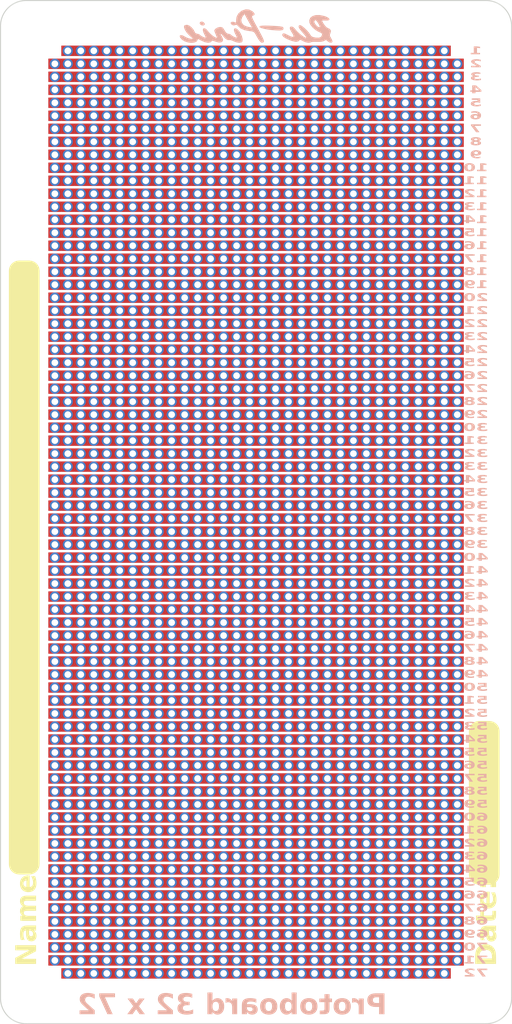
<source format=kicad_pcb>
(kicad_pcb (version 20221018) (generator pcbnew)
  (layers (0 "F.Cu" signal) (31 "B.Cu" signal) (34 "B.Paste" user) (35 "F.Paste" user) (36 "B.SilkS" user "B.Silkscreen") (37 "F.SilkS" user "F.Silkscreen") (38 "B.Mask" user) (39 "F.Mask" user) (44 "Edge.Cuts" user))
  (net 0 "")
  (footprint "Connector_Wire:SolderWirePad_1x01_SMD_1x2mm" (layer "F.Cu") (at 86.715 66.425)
    (fp_text reference "REF**2736" hide)
    (fp_text value "SolderWirePad_1x01_SMD_1x2mm" hide)
  )
  (footprint "Connector_Wire:SolderWirePad_1x01_SMD_1x2mm" (layer "F.Cu") (at 91.795 65.155)
    (fp_text reference "REF**2708" hide)
    (fp_text value "SolderWirePad_1x01_SMD_1x2mm" hide)
  )
  (footprint "Connector_Wire:SolderWirePad_1x01_SMD_1x2mm" (layer "F.Cu") (at 63.855 75.315)
    (fp_text reference "REF**2942" hide)
    (fp_text value "SolderWirePad_1x01_SMD_1x2mm" hide)
  )
  (footprint "Connector_Wire:SolderWirePad_1x01_SMD_1x2mm" (layer "F.Cu") (at 75.285 107.065)
    (fp_text reference "REF**3751" hide)
    (fp_text value "SolderWirePad_1x01_SMD_1x2mm" hide)
  )
  (footprint "Connector_Wire:SolderWirePad_1x01_SMD_1x2mm" (layer "F.Cu") (at 84.175 77.855)
    (fp_text reference "REF**3022" hide)
    (fp_text value "SolderWirePad_1x01_SMD_1x2mm" hide)
  )
  (footprint "Connector_Wire:SolderWirePad_1x01_SMD_1x2mm" (layer "F.Cu") (at 71.475 105.795)
    (fp_text reference "REF**3716" hide)
    (fp_text value "SolderWirePad_1x01_SMD_1x2mm" hide)
  )
  (footprint "Connector_Wire:SolderWirePad_1x01_SMD_1x2mm" (layer "F.Cu") (at 98.145 75.315)
    (fp_text reference "REF**2969" hide)
    (fp_text value "SolderWirePad_1x01_SMD_1x2mm" hide)
  )
  (footprint "Connector_Wire:SolderWirePad_1x01_SMD_1x2mm" (layer "F.Cu") (at 62.585 100.715)
    (fp_text reference "REF**3581" hide)
    (fp_text value "SolderWirePad_1x01_SMD_1x2mm" hide)
  )
  (footprint "Connector_Wire:SolderWirePad_1x01_SMD_1x2mm" (layer "F.Cu") (at 75.285 84.205)
    (fp_text reference "REF**3175" hide)
    (fp_text value "SolderWirePad_1x01_SMD_1x2mm" hide)
  )
  (footprint "Connector_Wire:SolderWirePad_1x01_SMD_1x2mm" (layer "F.Cu") (at 82.905 131.195)
    (fp_text reference "REF**4365" hide)
    (fp_text value "SolderWirePad_1x01_SMD_1x2mm" hide)
  )
  (footprint "Connector_Wire:SolderWirePad_1x01_SMD_1x2mm" (layer "F.Cu") (at 87.985 70.235)
    (fp_text reference "REF**2833" hide)
    (fp_text value "SolderWirePad_1x01_SMD_1x2mm" hide)
  )
  (footprint "Connector_Wire:SolderWirePad_1x01_SMD_1x2mm" (layer "F.Cu") (at 80.365 99.445)
    (fp_text reference "REF**3563" hide)
    (fp_text value "SolderWirePad_1x01_SMD_1x2mm" hide)
  )
  (footprint "Connector_Wire:SolderWirePad_1x01_SMD_1x2mm" (layer "F.Cu") (at 79.095 113.415)
    (fp_text reference "REF**3914" hide)
    (fp_text value "SolderWirePad_1x01_SMD_1x2mm" hide)
  )
  (footprint "Connector_Wire:SolderWirePad_1x01_SMD_1x2mm" (layer "F.Cu") (at 96.875 104.525)
    (fp_text reference "REF**3704" hide)
    (fp_text value "SolderWirePad_1x01_SMD_1x2mm" hide)
  )
  (footprint "Connector_Wire:SolderWirePad_1x01_SMD_1x2mm" (layer "F.Cu") (at 84.175 136.275)
    (fp_text reference "REF**4494" hide)
    (fp_text value "SolderWirePad_1x01_SMD_1x2mm" hide)
  )
  (footprint "Connector_Wire:SolderWirePad_1x01_SMD_1x2mm" (layer "F.Cu") (at 94.335 135.005)
    (fp_text reference "REF**4470" hide)
    (fp_text value "SolderWirePad_1x01_SMD_1x2mm" hide)
  )
  (footprint "Connector_Wire:SolderWirePad_1x01_SMD_1x2mm" (layer "F.Cu") (at 79.095 70.235)
    (fp_text reference "REF**2826" hide)
    (fp_text value "SolderWirePad_1x01_SMD_1x2mm" hide)
  )
  (footprint "Connector_Wire:SolderWirePad_1x01_SMD_1x2mm" (layer "F.Cu") (at 86.715 126.115)
    (fp_text reference "REF**4240" hide)
    (fp_text value "SolderWirePad_1x01_SMD_1x2mm" hide)
  )
  (footprint "Connector_Wire:SolderWirePad_1x01_SMD_1x2mm" (layer "F.Cu") (at 99.415 76.585)
    (fp_text reference "REF**3002" hide)
    (fp_text value "SolderWirePad_1x01_SMD_1x2mm" hide)
  )
  (footprint "Connector_Wire:SolderWirePad_1x01_SMD_1x2mm" (layer "F.Cu") (at 61.315 91.825)
    (fp_text reference "REF**3356" hide)
    (fp_text value "SolderWirePad_1x01_SMD_1x2mm" hide)
  )
  (footprint "Connector_Wire:SolderWirePad_1x01_SMD_1x2mm" (layer "F.Cu") (at 79.095 124.845)
    (fp_text reference "REF**4202" hide)
    (fp_text value "SolderWirePad_1x01_SMD_1x2mm" hide)
  )
  (footprint "Connector_Wire:SolderWirePad_1x01_SMD_1x2mm" (layer "F.Cu") (at 74.015 132.465)
    (fp_text reference "REF**4390" hide)
    (fp_text value "SolderWirePad_1x01_SMD_1x2mm" hide)
  )
  (footprint "Connector_Wire:SolderWirePad_1x01_SMD_1x2mm" (layer "F.Cu") (at 67.665 70.235)
    (fp_text reference "REF**2817" hide)
    (fp_text value "SolderWirePad_1x01_SMD_1x2mm" hide)
  )
  (footprint "Connector_Wire:SolderWirePad_1x01_SMD_1x2mm" (layer "F.Cu") (at 77.825 129.925)
    (fp_text reference "REF**4329" hide)
    (fp_text value "SolderWirePad_1x01_SMD_1x2mm" hide)
  )
  (footprint "Connector_Wire:SolderWirePad_1x01_SMD_1x2mm" (layer "F.Cu") (at 94.335 81.665)
    (fp_text reference "REF**3126" hide)
    (fp_text value "SolderWirePad_1x01_SMD_1x2mm" hide)
  )
  (footprint "Connector_Wire:SolderWirePad_1x01_SMD_1x2mm" (layer "F.Cu") (at 81.635 91.825)
    (fp_text reference "REF**3372" hide)
    (fp_text value "SolderWirePad_1x01_SMD_1x2mm" hide)
  )
  (footprint "Connector_Wire:SolderWirePad_1x01_SMD_1x2mm" (layer "F.Cu") (at 82.905 123.575)
    (fp_text reference "REF**4173" hide)
    (fp_text value "SolderWirePad_1x01_SMD_1x2mm" hide)
  )
  (footprint "Connector_Wire:SolderWirePad_1x01_SMD_1x2mm" (layer "F.Cu") (at 72.745 112.145)
    (fp_text reference "REF**3877" hide)
    (fp_text value "SolderWirePad_1x01_SMD_1x2mm" hide)
  )
  (footprint "Connector_Wire:SolderWirePad_1x01_SMD_1x2mm" (layer "F.Cu") (at 99.415 61.345)
    (fp_text reference "REF**2618" hide)
    (fp_text value "SolderWirePad_1x01_SMD_1x2mm" hide)
  )
  (footprint "Connector_Wire:SolderWirePad_1x01_SMD_1x2mm" (layer "F.Cu") (at 93.065 54.995)
    (fp_text reference "REF**2453" hide)
    (fp_text value "SolderWirePad_1x01_SMD_1x2mm" hide)
  )
  (footprint "Connector_Wire:SolderWirePad_1x01_SMD_1x2mm" (layer "F.Cu") (at 71.475 101.985)
    (fp_text reference "REF**3620" hide)
    (fp_text value "SolderWirePad_1x01_SMD_1x2mm" hide)
  )
  (footprint "Connector_Wire:SolderWirePad_1x01_SMD_1x2mm" (layer "F.Cu") (at 95.605 57.535)
    (fp_text reference "REF**2519" hide)
    (fp_text value "SolderWirePad_1x01_SMD_1x2mm" hide)
  )
  (footprint "Connector_Wire:SolderWirePad_1x01_SMD_1x2mm" (layer "F.Cu") (at 93.065 82.935)
    (fp_text reference "REF**3157" hide)
    (fp_text value "SolderWirePad_1x01_SMD_1x2mm" hide)
  )
  (footprint "Connector_Wire:SolderWirePad_1x01_SMD_1x2mm" (layer "F.Cu") (at 75.285 49.915)
    (fp_text reference "REF**2311" hide)
    (fp_text value "SolderWirePad_1x01_SMD_1x2mm" hide)
  )
  (footprint "Connector_Wire:SolderWirePad_1x01_SMD_1x2mm" (layer "F.Cu") (at 100.685 84.205)
    (fp_text reference "REF**3195" hide)
    (fp_text value "SolderWirePad_1x01_SMD_1x2mm" hide)
  )
  (footprint "Connector_Wire:SolderWirePad_1x01_SMD_1x2mm" (layer "F.Cu") (at 72.745 127.385)
    (fp_text reference "REF**4261" hide)
    (fp_text value "SolderWirePad_1x01_SMD_1x2mm" hide)
  )
  (footprint "Connector_Wire:SolderWirePad_1x01_SMD_1x2mm" (layer "F.Cu") (at 98.145 122.305)
    (fp_text reference "REF**4153" hide)
    (fp_text value "SolderWirePad_1x01_SMD_1x2mm" hide)
  )
  (footprint "Connector_Wire:SolderWirePad_1x01_SMD_1x2mm" (layer "F.Cu") (at 62.585 115.955)
    (fp_text reference "REF**3965" hide)
    (fp_text value "SolderWirePad_1x01_SMD_1x2mm" hide)
  )
  (footprint "Connector_Wire:SolderWirePad_1x01_SMD_1x2mm" (layer "F.Cu") (at 61.315 68.965)
    (fp_text reference "REF**2780" hide)
    (fp_text value "SolderWirePad_1x01_SMD_1x2mm" hide)
  )
  (footprint "Connector_Wire:SolderWirePad_1x01_SMD_1x2mm" (layer "F.Cu") (at 87.985 137.545)
    (fp_text reference "REF**4529" hide)
    (fp_text value "SolderWirePad_1x01_SMD_1x2mm" hide)
  )
  (footprint "Connector_Wire:SolderWirePad_1x01_SMD_1x2mm" (layer "F.Cu") (at 95.605 100.715)
    (fp_text reference "REF**3607" hide)
    (fp_text value "SolderWirePad_1x01_SMD_1x2mm" hide)
  )
  (footprint "Connector_Wire:SolderWirePad_1x01_SMD_1x2mm" (layer "F.Cu") (at 71.475 128.655)
    (fp_text reference "REF**4292" hide)
    (fp_text value "SolderWirePad_1x01_SMD_1x2mm" hide)
  )
  (footprint "Connector_Wire:SolderWirePad_1x01_SMD_1x2mm" (layer "F.Cu") (at 84.175 89.285)
    (fp_text reference "REF**3310" hide)
    (fp_text value "SolderWirePad_1x01_SMD_1x2mm" hide)
  )
  (footprint "Connector_Wire:SolderWirePad_1x01_SMD_1x2mm" (layer "F.Cu") (at 65.125 112.145)
    (fp_text reference "REF**3871" hide)
    (fp_text value "SolderWirePad_1x01_SMD_1x2mm" hide)
  )
  (footprint "Connector_Wire:SolderWirePad_1x01_SMD_1x2mm" (layer "F.Cu") (at 62.585 57.535)
    (fp_text reference "REF**2493" hide)
    (fp_text value "SolderWirePad_1x01_SMD_1x2mm" hide)
  )
  (footprint "Connector_Wire:SolderWirePad_1x01_SMD_1x2mm" (layer "F.Cu") (at 62.585 75.315)
    (fp_text reference "REF**2941" hide)
    (fp_text value "SolderWirePad_1x01_SMD_1x2mm" hide)
  )
  (footprint "Connector_Wire:SolderWirePad_1x01_SMD_1x2mm" (layer "F.Cu") (at 84.175 68.965)
    (fp_text reference "REF**2798" hide)
    (fp_text value "SolderWirePad_1x01_SMD_1x2mm" hide)
  )
  (footprint "Connector_Wire:SolderWirePad_1x01_SMD_1x2mm" (layer "F.Cu") (at 80.365 90.555)
    (fp_text reference "REF**3339" hide)
    (fp_text value "SolderWirePad_1x01_SMD_1x2mm" hide)
  )
  (footprint "Connector_Wire:SolderWirePad_1x01_SMD_1x2mm" (layer "F.Cu") (at 95.605 60.075)
    (fp_text reference "REF**2583" hide)
    (fp_text value "SolderWirePad_1x01_SMD_1x2mm" hide)
  )
  (footprint "Connector_Wire:SolderWirePad_1x01_SMD_1x2mm" (layer "F.Cu") (at 62.585 126.115)
    (fp_text reference "REF**4221" hide)
    (fp_text value "SolderWirePad_1x01_SMD_1x2mm" hide)
  )
  (footprint "Connector_Wire:SolderWirePad_1x01_SMD_1x2mm" (layer "F.Cu") (at 100.685 60.075)
    (fp_text reference "REF**2587" hide)
    (fp_text value "SolderWirePad_1x01_SMD_1x2mm" hide)
  )
  (footprint "Connector_Wire:SolderWirePad_1x01_SMD_1x2mm" (layer "F.Cu") (at 93.065 93.095)
    (fp_text reference "REF**3413" hide)
    (fp_text value "SolderWirePad_1x01_SMD_1x2mm" hide)
  )
  (footprint "Connector_Wire:SolderWirePad_1x01_SMD_1x2mm" (layer "F.Cu") (at 85.445 129.925)
    (fp_text reference "REF**4335" hide)
    (fp_text value "SolderWirePad_1x01_SMD_1x2mm" hide)
  )
  (footprint "Connector_Wire:SolderWirePad_1x01_SMD_1x2mm" (layer "F.Cu") (at 66.395 71.505)
    (fp_text reference "REF**2848" hide)
    (fp_text value "SolderWirePad_1x01_SMD_1x2mm" hide)
  )
  (footprint "Connector_Wire:SolderWirePad_1x01_SMD_1x2mm" (layer "F.Cu") (at 68.935 113.415)
    (fp_text reference "REF**3906" hide)
    (fp_text value "SolderWirePad_1x01_SMD_1x2mm" hide)
  )
  (footprint "Connector_Wire:SolderWirePad_1x01_SMD_1x2mm" (layer "F.Cu") (at 94.335 98.175)
    (fp_text reference "REF**3542" hide)
    (fp_text value "SolderWirePad_1x01_SMD_1x2mm" hide)
  )
  (footprint "Connector_Wire:SolderWirePad_1x01_SMD_1x2mm" (layer "F.Cu") (at 74.015 100.715)
    (fp_text reference "REF**3590" hide)
    (fp_text value "SolderWirePad_1x01_SMD_1x2mm" hide)
  )
  (footprint "Connector_Wire:SolderWirePad_1x01_SMD_1x2mm" (layer "F.Cu") (at 84.175 60.075)
    (fp_text reference "REF**2574" hide)
    (fp_text value "SolderWirePad_1x01_SMD_1x2mm" hide)
  )
  (footprint "Connector_Wire:SolderWirePad_1x01_SMD_1x2mm" (layer "F.Cu") (at 66.395 88.015)
    (fp_text reference "REF**3264" hide)
    (fp_text value "SolderWirePad_1x01_SMD_1x2mm" hide)
  )
  (footprint "Connector_Wire:SolderWirePad_1x01_SMD_1x2mm" (layer "F.Cu") (at 71.475 132.465)
    (fp_text reference "REF**4388" hide)
    (fp_text value "SolderWirePad_1x01_SMD_1x2mm" hide)
  )
  (footprint "Connector_Wire:SolderWirePad_1x01_SMD_1x2mm" (layer "F.Cu") (at 81.635 131.195)
    (fp_text reference "REF**4364" hide)
    (fp_text value "SolderWirePad_1x01_SMD_1x2mm" hide)
  )
  (footprint "Connector_Wire:SolderWirePad_1x01_SMD_1x2mm" (layer "F.Cu") (at 82.905 81.665)
    (fp_text reference "REF**3117" hide)
    (fp_text value "SolderWirePad_1x01_SMD_1x2mm" hide)
  )
  (footprint "Connector_Wire:SolderWirePad_1x01_SMD_1x2mm" (layer "F.Cu") (at 79.095 96.905)
    (fp_text reference "REF**3498" hide)
    (fp_text value "SolderWirePad_1x01_SMD_1x2mm" hide)
  )
  (footprint "Connector_Wire:SolderWirePad_1x01_SMD_1x2mm" (layer "F.Cu") (at 81.635 133.735)
    (fp_text reference "REF**4428" hide)
    (fp_text value "SolderWirePad_1x01_SMD_1x2mm" hide)
  )
  (footprint "Connector_Wire:SolderWirePad_1x01_SMD_1x2mm" (layer "F.Cu") (at 86.715 128.655)
    (fp_text reference "REF**4304" hide)
    (fp_text value "SolderWirePad_1x01_SMD_1x2mm" hide)
  )
  (footprint "Connector_Wire:SolderWirePad_1x01_SMD_1x2mm" (layer "F.Cu") (at 81.635 136.275)
    (fp_text reference "REF**4492" hide)
    (fp_text value "SolderWirePad_1x01_SMD_1x2mm" hide)
  )
  (footprint "Connector_Wire:SolderWirePad_1x01_SMD_1x2mm" (layer "F.Cu") (at 90.525 70.235)
    (fp_text reference "REF**2835" hide)
    (fp_text value "SolderWirePad_1x01_SMD_1x2mm" hide)
  )
  (footprint "Connector_Wire:SolderWirePad_1x01_SMD_1x2mm" (layer "F.Cu") (at 86.715 124.845)
    (fp_text reference "REF**4208" hide)
    (fp_text value "SolderWirePad_1x01_SMD_1x2mm" hide)
  )
  (footprint "Connector_Wire:SolderWirePad_1x01_SMD_1x2mm" (layer "F.Cu") (at 77.825 119.765)
    (fp_text reference "REF**4073" hide)
    (fp_text value "SolderWirePad_1x01_SMD_1x2mm" hide)
  )
  (footprint "Connector_Wire:SolderWirePad_1x01_SMD_1x2mm" (layer "F.Cu") (at 90.525 95.635)
    (fp_text reference "REF**3475" hide)
    (fp_text value "SolderWirePad_1x01_SMD_1x2mm" hide)
  )
  (footprint "Connector_Wire:SolderWirePad_1x01_SMD_1x2mm" (layer "F.Cu") (at 99.415 68.965)
    (fp_text reference "REF**2810" hide)
    (fp_text value "SolderWirePad_1x01_SMD_1x2mm" hide)
  )
  (footprint "Connector_Wire:SolderWirePad_1x01_SMD_1x2mm" (layer "F.Cu") (at 87.985 66.425)
    (fp_text reference "REF**2737" hide)
    (fp_text value "SolderWirePad_1x01_SMD_1x2mm" hide)
  )
  (footprint "Connector_Wire:SolderWirePad_1x01_SMD_1x2mm" (layer "F.Cu") (at 79.095 119.765)
    (fp_text reference "REF**4074" hide)
    (fp_text value "SolderWirePad_1x01_SMD_1x2mm" hide)
  )
  (footprint "Connector_Wire:SolderWirePad_1x01_SMD_1x2mm" (layer "F.Cu") (at 77.825 132.465)
    (fp_text reference "REF**4393" hide)
    (fp_text value "SolderWirePad_1x01_SMD_1x2mm" hide)
  )
  (footprint "Connector_Wire:SolderWirePad_1x01_SMD_1x2mm" (layer "F.Cu") (at 98.145 109.605)
    (fp_text reference "REF**3833" hide)
    (fp_text value "SolderWirePad_1x01_SMD_1x2mm" hide)
  )
  (footprint "Connector_Wire:SolderWirePad_1x01_SMD_1x2mm" (layer "F.Cu") (at 85.445 107.065)
    (fp_text reference "REF**3759" hide)
    (fp_text value "SolderWirePad_1x01_SMD_1x2mm" hide)
  )
  (footprint "Connector_Wire:SolderWirePad_1x01_SMD_1x2mm" (layer "F.Cu") (at 87.985 76.585)
    (fp_text reference "REF**2993" hide)
    (fp_text value "SolderWirePad_1x01_SMD_1x2mm" hide)
  )
  (footprint "Connector_Wire:SolderWirePad_1x01_SMD_1x2mm" (layer "F.Cu") (at 77.825 67.695)
    (fp_text reference "REF**2761" hide)
    (fp_text value "SolderWirePad_1x01_SMD_1x2mm" hide)
  )
  (footprint "Connector_Wire:SolderWirePad_1x01_SMD_1x2mm" (layer "F.Cu") (at 100.685 53.725)
    (fp_text reference "REF**2427" hide)
    (fp_text value "SolderWirePad_1x01_SMD_1x2mm" hide)
  )
  (footprint "Connector_Wire:SolderWirePad_1x01_SMD_1x2mm" (layer "F.Cu") (at 90.525 94.365)
    (fp_text reference "REF**3443" hide)
    (fp_text value "SolderWirePad_1x01_SMD_1x2mm" hide)
  )
  (footprint "Connector_Wire:SolderWirePad_1x01_SMD_1x2mm" (layer "F.Cu") (at 65.125 110.875)
    (fp_text reference "REF**3839" hide)
    (fp_text value "SolderWirePad_1x01_SMD_1x2mm" hide)
  )
  (footprint "Connector_Wire:SolderWirePad_1x01_SMD_1x2mm" (layer "F.Cu") (at 85.445 71.505)
    (fp_text reference "REF**2863" hide)
    (fp_text value "SolderWirePad_1x01_SMD_1x2mm" hide)
  )
  (footprint "Connector_Wire:SolderWirePad_1x01_SMD_1x2mm" (layer "F.Cu") (at 89.255 118.495)
    (fp_text reference "REF**4050" hide)
    (fp_text value "SolderWirePad_1x01_SMD_1x2mm" hide)
  )
  (footprint "Connector_Wire:SolderWirePad_1x01_SMD_1x2mm" (layer "F.Cu") (at 98.145 105.795)
    (fp_text reference "REF**3737" hide)
    (fp_text value "SolderWirePad_1x01_SMD_1x2mm" hide)
  )
  (footprint "Connector_Wire:SolderWirePad_1x01_SMD_1x2mm" (layer "F.Cu") (at 82.905 77.855)
    (fp_text reference "REF**3021" hide)
    (fp_text value "SolderWirePad_1x01_SMD_1x2mm" hide)
  )
  (footprint "Connector_Wire:SolderWirePad_1x01_SMD_1x2mm" (layer "F.Cu") (at 63.855 49.915)
    (fp_text reference "REF**2232" hide)
    (fp_text value "SolderWirePad_1x01_SMD_1x2mm" hide)
  )
  (footprint "Connector_Wire:SolderWirePad_1x01_SMD_1x2mm" (layer "F.Cu") (at 86.715 118.495)
    (fp_text reference "REF**4048" hide)
    (fp_text value "SolderWirePad_1x01_SMD_1x2mm" hide)
  )
  (footprint "Connector_Wire:SolderWirePad_1x01_SMD_1x2mm" (layer "F.Cu") (at 82.905 60.075)
    (fp_text reference "REF**2573" hide)
    (fp_text value "SolderWirePad_1x01_SMD_1x2mm" hide)
  )
  (footprint "Connector_Wire:SolderWirePad_1x01_SMD_1x2mm" (layer "F.Cu") (at 67.665 68.965)
    (fp_text reference "REF**2785" hide)
    (fp_text value "SolderWirePad_1x01_SMD_1x2mm" hide)
  )
  (footprint "Connector_Wire:SolderWirePad_1x01_SMD_1x2mm" (layer "F.Cu") (at 67.665 67.695)
    (fp_text reference "REF**2753" hide)
    (fp_text value "SolderWirePad_1x01_SMD_1x2mm" hide)
  )
  (footprint "Connector_Wire:SolderWirePad_1x01_SMD_1x2mm" (layer "F.Cu") (at 77.825 137.545)
    (fp_text reference "REF**4521" hide)
    (fp_text value "SolderWirePad_1x01_SMD_1x2mm" hide)
  )
  (footprint "Connector_Wire:SolderWirePad_1x01_SMD_1x2mm" (layer "F.Cu") (at 68.935 81.665)
    (fp_text reference "REF**3106" hide)
    (fp_text value "SolderWirePad_1x01_SMD_1x2mm" hide)
  )
  (footprint "Connector_Wire:SolderWirePad_1x01_SMD_1x2mm" (layer "F.Cu") (at 94.335 93.095)
    (fp_text reference "REF**3414" hide)
    (fp_text value "SolderWirePad_1x01_SMD_1x2mm" hide)
  )
  (footprint "Connector_Wire:SolderWirePad_1x01_SMD_1x2mm" (layer "F.Cu") (at 94.335 61.345)
    (fp_text reference "REF**2614" hide)
    (fp_text value "SolderWirePad_1x01_SMD_1x2mm" hide)
  )
  (footprint "Connector_Wire:SolderWirePad_1x01_SMD_1x2mm" (layer "F.Cu") (at 81.635 127.385)
    (fp_text reference "REF**4268" hide)
    (fp_text value "SolderWirePad_1x01_SMD_1x2mm" hide)
  )
  (footprint "Connector_Wire:SolderWirePad_1x01_SMD_1x2mm" (layer "F.Cu") (at 84.175 66.425)
    (fp_text reference "REF**2734" hide)
    (fp_text value "SolderWirePad_1x01_SMD_1x2mm" hide)
  )
  (footprint "Connector_Wire:SolderWirePad_1x01_SMD_1x2mm" (layer "F.Cu") (at 87.985 133.735)
    (fp_text reference "REF**4433" hide)
    (fp_text value "SolderWirePad_1x01_SMD_1x2mm" hide)
  )
  (footprint "Connector_Wire:SolderWirePad_1x01_SMD_1x2mm" (layer "F.Cu") (at 71.475 82.935)
    (fp_text reference "REF**3140" hide)
    (fp_text value "SolderWirePad_1x01_SMD_1x2mm" hide)
  )
  (footprint "Connector_Wire:SolderWirePad_1x01_SMD_1x2mm" (layer "F.Cu") (at 63.855 68.965)
    (fp_text reference "REF**2782" hide)
    (fp_text value "SolderWirePad_1x01_SMD_1x2mm" hide)
  )
  (footprint "Connector_Wire:SolderWirePad_1x01_SMD_1x2mm" (layer "F.Cu") (at 62.585 85.475)
    (fp_text reference "REF**3197" hide)
    (fp_text value "SolderWirePad_1x01_SMD_1x2mm" hide)
  )
  (footprint "Connector_Wire:SolderWirePad_1x01_SMD_1x2mm" (layer "F.Cu") (at 90.525 114.685)
    (fp_text reference "REF**3955" hide)
    (fp_text value "SolderWirePad_1x01_SMD_1x2mm" hide)
  )
  (footprint "Connector_Wire:SolderWirePad_1x01_SMD_1x2mm" (layer "F.Cu") (at 87.985 61.345)
    (fp_text reference "REF**2609" hide)
    (fp_text value "SolderWirePad_1x01_SMD_1x2mm" hide)
  )
  (footprint "Connector_Wire:SolderWirePad_1x01_SMD_1x2mm" (layer "F.Cu") (at 85.445 104.525)
    (fp_text reference "REF**3695" hide)
    (fp_text value "SolderWirePad_1x01_SMD_1x2mm" hide)
  )
  (footprint "Connector_Wire:SolderWirePad_1x01_SMD_1x2mm" (layer "F.Cu") (at 74.015 131.195)
    (fp_text reference "REF**4358" hide)
    (fp_text value "SolderWirePad_1x01_SMD_1x2mm" hide)
  )
  (footprint "Connector_Wire:SolderWirePad_1x01_SMD_1x2mm" (layer "F.Cu") (at 74.015 133.735)
    (fp_text reference "REF**4422" hide)
    (fp_text value "SolderWirePad_1x01_SMD_1x2mm" hide)
  )
  (footprint "Connector_Wire:SolderWirePad_1x01_SMD_1x2mm" (layer "F.Cu") (at 93.065 49.915)
    (fp_text reference "REF**2325" hide)
    (fp_text value "SolderWirePad_1x01_SMD_1x2mm" hide)
  )
  (footprint "Connector_Wire:SolderWirePad_1x01_SMD_1x2mm" (layer "F.Cu") (at 93.065 105.795)
    (fp_text reference "REF**3733" hide)
    (fp_text value "SolderWirePad_1x01_SMD_1x2mm" hide)
  )
  (footprint "Connector_Wire:SolderWirePad_1x01_SMD_1x2mm" (layer "F.Cu") (at 89.255 52.455)
    (fp_text reference "REF**2386" hide)
    (fp_text value "SolderWirePad_1x01_SMD_1x2mm" hide)
  )
  (footprint "Connector_Wire:SolderWirePad_1x01_SMD_1x2mm" (layer "F.Cu") (at 80.365 94.365)
    (fp_text reference "REF**3435" hide)
    (fp_text value "SolderWirePad_1x01_SMD_1x2mm" hide)
  )
  (footprint "Connector_Wire:SolderWirePad_1x01_SMD_1x2mm" (layer "F.Cu") (at 71.475 89.285)
    (fp_text reference "REF**3300" hide)
    (fp_text value "SolderWirePad_1x01_SMD_1x2mm" hide)
  )
  (footprint "Connector_Wire:SolderWirePad_1x01_SMD_1x2mm" (layer "F.Cu") (at 71.475 94.365)
    (fp_text reference "REF**3428" hide)
    (fp_text value "SolderWirePad_1x01_SMD_1x2mm" hide)
  )
  (footprint "Connector_Wire:SolderWirePad_1x01_SMD_1x2mm" (layer "F.Cu") (at 77.825 127.385)
    (fp_text reference "REF**4265" hide)
    (fp_text value "SolderWirePad_1x01_SMD_1x2mm" hide)
  )
  (footprint "Connector_Wire:SolderWirePad_1x01_SMD_1x2mm" (layer "F.Cu") (at 82.905 99.445)
    (fp_text reference "REF**3565" hide)
    (fp_text value "SolderWirePad_1x01_SMD_1x2mm" hide)
  )
  (footprint "Connector_Wire:SolderWirePad_1x01_SMD_1x2mm" (layer "F.Cu") (at 71.475 61.345)
    (fp_text reference "REF**2596" hide)
    (fp_text value "SolderWirePad_1x01_SMD_1x2mm" hide)
  )
  (footprint "Connector_Wire:SolderWirePad_1x01_SMD_1x2mm" (layer "F.Cu") (at 84.175 72.775)
    (fp_text reference "REF**2894" hide)
    (fp_text value "SolderWirePad_1x01_SMD_1x2mm" hide)
  )
  (footprint "Connector_Wire:SolderWirePad_1x01_SMD_1x2mm" (layer "F.Cu") (at 71.475 127.385)
    (fp_text reference "REF**4260" hide)
    (fp_text value "SolderWirePad_1x01_SMD_1x2mm" hide)
  )
  (footprint "Connector_Wire:SolderWirePad_1x01_SMD_1x2mm" (layer "F.Cu") (at 71.475 62.615)
    (fp_text reference "REF**2628" hide)
    (fp_text value "SolderWirePad_1x01_SMD_1x2mm" hide)
  )
  (footprint "Connector_Wire:SolderWirePad_1x01_SMD_1x2mm" (layer "F.Cu") (at 87.985 138.815)
    (fp_text reference "REF**4561" hide)
    (fp_text value "SolderWirePad_1x01_SMD_1x2mm" hide)
  )
  (footprint "Connector_Wire:SolderWirePad_1x01_SMD_1x2mm" (layer "F.Cu") (at 98.145 100.715)
    (fp_text reference "REF**3609" hide)
    (fp_text value "SolderWirePad_1x01_SMD_1x2mm" hide)
  )
  (footprint "Connector_Wire:SolderWirePad_1x01_SMD_1x2mm" (layer "F.Cu") (at 81.635 101.985)
    (fp_text reference "REF**3628" hide)
    (fp_text value "SolderWirePad_1x01_SMD_1x2mm" hide)
  )
  (footprint "Connector_Wire:SolderWirePad_1x01_SMD_1x2mm" (layer "F.Cu") (at 87.985 51.185)
    (fp_text reference "REF**2353" hide)
    (fp_text value "SolderWirePad_1x01_SMD_1x2mm" hide)
  )
  (footprint "Connector_Wire:SolderWirePad_1x01_SMD_1x2mm" (layer "F.Cu") (at 99.415 90.555)
    (fp_text reference "REF**3354" hide)
    (fp_text value "SolderWirePad_1x01_SMD_1x2mm" hide)
  )
  (footprint "Connector_Wire:SolderWirePad_1x01_SMD_1x2mm" (layer "F.Cu") (at 68.935 53.725)
    (fp_text reference "REF**2402" hide)
    (fp_text value "SolderWirePad_1x01_SMD_1x2mm" hide)
  )
  (footprint "Connector_Wire:SolderWirePad_1x01_SMD_1x2mm" (layer "F.Cu") (at 86.715 133.735)
    (fp_text reference "REF**4432" hide)
    (fp_text value "SolderWirePad_1x01_SMD_1x2mm" hide)
  )
  (footprint "Connector_Wire:SolderWirePad_1x01_SMD_1x2mm" (layer "F.Cu") (at 77.825 107.065)
    (fp_text reference "REF**3753" hide)
    (fp_text value "SolderWirePad_1x01_SMD_1x2mm" hide)
  )
  (footprint "Connector_Wire:SolderWirePad_1x01_SMD_1x2mm" (layer "F.Cu") (at 70.205 84.205)
    (fp_text reference "REF**3171" hide)
    (fp_text value "SolderWirePad_1x01_SMD_1x2mm" hide)
  )
  (footprint "Connector_Wire:SolderWirePad_1x01_SMD_1x2mm" (layer "F.Cu") (at 85.445 82.935)
    (fp_text reference "REF**3151" hide)
    (fp_text value "SolderWirePad_1x01_SMD_1x2mm" hide)
  )
  (footprint "Connector_Wire:SolderWirePad_1x01_SMD_1x2mm" (layer "F.Cu") (at 66.395 124.845)
    (fp_text reference "REF**4192" hide)
    (fp_text value "SolderWirePad_1x01_SMD_1x2mm" hide)
  )
  (footprint "Connector_Wire:SolderWirePad_1x01_SMD_1x2mm" (layer "F.Cu") (at 75.285 136.275)
    (fp_text reference "REF**4487" hide)
    (fp_text value "SolderWirePad_1x01_SMD_1x2mm" hide)
  )
  (footprint "Connector_Wire:SolderWirePad_1x01_SMD_1x2mm" (layer "F.Cu") (at 89.255 79.125)
    (fp_text reference "REF**3058" hide)
    (fp_text value "SolderWirePad_1x01_SMD_1x2mm" hide)
  )
  (footprint "Connector_Wire:SolderWirePad_1x01_SMD_1x2mm" (layer "F.Cu") (at 61.315 117.225)
    (fp_text reference "REF**3996" hide)
    (fp_text value "SolderWirePad_1x01_SMD_1x2mm" hide)
  )
  (footprint "Connector_Wire:SolderWirePad_1x01_SMD_1x2mm" (layer "F.Cu") (at 87.985 89.285)
    (fp_text reference "REF**3313" hide)
    (fp_text value "SolderWirePad_1x01_SMD_1x2mm" hide)
  )
  (footprint "Connector_Wire:SolderWirePad_1x01_SMD_1x2mm" (layer "F.Cu") (at 90.525 51.185)
    (fp_text reference "REF**2355" hide)
    (fp_text value "SolderWirePad_1x01_SMD_1x2mm" hide)
  )
  (footprint "Connector_Wire:SolderWirePad_1x01_SMD_1x2mm" (layer "F.Cu") (at 91.795 56.265)
    (fp_text reference "REF**2484" hide)
    (fp_text value "SolderWirePad_1x01_SMD_1x2mm" hide)
  )
  (footprint "Connector_Wire:SolderWirePad_1x01_SMD_1x2mm" (layer "F.Cu") (at 90.525 112.145)
    (fp_text reference "REF**3891" hide)
    (fp_text value "SolderWirePad_1x01_SMD_1x2mm" hide)
  )
  (footprint "Connector_Wire:SolderWirePad_1x01_SMD_1x2mm" (layer "F.Cu") (at 76.555 135.005)
    (fp_text reference "REF**4456" hide)
    (fp_text value "SolderWirePad_1x01_SMD_1x2mm" hide)
  )
  (footprint "Connector_Wire:SolderWirePad_1x01_SMD_1x2mm" (layer "F.Cu") (at 65.125 95.635)
    (fp_text reference "REF**3455" hide)
    (fp_text value "SolderWirePad_1x01_SMD_1x2mm" hide)
  )
  (footprint "Connector_Wire:SolderWirePad_1x01_SMD_1x2mm" (layer "F.Cu") (at 96.875 95.635)
    (fp_text reference "REF**3480" hide)
    (fp_text value "SolderWirePad_1x01_SMD_1x2mm" hide)
  )
  (footprint "Connector_Wire:SolderWirePad_1x01_SMD_1x2mm" (layer "F.Cu") (at 87.985 67.695)
    (fp_text reference "REF**2769" hide)
    (fp_text value "SolderWirePad_1x01_SMD_1x2mm" hide)
  )
  (footprint "Connector_Wire:SolderWirePad_1x01_SMD_1x2mm" (layer "F.Cu") (at 63.855 100.715)
    (fp_text reference "REF**3582" hide)
    (fp_text value "SolderWirePad_1x01_SMD_1x2mm" hide)
  )
  (footprint "Connector_Wire:SolderWirePad_1x01_SMD_1x2mm" (layer "F.Cu") (at 65.125 57.535)
    (fp_text reference "REF**2495" hide)
    (fp_text value "SolderWirePad_1x01_SMD_1x2mm" hide)
  )
  (footprint "Connector_Wire:SolderWirePad_1x01_SMD_1x2mm" (layer "F.Cu") (at 93.065 136.275)
    (fp_text reference "REF**4501" hide)
    (fp_text value "SolderWirePad_1x01_SMD_1x2mm" hide)
  )
  (footprint "Connector_Wire:SolderWirePad_1x01_SMD_1x2mm" (layer "F.Cu") (at 62.585 140.085)
    (fp_text reference "REF**4573" hide)
    (fp_text value "SolderWirePad_1x01_SMD_1x2mm" hide)
  )
  (footprint "Connector_Wire:SolderWirePad_1x01_SMD_1x2mm" (layer "F.Cu") (at 87.985 100.715)
    (fp_text reference "REF**3601" hide)
    (fp_text value "SolderWirePad_1x01_SMD_1x2mm" hide)
  )
  (footprint "Connector_Wire:SolderWirePad_1x01_SMD_1x2mm" (layer "F.Cu") (at 85.445 138.815)
    (fp_text reference "REF**4559" hide)
    (fp_text value "SolderWirePad_1x01_SMD_1x2mm" hide)
  )
  (footprint "Connector_Wire:SolderWirePad_1x01_SMD_1x2mm" (layer "F.Cu") (at 82.905 105.795)
    (fp_text reference "REF**3725" hide)
    (fp_text value "SolderWirePad_1x01_SMD_1x2mm" hide)
  )
  (footprint "Connector_Wire:SolderWirePad_1x01_SMD_1x2mm" (layer "F.Cu") (at 91.795 62.615)
    (fp_text reference "REF**2644" hide)
    (fp_text value "SolderWirePad_1x01_SMD_1x2mm" hide)
  )
  (footprint "Connector_Wire:SolderWirePad_1x01_SMD_1x2mm" (layer "F.Cu") (at 86.715 58.805)
    (fp_text reference "REF**2544" hide)
    (fp_text value "SolderWirePad_1x01_SMD_1x2mm" hide)
  )
  (footprint "Connector_Wire:SolderWirePad_1x01_SMD_1x2mm" (layer "F.Cu") (at 99.415 103.255)
    (fp_text reference "REF**3674" hide)
    (fp_text value "SolderWirePad_1x01_SMD_1x2mm" hide)
  )
  (footprint "Connector_Wire:SolderWirePad_1x01_SMD_1x2mm" (layer "F.Cu") (at 67.665 96.905)
    (fp_text reference "REF**3489" hide)
    (fp_text value "SolderWirePad_1x01_SMD_1x2mm" hide)
  )
  (footprint "Connector_Wire:SolderWirePad_1x01_SMD_1x2mm" (layer "F.Cu") (at 80.365 110.875)
    (fp_text reference "REF**3851" hide)
    (fp_text value "SolderWirePad_1x01_SMD_1x2mm" hide)
  )
  (footprint "Connector_Wire:SolderWirePad_1x01_SMD_1x2mm" (layer "F.Cu") (at 74.015 135.005)
    (fp_text reference "REF**4454" hide)
    (fp_text value "SolderWirePad_1x01_SMD_1x2mm" hide)
  )
  (footprint "Connector_Wire:SolderWirePad_1x01_SMD_1x2mm" (layer "F.Cu") (at 93.065 115.955)
    (fp_text reference "REF**3989" hide)
    (fp_text value "SolderWirePad_1x01_SMD_1x2mm" hide)
  )
  (footprint "Connector_Wire:SolderWirePad_1x01_SMD_1x2mm" (layer "F.Cu") (at 61.315 131.195)
    (fp_text reference "REF**4348" hide)
    (fp_text value "SolderWirePad_1x01_SMD_1x2mm" hide)
  )
  (footprint "Connector_Wire:SolderWirePad_1x01_SMD_1x2mm" (layer "F.Cu") (at 93.065 95.635)
    (fp_text reference "REF**3477" hide)
    (fp_text value "SolderWirePad_1x01_SMD_1x2mm" hide)
  )
  (footprint "Connector_Wire:SolderWirePad_1x01_SMD_1x2mm" (layer "F.Cu") (at 87.985 123.575)
    (fp_text reference "REF**4177" hide)
    (fp_text value "SolderWirePad_1x01_SMD_1x2mm" hide)
  )
  (footprint "Connector_Wire:SolderWirePad_1x01_SMD_1x2mm" (layer "F.Cu") (at 93.065 131.195)
    (fp_text reference "REF**4373" hide)
    (fp_text value "SolderWirePad_1x01_SMD_1x2mm" hide)
  )
  (footprint "Connector_Wire:SolderWirePad_1x01_SMD_1x2mm" (layer "F.Cu") (at 76.555 124.845)
    (fp_text reference "REF**4200" hide)
    (fp_text value "SolderWirePad_1x01_SMD_1x2mm" hide)
  )
  (footprint "Connector_Wire:SolderWirePad_1x01_SMD_1x2mm" (layer "F.Cu") (at 84.175 67.695)
    (fp_text reference "REF**2766" hide)
    (fp_text value "SolderWirePad_1x01_SMD_1x2mm" hide)
  )
  (footprint "Connector_Wire:SolderWirePad_1x01_SMD_1x2mm" (layer "F.Cu") (at 63.855 122.305)
    (fp_text reference "REF**4126" hide)
    (fp_text value "SolderWirePad_1x01_SMD_1x2mm" hide)
  )
  (footprint "Connector_Wire:SolderWirePad_1x01_SMD_1x2mm" (layer "F.Cu") (at 68.935 121.035)
    (fp_text reference "REF**4098" hide)
    (fp_text value "SolderWirePad_1x01_SMD_1x2mm" hide)
  )
  (footprint "Connector_Wire:SolderWirePad_1x01_SMD_1x2mm" (layer "F.Cu") (at 85.445 131.195)
    (fp_text reference "REF**4367" hide)
    (fp_text value "SolderWirePad_1x01_SMD_1x2mm" hide)
  )
  (footprint "Connector_Wire:SolderWirePad_1x01_SMD_1x2mm" (layer "F.Cu") (at 89.255 68.965)
    (fp_text reference "REF**2802" hide)
    (fp_text value "SolderWirePad_1x01_SMD_1x2mm" hide)
  )
  (footprint "Connector_Wire:SolderWirePad_1x01_SMD_1x2mm" (layer "F.Cu") (at 71.475 71.505)
    (fp_text reference "REF**2852" hide)
    (fp_text value "SolderWirePad_1x01_SMD_1x2mm" hide)
  )
  (footprint "Connector_Wire:SolderWirePad_1x01_SMD_1x2mm" (layer "F.Cu") (at 94.335 54.995)
    (fp_text reference "REF**2454" hide)
    (fp_text value "SolderWirePad_1x01_SMD_1x2mm" hide)
  )
  (footprint "Connector_Wire:SolderWirePad_1x01_SMD_1x2mm" (layer "F.Cu") (at 77.825 110.875)
    (fp_text reference "REF**3849" hide)
    (fp_text value "SolderWirePad_1x01_SMD_1x2mm" hide)
  )
  (footprint "Connector_Wire:SolderWirePad_1x01_SMD_1x2mm" (layer "F.Cu") (at 61.315 66.425)
    (fp_text reference "REF**2716" hide)
    (fp_text value "SolderWirePad_1x01_SMD_1x2mm" hide)
  )
  (footprint "Connector_Wire:SolderWirePad_1x01_SMD_1x2mm" (layer "F.Cu") (at 72.745 49.915)
    (fp_text reference "REF**2309" hide)
    (fp_text value "SolderWirePad_1x01_SMD_1x2mm" hide)
  )
  (footprint "Connector_Wire:SolderWirePad_1x01_SMD_1x2mm" (layer "F.Cu") (at 71.475 135.005)
    (fp_text reference "REF**4452" hide)
    (fp_text value "SolderWirePad_1x01_SMD_1x2mm" hide)
  )
  (footprint "Connector_Wire:SolderWirePad_1x01_SMD_1x2mm" (layer "F.Cu") (at 70.205 140.085)
    (fp_text reference "REF**4579" hide)
    (fp_text value "SolderWirePad_1x01_SMD_1x2mm" hide)
  )
  (footprint "Connector_Wire:SolderWirePad_1x01_SMD_1x2mm" (layer "F.Cu") (at 86.715 54.995)
    (fp_text reference "REF**2448" hide)
    (fp_text value "SolderWirePad_1x01_SMD_1x2mm" hide)
  )
  (footprint "Connector_Wire:SolderWirePad_1x01_SMD_1x2mm" (layer "F.Cu") (at 87.985 107.065)
    (fp_text reference "REF**3761" hide)
    (fp_text value "SolderWirePad_1x01_SMD_1x2mm" hide)
  )
  (footprint "Connector_Wire:SolderWirePad_1x01_SMD_1x2mm" (layer "F.Cu") (at 67.665 72.775)
    (fp_text reference "REF**2881" hide)
    (fp_text value "SolderWirePad_1x01_SMD_1x2mm" hide)
  )
  (footprint "Connector_Wire:SolderWirePad_1x01_SMD_1x2mm" (layer "F.Cu") (at 89.255 129.925)
    (fp_text reference "REF**4338" hide)
    (fp_text value "SolderWirePad_1x01_SMD_1x2mm" hide)
  )
  (footprint "Connector_Wire:SolderWirePad_1x01_SMD_1x2mm" (layer "F.Cu") (at 65.125 118.495)
    (fp_text reference "REF**4031" hide)
    (fp_text value "SolderWirePad_1x01_SMD_1x2mm" hide)
  )
  (footprint "Connector_Wire:SolderWirePad_1x01_SMD_1x2mm" (layer "F.Cu") (at 82.905 104.525)
    (fp_text reference "REF**3693" hide)
    (fp_text value "SolderWirePad_1x01_SMD_1x2mm" hide)
  )
  (footprint "Connector_Wire:SolderWirePad_1x01_SMD_1x2mm" (layer "F.Cu") (at 90.525 140.085)
    (fp_text reference "REF**4595" hide)
    (fp_text value "SolderWirePad_1x01_SMD_1x2mm" hide)
  )
  (footprint "Connector_Wire:SolderWirePad_1x01_SMD_1x2mm" (layer "F.Cu") (at 74.015 119.765)
    (fp_text reference "REF**4070" hide)
    (fp_text value "SolderWirePad_1x01_SMD_1x2mm" hide)
  )
  (footprint "Connector_Wire:SolderWirePad_1x01_SMD_1x2mm" (layer "F.Cu") (at 61.315 70.235)
    (fp_text reference "REF**2812" hide)
    (fp_text value "SolderWirePad_1x01_SMD_1x2mm" hide)
  )
  (footprint "Connector_Wire:SolderWirePad_1x01_SMD_1x2mm" (layer "F.Cu") (at 89.255 113.415)
    (fp_text reference "REF**3922" hide)
    (fp_text value "SolderWirePad_1x01_SMD_1x2mm" hide)
  )
  (footprint "Connector_Wire:SolderWirePad_1x01_SMD_1x2mm" (layer "F.Cu") (at 71.475 77.855)
    (fp_text reference "REF**3012" hide)
    (fp_text value "SolderWirePad_1x01_SMD_1x2mm" hide)
  )
  (footprint "Connector_Wire:SolderWirePad_1x01_SMD_1x2mm" (layer "F.Cu") (at 72.745 71.505)
    (fp_text reference "REF**2853" hide)
    (fp_text value "SolderWirePad_1x01_SMD_1x2mm" hide)
  )
  (footprint "Connector_Wire:SolderWirePad_1x01_SMD_1x2mm" (layer "F.Cu") (at 84.175 118.495)
    (fp_text reference "REF**4046" hide)
    (fp_text value "SolderWirePad_1x01_SMD_1x2mm" hide)
  )
  (footprint "Connector_Wire:SolderWirePad_1x01_SMD_1x2mm" (layer "F.Cu") (at 100.685 79.125)
    (fp_text reference "REF**3067" hide)
    (fp_text value "SolderWirePad_1x01_SMD_1x2mm" hide)
  )
  (footprint "Connector_Wire:SolderWirePad_1x01_SMD_1x2mm" (layer "F.Cu") (at 82.905 103.255)
    (fp_text reference "REF**3661" hide)
    (fp_text value "SolderWirePad_1x01_SMD_1x2mm" hide)
  )
  (footprint "Connector_Wire:SolderWirePad_1x01_SMD_1x2mm" (layer "F.Cu") (at 98.145 136.275)
    (fp_text reference "REF**4505" hide)
    (fp_text value "SolderWirePad_1x01_SMD_1x2mm" hide)
  )
  (footprint "Connector_Wire:SolderWirePad_1x01_SMD_1x2mm" (layer "F.Cu") (at 63.855 104.525)
    (fp_text reference "REF**3678" hide)
    (fp_text value "SolderWirePad_1x01_SMD_1x2mm" hide)
  )
  (footprint "Connector_Wire:SolderWirePad_1x01_SMD_1x2mm" (layer "F.Cu") (at 100.685 94.365)
    (fp_text reference "REF**3451" hide)
    (fp_text value "SolderWirePad_1x01_SMD_1x2mm" hide)
  )
  (footprint "Connector_Wire:SolderWirePad_1x01_SMD_1x2mm" (layer "F.Cu") (at 61.315 109.605)
    (fp_text reference "REF**3804" hide)
    (fp_text value "SolderWirePad_1x01_SMD_1x2mm" hide)
  )
  (footprint "Connector_Wire:SolderWirePad_1x01_SMD_1x2mm" (layer "F.Cu") (at 65.125 62.615)
    (fp_text reference "REF**2623" hide)
    (fp_text value "SolderWirePad_1x01_SMD_1x2mm" hide)
  )
  (footprint "Connector_Wire:SolderWirePad_1x01_SMD_1x2mm" (layer "F.Cu") (at 90.525 56.265)
    (fp_text reference "REF**2483" hide)
    (fp_text value "SolderWirePad_1x01_SMD_1x2mm" hide)
  )
  (footprint "Connector_Wire:SolderWirePad_1x01_SMD_1x2mm" (layer "F.Cu") (at 72.745 101.985)
    (fp_text reference "REF**3621" hide)
    (fp_text value "SolderWirePad_1x01_SMD_1x2mm" hide)
  )
  (footprint "Connector_Wire:SolderWirePad_1x01_SMD_1x2mm" (layer "F.Cu") (at 67.665 122.305)
    (fp_text reference "REF**4129" hide)
    (fp_text value "SolderWirePad_1x01_SMD_1x2mm" hide)
  )
  (footprint "Connector_Wire:SolderWirePad_1x01_SMD_1x2mm" (layer "F.Cu") (at 79.095 105.795)
    (fp_text reference "REF**3722" hide)
    (fp_text value "SolderWirePad_1x01_SMD_1x2mm" hide)
  )
  (footprint "Connector_Wire:SolderWirePad_1x01_SMD_1x2mm" (layer "F.Cu") (at 84.175 133.735)
    (fp_text reference "REF**4430" hide)
    (fp_text value "SolderWirePad_1x01_SMD_1x2mm" hide)
  )
  (footprint "Connector_Wire:SolderWirePad_1x01_SMD_1x2mm" (layer "F.Cu") (at 67.665 127.385)
    (fp_text reference "REF**4257" hide)
    (fp_text value "SolderWirePad_1x01_SMD_1x2mm" hide)
  )
  (footprint "Connector_Wire:SolderWirePad_1x01_SMD_1x2mm" (layer "F.Cu") (at 86.715 80.395)
    (fp_text reference "REF**3088" hide)
    (fp_text value "SolderWirePad_1x01_SMD_1x2mm" hide)
  )
  (footprint "Connector_Wire:SolderWirePad_1x01_SMD_1x2mm" (layer "F.Cu") (at 87.985 85.475)
    (fp_text reference "REF**3217" hide)
    (fp_text value "SolderWirePad_1x01_SMD_1x2mm" hide)
  )
  (footprint "Connector_Wire:SolderWirePad_1x01_SMD_1x2mm" (layer "F.Cu") (at 66.395 81.665)
    (fp_text reference "REF**3104" hide)
    (fp_text value "SolderWirePad_1x01_SMD_1x2mm" hide)
  )
  (footprint "Connector_Wire:SolderWirePad_1x01_SMD_1x2mm" (layer "F.Cu") (at 94.335 127.385)
    (fp_text reference "REF**4278" hide)
    (fp_text value "SolderWirePad_1x01_SMD_1x2mm" hide)
  )
  (footprint "Connector_Wire:SolderWirePad_1x01_SMD_1x2mm" (layer "F.Cu") (at 71.475 137.545)
    (fp_text reference "REF**4516" hide)
    (fp_text value "SolderWirePad_1x01_SMD_1x2mm" hide)
  )
  (footprint "Connector_Wire:SolderWirePad_1x01_SMD_1x2mm" (layer "F.Cu") (at 74.015 123.575)
    (fp_text reference "REF**4166" hide)
    (fp_text value "SolderWirePad_1x01_SMD_1x2mm" hide)
  )
  (footprint "Connector_Wire:SolderWirePad_1x01_SMD_1x2mm" (layer "F.Cu") (at 70.205 82.935)
    (fp_text reference "REF**3139" hide)
    (fp_text value "SolderWirePad_1x01_SMD_1x2mm" hide)
  )
  (footprint "Connector_Wire:SolderWirePad_1x01_SMD_1x2mm" (layer "F.Cu") (at 84.175 71.505)
    (fp_text reference "REF**2862" hide)
    (fp_text value "SolderWirePad_1x01_SMD_1x2mm" hide)
  )
  (footprint "Connector_Wire:SolderWirePad_1x01_SMD_1x2mm" (layer "F.Cu") (at 68.935 75.315)
    (fp_text reference "REF**2946" hide)
    (fp_text value "SolderWirePad_1x01_SMD_1x2mm" hide)
  )
  (footprint "Connector_Wire:SolderWirePad_1x01_SMD_1x2mm" (layer "F.Cu") (at 79.095 135.005)
    (fp_text reference "REF**4458" hide)
    (fp_text value "SolderWirePad_1x01_SMD_1x2mm" hide)
  )
  (footprint "Connector_Wire:SolderWirePad_1x01_SMD_1x2mm" (layer "F.Cu") (at 95.605 127.385)
    (fp_text reference "REF**4279" hide)
    (fp_text value "SolderWirePad_1x01_SMD_1x2mm" hide)
  )
  (footprint "Connector_Wire:SolderWirePad_1x01_SMD_1x2mm" (layer "F.Cu") (at 90.525 133.735)
    (fp_text reference "REF**4435" hide)
    (fp_text value "SolderWirePad_1x01_SMD_1x2mm" hide)
  )
  (footprint "Connector_Wire:SolderWirePad_1x01_SMD_1x2mm" (layer "F.Cu") (at 90.525 121.035)
    (fp_text reference "REF**4115" hide)
    (fp_text value "SolderWirePad_1x01_SMD_1x2mm" hide)
  )
  (footprint "Connector_Wire:SolderWirePad_1x01_SMD_1x2mm" (layer "F.Cu") (at 81.635 114.685)
    (fp_text reference "REF**3948" hide)
    (fp_text value "SolderWirePad_1x01_SMD_1x2mm" hide)
  )
  (footprint "Connector_Wire:SolderWirePad_1x01_SMD_1x2mm" (layer "F.Cu") (at 61.315 61.345)
    (fp_text reference "REF**2588" hide)
    (fp_text value "SolderWirePad_1x01_SMD_1x2mm" hide)
  )
  (footprint "Connector_Wire:SolderWirePad_1x01_SMD_1x2mm" (layer "F.Cu") (at 77.825 72.775)
    (fp_text reference "REF**2889" hide)
    (fp_text value "SolderWirePad_1x01_SMD_1x2mm" hide)
  )
  (footprint "Connector_Wire:SolderWirePad_1x01_SMD_1x2mm" (layer "F.Cu") (at 76.555 121.035)
    (fp_text reference "REF**4104" hide)
    (fp_text value "SolderWirePad_1x01_SMD_1x2mm" hide)
  )
  (footprint "Connector_Wire:SolderWirePad_1x01_SMD_1x2mm" (layer "F.Cu") (at 100.685 61.345)
    (fp_text reference "REF**2619" hide)
    (fp_text value "SolderWirePad_1x01_SMD_1x2mm" hide)
  )
  (footprint "Connector_Wire:SolderWirePad_1x01_SMD_1x2mm" (layer "F.Cu") (at 91.795 127.385)
    (fp_text reference "REF**4276" hide)
    (fp_text value "SolderWirePad_1x01_SMD_1x2mm" hide)
  )
  (footprint "Connector_Wire:SolderWirePad_1x01_SMD_1x2mm" (layer "F.Cu") (at 72.745 114.685)
    (fp_text reference "REF**3941" hide)
    (fp_text value "SolderWirePad_1x01_SMD_1x2mm" hide)
  )
  (footprint "Connector_Wire:SolderWirePad_1x01_SMD_1x2mm" (layer "F.Cu") (at 72.745 72.775)
    (fp_text reference "REF**2885" hide)
    (fp_text value "SolderWirePad_1x01_SMD_1x2mm" hide)
  )
  (footprint "Connector_Wire:SolderWirePad_1x01_SMD_1x2mm" (layer "F.Cu") (at 68.935 100.715)
    (fp_text reference "REF**3586" hide)
    (fp_text value "SolderWirePad_1x01_SMD_1x2mm" hide)
  )
  (footprint "Connector_Wire:SolderWirePad_1x01_SMD_1x2mm" (layer "F.Cu") (at 61.315 137.545)
    (fp_text reference "REF**4508" hide)
    (fp_text value "SolderWirePad_1x01_SMD_1x2mm" hide)
  )
  (footprint "Connector_Wire:SolderWirePad_1x01_SMD_1x2mm" (layer "F.Cu") (at 70.205 129.925)
    (fp_text reference "REF**4323" hide)
    (fp_text value "SolderWirePad_1x01_SMD_1x2mm" hide)
  )
  (footprint "Connector_Wire:SolderWirePad_1x01_SMD_1x2mm" (layer "F.Cu") (at 90.525 107.065)
    (fp_text reference "REF**3763" hide)
    (fp_text value "SolderWirePad_1x01_SMD_1x2mm" hide)
  )
  (footprint "Connector_Wire:SolderWirePad_1x01_SMD_1x2mm" (layer "F.Cu") (at 79.095 101.985)
    (fp_text reference "REF**3626" hide)
    (fp_text value "SolderWirePad_1x01_SMD_1x2mm" hide)
  )
  (footprint "Connector_Wire:SolderWirePad_1x01_SMD_1x2mm" (layer "F.Cu") (at 75.285 61.345)
    (fp_text reference "REF**2599" hide)
    (fp_text value "SolderWirePad_1x01_SMD_1x2mm" hide)
  )
  (footprint "Connector_Wire:SolderWirePad_1x01_SMD_1x2mm" (layer "F.Cu") (at 95.605 119.765)
    (fp_text reference "REF**4087" hide)
    (fp_text value "SolderWirePad_1x01_SMD_1x2mm" hide)
  )
  (footprint "Connector_Wire:SolderWirePad_1x01_SMD_1x2mm" (layer "F.Cu") (at 98.145 66.425)
    (fp_text reference "REF**2745" hide)
    (fp_text value "SolderWirePad_1x01_SMD_1x2mm" hide)
  )
  (footprint "Connector_Wire:SolderWirePad_1x01_SMD_1x2mm" (layer "F.Cu") (at 63.855 127.385)
    (fp_text reference "REF**4254" hide)
    (fp_text value "SolderWirePad_1x01_SMD_1x2mm" hide)
  )
  (footprint "Connector_Wire:SolderWirePad_1x01_SMD_1x2mm" (layer "F.Cu") (at 71.475 56.265)
    (fp_text reference "REF**2468" hide)
    (fp_text value "SolderWirePad_1x01_SMD_1x2mm" hide)
  )
  (footprint "Connector_Wire:SolderWirePad_1x01_SMD_1x2mm" (layer "F.Cu") (at 71.475 80.395)
    (fp_text reference "REF**3076" hide)
    (fp_text value "SolderWirePad_1x01_SMD_1x2mm" hide)
  )
  (footprint "Connector_Wire:SolderWirePad_1x01_SMD_1x2mm" (layer "F.Cu") (at 66.395 137.545)
    (fp_text reference "REF**4512" hide)
    (fp_text value "SolderWirePad_1x01_SMD_1x2mm" hide)
  )
  (footprint "Connector_Wire:SolderWirePad_1x01_SMD_1x2mm" (layer "F.Cu") (at 90.525 88.015)
    (fp_text reference "REF**3283" hide)
    (fp_text value "SolderWirePad_1x01_SMD_1x2mm" hide)
  )
  (footprint "Connector_Wire:SolderWirePad_1x01_SMD_1x2mm" (layer "F.Cu") (at 74.015 56.265)
    (fp_text reference "REF**2470" hide)
    (fp_text value "SolderWirePad_1x01_SMD_1x2mm" hide)
  )
  (footprint "Connector_Wire:SolderWirePad_1x01_SMD_1x2mm" (layer "F.Cu") (at 93.065 51.185)
    (fp_text reference "REF**2357" hide)
    (fp_text value "SolderWirePad_1x01_SMD_1x2mm" hide)
  )
  (footprint "Connector_Wire:SolderWirePad_1x01_SMD_1x2mm" (layer "F.Cu") (at 93.065 99.445)
    (fp_text reference "REF**3573" hide)
    (fp_text value "SolderWirePad_1x01_SMD_1x2mm" hide)
  )
  (footprint "Connector_Wire:SolderWirePad_1x01_SMD_1x2mm" (layer "F.Cu") (at 95.605 135.005)
    (fp_text reference "REF**4471" hide)
    (fp_text value "SolderWirePad_1x01_SMD_1x2mm" hide)
  )
  (footprint "Connector_Wire:SolderWirePad_1x01_SMD_1x2mm" (layer "F.Cu") (at 77.825 100.715)
    (fp_text reference "REF**3593" hide)
    (fp_text value "SolderWirePad_1x01_SMD_1x2mm" hide)
  )
  (footprint "Connector_Wire:SolderWirePad_1x01_SMD_1x2mm" (layer "F.Cu") (at 85.445 118.495)
    (fp_text reference "REF**4047" hide)
    (fp_text value "SolderWirePad_1x01_SMD_1x2mm" hide)
  )
  (footprint "Connector_Wire:SolderWirePad_1x01_SMD_1x2mm" (layer "F.Cu") (at 66.395 62.615)
    (fp_text reference "REF**2624" hide)
    (fp_text value "SolderWirePad_1x01_SMD_1x2mm" hide)
  )
  (footprint "MountingHole:MountingHole_2.7mm_M2.5_ISO14580" (layer "F.Cu") (at 103.5 47.5)
    (fp_text reference "H6" hide)
    (fp_text value "MountingHole" hide)
  )
  (footprint "Connector_Wire:SolderWirePad_1x01_SMD_1x2mm" (layer "F.Cu") (at 86.715 89.285)
    (fp_text reference "REF**3312" hide)
    (fp_text value "SolderWirePad_1x01_SMD_1x2mm" hide)
  )
  (footprint "Connector_Wire:SolderWirePad_1x01_SMD_1x2mm" (layer "F.Cu") (at 99.415 132.465)
    (fp_text reference "REF**4410" hide)
    (fp_text value "SolderWirePad_1x01_SMD_1x2mm" hide)
  )
  (footprint "Connector_Wire:SolderWirePad_1x01_SMD_1x2mm" (layer "F.Cu") (at 95.605 140.085)
    (fp_text reference "REF**4599" hide)
    (fp_text value "SolderWirePad_1x01_SMD_1x2mm" hide)
  )
  (footprint "Connector_Wire:SolderWirePad_1x01_SMD_1x2mm" (layer "F.Cu") (at 72.745 67.695)
    (fp_text reference "REF**2757" hide)
    (fp_text value "SolderWirePad_1x01_SMD_1x2mm" hide)
  )
  (footprint "Connector_Wire:SolderWirePad_1x01_SMD_1x2mm" (layer "F.Cu") (at 79.095 100.715)
    (fp_text reference "REF**3594" hide)
    (fp_text value "SolderWirePad_1x01_SMD_1x2mm" hide)
  )
  (footprint "Connector_Wire:SolderWirePad_1x01_SMD_1x2mm" (layer "F.Cu") (at 72.745 79.125)
    (fp_text reference "REF**3045" hide)
    (fp_text value "SolderWirePad_1x01_SMD_1x2mm" hide)
  )
  (footprint "Connector_Wire:SolderWirePad_1x01_SMD_1x2mm" (layer "F.Cu") (at 85.445 62.615)
    (fp_text reference "REF**2639" hide)
    (fp_text value "SolderWirePad_1x01_SMD_1x2mm" hide)
  )
  (footprint "Connector_Wire:SolderWirePad_1x01_SMD_1x2mm" (layer "F.Cu") (at 98.145 74.045)
    (fp_text reference "REF**2937" hide)
    (fp_text value "SolderWirePad_1x01_SMD_1x2mm" hide)
  )
  (footprint "Connector_Wire:SolderWirePad_1x01_SMD_1x2mm" (layer "F.Cu") (at 61.315 58.805)
    (fp_text reference "REF**2524" hide)
    (fp_text value "SolderWirePad_1x01_SMD_1x2mm" hide)
  )
  (footprint "Connector_Wire:SolderWirePad_1x01_SMD_1x2mm" (layer "F.Cu") (at 66.395 117.225)
    (fp_text reference "REF**4000" hide)
    (fp_text value "SolderWirePad_1x01_SMD_1x2mm" hide)
  )
  (footprint "Connector_Wire:SolderWirePad_1x01_SMD_1x2mm" (layer "F.Cu") (at 74.015 126.115)
    (fp_text reference "REF**4230" hide)
    (fp_text value "SolderWirePad_1x01_SMD_1x2mm" hide)
  )
  (footprint "Connector_Wire:SolderWirePad_1x01_SMD_1x2mm" (layer "F.Cu") (at 62.585 121.035)
    (fp_text reference "REF**4093" hide)
    (fp_text value "SolderWirePad_1x01_SMD_1x2mm" hide)
  )
  (footprint "Connector_Wire:SolderWirePad_1x01_SMD_1x2mm" (layer "F.Cu") (at 99.415 65.155)
    (fp_text reference "REF**2714" hide)
    (fp_text value "SolderWirePad_1x01_SMD_1x2mm" hide)
  )
  (footprint "Connector_Wire:SolderWirePad_1x01_SMD_1x2mm" (layer "F.Cu") (at 77.825 88.015)
    (fp_text reference "REF**3273" hide)
    (fp_text value "SolderWirePad_1x01_SMD_1x2mm" hide)
  )
  (footprint "Connector_Wire:SolderWirePad_1x01_SMD_1x2mm" (layer "F.Cu") (at 70.205 52.455)
    (fp_text reference "REF**2371" hide)
    (fp_text value "SolderWirePad_1x01_SMD_1x2mm" hide)
  )
  (footprint "Connector_Wire:SolderWirePad_1x01_SMD_1x2mm" (layer "F.Cu") (at 77.825 131.195)
    (fp_text reference "REF**4361" hide)
    (fp_text value "SolderWirePad_1x01_SMD_1x2mm" hide)
  )
  (footprint "Connector_Wire:SolderWirePad_1x01_SMD_1x2mm" (layer "F.Cu") (at 70.205 94.365)
    (fp_text reference "REF**3427" hide)
    (fp_text value "SolderWirePad_1x01_SMD_1x2mm" hide)
  )
  (footprint "Connector_Wire:SolderWirePad_1x01_SMD_1x2mm" (layer "F.Cu") (at 72.745 80.395)
    (fp_text reference "REF**3077" hide)
    (fp_text value "SolderWirePad_1x01_SMD_1x2mm" hide)
  )
  (footprint "Connector_Wire:SolderWirePad_1x01_SMD_1x2mm" (layer "F.Cu") (at 74.015 96.905)
    (fp_text reference "REF**3494" hide)
    (fp_text value "SolderWirePad_1x01_SMD_1x2mm" hide)
  )
  (footprint "Connector_Wire:SolderWirePad_1x01_SMD_1x2mm" (layer "F.Cu") (at 89.255 121.035)
    (fp_text reference "REF**4114" hide)
    (fp_text value "SolderWirePad_1x01_SMD_1x2mm" hide)
  )
  (footprint "Connector_Wire:SolderWirePad_1x01_SMD_1x2mm" (layer "F.Cu") (at 95.605 53.725)
    (fp_text reference "REF**2423" hide)
    (fp_text value "SolderWirePad_1x01_SMD_1x2mm" hide)
  )
  (footprint "Connector_Wire:SolderWirePad_1x01_SMD_1x2mm" (layer "F.Cu") (at 85.445 61.345)
    (fp_text reference "REF**2607" hide)
    (fp_text value "SolderWirePad_1x01_SMD_1x2mm" hide)
  )
  (footprint "Connector_Wire:SolderWirePad_1x01_SMD_1x2mm" (layer "F.Cu") (at 70.205 62.615)
    (fp_text reference "REF**2627" hide)
    (fp_text value "SolderWirePad_1x01_SMD_1x2mm" hide)
  )
  (footprint "Connector_Wire:SolderWirePad_1x01_SMD_1x2mm" (layer "F.Cu") (at 98.145 62.615)
    (fp_text reference "REF**2649" hide)
    (fp_text value "SolderWirePad_1x01_SMD_1x2mm" hide)
  )
  (footprint "Connector_Wire:SolderWirePad_1x01_SMD_1x2mm" (layer "F.Cu") (at 76.555 65.155)
    (fp_text reference "REF**2696" hide)
    (fp_text value "SolderWirePad_1x01_SMD_1x2mm" hide)
  )
  (footprint "Connector_Wire:SolderWirePad_1x01_SMD_1x2mm" (layer "F.Cu") (at 81.635 121.035)
    (fp_text reference "REF**4108" hide)
    (fp_text value "SolderWirePad_1x01_SMD_1x2mm" hide)
  )
  (footprint "Connector_Wire:SolderWirePad_1x01_SMD_1x2mm" (layer "F.Cu") (at 74.015 79.125)
    (fp_text reference "REF**3046" hide)
    (fp_text value "SolderWirePad_1x01_SMD_1x2mm" hide)
  )
  (footprint "Connector_Wire:SolderWirePad_1x01_SMD_1x2mm" (layer "F.Cu") (at 75.285 131.195)
    (fp_text reference "REF**4359" hide)
    (fp_text value "SolderWirePad_1x01_SMD_1x2mm" hide)
  )
  (footprint "Connector_Wire:SolderWirePad_1x01_SMD_1x2mm" (layer "F.Cu") (at 89.255 140.085)
    (fp_text reference "REF**4594" hide)
    (fp_text value "SolderWirePad_1x01_SMD_1x2mm" hide)
  )
  (footprint "Connector_Wire:SolderWirePad_1x01_SMD_1x2mm" (layer "F.Cu") (at 63.855 79.125)
    (fp_text reference "REF**3038" hide)
    (fp_text value "SolderWirePad_1x01_SMD_1x2mm" hide)
  )
  (footprint "Connector_Wire:SolderWirePad_1x01_SMD_1x2mm" (layer "F.Cu") (at 95.605 49.915)
    (fp_text reference "REF**2327" hide)
    (fp_text value "SolderWirePad_1x01_SMD_1x2mm" hide)
  )
  (footprint "Connector_Wire:SolderWirePad_1x01_SMD_1x2mm" (layer "F.Cu") (at 61.315 94.365)
    (fp_text reference "REF**3420" hide)
    (fp_text value "SolderWirePad_1x01_SMD_1x2mm" hide)
  )
  (footprint "Connector_Wire:SolderWirePad_1x01_SMD_1x2mm" (layer "F.Cu") (at 65.125 137.545)
    (fp_text reference "REF**4511" hide)
    (fp_text value "SolderWirePad_1x01_SMD_1x2mm" hide)
  )
  (footprint "Connector_Wire:SolderWirePad_1x01_SMD_1x2mm" (layer "F.Cu") (at 96.875 70.235)
    (fp_text reference "REF**2840" hide)
    (fp_text value "SolderWirePad_1x01_SMD_1x2mm" hide)
  )
  (footprint "Connector_Wire:SolderWirePad_1x01_SMD_1x2mm" (layer "F.Cu") (at 80.365 80.395)
    (fp_text reference "REF**3083" hide)
    (fp_text value "SolderWirePad_1x01_SMD_1x2mm" hide)
  )
  (footprint "Connector_Wire:SolderWirePad_1x01_SMD_1x2mm" (layer "F.Cu") (at 90.525 127.385)
    (fp_text reference "REF**4275" hide)
    (fp_text value "SolderWirePad_1x01_SMD_1x2mm" hide)
  )
  (footprint "Connector_Wire:SolderWirePad_1x01_SMD_1x2mm" (layer "F.Cu") (at 66.395 89.285)
    (fp_text reference "REF**3296" hide)
    (fp_text value "SolderWirePad_1x01_SMD_1x2mm" hide)
  )
  (footprint "Connector_Wire:SolderWirePad_1x01_SMD_1x2mm" (layer "F.Cu") (at 71.475 129.925)
    (fp_text reference "REF**4324" hide)
    (fp_text value "SolderWirePad_1x01_SMD_1x2mm" hide)
  )
  (footprint "Connector_Wire:SolderWirePad_1x01_SMD_1x2mm" (layer "F.Cu") (at 75.285 132.465)
    (fp_text reference "REF**4391" hide)
    (fp_text value "SolderWirePad_1x01_SMD_1x2mm" hide)
  )
  (footprint "Connector_Wire:SolderWirePad_1x01_SMD_1x2mm" (layer "F.Cu") (at 67.665 110.875)
    (fp_text reference "REF**3841" hide)
    (fp_text value "SolderWirePad_1x01_SMD_1x2mm" hide)
  )
  (footprint "Connector_Wire:SolderWirePad_1x01_SMD_1x2mm" (layer "F.Cu") (at 100.685 110.875)
    (fp_text reference "REF**3867" hide)
    (fp_text value "SolderWirePad_1x01_SMD_1x2mm" hide)
  )
  (footprint "Connector_Wire:SolderWirePad_1x01_SMD_1x2mm" (layer "F.Cu") (at 96.875 63.885)
    (fp_text reference "REF**2680" hide)
    (fp_text value "SolderWirePad_1x01_SMD_1x2mm" hide)
  )
  (footprint "Connector_Wire:SolderWirePad_1x01_SMD_1x2mm" (layer "F.Cu") (at 80.365 86.745)
    (fp_text reference "REF**3243" hide)
    (fp_text value "SolderWirePad_1x01_SMD_1x2mm" hide)
  )
  (footprint "Connector_Wire:SolderWirePad_1x01_SMD_1x2mm" (layer "F.Cu") (at 76.555 119.765)
    (fp_text reference "REF**4072" hide)
    (fp_text value "SolderWirePad_1x01_SMD_1x2mm" hide)
  )
  (footprint "Connector_Wire:SolderWirePad_1x01_SMD_1x2mm" (layer "F.Cu") (at 75.285 65.155)
    (fp_text reference "REF**2695" hide)
    (fp_text value "SolderWirePad_1x01_SMD_1x2mm" hide)
  )
  (footprint "Connector_Wire:SolderWirePad_1x01_SMD_1x2mm" (layer "F.Cu") (at 81.635 103.255)
    (fp_text reference "REF**3660" hide)
    (fp_text value "SolderWirePad_1x01_SMD_1x2mm" hide)
  )
  (footprint "Connector_Wire:SolderWirePad_1x01_SMD_1x2mm" (layer "F.Cu") (at 85.445 98.175)
    (fp_text reference "REF**3535" hide)
    (fp_text value "SolderWirePad_1x01_SMD_1x2mm" hide)
  )
  (footprint "Connector_Wire:SolderWirePad_1x01_SMD_1x2mm" (layer "F.Cu") (at 85.445 72.775)
    (fp_text reference "REF**2895" hide)
    (fp_text value "SolderWirePad_1x01_SMD_1x2mm" hide)
  )
  (footprint "Connector_Wire:SolderWirePad_1x01_SMD_1x2mm" (layer "F.Cu") (at 95.605 65.155)
    (fp_text reference "REF**2711" hide)
    (fp_text value "SolderWirePad_1x01_SMD_1x2mm" hide)
  )
  (footprint "Connector_Wire:SolderWirePad_1x01_SMD_1x2mm" (layer "F.Cu") (at 90.525 109.605)
    (fp_text reference "REF**3827" hide)
    (fp_text value "SolderWirePad_1x01_SMD_1x2mm" hide)
  )
  (footprint "Connector_Wire:SolderWirePad_1x01_SMD_1x2mm" (layer "F.Cu") (at 63.855 76.585)
    (fp_text reference "REF**2974" hide)
    (fp_text value "SolderWirePad_1x01_SMD_1x2mm" hide)
  )
  (footprint "Connector_Wire:SolderWirePad_1x01_SMD_1x2mm" (layer "F.Cu") (at 74.015 94.365)
    (fp_text reference "REF**3430" hide)
    (fp_text value "SolderWirePad_1x01_SMD_1x2mm" hide)
  )
  (footprint "Connector_Wire:SolderWirePad_1x01_SMD_1x2mm" (layer "F.Cu") (at 81.635 115.955)
    (fp_text reference "REF**3980" hide)
    (fp_text value "SolderWirePad_1x01_SMD_1x2mm" hide)
  )
  (footprint "Connector_Wire:SolderWirePad_1x01_SMD_1x2mm" (layer "F.Cu") (at 99.415 58.805)
    (fp_text reference "REF**2554" hide)
    (fp_text value "SolderWirePad_1x01_SMD_1x2mm" hide)
  )
  (footprint "Connector_Wire:SolderWirePad_1x01_SMD_1x2mm" (layer "F.Cu") (at 77.825 81.665)
    (fp_text reference "REF**3113" hide)
    (fp_text value "SolderWirePad_1x01_SMD_1x2mm" hide)
  )
  (footprint "Connector_Wire:SolderWirePad_1x01_SMD_1x2mm" (layer "F.Cu") (at 94.335 122.305)
    (fp_text reference "REF**4150" hide)
    (fp_text value "SolderWirePad_1x01_SMD_1x2mm" hide)
  )
  (footprint "Connector_Wire:SolderWirePad_1x01_SMD_1x2mm" (layer "F.Cu") (at 75.285 62.615)
    (fp_text reference "REF**2631" hide)
    (fp_text value "SolderWirePad_1x01_SMD_1x2mm" hide)
  )
  (footprint "Connector_Wire:SolderWirePad_1x01_SMD_1x2mm" (layer "F.Cu") (at 91.795 123.575)
    (fp_text reference "REF**4180" hide)
    (fp_text value "SolderWirePad_1x01_SMD_1x2mm" hide)
  )
  (footprint "Connector_Wire:SolderWirePad_1x01_SMD_1x2mm" (layer "F.Cu") (at 89.255 58.805)
    (fp_text reference "REF**2546" hide)
    (fp_text value "SolderWirePad_1x01_SMD_1x2mm" hide)
  )
  (footprint "Connector_Wire:SolderWirePad_1x01_SMD_1x2mm" (layer "F.Cu") (at 86.715 70.235)
    (fp_text reference "REF**2832" hide)
    (fp_text value "SolderWirePad_1x01_SMD_1x2mm" hide)
  )
  (footprint "Connector_Wire:SolderWirePad_1x01_SMD_1x2mm" (layer "F.Cu") (at 81.635 137.545)
    (fp_text reference "REF**4524" hide)
    (fp_text value "SolderWirePad_1x01_SMD_1x2mm" hide)
  )
  (footprint "Connector_Wire:SolderWirePad_1x01_SMD_1x2mm" (layer "F.Cu") (at 71.475 75.315)
    (fp_text reference "REF**2948" hide)
    (fp_text value "SolderWirePad_1x01_SMD_1x2mm" hide)
  )
  (footprint "Connector_Wire:SolderWirePad_1x01_SMD_1x2mm" (layer "F.Cu") (at 61.315 71.505)
    (fp_text reference "REF**2844" hide)
    (fp_text value "SolderWirePad_1x01_SMD_1x2mm" hide)
  )
  (footprint "Connector_Wire:SolderWirePad_1x01_SMD_1x2mm" (layer "F.Cu") (at 87.985 91.825)
    (fp_text reference "REF**3377" hide)
    (fp_text value "SolderWirePad_1x01_SMD_1x2mm" hide)
  )
  (footprint "Connector_Wire:SolderWirePad_1x01_SMD_1x2mm" (layer "F.Cu") (at 81.635 74.045)
    (fp_text reference "REF**2924" hide)
    (fp_text value "SolderWirePad_1x01_SMD_1x2mm" hide)
  )
  (footprint "Connector_Wire:SolderWirePad_1x01_SMD_1x2mm" (layer "F.Cu") (at 72.745 108.335)
    (fp_text reference "REF**3781" hide)
    (fp_text value "SolderWirePad_1x01_SMD_1x2mm" hide)
  )
  (footprint "Connector_Wire:SolderWirePad_1x01_SMD_1x2mm" (layer "F.Cu") (at 61.315 57.535)
    (fp_text reference "REF**2492" hide)
    (fp_text value "SolderWirePad_1x01_SMD_1x2mm" hide)
  )
  (footprint "Connector_Wire:SolderWirePad_1x01_SMD_1x2mm" (layer "F.Cu") (at 62.585 74.045)
    (fp_text reference "REF**2909" hide)
    (fp_text value "SolderWirePad_1x01_SMD_1x2mm" hide)
  )
  (footprint "Connector_Wire:SolderWirePad_1x01_SMD_1x2mm" (layer "F.Cu") (at 91.795 135.005)
    (fp_text reference "REF**4468" hide)
    (fp_text value "SolderWirePad_1x01_SMD_1x2mm" hide)
  )
  (footprint "Connector_Wire:SolderWirePad_1x01_SMD_1x2mm" (layer "F.Cu") (at 67.665 136.275)
    (fp_text reference "REF**4481" hide)
    (fp_text value "SolderWirePad_1x01_SMD_1x2mm" hide)
  )
  (footprint "Connector_Wire:SolderWirePad_1x01_SMD_1x2mm" (layer "F.Cu") (at 93.065 61.345)
    (fp_text reference "REF**2613" hide)
    (fp_text value "SolderWirePad_1x01_SMD_1x2mm" hide)
  )
  (footprint "Connector_Wire:SolderWirePad_1x01_SMD_1x2mm" (layer "F.Cu") (at 95.605 93.095)
    (fp_text reference "REF**3415" hide)
    (fp_text value "SolderWirePad_1x01_SMD_1x2mm" hide)
  )
  (footprint "Connector_Wire:SolderWirePad_1x01_SMD_1x2mm" (layer "F.Cu") (at 65.125 85.475)
    (fp_text reference "REF**3199" hide)
    (fp_text value "SolderWirePad_1x01_SMD_1x2mm" hide)
  )
  (footprint "Connector_Wire:SolderWirePad_1x01_SMD_1x2mm" (layer "F.Cu") (at 84.175 121.035)
    (fp_text reference "REF**4110" hide)
    (fp_text value "SolderWirePad_1x01_SMD_1x2mm" hide)
  )
  (footprint "Connector_Wire:SolderWirePad_1x01_SMD_1x2mm" (layer "F.Cu") (at 65.125 75.315)
    (fp_text reference "REF**2943" hide)
    (fp_text value "SolderWirePad_1x01_SMD_1x2mm" hide)
  )
  (footprint "Connector_Wire:SolderWirePad_1x01_SMD_1x2mm" (layer "F.Cu") (at 76.555 98.175)
    (fp_text reference "REF**3528" hide)
    (fp_text value "SolderWirePad_1x01_SMD_1x2mm" hide)
  )
  (footprint "Connector_Wire:SolderWirePad_1x01_SMD_1x2mm" (layer "F.Cu") (at 65.125 63.885)
    (fp_text reference "REF**2655" hide)
    (fp_text value "SolderWirePad_1x01_SMD_1x2mm" hide)
  )
  (footprint "Connector_Wire:SolderWirePad_1x01_SMD_1x2mm" (layer "F.Cu") (at 98.145 95.635)
    (fp_text reference "REF**3481" hide)
    (fp_text value "SolderWirePad_1x01_SMD_1x2mm" hide)
  )
  (footprint "Connector_Wire:SolderWirePad_1x01_SMD_1x2mm" (layer "F.Cu") (at 79.095 66.425)
    (fp_text reference "REF**2730" hide)
    (fp_text value "SolderWirePad_1x01_SMD_1x2mm" hide)
  )
  (footprint "Connector_Wire:SolderWirePad_1x01_SMD_1x2mm" (layer "F.Cu") (at 68.935 95.635)
    (fp_text reference "REF**3458" hide)
    (fp_text value "SolderWirePad_1x01_SMD_1x2mm" hide)
  )
  (footprint "Connector_Wire:SolderWirePad_1x01_SMD_1x2mm" (layer "F.Cu") (at 93.065 66.425)
    (fp_text reference "REF**2741" hide)
    (fp_text value "SolderWirePad_1x01_SMD_1x2mm" hide)
  )
  (footprint "Connector_Wire:SolderWirePad_1x01_SMD_1x2mm" (layer "F.Cu") (at 95.605 76.585)
    (fp_text reference "REF**2999" hide)
    (fp_text value "SolderWirePad_1x01_SMD_1x2mm" hide)
  )
  (footprint "Connector_Wire:SolderWirePad_1x01_SMD_1x2mm" (layer "F.Cu") (at 91.795 58.805)
    (fp_text reference "REF**2548" hide)
    (fp_text value "SolderWirePad_1x01_SMD_1x2mm" hide)
  )
  (footprint "Connector_Wire:SolderWirePad_1x01_SMD_1x2mm" (layer "F.Cu") (at 81.635 58.805)
    (fp_text reference "REF**2540" hide)
    (fp_text value "SolderWirePad_1x01_SMD_1x2mm" hide)
  )
  (footprint "Connector_Wire:SolderWirePad_1x01_SMD_1x2mm" (layer "F.Cu") (at 86.715 115.955)
    (fp_text reference "REF**3984" hide)
    (fp_text value "SolderWirePad_1x01_SMD_1x2mm" hide)
  )
  (footprint "Connector_Wire:SolderWirePad_1x01_SMD_1x2mm" (layer "F.Cu") (at 76.555 93.095)
    (fp_text reference "REF**3400" hide)
    (fp_text value "SolderWirePad_1x01_SMD_1x2mm" hide)
  )
  (footprint "Connector_Wire:SolderWirePad_1x01_SMD_1x2mm" (layer "F.Cu") (at 100.685 62.615)
    (fp_text reference "REF**2651" hide)
    (fp_text value "SolderWirePad_1x01_SMD_1x2mm" hide)
  )
  (footprint "Connector_Wire:SolderWirePad_1x01_SMD_1x2mm" (layer "F.Cu") (at 74.015 136.275)
    (fp_text reference "REF**4486" hide)
    (fp_text value "SolderWirePad_1x01_SMD_1x2mm" hide)
  )
  (footprint "Connector_Wire:SolderWirePad_1x01_SMD_1x2mm" (layer "F.Cu") (at 93.065 80.395)
    (fp_text reference "REF**3093" hide)
    (fp_text value "SolderWirePad_1x01_SMD_1x2mm" hide)
  )
  (footprint "Connector_Wire:SolderWirePad_1x01_SMD_1x2mm" (layer "F.Cu") (at 82.905 89.285)
    (fp_text reference "REF**3309" hide)
    (fp_text value "SolderWirePad_1x01_SMD_1x2mm" hide)
  )
  (footprint "Connector_Wire:SolderWirePad_1x01_SMD_1x2mm" (layer "F.Cu") (at 75.285 96.905)
    (fp_text reference "REF**3495" hide)
    (fp_text value "SolderWirePad_1x01_SMD_1x2mm" hide)
  )
  (footprint "Connector_Wire:SolderWirePad_1x01_SMD_1x2mm" (layer "F.Cu") (at 63.855 133.735)
    (fp_text reference "REF**4414" hide)
    (fp_text value "SolderWirePad_1x01_SMD_1x2mm" hide)
  )
  (footprint "Connector_Wire:SolderWirePad_1x01_SMD_1x2mm" (layer "F.Cu") (at 72.745 95.635)
    (fp_text reference "REF**3461" hide)
    (fp_text value "SolderWirePad_1x01_SMD_1x2mm" hide)
  )
  (footprint "Connector_Wire:SolderWirePad_1x01_SMD_1x2mm" (layer "F.Cu") (at 81.635 89.285)
    (fp_text reference "REF**3308" hide)
    (fp_text value "SolderWirePad_1x01_SMD_1x2mm" hide)
  )
  (footprint "Connector_Wire:SolderWirePad_1x01_SMD_1x2mm" (layer "F.Cu") (at 63.855 140.085)
    (fp_text reference "REF**4574" hide)
    (fp_text value "SolderWirePad_1x01_SMD_1x2mm" hide)
  )
  (footprint "Connector_Wire:SolderWirePad_1x01_SMD_1x2mm" (layer "F.Cu") (at 98.145 51.185)
    (fp_text reference "REF**2361" hide)
    (fp_text value "SolderWirePad_1x01_SMD_1x2mm" hide)
  )
  (footprint "Connector_Wire:SolderWirePad_1x01_SMD_1x2mm" (layer "F.Cu") (at 79.095 61.345)
    (fp_text reference "REF**2602" hide)
    (fp_text value "SolderWirePad_1x01_SMD_1x2mm" hide)
  )
  (footprint "Connector_Wire:SolderWirePad_1x01_SMD_1x2mm" (layer "F.Cu") (at 84.175 110.875)
    (fp_text reference "REF**3854" hide)
    (fp_text value "SolderWirePad_1x01_SMD_1x2mm" hide)
  )
  (footprint "Connector_Wire:SolderWirePad_1x01_SMD_1x2mm" (layer "F.Cu") (at 94.335 99.445)
    (fp_text reference "REF**3574" hide)
    (fp_text value "SolderWirePad_1x01_SMD_1x2mm" hide)
  )
  (footprint "Connector_Wire:SolderWirePad_1x01_SMD_1x2mm" (layer "F.Cu") (at 84.175 75.315)
    (fp_text reference "REF**2958" hide)
    (fp_text value "SolderWirePad_1x01_SMD_1x2mm" hide)
  )
  (footprint "Connector_Wire:SolderWirePad_1x01_SMD_1x2mm" (layer "F.Cu") (at 67.665 76.585)
    (fp_text reference "REF**2977" hide)
    (fp_text value "SolderWirePad_1x01_SMD_1x2mm" hide)
  )
  (footprint "Connector_Wire:SolderWirePad_1x01_SMD_1x2mm" (layer "F.Cu") (at 82.905 124.845)
    (fp_text reference "REF**4205" hide)
    (fp_text value "SolderWirePad_1x01_SMD_1x2mm" hide)
  )
  (footprint "Connector_Wire:SolderWirePad_1x01_SMD_1x2mm" (layer "F.Cu") (at 63.855 108.335)
    (fp_text reference "REF**3774" hide)
    (fp_text value "SolderWirePad_1x01_SMD_1x2mm" hide)
  )
  (footprint "Connector_Wire:SolderWirePad_1x01_SMD_1x2mm" (layer "F.Cu") (at 72.745 85.475)
    (fp_text reference "REF**3205" hide)
    (fp_text value "SolderWirePad_1x01_SMD_1x2mm" hide)
  )
  (footprint "Connector_Wire:SolderWirePad_1x01_SMD_1x2mm" (layer "F.Cu") (at 75.285 99.445)
    (fp_text reference "REF**3559" hide)
    (fp_text value "SolderWirePad_1x01_SMD_1x2mm" hide)
  )
  (footprint "Connector_Wire:SolderWirePad_1x01_SMD_1x2mm" (layer "F.Cu") (at 98.145 54.995)
    (fp_text reference "REF**2457" hide)
    (fp_text value "SolderWirePad_1x01_SMD_1x2mm" hide)
  )
  (footprint "Connector_Wire:SolderWirePad_1x01_SMD_1x2mm" (layer "F.Cu") (at 67.665 115.955)
    (fp_text reference "REF**3969" hide)
    (fp_text value "SolderWirePad_1x01_SMD_1x2mm" hide)
  )
  (footprint "Connector_Wire:SolderWirePad_1x01_SMD_1x2mm" (layer "F.Cu") (at 81.635 82.935)
    (fp_text reference "REF**3148" hide)
    (fp_text value "SolderWirePad_1x01_SMD_1x2mm" hide)
  )
  (footprint "Connector_Wire:SolderWirePad_1x01_SMD_1x2mm" (layer "F.Cu") (at 91.795 53.725)
    (fp_text reference "REF**2420" hide)
    (fp_text value "SolderWirePad_1x01_SMD_1x2mm" hide)
  )
  (footprint "Connector_Wire:SolderWirePad_1x01_SMD_1x2mm" (layer "F.Cu") (at 71.475 108.335)
    (fp_text reference "REF**3780" hide)
    (fp_text value "SolderWirePad_1x01_SMD_1x2mm" hide)
  )
  (footprint "Connector_Wire:SolderWirePad_1x01_SMD_1x2mm" (layer "F.Cu") (at 85.445 132.465)
    (fp_text reference "REF**4399" hide)
    (fp_text value "SolderWirePad_1x01_SMD_1x2mm" hide)
  )
  (footprint "Connector_Wire:SolderWirePad_1x01_SMD_1x2mm" (layer "F.Cu") (at 67.665 58.805)
    (fp_text reference "REF**2529" hide)
    (fp_text value "SolderWirePad_1x01_SMD_1x2mm" hide)
  )
  (footprint "Connector_Wire:SolderWirePad_1x01_SMD_1x2mm" (layer "F.Cu") (at 100.685 80.395)
    (fp_text reference "REF**3099" hide)
    (fp_text value "SolderWirePad_1x01_SMD_1x2mm" hide)
  )
  (footprint "Connector_Wire:SolderWirePad_1x01_SMD_1x2mm" (layer "F.Cu") (at 62.585 77.855)
    (fp_text reference "REF**3005" hide)
    (fp_text value "SolderWirePad_1x01_SMD_1x2mm" hide)
  )
  (footprint "Connector_Wire:SolderWirePad_1x01_SMD_1x2mm" (layer "F.Cu") (at 72.745 66.425)
    (fp_text reference "REF**2725" hide)
    (fp_text value "SolderWirePad_1x01_SMD_1x2mm" hide)
  )
  (footprint "Connector_Wire:SolderWirePad_1x01_SMD_1x2mm" (layer "F.Cu") (at 79.095 110.875)
    (fp_text reference "REF**3850" hide)
    (fp_text value "SolderWirePad_1x01_SMD_1x2mm" hide)
  )
  (footprint "Connector_Wire:SolderWirePad_1x01_SMD_1x2mm" (layer "F.Cu") (at 99.415 107.065)
    (fp_text reference "REF**3770" hide)
    (fp_text value "SolderWirePad_1x01_SMD_1x2mm" hide)
  )
  (footprint "Connector_Wire:SolderWirePad_1x01_SMD_1x2mm" (layer "F.Cu") (at 86.715 98.175)
    (fp_text reference "REF**3536" hide)
    (fp_text value "SolderWirePad_1x01_SMD_1x2mm" hide)
  )
  (footprint "Connector_Wire:SolderWirePad_1x01_SMD_1x2mm" (layer "F.Cu") (at 85.445 60.075)
    (fp_text reference "REF**2575" hide)
    (fp_text value "SolderWirePad_1x01_SMD_1x2mm" hide)
  )
  (footprint "Connector_Wire:SolderWirePad_1x01_SMD_1x2mm" (layer "F.Cu") (at 74.015 53.725)
    (fp_text reference "REF**2406" hide)
    (fp_text value "SolderWirePad_1x01_SMD_1x2mm" hide)
  )
  (footprint "Connector_Wire:SolderWirePad_1x01_SMD_1x2mm" (layer "F.Cu") (at 96.875 49.915)
    (fp_text reference "REF**2328" hide)
    (fp_text value "SolderWirePad_1x01_SMD_1x2mm" hide)
  )
  (footprint "Connector_Wire:SolderWirePad_1x01_SMD_1x2mm" (layer "F.Cu") (at 70.205 49.915)
    (fp_text reference "REF**2307" hide)
    (fp_text value "SolderWirePad_1x01_SMD_1x2mm" hide)
  )
  (footprint "Connector_Wire:SolderWirePad_1x01_SMD_1x2mm" (layer "F.Cu") (at 96.875 86.745)
    (fp_text reference "REF**3256" hide)
    (fp_text value "SolderWirePad_1x01_SMD_1x2mm" hide)
  )
  (footprint "Connector_Wire:SolderWirePad_1x01_SMD_1x2mm" (layer "F.Cu") (at 94.335 80.395)
    (fp_text reference "REF**3094" hide)
    (fp_text value "SolderWirePad_1x01_SMD_1x2mm" hide)
  )
  (footprint "Connector_Wire:SolderWirePad_1x01_SMD_1x2mm" (layer "F.Cu") (at 91.795 99.445)
    (fp_text reference "REF**3572" hide)
    (fp_text value "SolderWirePad_1x01_SMD_1x2mm" hide)
  )
  (footprint "Connector_Wire:SolderWirePad_1x01_SMD_1x2mm" (layer "F.Cu") (at 90.525 84.205)
    (fp_text reference "REF**3187" hide)
    (fp_text value "SolderWirePad_1x01_SMD_1x2mm" hide)
  )
  (footprint "Connector_Wire:SolderWirePad_1x01_SMD_1x2mm" (layer "F.Cu") (at 99.415 105.795)
    (fp_text reference "REF**3738" hide)
    (fp_text value "SolderWirePad_1x01_SMD_1x2mm" hide)
  )
  (footprint "Connector_Wire:SolderWirePad_1x01_SMD_1x2mm" (layer "F.Cu") (at 89.255 63.885)
    (fp_text reference "REF**2674" hide)
    (fp_text value "SolderWirePad_1x01_SMD_1x2mm" hide)
  )
  (footprint "Connector_Wire:SolderWirePad_1x01_SMD_1x2mm" (layer "F.Cu") (at 95.605 67.695)
    (fp_text reference "REF**2775" hide)
    (fp_text value "SolderWirePad_1x01_SMD_1x2mm" hide)
  )
  (footprint "Connector_Wire:SolderWirePad_1x01_SMD_1x2mm" (layer "F.Cu") (at 77.825 86.745)
    (fp_text reference "REF**3241" hide)
    (fp_text value "SolderWirePad_1x01_SMD_1x2mm" hide)
  )
  (footprint "Connector_Wire:SolderWirePad_1x01_SMD_1x2mm" (layer "F.Cu") (at 67.665 131.195)
    (fp_text reference "REF**4353" hide)
    (fp_text value "SolderWirePad_1x01_SMD_1x2mm" hide)
  )
  (footprint "Connector_Wire:SolderWirePad_1x01_SMD_1x2mm" (layer "F.Cu") (at 77.825 65.155)
    (fp_text reference "REF**2697" hide)
    (fp_text value "SolderWirePad_1x01_SMD_1x2mm" hide)
  )
  (footprint "Connector_Wire:SolderWirePad_1x01_SMD_1x2mm" (layer "F.Cu") (at 90.525 61.345)
    (fp_text reference "REF**2611" hide)
    (fp_text value "SolderWirePad_1x01_SMD_1x2mm" hide)
  )
  (footprint "Connector_Wire:SolderWirePad_1x01_SMD_1x2mm" (layer "F.Cu") (at 77.825 140.085)
    (fp_text reference "REF**4585" hide)
    (fp_text value "SolderWirePad_1x01_SMD_1x2mm" hide)
  )
  (footprint "Connector_Wire:SolderWirePad_1x01_SMD_1x2mm" (layer "F.Cu") (at 80.365 61.345)
    (fp_text reference "REF**2603" hide)
    (fp_text value "SolderWirePad_1x01_SMD_1x2mm" hide)
  )
  (footprint "Connector_Wire:SolderWirePad_1x01_SMD_1x2mm" (layer "F.Cu") (at 68.935 115.955)
    (fp_text reference "REF**3970" hide)
    (fp_text value "SolderWirePad_1x01_SMD_1x2mm" hide)
  )
  (footprint "Connector_Wire:SolderWirePad_1x01_SMD_1x2mm" (layer "F.Cu") (at 90.525 82.935)
    (fp_text reference "REF**3155" hide)
    (fp_text value "SolderWirePad_1x01_SMD_1x2mm" hide)
  )
  (footprint "Connector_Wire:SolderWirePad_1x01_SMD_1x2mm" (layer "F.Cu") (at 93.065 88.015)
    (fp_text reference "REF**3285" hide)
    (fp_text value "SolderWirePad_1x01_SMD_1x2mm" hide)
  )
  (footprint "Connector_Wire:SolderWirePad_1x01_SMD_1x2mm" (layer "F.Cu") (at 86.715 93.095)
    (fp_text reference "REF**3408" hide)
    (fp_text value "SolderWirePad_1x01_SMD_1x2mm" hide)
  )
  (footprint "Connector_Wire:SolderWirePad_1x01_SMD_1x2mm" (layer "F.Cu") (at 66.395 65.155)
    (fp_text reference "REF**2688" hide)
    (fp_text value "SolderWirePad_1x01_SMD_1x2mm" hide)
  )
  (footprint "Connector_Wire:SolderWirePad_1x01_SMD_1x2mm" (layer "F.Cu") (at 70.205 90.555)
    (fp_text reference "REF**3331" hide)
    (fp_text value "SolderWirePad_1x01_SMD_1x2mm" hide)
  )
  (footprint "Connector_Wire:SolderWirePad_1x01_SMD_1x2mm" (layer "F.Cu") (at 61.315 93.095)
    (fp_text reference "REF**3388" hide)
    (fp_text value "SolderWirePad_1x01_SMD_1x2mm" hide)
  )
  (footprint "Connector_Wire:SolderWirePad_1x01_SMD_1x2mm" (layer "F.Cu") (at 75.285 124.845)
    (fp_text reference "REF**4199" hide)
    (fp_text value "SolderWirePad_1x01_SMD_1x2mm" hide)
  )
  (footprint "Connector_Wire:SolderWirePad_1x01_SMD_1x2mm" (layer "F.Cu") (at 72.745 68.965)
    (fp_text reference "REF**2789" hide)
    (fp_text value "SolderWirePad_1x01_SMD_1x2mm" hide)
  )
  (footprint "Connector_Wire:SolderWirePad_1x01_SMD_1x2mm" (layer "F.Cu") (at 87.985 115.955)
    (fp_text reference "REF**3985" hide)
    (fp_text value "SolderWirePad_1x01_SMD_1x2mm" hide)
  )
  (footprint "Connector_Wire:SolderWirePad_1x01_SMD_1x2mm" (layer "F.Cu") (at 63.855 119.765)
    (fp_text reference "REF**4062" hide)
    (fp_text value "SolderWirePad_1x01_SMD_1x2mm" hide)
  )
  (footprint "Connector_Wire:SolderWirePad_1x01_SMD_1x2mm" (layer "F.Cu") (at 93.065 53.725)
    (fp_text reference "REF**2421" hide)
    (fp_text value "SolderWirePad_1x01_SMD_1x2mm" hide)
  )
  (footprint "Connector_Wire:SolderWirePad_1x01_SMD_1x2mm" (layer "F.Cu") (at 61.315 103.255)
    (fp_text reference "REF**3644" hide)
    (fp_text value "SolderWirePad_1x01_SMD_1x2mm" hide)
  )
  (footprint "Connector_Wire:SolderWirePad_1x01_SMD_1x2mm" (layer "F.Cu") (at 66.395 61.345)
    (fp_text reference "REF**2592" hide)
    (fp_text value "SolderWirePad_1x01_SMD_1x2mm" hide)
  )
  (footprint "Connector_Wire:SolderWirePad_1x01_SMD_1x2mm" (layer "F.Cu") (at 82.905 107.065)
    (fp_text reference "REF**3757" hide)
    (fp_text value "SolderWirePad_1x01_SMD_1x2mm" hide)
  )
  (footprint "Connector_Wire:SolderWirePad_1x01_SMD_1x2mm" (layer "F.Cu") (at 94.335 140.085)
    (fp_text reference "REF**4598" hide)
    (fp_text value "SolderWirePad_1x01_SMD_1x2mm" hide)
  )
  (footprint "Connector_Wire:SolderWirePad_1x01_SMD_1x2mm" (layer "F.Cu") (at 67.665 91.825)
    (fp_text reference "REF**3361" hide)
    (fp_text value "SolderWirePad_1x01_SMD_1x2mm" hide)
  )
  (footprint "Connector_Wire:SolderWirePad_1x01_SMD_1x2mm" (layer "F.Cu") (at 71.475 53.725)
    (fp_text reference "REF**2404" hide)
    (fp_text value "SolderWirePad_1x01_SMD_1x2mm" hide)
  )
  (footprint "Connector_Wire:SolderWirePad_1x01_SMD_1x2mm" (layer "F.Cu") (at 100.685 127.385)
    (fp_text reference "REF**4283" hide)
    (fp_text value "SolderWirePad_1x01_SMD_1x2mm" hide)
  )
  (footprint "Connector_Wire:SolderWirePad_1x01_SMD_1x2mm" (layer "F.Cu") (at 93.065 72.775)
    (fp_text reference "REF**2901" hide)
    (fp_text value "SolderWirePad_1x01_SMD_1x2mm" hide)
  )
  (footprint "Connector_Wire:SolderWirePad_1x01_SMD_1x2mm" (layer "F.Cu") (at 87.985 95.635)
    (fp_text reference "REF**3473" hide)
    (fp_text value "SolderWirePad_1x01_SMD_1x2mm" hide)
  )
  (footprint "Connector_Wire:SolderWirePad_1x01_SMD_1x2mm" (layer "F.Cu") (at 79.095 98.175)
    (fp_text reference "REF**3530" hide)
    (fp_text value "SolderWirePad_1x01_SMD_1x2mm" hide)
  )
  (footprint "Connector_Wire:SolderWirePad_1x01_SMD_1x2mm" (layer "F.Cu") (at 72.745 103.255)
    (fp_text reference "REF**3653" hide)
    (fp_text value "SolderWirePad_1x01_SMD_1x2mm" hide)
  )
  (footprint "Connector_Wire:SolderWirePad_1x01_SMD_1x2mm" (layer "F.Cu") (at 90.525 138.815)
    (fp_text reference "REF**4563" hide)
    (fp_text value "SolderWirePad_1x01_SMD_1x2mm" hide)
  )
  (footprint "Connector_Wire:SolderWirePad_1x01_SMD_1x2mm" (layer "F.Cu") (at 86.715 99.445)
    (fp_text reference "REF**3568" hide)
    (fp_text value "SolderWirePad_1x01_SMD_1x2mm" hide)
  )
  (footprint "Connector_Wire:SolderWirePad_1x01_SMD_1x2mm" (layer "F.Cu") (at 63.855 91.825)
    (fp_text reference "REF**3358" hide)
    (fp_text value "SolderWirePad_1x01_SMD_1x2mm" hide)
  )
  (footprint "Connector_Wire:SolderWirePad_1x01_SMD_1x2mm" (layer "F.Cu") (at 65.125 70.235)
    (fp_text reference "REF**2815" hide)
    (fp_text value "SolderWirePad_1x01_SMD_1x2mm" hide)
  )
  (footprint "Connector_Wire:SolderWirePad_1x01_SMD_1x2mm" (layer "F.Cu") (at 100.685 105.795)
    (fp_text reference "REF**3739" hide)
    (fp_text value "SolderWirePad_1x01_SMD_1x2mm" hide)
  )
  (footprint "Connector_Wire:SolderWirePad_1x01_SMD_1x2mm" (layer "F.Cu") (at 85.445 133.735)
    (fp_text reference "REF**4431" hide)
    (fp_text value "SolderWirePad_1x01_SMD_1x2mm" hide)
  )
  (footprint "Connector_Wire:SolderWirePad_1x01_SMD_1x2mm" (layer "F.Cu") (at 91.795 80.395)
    (fp_text reference "REF**3092" hide)
    (fp_text value "SolderWirePad_1x01_SMD_1x2mm" hide)
  )
  (footprint "Connector_Wire:SolderWirePad_1x01_SMD_1x2mm" (layer "F.Cu") (at 68.935 124.845)
    (fp_text reference "REF**4194" hide)
    (fp_text value "SolderWirePad_1x01_SMD_1x2mm" hide)
  )
  (footprint "Connector_Wire:SolderWirePad_1x01_SMD_1x2mm" (layer "F.Cu") (at 91.795 137.545)
    (fp_text reference "REF**4532" hide)
    (fp_text value "SolderWirePad_1x01_SMD_1x2mm" hide)
  )
  (footprint "Connector_Wire:SolderWirePad_1x01_SMD_1x2mm" (layer "F.Cu") (at 66.395 121.035)
    (fp_text reference "REF**4096" hide)
    (fp_text value "SolderWirePad_1x01_SMD_1x2mm" hide)
  )
  (footprint "Connector_Wire:SolderWirePad_1x01_SMD_1x2mm" (layer "F.Cu") (at 61.315 82.935)
    (fp_text reference "REF**3132" hide)
    (fp_text value "SolderWirePad_1x01_SMD_1x2mm" hide)
  )
  (footprint "Connector_Wire:SolderWirePad_1x01_SMD_1x2mm" (layer "F.Cu") (at 72.745 53.725)
    (fp_text reference "REF**2405" hide)
    (fp_text value "SolderWirePad_1x01_SMD_1x2mm" hide)
  )
  (footprint "Connector_Wire:SolderWirePad_1x01_SMD_1x2mm" (layer "F.Cu") (at 67.665 114.685)
    (fp_text reference "REF**3937" hide)
    (fp_text value "SolderWirePad_1x01_SMD_1x2mm" hide)
  )
  (footprint "Connector_Wire:SolderWirePad_1x01_SMD_1x2mm" (layer "F.Cu") (at 61.315 77.855)
    (fp_text reference "REF**3004" hide)
    (fp_text value "SolderWirePad_1x01_SMD_1x2mm" hide)
  )
  (footprint "Connector_Wire:SolderWirePad_1x01_SMD_1x2mm" (layer "F.Cu") (at 91.795 66.425)
    (fp_text reference "REF**2740" hide)
    (fp_text value "SolderWirePad_1x01_SMD_1x2mm" hide)
  )
  (footprint "Connector_Wire:SolderWirePad_1x01_SMD_1x2mm" (layer "F.Cu") (at 67.665 103.255)
    (fp_text reference "REF**3649" hide)
    (fp_text value "SolderWirePad_1x01_SMD_1x2mm" hide)
  )
  (footprint "Connector_Wire:SolderWirePad_1x01_SMD_1x2mm" (layer "F.Cu") (at 72.745 74.045)
    (fp_text reference "REF**2917" hide)
    (fp_text value "SolderWirePad_1x01_SMD_1x2mm" hide)
  )
  (footprint "Connector_Wire:SolderWirePad_1x01_SMD_1x2mm" (layer "F.Cu") (at 72.745 61.345)
    (fp_text reference "REF**2597" hide)
    (fp_text value "SolderWirePad_1x01_SMD_1x2mm" hide)
  )
  (footprint "Connector_Wire:SolderWirePad_1x01_SMD_1x2mm" (layer "F.Cu") (at 67.665 54.995)
    (fp_text reference "REF**2433" hide)
    (fp_text value "SolderWirePad_1x01_SMD_1x2mm" hide)
  )
  (footprint "Connector_Wire:SolderWirePad_1x01_SMD_1x2mm" (layer "F.Cu") (at 74.015 72.775)
    (fp_text reference "REF**2886" hide)
    (fp_text value "SolderWirePad_1x01_SMD_1x2mm" hide)
  )
  (footprint "Connector_Wire:SolderWirePad_1x01_SMD_1x2mm" (layer "F.Cu") (at 99.415 56.265)
    (fp_text reference "REF**2490" hide)
    (fp_text value "SolderWirePad_1x01_SMD_1x2mm" hide)
  )
  (footprint "Connector_Wire:SolderWirePad_1x01_SMD_1x2mm" (layer "F.Cu") (at 62.585 62.615)
    (fp_text reference "REF**2621" hide)
    (fp_text value "SolderWirePad_1x01_SMD_1x2mm" hide)
  )
  (footprint "Connector_Wire:SolderWirePad_1x01_SMD_1x2mm" (layer "F.Cu") (at 81.635 52.455)
    (fp_text reference "REF**2380" hide)
    (fp_text value "SolderWirePad_1x01_SMD_1x2mm" hide)
  )
  (footprint "Connector_Wire:SolderWirePad_1x01_SMD_1x2mm" (layer "F.Cu") (at 98.145 135.005)
    (fp_text reference "REF**4473" hide)
    (fp_text value "SolderWirePad_1x01_SMD_1x2mm" hide)
  )
  (footprint "Connector_Wire:SolderWirePad_1x01_SMD_1x2mm" (layer "F.Cu") (at 79.095 49.915)
    (fp_text reference "REF**2314" hide)
    (fp_text value "SolderWirePad_1x01_SMD_1x2mm" hide)
  )
  (footprint "Connector_Wire:SolderWirePad_1x01_SMD_1x2mm" (layer "F.Cu") (at 80.365 101.985)
    (fp_text reference "REF**3627" hide)
    (fp_text value "SolderWirePad_1x01_SMD_1x2mm" hide)
  )
  (footprint "Connector_Wire:SolderWirePad_1x01_SMD_1x2mm" (layer "F.Cu") (at 71.475 86.745)
    (fp_text reference "REF**3236" hide)
    (fp_text value "SolderWirePad_1x01_SMD_1x2mm" hide)
  )
  (footprint "Connector_Wire:SolderWirePad_1x01_SMD_1x2mm" (layer "F.Cu") (at 72.745 57.535)
    (fp_text reference "REF**2501" hide)
    (fp_text value "SolderWirePad_1x01_SMD_1x2mm" hide)
  )
  (footprint "Connector_Wire:SolderWirePad_1x01_SMD_1x2mm" (layer "F.Cu") (at 80.365 51.185)
    (fp_text reference "REF**2347" hide)
    (fp_text value "SolderWirePad_1x01_SMD_1x2mm" hide)
  )
  (footprint "Connector_Wire:SolderWirePad_1x01_SMD_1x2mm" (layer "F.Cu") (at 84.175 101.985)
    (fp_text reference "REF**3630" hide)
    (fp_text value "SolderWirePad_1x01_SMD_1x2mm" hide)
  )
  (footprint "Connector_Wire:SolderWirePad_1x01_SMD_1x2mm" (layer "F.Cu") (at 70.205 123.575)
    (fp_text reference "REF**4163" hide)
    (fp_text value "SolderWirePad_1x01_SMD_1x2mm" hide)
  )
  (footprint "Connector_Wire:SolderWirePad_1x01_SMD_1x2mm" (layer "F.Cu") (at 62.585 110.875)
    (fp_text reference "REF**3837" hide)
    (fp_text value "SolderWirePad_1x01_SMD_1x2mm" hide)
  )
  (footprint "Connector_Wire:SolderWirePad_1x01_SMD_1x2mm" (layer "F.Cu") (at 79.095 107.065)
    (fp_text reference "REF**3754" hide)
    (fp_text value "SolderWirePad_1x01_SMD_1x2mm" hide)
  )
  (footprint "Connector_Wire:SolderWirePad_1x01_SMD_1x2mm" (layer "F.Cu") (at 84.175 51.185)
    (fp_text reference "REF**2350" hide)
    (fp_text value "SolderWirePad_1x01_SMD_1x2mm" hide)
  )
  (footprint "Connector_Wire:SolderWirePad_1x01_SMD_1x2mm" (layer "F.Cu") (at 86.715 76.585)
    (fp_text reference "REF**2992" hide)
    (fp_text value "SolderWirePad_1x01_SMD_1x2mm" hide)
  )
  (footprint "Connector_Wire:SolderWirePad_1x01_SMD_1x2mm" (layer "F.Cu") (at 72.745 65.155)
    (fp_text reference "REF**2693" hide)
    (fp_text value "SolderWirePad_1x01_SMD_1x2mm" hide)
  )
  (footprint "Connector_Wire:SolderWirePad_1x01_SMD_1x2mm" (layer "F.Cu") (at 77.825 89.285)
    (fp_text reference "REF**3305" hide)
    (fp_text value "SolderWirePad_1x01_SMD_1x2mm" hide)
  )
  (footprint "Connector_Wire:SolderWirePad_1x01_SMD_1x2mm" (layer "F.Cu") (at 76.555 128.655)
    (fp_text reference "REF**4296" hide)
    (fp_text value "SolderWirePad_1x01_SMD_1x2mm" hide)
  )
  (footprint "Connector_Wire:SolderWirePad_1x01_SMD_1x2mm" (layer "F.Cu") (at 62.585 86.745)
    (fp_text reference "REF**3229" hide)
    (fp_text value "SolderWirePad_1x01_SMD_1x2mm" hide)
  )
  (footprint "Connector_Wire:SolderWirePad_1x01_SMD_1x2mm" (layer "F.Cu") (at 81.635 84.205)
    (fp_text reference "REF**3180" hide)
    (fp_text value "SolderWirePad_1x01_SMD_1x2mm" hide)
  )
  (footprint "Connector_Wire:SolderWirePad_1x01_SMD_1x2mm" (layer "F.Cu") (at 77.825 133.735)
    (fp_text reference "REF**4425" hide)
    (fp_text value "SolderWirePad_1x01_SMD_1x2mm" hide)
  )
  (footprint "Connector_Wire:SolderWirePad_1x01_SMD_1x2mm" (layer "F.Cu") (at 87.985 124.845)
    (fp_text reference "REF**4209" hide)
    (fp_text value "SolderWirePad_1x01_SMD_1x2mm" hide)
  )
  (footprint "Connector_Wire:SolderWirePad_1x01_SMD_1x2mm" (layer "F.Cu") (at 62.585 112.145)
    (fp_text reference "REF**3869" hide)
    (fp_text value "SolderWirePad_1x01_SMD_1x2mm" hide)
  )
  (footprint "Connector_Wire:SolderWirePad_1x01_SMD_1x2mm" (layer "F.Cu") (at 95.605 131.195)
    (fp_text reference "REF**4375" hide)
    (fp_text value "SolderWirePad_1x01_SMD_1x2mm" hide)
  )
  (footprint "Connector_Wire:SolderWirePad_1x01_SMD_1x2mm" (layer "F.Cu") (at 74.015 103.255)
    (fp_text reference "REF**3654" hide)
    (fp_text value "SolderWirePad_1x01_SMD_1x2mm" hide)
  )
  (footprint "Connector_Wire:SolderWirePad_1x01_SMD_1x2mm" (layer "F.Cu") (at 91.795 107.065)
    (fp_text reference "REF**3764" hide)
    (fp_text value "SolderWirePad_1x01_SMD_1x2mm" hide)
  )
  (footprint "Connector_Wire:SolderWirePad_1x01_SMD_1x2mm" (layer "F.Cu") (at 87.985 75.315)
    (fp_text reference "REF**2961" hide)
    (fp_text value "SolderWirePad_1x01_SMD_1x2mm" hide)
  )
  (footprint "Connector_Wire:SolderWirePad_1x01_SMD_1x2mm" (layer "F.Cu") (at 80.365 113.415)
    (fp_text reference "REF**3915" hide)
    (fp_text value "SolderWirePad_1x01_SMD_1x2mm" hide)
  )
  (footprint "Connector_Wire:SolderWirePad_1x01_SMD_1x2mm" (layer "F.Cu") (at 74.015 121.035)
    (fp_text reference "REF**4102" hide)
    (fp_text value "SolderWirePad_1x01_SMD_1x2mm" hide)
  )
  (footprint "Connector_Wire:SolderWirePad_1x01_SMD_1x2mm" (layer "F.Cu") (at 66.395 91.825)
    (fp_text reference "REF**3360" hide)
    (fp_text value "SolderWirePad_1x01_SMD_1x2mm" hide)
  )
  (footprint "Connector_Wire:SolderWirePad_1x01_SMD_1x2mm" (layer "F.Cu") (at 86.715 101.985)
    (fp_text reference "REF**3632" hide)
    (fp_text value "SolderWirePad_1x01_SMD_1x2mm" hide)
  )
  (footprint "Connector_Wire:SolderWirePad_1x01_SMD_1x2mm" (layer "F.Cu") (at 95.605 107.065)
    (fp_text reference "REF**3767" hide)
    (fp_text value "SolderWirePad_1x01_SMD_1x2mm" hide)
  )
  (footprint "Connector_Wire:SolderWirePad_1x01_SMD_1x2mm" (layer "F.Cu") (at 94.335 56.265)
    (fp_text reference "REF**2486" hide)
    (fp_text value "SolderWirePad_1x01_SMD_1x2mm" hide)
  )
  (footprint "Connector_Wire:SolderWirePad_1x01_SMD_1x2mm" (layer "F.Cu") (at 96.875 94.365)
    (fp_text reference "REF**3448" hide)
    (fp_text value "SolderWirePad_1x01_SMD_1x2mm" hide)
  )
  (footprint "Connector_Wire:SolderWirePad_1x01_SMD_1x2mm" (layer "F.Cu") (at 98.145 52.455)
    (fp_text reference "REF**2393" hide)
    (fp_text value "SolderWirePad_1x01_SMD_1x2mm" hide)
  )
  (footprint "Connector_Wire:SolderWirePad_1x01_SMD_1x2mm" (layer "F.Cu") (at 65.125 103.255)
    (fp_text reference "REF**3647" hide)
    (fp_text value "SolderWirePad_1x01_SMD_1x2mm" hide)
  )
  (footprint "Connector_Wire:SolderWirePad_1x01_SMD_1x2mm" (layer "F.Cu") (at 62.585 60.075)
    (fp_text reference "REF**2557" hide)
    (fp_text value "SolderWirePad_1x01_SMD_1x2mm" hide)
  )
  (footprint "Connector_Wire:SolderWirePad_1x01_SMD_1x2mm" (layer "F.Cu") (at 67.665 62.615)
    (fp_text reference "REF**2625" hide)
    (fp_text value "SolderWirePad_1x01_SMD_1x2mm" hide)
  )
  (footprint "Connector_Wire:SolderWirePad_1x01_SMD_1x2mm" (layer "F.Cu") (at 100.685 136.275)
    (fp_text reference "REF**4507" hide)
    (fp_text value "SolderWirePad_1x01_SMD_1x2mm" hide)
  )
  (footprint "Connector_Wire:SolderWirePad_1x01_SMD_1x2mm" (layer "F.Cu") (at 89.255 123.575)
    (fp_text reference "REF**4178" hide)
    (fp_text value "SolderWirePad_1x01_SMD_1x2mm" hide)
  )
  (footprint "Connector_Wire:SolderWirePad_1x01_SMD_1x2mm" (layer "F.Cu") (at 71.475 131.195)
    (fp_text reference "REF**4356" hide)
    (fp_text value "SolderWirePad_1x01_SMD_1x2mm" hide)
  )
  (footprint "Connector_Wire:SolderWirePad_1x01_SMD_1x2mm" (layer "F.Cu") (at 100.685 82.935)
    (fp_text reference "REF**3163" hide)
    (fp_text value "SolderWirePad_1x01_SMD_1x2mm" hide)
  )
  (footprint "Connector_Wire:SolderWirePad_1x01_SMD_1x2mm" (layer "F.Cu") (at 98.145 108.335)
    (fp_text reference "REF**3801" hide)
    (fp_text value "SolderWirePad_1x01_SMD_1x2mm" hide)
  )
  (footprint "Connector_Wire:SolderWirePad_1x01_SMD_1x2mm" (layer "F.Cu") (at 66.395 123.575)
    (fp_text reference "REF**4160" hide)
    (fp_text value "SolderWirePad_1x01_SMD_1x2mm" hide)
  )
  (footprint "Connector_Wire:SolderWirePad_1x01_SMD_1x2mm" (layer "F.Cu") (at 81.635 124.845)
    (fp_text reference "REF**4204" hide)
    (fp_text value "SolderWirePad_1x01_SMD_1x2mm" hide)
  )
  (footprint "Connector_Wire:SolderWirePad_1x01_SMD_1x2mm" (layer "F.Cu") (at 94.335 123.575)
    (fp_text reference "REF**4182" hide)
    (fp_text value "SolderWirePad_1x01_SMD_1x2mm" hide)
  )
  (footprint "Connector_Wire:SolderWirePad_1x01_SMD_1x2mm" (layer "F.Cu") (at 75.285 93.095)
    (fp_text reference "REF**3399" hide)
    (fp_text value "SolderWirePad_1x01_SMD_1x2mm" hide)
  )
  (footprint "Connector_Wire:SolderWirePad_1x01_SMD_1x2mm" (layer "F.Cu") (at 68.935 70.235)
    (fp_text reference "REF**2818" hide)
    (fp_text value "SolderWirePad_1x01_SMD_1x2mm" hide)
  )
  (footprint "Connector_Wire:SolderWirePad_1x01_SMD_1x2mm" (layer "F.Cu") (at 62.585 128.655)
    (fp_text reference "REF**4285" hide)
    (fp_text value "SolderWirePad_1x01_SMD_1x2mm" hide)
  )
  (footprint "Connector_Wire:SolderWirePad_1x01_SMD_1x2mm" (layer "F.Cu") (at 99.415 137.545)
    (fp_text reference "REF**4538" hide)
    (fp_text value "SolderWirePad_1x01_SMD_1x2mm" hide)
  )
  (footprint "Connector_Wire:SolderWirePad_1x01_SMD_1x2mm" (layer "F.Cu") (at 65.125 53.725)
    (fp_text reference "REF**2399" hide)
    (fp_text value "SolderWirePad_1x01_SMD_1x2mm" hide)
  )
  (footprint "Connector_Wire:SolderWirePad_1x01_SMD_1x2mm" (layer "F.Cu") (at 94.335 62.615)
    (fp_text reference "REF**2646" hide)
    (fp_text value "SolderWirePad_1x01_SMD_1x2mm" hide)
  )
  (footprint "Connector_Wire:SolderWirePad_1x01_SMD_1x2mm" (layer "F.Cu") (at 68.935 128.655)
    (fp_text reference "REF**4290" hide)
    (fp_text value "SolderWirePad_1x01_SMD_1x2mm" hide)
  )
  (footprint "Connector_Wire:SolderWirePad_1x01_SMD_1x2mm" (layer "F.Cu") (at 96.875 124.845)
    (fp_text reference "REF**4216" hide)
    (fp_text value "SolderWirePad_1x01_SMD_1x2mm" hide)
  )
  (footprint "Connector_Wire:SolderWirePad_1x01_SMD_1x2mm" (layer "F.Cu") (at 87.985 49.915)
    (fp_text reference "REF**2321" hide)
    (fp_text value "SolderWirePad_1x01_SMD_1x2mm" hide)
  )
  (footprint "Connector_Wire:SolderWirePad_1x01_SMD_1x2mm" (layer "F.Cu") (at 91.795 63.885)
    (fp_text reference "REF**2676" hide)
    (fp_text value "SolderWirePad_1x01_SMD_1x2mm" hide)
  )
  (footprint "Connector_Wire:SolderWirePad_1x01_SMD_1x2mm" (layer "F.Cu") (at 75.285 54.995)
    (fp_text reference "REF**2439" hide)
    (fp_text value "SolderWirePad_1x01_SMD_1x2mm" hide)
  )
  (footprint "Connector_Wire:SolderWirePad_1x01_SMD_1x2mm" (layer "F.Cu") (at 74.015 60.075)
    (fp_text reference "REF**2566" hide)
    (fp_text value "SolderWirePad_1x01_SMD_1x2mm" hide)
  )
  (footprint "Connector_Wire:SolderWirePad_1x01_SMD_1x2mm" (layer "F.Cu") (at 96.875 128.655)
    (fp_text reference "REF**4312" hide)
    (fp_text value "SolderWirePad_1x01_SMD_1x2mm" hide)
  )
  (footprint "Connector_Wire:SolderWirePad_1x01_SMD_1x2mm" (layer "F.Cu") (at 67.665 57.535)
    (fp_text reference "REF**2497" hide)
    (fp_text value "SolderWirePad_1x01_SMD_1x2mm" hide)
  )
  (footprint "Connector_Wire:SolderWirePad_1x01_SMD_1x2mm" (layer "F.Cu") (at 84.175 100.715)
    (fp_text reference "REF**3598" hide)
    (fp_text value "SolderWirePad_1x01_SMD_1x2mm" hide)
  )
  (footprint "Connector_Wire:SolderWirePad_1x01_SMD_1x2mm" (layer "F.Cu") (at 85.445 99.445)
    (fp_text reference "REF**3567" hide)
    (fp_text value "SolderWirePad_1x01_SMD_1x2mm" hide)
  )
  (footprint "Connector_Wire:SolderWirePad_1x01_SMD_1x2mm" (layer "F.Cu") (at 74.015 84.205)
    (fp_text reference "REF**3174" hide)
    (fp_text value "SolderWirePad_1x01_SMD_1x2mm" hide)
  )
  (footprint "Connector_Wire:SolderWirePad_1x01_SMD_1x2mm" (layer "F.Cu") (at 96.875 58.805)
    (fp_text reference "REF**2552" hide)
    (fp_text value "SolderWirePad_1x01_SMD_1x2mm" hide)
  )
  (footprint "Connector_Wire:SolderWirePad_1x01_SMD_1x2mm" (layer "F.Cu") (at 75.285 103.255)
    (fp_text reference "REF**3655" hide)
    (fp_text value "SolderWirePad_1x01_SMD_1x2mm" hide)
  )
  (footprint "Connector_Wire:SolderWirePad_1x01_SMD_1x2mm" (layer "F.Cu") (at 95.605 103.255)
    (fp_text reference "REF**3671" hide)
    (fp_text value "SolderWirePad_1x01_SMD_1x2mm" hide)
  )
  (footprint "Connector_Wire:SolderWirePad_1x01_SMD_1x2mm" (layer "F.Cu") (at 100.685 77.855)
    (fp_text reference "REF**3035" hide)
    (fp_text value "SolderWirePad_1x01_SMD_1x2mm" hide)
  )
  (footprint "Connector_Wire:SolderWirePad_1x01_SMD_1x2mm" (layer "F.Cu") (at 82.905 115.955)
    (fp_text reference "REF**3981" hide)
    (fp_text value "SolderWirePad_1x01_SMD_1x2mm" hide)
  )
  (footprint "Connector_Wire:SolderWirePad_1x01_SMD_1x2mm" (layer "F.Cu") (at 77.825 123.575)
    (fp_text reference "REF**4169" hide)
    (fp_text value "SolderWirePad_1x01_SMD_1x2mm" hide)
  )
  (footprint "Connector_Wire:SolderWirePad_1x01_SMD_1x2mm" (layer "F.Cu") (at 75.285 138.815)
    (fp_text reference "REF**4551" hide)
    (fp_text value "SolderWirePad_1x01_SMD_1x2mm" hide)
  )
  (footprint "Connector_Wire:SolderWirePad_1x01_SMD_1x2mm" (layer "F.Cu") (at 80.365 60.075)
    (fp_text reference "REF**2571" hide)
    (fp_text value "SolderWirePad_1x01_SMD_1x2mm" hide)
  )
  (footprint "Connector_Wire:SolderWirePad_1x01_SMD_1x2mm" (layer "F.Cu") (at 90.525 76.585)
    (fp_text reference "REF**2995" hide)
    (fp_text value "SolderWirePad_1x01_SMD_1x2mm" hide)
  )
  (footprint "Connector_Wire:SolderWirePad_1x01_SMD_1x2mm" (layer "F.Cu") (at 70.205 95.635)
    (fp_text reference "REF**3459" hide)
    (fp_text value "SolderWirePad_1x01_SMD_1x2mm" hide)
  )
  (footprint "Connector_Wire:SolderWirePad_1x01_SMD_1x2mm" (layer "F.Cu") (at 94.335 112.145)
    (fp_text reference "REF**3894" hide)
    (fp_text value "SolderWirePad_1x01_SMD_1x2mm" hide)
  )
  (footprint "Connector_Wire:SolderWirePad_1x01_SMD_1x2mm" (layer "F.Cu") (at 72.745 56.265)
    (fp_text reference "REF**2469" hide)
    (fp_text value "SolderWirePad_1x01_SMD_1x2mm" hide)
  )
  (footprint "Connector_Wire:SolderWirePad_1x01_SMD_1x2mm" (layer "F.Cu") (at 71.475 103.255)
    (fp_text reference "REF**3652" hide)
    (fp_text value "SolderWirePad_1x01_SMD_1x2mm" hide)
  )
  (footprint "Connector_Wire:SolderWirePad_1x01_SMD_1x2mm" (layer "F.Cu") (at 87.985 131.195)
    (fp_text reference "REF**4369" hide)
    (fp_text value "SolderWirePad_1x01_SMD_1x2mm" hide)
  )
  (footprint "Connector_Wire:SolderWirePad_1x01_SMD_1x2mm" (layer "F.Cu") (at 99.415 101.985)
    (fp_text reference "REF**3642" hide)
    (fp_text value "SolderWirePad_1x01_SMD_1x2mm" hide)
  )
  (footprint "Connector_Wire:SolderWirePad_1x01_SMD_1x2mm" (layer "F.Cu") (at 86.715 137.545)
    (fp_text reference "REF**4528" hide)
    (fp_text value "SolderWirePad_1x01_SMD_1x2mm" hide)
  )
  (footprint "Connector_Wire:SolderWirePad_1x01_SMD_1x2mm" (layer "F.Cu") (at 74.015 140.085)
    (fp_text reference "REF**4582" hide)
    (fp_text value "SolderWirePad_1x01_SMD_1x2mm" hide)
  )
  (footprint "Connector_Wire:SolderWirePad_1x01_SMD_1x2mm" (layer "F.Cu") (at 61.315 86.745)
    (fp_text reference "REF**3228" hide)
    (fp_text value "SolderWirePad_1x01_SMD_1x2mm" hide)
  )
  (footprint "Connector_Wire:SolderWirePad_1x01_SMD_1x2mm" (layer "F.Cu") (at 72.745 90.555)
    (fp_text reference "REF**3333" hide)
    (fp_text value "SolderWirePad_1x01_SMD_1x2mm" hide)
  )
  (footprint "Connector_Wire:SolderWirePad_1x01_SMD_1x2mm" (layer "F.Cu") (at 89.255 62.615)
    (fp_text reference "REF**2642" hide)
    (fp_text value "SolderWirePad_1x01_SMD_1x2mm" hide)
  )
  (footprint "Connector_Wire:SolderWirePad_1x01_SMD_1x2mm" (layer "F.Cu") (at 99.415 66.425)
    (fp_text reference "REF**2746" hide)
    (fp_text value "SolderWirePad_1x01_SMD_1x2mm" hide)
  )
  (footprint "Connector_Wire:SolderWirePad_1x01_SMD_1x2mm" (layer "F.Cu") (at 93.065 113.415)
    (fp_text reference "REF**3925" hide)
    (fp_text value "SolderWirePad_1x01_SMD_1x2mm" hide)
  )
  (footprint "Connector_Wire:SolderWirePad_1x01_SMD_1x2mm" (layer "F.Cu") (at 65.125 54.995)
    (fp_text reference "REF**2431" hide)
    (fp_text value "SolderWirePad_1x01_SMD_1x2mm" hide)
  )
  (footprint "Connector_Wire:SolderWirePad_1x01_SMD_1x2mm" (layer "F.Cu") (at 77.825 61.345)
    (fp_text reference "REF**2601" hide)
    (fp_text value "SolderWirePad_1x01_SMD_1x2mm" hide)
  )
  (footprint "Connector_Wire:SolderWirePad_1x01_SMD_1x2mm" (layer "F.Cu") (at 95.605 68.965)
    (fp_text reference "REF**2807" hide)
    (fp_text value "SolderWirePad_1x01_SMD_1x2mm" hide)
  )
  (footprint "Connector_Wire:SolderWirePad_1x01_SMD_1x2mm" (layer "F.Cu") (at 96.875 80.395)
    (fp_text reference "REF**3096" hide)
    (fp_text value "SolderWirePad_1x01_SMD_1x2mm" hide)
  )
  (footprint "Connector_Wire:SolderWirePad_1x01_SMD_1x2mm" (layer "F.Cu") (at 70.205 96.905)
    (fp_text reference "REF**3491" hide)
    (fp_text value "SolderWirePad_1x01_SMD_1x2mm" hide)
  )
  (footprint "Connector_Wire:SolderWirePad_1x01_SMD_1x2mm" (layer "F.Cu") (at 100.685 122.305)
    (fp_text reference "REF**4155" hide)
    (fp_text value "SolderWirePad_1x01_SMD_1x2mm" hide)
  )
  (footprint "Connector_Wire:SolderWirePad_1x01_SMD_1x2mm" (layer "F.Cu") (at 82.905 71.505)
    (fp_text reference "REF**2861" hide)
    (fp_text value "SolderWirePad_1x01_SMD_1x2mm" hide)
  )
  (footprint "Connector_Wire:SolderWirePad_1x01_SMD_1x2mm" (layer "F.Cu") (at 82.905 113.415)
    (fp_text reference "REF**3917" hide)
    (fp_text value "SolderWirePad_1x01_SMD_1x2mm" hide)
  )
  (footprint "Connector_Wire:SolderWirePad_1x01_SMD_1x2mm" (layer "F.Cu") (at 75.285 53.725)
    (fp_text reference "REF**2407" hide)
    (fp_text value "SolderWirePad_1x01_SMD_1x2mm" hide)
  )
  (footprint "Connector_Wire:SolderWirePad_1x01_SMD_1x2mm" (layer "F.Cu") (at 85.445 85.475)
    (fp_text reference "REF**3215" hide)
    (fp_text value "SolderWirePad_1x01_SMD_1x2mm" hide)
  )
  (footprint "Connector_Wire:SolderWirePad_1x01_SMD_1x2mm" (layer "F.Cu") (at 79.095 62.615)
    (fp_text reference "REF**2634" hide)
    (fp_text value "SolderWirePad_1x01_SMD_1x2mm" hide)
  )
  (footprint "Connector_Wire:SolderWirePad_1x01_SMD_1x2mm" (layer "F.Cu") (at 74.015 75.315)
    (fp_text reference "REF**2950" hide)
    (fp_text value "SolderWirePad_1x01_SMD_1x2mm" hide)
  )
  (footprint "Connector_Wire:SolderWirePad_1x01_SMD_1x2mm" (layer "F.Cu") (at 62.585 123.575)
    (fp_text reference "REF**4157" hide)
    (fp_text value "SolderWirePad_1x01_SMD_1x2mm" hide)
  )
  (footprint "Connector_Wire:SolderWirePad_1x01_SMD_1x2mm" (layer "F.Cu") (at 94.335 105.795)
    (fp_text reference "REF**3734" hide)
    (fp_text value "SolderWirePad_1x01_SMD_1x2mm" hide)
  )
  (footprint "Connector_Wire:SolderWirePad_1x01_SMD_1x2mm" (layer "F.Cu") (at 82.905 61.345)
    (fp_text reference "REF**2605" hide)
    (fp_text value "SolderWirePad_1x01_SMD_1x2mm" hide)
  )
  (footprint "Connector_Wire:SolderWirePad_1x01_SMD_1x2mm" (layer "F.Cu") (at 85.445 57.535)
    (fp_text reference "REF**2511" hide)
    (fp_text value "SolderWirePad_1x01_SMD_1x2mm" hide)
  )
  (footprint "Connector_Wire:SolderWirePad_1x01_SMD_1x2mm" (layer "F.Cu") (at 94.335 104.525)
    (fp_text reference "REF**3702" hide)
    (fp_text value "SolderWirePad_1x01_SMD_1x2mm" hide)
  )
  (footprint "Connector_Wire:SolderWirePad_1x01_SMD_1x2mm" (layer "F.Cu") (at 87.985 57.535)
    (fp_text reference "REF**2513" hide)
    (fp_text value "SolderWirePad_1x01_SMD_1x2mm" hide)
  )
  (footprint "Connector_Wire:SolderWirePad_1x01_SMD_1x2mm" (layer "F.Cu") (at 79.095 129.925)
    (fp_text reference "REF**4330" hide)
    (fp_text value "SolderWirePad_1x01_SMD_1x2mm" hide)
  )
  (footprint "Connector_Wire:SolderWirePad_1x01_SMD_1x2mm" (layer "F.Cu") (at 65.125 100.715)
    (fp_text reference "REF**3583" hide)
    (fp_text value "SolderWirePad_1x01_SMD_1x2mm" hide)
  )
  (footprint "Connector_Wire:SolderWirePad_1x01_SMD_1x2mm" (layer "F.Cu") (at 96.875 137.545)
    (fp_text reference "REF**4536" hide)
    (fp_text value "SolderWirePad_1x01_SMD_1x2mm" hide)
  )
  (footprint "Connector_Wire:SolderWirePad_1x01_SMD_1x2mm" (layer "F.Cu") (at 79.095 118.495)
    (fp_text reference "REF**4042" hide)
    (fp_text value "SolderWirePad_1x01_SMD_1x2mm" hide)
  )
  (footprint "Connector_Wire:SolderWirePad_1x01_SMD_1x2mm" (layer "F.Cu") (at 96.875 123.575)
    (fp_text reference "REF**4184" hide)
    (fp_text value "SolderWirePad_1x01_SMD_1x2mm" hide)
  )
  (footprint "Connector_Wire:SolderWirePad_1x01_SMD_1x2mm" (layer "F.Cu") (at 98.145 53.725)
    (fp_text reference "REF**2425" hide)
    (fp_text value "SolderWirePad_1x01_SMD_1x2mm" hide)
  )
  (footprint "Connector_Wire:SolderWirePad_1x01_SMD_1x2mm" (layer "F.Cu") (at 62.585 89.285)
    (fp_text reference "REF**3293" hide)
    (fp_text value "SolderWirePad_1x01_SMD_1x2mm" hide)
  )
  (footprint "Connector_Wire:SolderWirePad_1x01_SMD_1x2mm" (layer "F.Cu") (at 96.875 71.505)
    (fp_text reference "REF**2872" hide)
    (fp_text value "SolderWirePad_1x01_SMD_1x2mm" hide)
  )
  (footprint "Connector_Wire:SolderWirePad_1x01_SMD_1x2mm" (layer "F.Cu") (at 74.015 66.425)
    (fp_text reference "REF**2726" hide)
    (fp_text value "SolderWirePad_1x01_SMD_1x2mm" hide)
  )
  (footprint "Connector_Wire:SolderWirePad_1x01_SMD_1x2mm" (layer "F.Cu") (at 82.905 118.495)
    (fp_text reference "REF**4045" hide)
    (fp_text value "SolderWirePad_1x01_SMD_1x2mm" hide)
  )
  (footprint "Connector_Wire:SolderWirePad_1x01_SMD_1x2mm" (layer "F.Cu") (at 65.125 127.385)
    (fp_text reference "REF**4255" hide)
    (fp_text value "SolderWirePad_1x01_SMD_1x2mm" hide)
  )
  (footprint "Connector_Wire:SolderWirePad_1x01_SMD_1x2mm" (layer "F.Cu") (at 74.015 81.665)
    (fp_text reference "REF**3110" hide)
    (fp_text value "SolderWirePad_1x01_SMD_1x2mm" hide)
  )
  (footprint "Connector_Wire:SolderWirePad_1x01_SMD_1x2mm" (layer "F.Cu") (at 70.205 66.425)
    (fp_text reference "REF**2723" hide)
    (fp_text value "SolderWirePad_1x01_SMD_1x2mm" hide)
  )
  (footprint "Connector_Wire:SolderWirePad_1x01_SMD_1x2mm" (layer "F.Cu") (at 82.905 79.125)
    (fp_text reference "REF**3053" hide)
    (fp_text value "SolderWirePad_1x01_SMD_1x2mm" hide)
  )
  (footprint "Connector_Wire:SolderWirePad_1x01_SMD_1x2mm" (layer "F.Cu") (at 96.875 117.225)
    (fp_text reference "REF**4024" hide)
    (fp_text value "SolderWirePad_1x01_SMD_1x2mm" hide)
  )
  (footprint "Connector_Wire:SolderWirePad_1x01_SMD_1x2mm" (layer "F.Cu") (at 99.415 117.225)
    (fp_text reference "REF**4026" hide)
    (fp_text value "SolderWirePad_1x01_SMD_1x2mm" hide)
  )
  (footprint "Connector_Wire:SolderWirePad_1x01_SMD_1x2mm" (layer "F.Cu") (at 84.175 65.155)
    (fp_text reference "REF**2702" hide)
    (fp_text value "SolderWirePad_1x01_SMD_1x2mm" hide)
  )
  (footprint "Connector_Wire:SolderWirePad_1x01_SMD_1x2mm" (layer "F.Cu") (at 61.315 54.995)
    (fp_text reference "REF**2428" hide)
    (fp_text value "SolderWirePad_1x01_SMD_1x2mm" hide)
  )
  (footprint "Connector_Wire:SolderWirePad_1x01_SMD_1x2mm" (layer "F.Cu") (at 77.825 66.425)
    (fp_text reference "REF**2729" hide)
    (fp_text value "SolderWirePad_1x01_SMD_1x2mm" hide)
  )
  (footprint "Connector_Wire:SolderWirePad_1x01_SMD_1x2mm" (layer "F.Cu") (at 86.715 65.155)
    (fp_text reference "REF**2704" hide)
    (fp_text value "SolderWirePad_1x01_SMD_1x2mm" hide)
  )
  (footprint "Connector_Wire:SolderWirePad_1x01_SMD_1x2mm" (layer "F.Cu") (at 82.905 58.805)
    (fp_text reference "REF**2541" hide)
    (fp_text value "SolderWirePad_1x01_SMD_1x2mm" hide)
  )
  (footprint "Connector_Wire:SolderWirePad_1x01_SMD_1x2mm" (layer "F.Cu") (at 95.605 84.205)
    (fp_text reference "REF**3191" hide)
    (fp_text value "SolderWirePad_1x01_SMD_1x2mm" hide)
  )
  (footprint "Connector_Wire:SolderWirePad_1x01_SMD_1x2mm" (layer "F.Cu") (at 65.125 60.075)
    (fp_text reference "REF**2559" hide)
    (fp_text value "SolderWirePad_1x01_SMD_1x2mm" hide)
  )
  (footprint "Connector_Wire:SolderWirePad_1x01_SMD_1x2mm" (layer "F.Cu") (at 89.255 103.255)
    (fp_text reference "REF**3666" hide)
    (fp_text value "SolderWirePad_1x01_SMD_1x2mm" hide)
  )
  (footprint "Connector_Wire:SolderWirePad_1x01_SMD_1x2mm" (layer "F.Cu") (at 94.335 108.335)
    (fp_text reference "REF**3798" hide)
    (fp_text value "SolderWirePad_1x01_SMD_1x2mm" hide)
  )
  (footprint "Connector_Wire:SolderWirePad_1x01_SMD_1x2mm" (layer "F.Cu") (at 81.635 98.175)
    (fp_text reference "REF**3532" hide)
    (fp_text value "SolderWirePad_1x01_SMD_1x2mm" hide)
  )
  (footprint "Connector_Wire:SolderWirePad_1x01_SMD_1x2mm" (layer "F.Cu") (at 89.255 107.065)
    (fp_text reference "REF**3762" hide)
    (fp_text value "SolderWirePad_1x01_SMD_1x2mm" hide)
  )
  (footprint "Connector_Wire:SolderWirePad_1x01_SMD_1x2mm" (layer "F.Cu") (at 98.145 82.935)
    (fp_text reference "REF**3161" hide)
    (fp_text value "SolderWirePad_1x01_SMD_1x2mm" hide)
  )
  (footprint "Connector_Wire:SolderWirePad_1x01_SMD_1x2mm" (layer "F.Cu") (at 93.065 123.575)
    (fp_text reference "REF**4181" hide)
    (fp_text value "SolderWirePad_1x01_SMD_1x2mm" hide)
  )
  (footprint "Connector_Wire:SolderWirePad_1x01_SMD_1x2mm" (layer "F.Cu") (at 77.825 105.795)
    (fp_text reference "REF**3721" hide)
    (fp_text value "SolderWirePad_1x01_SMD_1x2mm" hide)
  )
  (footprint "Connector_Wire:SolderWirePad_1x01_SMD_1x2mm" (layer "F.Cu") (at 62.585 103.255)
    (fp_text reference "REF**3645" hide)
    (fp_text value "SolderWirePad_1x01_SMD_1x2mm" hide)
  )
  (footprint "Connector_Wire:SolderWirePad_1x01_SMD_1x2mm" (layer "F.Cu") (at 93.065 107.065)
    (fp_text reference "REF**3765" hide)
    (fp_text value "SolderWirePad_1x01_SMD_1x2mm" hide)
  )
  (footprint "Connector_Wire:SolderWirePad_1x01_SMD_1x2mm" (layer "F.Cu") (at 93.065 94.365)
    (fp_text reference "REF**3445" hide)
    (fp_text value "SolderWirePad_1x01_SMD_1x2mm" hide)
  )
  (footprint "Connector_Wire:SolderWirePad_1x01_SMD_1x2mm" (layer "F.Cu") (at 84.175 117.225)
    (fp_text reference "REF**4014" hide)
    (fp_text value "SolderWirePad_1x01_SMD_1x2mm" hide)
  )
  (footprint "Connector_Wire:SolderWirePad_1x01_SMD_1x2mm" (layer "F.Cu") (at 77.825 71.505)
    (fp_text reference "REF**2857" hide)
    (fp_text value "SolderWirePad_1x01_SMD_1x2mm" hide)
  )
  (footprint "Connector_Wire:SolderWirePad_1x01_SMD_1x2mm" (layer "F.Cu") (at 96.875 129.925)
    (fp_text reference "REF**4344" hide)
    (fp_text value "SolderWirePad_1x01_SMD_1x2mm" hide)
  )
  (footprint "Connector_Wire:SolderWirePad_1x01_SMD_1x2mm" (layer "F.Cu") (at 66.395 52.455)
    (fp_text reference "REF**2368" hide)
    (fp_text value "SolderWirePad_1x01_SMD_1x2mm" hide)
  )
  (footprint "Connector_Wire:SolderWirePad_1x01_SMD_1x2mm" (layer "F.Cu") (at 68.935 104.525)
    (fp_text reference "REF**3682" hide)
    (fp_text value "SolderWirePad_1x01_SMD_1x2mm" hide)
  )
  (footprint "Connector_Wire:SolderWirePad_1x01_SMD_1x2mm" (layer "F.Cu") (at 76.555 53.725)
    (fp_text reference "REF**2408" hide)
    (fp_text value "SolderWirePad_1x01_SMD_1x2mm" hide)
  )
  (footprint "Connector_Wire:SolderWirePad_1x01_SMD_1x2mm" (layer "F.Cu") (at 63.855 121.035)
    (fp_text reference "REF**4094" hide)
    (fp_text value "SolderWirePad_1x01_SMD_1x2mm" hide)
  )
  (footprint "Connector_Wire:SolderWirePad_1x01_SMD_1x2mm" (layer "F.Cu") (at 99.415 94.365)
    (fp_text reference "REF**3450" hide)
    (fp_text value "SolderWirePad_1x01_SMD_1x2mm" hide)
  )
  (footprint "Connector_Wire:SolderWirePad_1x01_SMD_1x2mm" (layer "F.Cu") (at 71.475 114.685)
    (fp_text reference "REF**3940" hide)
    (fp_text value "SolderWirePad_1x01_SMD_1x2mm" hide)
  )
  (footprint "Connector_Wire:SolderWirePad_1x01_SMD_1x2mm" (layer "F.Cu") (at 68.935 138.815)
    (fp_text reference "REF**4546" hide)
    (fp_text value "SolderWirePad_1x01_SMD_1x2mm" hide)
  )
  (footprint "Connector_Wire:SolderWirePad_1x01_SMD_1x2mm" (layer "F.Cu") (at 100.685 128.655)
    (fp_text reference "REF**4315" hide)
    (fp_text value "SolderWirePad_1x01_SMD_1x2mm" hide)
  )
  (footprint "Connector_Wire:SolderWirePad_1x01_SMD_1x2mm" (layer "F.Cu") (at 68.935 91.825)
    (fp_text reference "REF**3362" hide)
    (fp_text value "SolderWirePad_1x01_SMD_1x2mm" hide)
  )
  (footprint "Connector_Wire:SolderWirePad_1x01_SMD_1x2mm" (layer "F.Cu") (at 74.015 86.745)
    (fp_text reference "REF**3238" hide)
    (fp_text value "SolderWirePad_1x01_SMD_1x2mm" hide)
  )
  (footprint "Connector_Wire:SolderWirePad_1x01_SMD_1x2mm" (layer "F.Cu") (at 94.335 136.275)
    (fp_text reference "REF**4502" hide)
    (fp_text value "SolderWirePad_1x01_SMD_1x2mm" hide)
  )
  (footprint "Connector_Wire:SolderWirePad_1x01_SMD_1x2mm" (layer "F.Cu") (at 70.205 89.285)
    (fp_text reference "REF**3299" hide)
    (fp_text value "SolderWirePad_1x01_SMD_1x2mm" hide)
  )
  (footprint "Connector_Wire:SolderWirePad_1x01_SMD_1x2mm" (layer "F.Cu") (at 82.905 132.465)
    (fp_text reference "REF**4397" hide)
    (fp_text value "SolderWirePad_1x01_SMD_1x2mm" hide)
  )
  (footprint "Connector_Wire:SolderWirePad_1x01_SMD_1x2mm" (layer "F.Cu") (at 87.985 65.155)
    (fp_text reference "REF**2705" hide)
    (fp_text value "SolderWirePad_1x01_SMD_1x2mm" hide)
  )
  (footprint "Connector_Wire:SolderWirePad_1x01_SMD_1x2mm" (layer "F.Cu") (at 98.145 85.475)
    (fp_text reference "REF**3225" hide)
    (fp_text value "SolderWirePad_1x01_SMD_1x2mm" hide)
  )
  (footprint "Connector_Wire:SolderWirePad_1x01_SMD_1x2mm" (layer "F.Cu") (at 96.875 118.495)
    (fp_text reference "REF**4056" hide)
    (fp_text value "SolderWirePad_1x01_SMD_1x2mm" hide)
  )
  (footprint "Connector_Wire:SolderWirePad_1x01_SMD_1x2mm" (layer "F.Cu") (at 76.555 84.205)
    (fp_text reference "REF**3176" hide)
    (fp_text value "SolderWirePad_1x01_SMD_1x2mm" hide)
  )
  (footprint "Connector_Wire:SolderWirePad_1x01_SMD_1x2mm" (layer "F.Cu") (at 68.935 82.935)
    (fp_text reference "REF**3138" hide)
    (fp_text value "SolderWirePad_1x01_SMD_1x2mm" hide)
  )
  (footprint "Connector_Wire:SolderWirePad_1x01_SMD_1x2mm" (layer "F.Cu") (at 79.095 71.505)
    (fp_text reference "REF**2858" hide)
    (fp_text value "SolderWirePad_1x01_SMD_1x2mm" hide)
  )
  (footprint "Connector_Wire:SolderWirePad_1x01_SMD_1x2mm" (layer "F.Cu") (at 81.635 68.965)
    (fp_text reference "REF**2796" hide)
    (fp_text value "SolderWirePad_1x01_SMD_1x2mm" hide)
  )
  (footprint "Connector_Wire:SolderWirePad_1x01_SMD_1x2mm" (layer "F.Cu") (at 75.285 86.745)
    (fp_text reference "REF**3239" hide)
    (fp_text value "SolderWirePad_1x01_SMD_1x2mm" hide)
  )
  (footprint "Connector_Wire:SolderWirePad_1x01_SMD_1x2mm" (layer "F.Cu") (at 63.855 86.745)
    (fp_text reference "REF**3230" hide)
    (fp_text value "SolderWirePad_1x01_SMD_1x2mm" hide)
  )
  (footprint "Connector_Wire:SolderWirePad_1x01_SMD_1x2mm" (layer "F.Cu") (at 65.125 77.855)
    (fp_text reference "REF**3007" hide)
    (fp_text value "SolderWirePad_1x01_SMD_1x2mm" hide)
  )
  (footprint "Connector_Wire:SolderWirePad_1x01_SMD_1x2mm" (layer "F.Cu") (at 93.065 103.255)
    (fp_text reference "REF**3669" hide)
    (fp_text value "SolderWirePad_1x01_SMD_1x2mm" hide)
  )
  (footprint "Connector_Wire:SolderWirePad_1x01_SMD_1x2mm" (layer "F.Cu") (at 100.685 57.535)
    (fp_text reference "REF**2523" hide)
    (fp_text value "SolderWirePad_1x01_SMD_1x2mm" hide)
  )
  (footprint "Connector_Wire:SolderWirePad_1x01_SMD_1x2mm" (layer "F.Cu") (at 76.555 71.505)
    (fp_text reference "REF**2856" hide)
    (fp_text value "SolderWirePad_1x01_SMD_1x2mm" hide)
  )
  (footprint "Connector_Wire:SolderWirePad_1x01_SMD_1x2mm" (layer "F.Cu") (at 67.665 135.005)
    (fp_text reference "REF**4449" hide)
    (fp_text value "SolderWirePad_1x01_SMD_1x2mm" hide)
  )
  (footprint "Connector_Wire:SolderWirePad_1x01_SMD_1x2mm" (layer "F.Cu") (at 96.875 105.795)
    (fp_text reference "REF**3736" hide)
    (fp_text value "SolderWirePad_1x01_SMD_1x2mm" hide)
  )
  (footprint "Connector_Wire:SolderWirePad_1x01_SMD_1x2mm" (layer "F.Cu") (at 62.585 63.885)
    (fp_text reference "REF**2653" hide)
    (fp_text value "SolderWirePad_1x01_SMD_1x2mm" hide)
  )
  (footprint "Connector_Wire:SolderWirePad_1x01_SMD_1x2mm" (layer "F.Cu") (at 93.065 56.265)
    (fp_text reference "REF**2485" hide)
    (fp_text value "SolderWirePad_1x01_SMD_1x2mm" hide)
  )
  (footprint "Connector_Wire:SolderWirePad_1x01_SMD_1x2mm" (layer "F.Cu") (at 84.175 98.175)
    (fp_text reference "REF**3534" hide)
    (fp_text value "SolderWirePad_1x01_SMD_1x2mm" hide)
  )
  (footprint "Connector_Wire:SolderWirePad_1x01_SMD_1x2mm" (layer "F.Cu") (at 84.175 132.465)
    (fp_text reference "REF**4398" hide)
    (fp_text value "SolderWirePad_1x01_SMD_1x2mm" hide)
  )
  (footprint "Connector_Wire:SolderWirePad_1x01_SMD_1x2mm" (layer "F.Cu") (at 84.175 93.095)
    (fp_text reference "REF**3406" hide)
    (fp_text value "SolderWirePad_1x01_SMD_1x2mm" hide)
  )
  (footprint "Connector_Wire:SolderWirePad_1x01_SMD_1x2mm" (layer "F.Cu") (at 81.635 81.665)
    (fp_text reference "REF**3116" hide)
    (fp_text value "SolderWirePad_1x01_SMD_1x2mm" hide)
  )
  (footprint "Connector_Wire:SolderWirePad_1x01_SMD_1x2mm" (layer "F.Cu") (at 95.605 61.345)
    (fp_text reference "REF**2615" hide)
    (fp_text value "SolderWirePad_1x01_SMD_1x2mm" hide)
  )
  (footprint "Connector_Wire:SolderWirePad_1x01_SMD_1x2mm" (layer "F.Cu") (at 95.605 56.265)
    (fp_text reference "REF**2487" hide)
    (fp_text value "SolderWirePad_1x01_SMD_1x2mm" hide)
  )
  (footprint "Connector_Wire:SolderWirePad_1x01_SMD_1x2mm" (layer "F.Cu") (at 63.855 117.225)
    (fp_text reference "REF**3998" hide)
    (fp_text value "SolderWirePad_1x01_SMD_1x2mm" hide)
  )
  (footprint "Connector_Wire:SolderWirePad_1x01_SMD_1x2mm" (layer "F.Cu") (at 85.445 93.095)
    (fp_text reference "REF**3407" hide)
    (fp_text value "SolderWirePad_1x01_SMD_1x2mm" hide)
  )
  (footprint "Connector_Wire:SolderWirePad_1x01_SMD_1x2mm" (layer "F.Cu") (at 86.715 117.225)
    (fp_text reference "REF**4016" hide)
    (fp_text value "SolderWirePad_1x01_SMD_1x2mm" hide)
  )
  (footprint "Connector_Wire:SolderWirePad_1x01_SMD_1x2mm" (layer "F.Cu") (at 63.855 128.655)
    (fp_text reference "REF**4286" hide)
    (fp_text value "SolderWirePad_1x01_SMD_1x2mm" hide)
  )
  (footprint "Connector_Wire:SolderWirePad_1x01_SMD_1x2mm" (layer "F.Cu") (at 71.475 96.905)
    (fp_text reference "REF**3492" hide)
    (fp_text value "SolderWirePad_1x01_SMD_1x2mm" hide)
  )
  (footprint "Connector_Wire:SolderWirePad_1x01_SMD_1x2mm" (layer "F.Cu") (at 76.555 96.905)
    (fp_text reference "REF**3496" hide)
    (fp_text value "SolderWirePad_1x01_SMD_1x2mm" hide)
  )
  (footprint "Connector_Wire:SolderWirePad_1x01_SMD_1x2mm" (layer "F.Cu") (at 91.795 104.525)
    (fp_text reference "REF**3700" hide)
    (fp_text value "SolderWirePad_1x01_SMD_1x2mm" hide)
  )
  (footprint "Connector_Wire:SolderWirePad_1x01_SMD_1x2mm" (layer "F.Cu") (at 74.015 124.845)
    (fp_text reference "REF**4198" hide)
    (fp_text value "SolderWirePad_1x01_SMD_1x2mm" hide)
  )
  (footprint "Connector_Wire:SolderWirePad_1x01_SMD_1x2mm" (layer "F.Cu") (at 94.335 60.075)
    (fp_text reference "REF**2582" hide)
    (fp_text value "SolderWirePad_1x01_SMD_1x2mm" hide)
  )
  (footprint "Connector_Wire:SolderWirePad_1x01_SMD_1x2mm" (layer "F.Cu") (at 63.855 129.925)
    (fp_text reference "REF**4318" hide)
    (fp_text value "SolderWirePad_1x01_SMD_1x2mm" hide)
  )
  (footprint "Connector_Wire:SolderWirePad_1x01_SMD_1x2mm" (layer "F.Cu") (at 91.795 100.715)
    (fp_text reference "REF**3604" hide)
    (fp_text value "SolderWirePad_1x01_SMD_1x2mm" hide)
  )
  (footprint "Connector_Wire:SolderWirePad_1x01_SMD_1x2mm" (layer "F.Cu") (at 76.555 117.225)
    (fp_text reference "REF**4008" hide)
    (fp_text value "SolderWirePad_1x01_SMD_1x2mm" hide)
  )
  (footprint "Connector_Wire:SolderWirePad_1x01_SMD_1x2mm" (layer "F.Cu") (at 93.065 96.905)
    (fp_text reference "REF**3509" hide)
    (fp_text value "SolderWirePad_1x01_SMD_1x2mm" hide)
  )
  (footprint "Connector_Wire:SolderWirePad_1x01_SMD_1x2mm" (layer "F.Cu") (at 66.395 82.935)
    (fp_text reference "REF**3136" hide)
    (fp_text value "SolderWirePad_1x01_SMD_1x2mm" hide)
  )
  (footprint "Connector_Wire:SolderWirePad_1x01_SMD_1x2mm" (layer "F.Cu") (at 86.715 49.915)
    (fp_text reference "REF**2320" hide)
    (fp_text value "SolderWirePad_1x01_SMD_1x2mm" hide)
  )
  (footprint "Connector_Wire:SolderWirePad_1x01_SMD_1x2mm" (layer "F.Cu") (at 99.415 82.935)
    (fp_text reference "REF**3162" hide)
    (fp_text value "SolderWirePad_1x01_SMD_1x2mm" hide)
  )
  (footprint "Connector_Wire:SolderWirePad_1x01_SMD_1x2mm" (layer "F.Cu") (at 98.145 84.205)
    (fp_text reference "REF**3193" hide)
    (fp_text value "SolderWirePad_1x01_SMD_1x2mm" hide)
  )
  (footprint "Connector_Wire:SolderWirePad_1x01_SMD_1x2mm" (layer "F.Cu") (at 68.935 88.015)
    (fp_text reference "REF**3266" hide)
    (fp_text value "SolderWirePad_1x01_SMD_1x2mm" hide)
  )
  (footprint "Connector_Wire:SolderWirePad_1x01_SMD_1x2mm" (layer "F.Cu") (at 82.905 90.555)
    (fp_text reference "REF**3341" hide)
    (fp_text value "SolderWirePad_1x01_SMD_1x2mm" hide)
  )
  (footprint "Connector_Wire:SolderWirePad_1x01_SMD_1x2mm" (layer "F.Cu") (at 84.175 57.535)
    (fp_text reference "REF**2510" hide)
    (fp_text value "SolderWirePad_1x01_SMD_1x2mm" hide)
  )
  (footprint "Connector_Wire:SolderWirePad_1x01_SMD_1x2mm" (layer "F.Cu") (at 70.205 76.585)
    (fp_text reference "REF**2979" hide)
    (fp_text value "SolderWirePad_1x01_SMD_1x2mm" hide)
  )
  (footprint "Connector_Wire:SolderWirePad_1x01_SMD_1x2mm" (layer "F.Cu") (at 100.685 98.175)
    (fp_text reference "REF**3547" hide)
    (fp_text value "SolderWirePad_1x01_SMD_1x2mm" hide)
  )
  (footprint "Connector_Wire:SolderWirePad_1x01_SMD_1x2mm" (layer "F.Cu") (at 93.065 104.525)
    (fp_text reference "REF**3701" hide)
    (fp_text value "SolderWirePad_1x01_SMD_1x2mm" hide)
  )
  (footprint "Connector_Wire:SolderWirePad_1x01_SMD_1x2mm" (layer "F.Cu") (at 89.255 89.285)
    (fp_text reference "REF**3314" hide)
    (fp_text value "SolderWirePad_1x01_SMD_1x2mm" hide)
  )
  (footprint "Connector_Wire:SolderWirePad_1x01_SMD_1x2mm" (layer "F.Cu") (at 94.335 110.875)
    (fp_text reference "REF**3862" hide)
    (fp_text value "SolderWirePad_1x01_SMD_1x2mm" hide)
  )
  (footprint "Connector_Wire:SolderWirePad_1x01_SMD_1x2mm" (layer "F.Cu") (at 89.255 114.685)
    (fp_text reference "REF**3954" hide)
    (fp_text value "SolderWirePad_1x01_SMD_1x2mm" hide)
  )
  (footprint "Connector_Wire:SolderWirePad_1x01_SMD_1x2mm" (layer "F.Cu") (at 93.065 71.505)
    (fp_text reference "REF**2869" hide)
    (fp_text value "SolderWirePad_1x01_SMD_1x2mm" hide)
  )
  (footprint "Connector_Wire:SolderWirePad_1x01_SMD_1x2mm" (layer "F.Cu") (at 62.585 61.345)
    (fp_text reference "REF**2589" hide)
    (fp_text value "SolderWirePad_1x01_SMD_1x2mm" hide)
  )
  (footprint "Connector_Wire:SolderWirePad_1x01_SMD_1x2mm" (layer "F.Cu") (at 72.745 133.735)
    (fp_text reference "REF**4421" hide)
    (fp_text value "SolderWirePad_1x01_SMD_1x2mm" hide)
  )
  (footprint "Connector_Wire:SolderWirePad_1x01_SMD_1x2mm" (layer "F.Cu") (at 90.525 93.095)
    (fp_text reference "REF**3411" hide)
    (fp_text value "SolderWirePad_1x01_SMD_1x2mm" hide)
  )
  (footprint "Connector_Wire:SolderWirePad_1x01_SMD_1x2mm" (layer "F.Cu") (at 99.415 84.205)
    (fp_text reference "REF**3194" hide)
    (fp_text value "SolderWirePad_1x01_SMD_1x2mm" hide)
  )
  (footprint "Connector_Wire:SolderWirePad_1x01_SMD_1x2mm" (layer "F.Cu") (at 80.365 114.685)
    (fp_text reference "REF**3947" hide)
    (fp_text value "SolderWirePad_1x01_SMD_1x2mm" hide)
  )
  (footprint "Connector_Wire:SolderWirePad_1x01_SMD_1x2mm" (layer "F.Cu") (at 86.715 105.795)
    (fp_text reference "REF**3728" hide)
    (fp_text value "SolderWirePad_1x01_SMD_1x2mm" hide)
  )
  (footprint "Connector_Wire:SolderWirePad_1x01_SMD_1x2mm" (layer "F.Cu") (at 89.255 75.315)
    (fp_text reference "REF**2962" hide)
    (fp_text value "SolderWirePad_1x01_SMD_1x2mm" hide)
  )
  (footprint "Connector_Wire:SolderWirePad_1x01_SMD_1x2mm" (layer "F.Cu") (at 71.475 54.995)
    (fp_text reference "REF**2436" hide)
    (fp_text value "SolderWirePad_1x01_SMD_1x2mm" hide)
  )
  (footprint "Connector_Wire:SolderWirePad_1x01_SMD_1x2mm" (layer "F.Cu") (at 90.525 129.925)
    (fp_text reference "REF**4339" hide)
    (fp_text value "SolderWirePad_1x01_SMD_1x2mm" hide)
  )
  (footprint "Connector_Wire:SolderWirePad_1x01_SMD_1x2mm" (layer "F.Cu") (at 61.315 119.765)
    (fp_text reference "REF**4060" hide)
    (fp_text value "SolderWirePad_1x01_SMD_1x2mm" hide)
  )
  (footprint "Connector_Wire:SolderWirePad_1x01_SMD_1x2mm" (layer "F.Cu") (at 84.175 82.935)
    (fp_text reference "REF**3150" hide)
    (fp_text value "SolderWirePad_1x01_SMD_1x2mm" hide)
  )
  (footprint "Connector_Wire:SolderWirePad_1x01_SMD_1x2mm" (layer "F.Cu") (at 99.415 88.015)
    (fp_text reference "REF**3290" hide)
    (fp_text value "SolderWirePad_1x01_SMD_1x2mm" hide)
  )
  (footprint "Connector_Wire:SolderWirePad_1x01_SMD_1x2mm" (layer "F.Cu") (at 76.555 58.805)
    (fp_text reference "REF**2536" hide)
    (fp_text value "SolderWirePad_1x01_SMD_1x2mm" hide)
  )
  (footprint "Connector_Wire:SolderWirePad_1x01_SMD_1x2mm" (layer "F.Cu") (at 95.605 82.935)
    (fp_text reference "REF**3159" hide)
    (fp_text value "SolderWirePad_1x01_SMD_1x2mm" hide)
  )
  (footprint "Connector_Wire:SolderWirePad_1x01_SMD_1x2mm" (layer "F.Cu") (at 93.065 100.715)
    (fp_text reference "REF**3605" hide)
    (fp_text value "SolderWirePad_1x01_SMD_1x2mm" hide)
  )
  (footprint "Connector_Wire:SolderWirePad_1x01_SMD_1x2mm" (layer "F.Cu") (at 84.175 108.335)
    (fp_text reference "REF**3790" hide)
    (fp_text value "SolderWirePad_1x01_SMD_1x2mm" hide)
  )
  (footprint "Connector_Wire:SolderWirePad_1x01_SMD_1x2mm" (layer "F.Cu") (at 76.555 140.085)
    (fp_text reference "REF**4584" hide)
    (fp_text value "SolderWirePad_1x01_SMD_1x2mm" hide)
  )
  (footprint "Connector_Wire:SolderWirePad_1x01_SMD_1x2mm" (layer "F.Cu") (at 93.065 57.535)
    (fp_text reference "REF**2517" hide)
    (fp_text value "SolderWirePad_1x01_SMD_1x2mm" hide)
  )
  (footprint "Connector_Wire:SolderWirePad_1x01_SMD_1x2mm" (layer "F.Cu") (at 72.745 137.545)
    (fp_text reference "REF**4517" hide)
    (fp_text value "SolderWirePad_1x01_SMD_1x2mm" hide)
  )
  (footprint "Connector_Wire:SolderWirePad_1x01_SMD_1x2mm" (layer "F.Cu") (at 98.145 90.555)
    (fp_text reference "REF**3353" hide)
    (fp_text value "SolderWirePad_1x01_SMD_1x2mm" hide)
  )
  (footprint "Connector_Wire:SolderWirePad_1x01_SMD_1x2mm" (layer "F.Cu") (at 100.685 123.575)
    (fp_text reference "REF**4187" hide)
    (fp_text value "SolderWirePad_1x01_SMD_1x2mm" hide)
  )
  (footprint "Connector_Wire:SolderWirePad_1x01_SMD_1x2mm" (layer "F.Cu") (at 98.145 96.905)
    (fp_text reference "REF**3513" hide)
    (fp_text value "SolderWirePad_1x01_SMD_1x2mm" hide)
  )
  (footprint "Connector_Wire:SolderWirePad_1x01_SMD_1x2mm" (layer "F.Cu") (at 79.095 58.805)
    (fp_text reference "REF**2538" hide)
    (fp_text value "SolderWirePad_1x01_SMD_1x2mm" hide)
  )
  (footprint "Connector_Wire:SolderWirePad_1x01_SMD_1x2mm" (layer "F.Cu") (at 84.175 58.805)
    (fp_text reference "REF**2542" hide)
    (fp_text value "SolderWirePad_1x01_SMD_1x2mm" hide)
  )
  (footprint "Connector_Wire:SolderWirePad_1x01_SMD_1x2mm" (layer "F.Cu") (at 100.685 112.145)
    (fp_text reference "REF**3899" hide)
    (fp_text value "SolderWirePad_1x01_SMD_1x2mm" hide)
  )
  (footprint "Connector_Wire:SolderWirePad_1x01_SMD_1x2mm" (layer "F.Cu") (at 84.175 54.995)
    (fp_text reference "REF**2446" hide)
    (fp_text value "SolderWirePad_1x01_SMD_1x2mm" hide)
  )
  (footprint "Connector_Wire:SolderWirePad_1x01_SMD_1x2mm" (layer "F.Cu") (at 77.825 94.365)
    (fp_text reference "REF**3433" hide)
    (fp_text value "SolderWirePad_1x01_SMD_1x2mm" hide)
  )
  (footprint "Connector_Wire:SolderWirePad_1x01_SMD_1x2mm" (layer "F.Cu") (at 82.905 56.265)
    (fp_text reference "REF**2477" hide)
    (fp_text value "SolderWirePad_1x01_SMD_1x2mm" hide)
  )
  (footprint "Connector_Wire:SolderWirePad_1x01_SMD_1x2mm" (layer "F.Cu") (at 87.985 80.395)
    (fp_text reference "REF**3089" hide)
    (fp_text value "SolderWirePad_1x01_SMD_1x2mm" hide)
  )
  (footprint "Connector_Wire:SolderWirePad_1x01_SMD_1x2mm" (layer "F.Cu") (at 63.855 88.015)
    (fp_text reference "REF**3262" hide)
    (fp_text value "SolderWirePad_1x01_SMD_1x2mm" hide)
  )
  (footprint "Connector_Wire:SolderWirePad_1x01_SMD_1x2mm" (layer "F.Cu") (at 82.905 93.095)
    (fp_text reference "REF**3405" hide)
    (fp_text value "SolderWirePad_1x01_SMD_1x2mm" hide)
  )
  (footprint "Connector_Wire:SolderWirePad_1x01_SMD_1x2mm" (layer "F.Cu") (at 61.315 63.885)
    (fp_text reference "REF**2652" hide)
    (fp_text value "SolderWirePad_1x01_SMD_1x2mm" hide)
  )
  (footprint "Connector_Wire:SolderWirePad_1x01_SMD_1x2mm" (layer "F.Cu") (at 61.315 126.115)
    (fp_text reference "REF**4220" hide)
    (fp_text value "SolderWirePad_1x01_SMD_1x2mm" hide)
  )
  (footprint "Connector_Wire:SolderWirePad_1x01_SMD_1x2mm" (layer "F.Cu") (at 82.905 136.275)
    (fp_text reference "REF**4493" hide)
    (fp_text value "SolderWirePad_1x01_SMD_1x2mm" hide)
  )
  (footprint "Connector_Wire:SolderWirePad_1x01_SMD_1x2mm" (layer "F.Cu") (at 76.555 100.715)
    (fp_text reference "REF**3592" hide)
    (fp_text value "SolderWirePad_1x01_SMD_1x2mm" hide)
  )
  (footprint "Connector_Wire:SolderWirePad_1x01_SMD_1x2mm" (layer "F.Cu") (at 67.665 56.265)
    (fp_text reference "REF**2465" hide)
    (fp_text value "SolderWirePad_1x01_SMD_1x2mm" hide)
  )
  (footprint "Connector_Wire:SolderWirePad_1x01_SMD_1x2mm" (layer "F.Cu") (at 85.445 77.855)
    (fp_text reference "REF**3023" hide)
    (fp_text value "SolderWirePad_1x01_SMD_1x2mm" hide)
  )
  (footprint "Connector_Wire:SolderWirePad_1x01_SMD_1x2mm" (layer "F.Cu") (at 68.935 89.285)
    (fp_text reference "REF**3298" hide)
    (fp_text value "SolderWirePad_1x01_SMD_1x2mm" hide)
  )
  (footprint "Connector_Wire:SolderWirePad_1x01_SMD_1x2mm" (layer "F.Cu") (at 93.065 74.045)
    (fp_text reference "REF**2933" hide)
    (fp_text value "SolderWirePad_1x01_SMD_1x2mm" hide)
  )
  (footprint "Connector_Wire:SolderWirePad_1x01_SMD_1x2mm" (layer "F.Cu") (at 70.205 80.395)
    (fp_text reference "REF**3075" hide)
    (fp_text value "SolderWirePad_1x01_SMD_1x2mm" hide)
  )
  (footprint "Connector_Wire:SolderWirePad_1x01_SMD_1x2mm" (layer "F.Cu") (at 87.985 63.885)
    (fp_text reference "REF**2673" hide)
    (fp_text value "SolderWirePad_1x01_SMD_1x2mm" hide)
  )
  (footprint "Connector_Wire:SolderWirePad_1x01_SMD_1x2mm" (layer "F.Cu") (at 66.395 72.775)
    (fp_text reference "REF**2880" hide)
    (fp_text value "SolderWirePad_1x01_SMD_1x2mm" hide)
  )
  (footprint "Connector_Wire:SolderWirePad_1x01_SMD_1x2mm" (layer "F.Cu") (at 84.175 131.195)
    (fp_text reference "REF**4366" hide)
    (fp_text value "SolderWirePad_1x01_SMD_1x2mm" hide)
  )
  (footprint "Connector_Wire:SolderWirePad_1x01_SMD_1x2mm" (layer "F.Cu") (at 70.205 68.965)
    (fp_text reference "REF**2787" hide)
    (fp_text value "SolderWirePad_1x01_SMD_1x2mm" hide)
  )
  (footprint "Connector_Wire:SolderWirePad_1x01_SMD_1x2mm" (layer "F.Cu") (at 65.125 135.005)
    (fp_text reference "REF**4447" hide)
    (fp_text value "SolderWirePad_1x01_SMD_1x2mm" hide)
  )
  (footprint "Connector_Wire:SolderWirePad_1x01_SMD_1x2mm" (layer "F.Cu") (at 91.795 119.765)
    (fp_text reference "REF**4084" hide)
    (fp_text value "SolderWirePad_1x01_SMD_1x2mm" hide)
  )
  (footprint "Connector_Wire:SolderWirePad_1x01_SMD_1x2mm" (layer "F.Cu") (at 70.205 70.235)
    (fp_text reference "REF**2819" hide)
    (fp_text value "SolderWirePad_1x01_SMD_1x2mm" hide)
  )
  (footprint "Connector_Wire:SolderWirePad_1x01_SMD_1x2mm" (layer "F.Cu") (at 86.715 114.685)
    (fp_text reference "REF**3952" hide)
    (fp_text value "SolderWirePad_1x01_SMD_1x2mm" hide)
  )
  (footprint "Connector_Wire:SolderWirePad_1x01_SMD_1x2mm" (layer "F.Cu") (at 81.635 75.315)
    (fp_text reference "REF**2956" hide)
    (fp_text value "SolderWirePad_1x01_SMD_1x2mm" hide)
  )
  (footprint "Connector_Wire:SolderWirePad_1x01_SMD_1x2mm" (layer "F.Cu") (at 82.905 68.965)
    (fp_text reference "REF**2797" hide)
    (fp_text value "SolderWirePad_1x01_SMD_1x2mm" hide)
  )
  (footprint "Connector_Wire:SolderWirePad_1x01_SMD_1x2mm" (layer "F.Cu") (at 66.395 101.985)
    (fp_text reference "REF**3616" hide)
    (fp_text value "SolderWirePad_1x01_SMD_1x2mm" hide)
  )
  (footprint "Connector_Wire:SolderWirePad_1x01_SMD_1x2mm" (layer "F.Cu") (at 82.905 57.535)
    (fp_text reference "REF**2509" hide)
    (fp_text value "SolderWirePad_1x01_SMD_1x2mm" hide)
  )
  (footprint "Connector_Wire:SolderWirePad_1x01_SMD_1x2mm" (layer "F.Cu") (at 75.285 126.115)
    (fp_text reference "REF**4231" hide)
    (fp_text value "SolderWirePad_1x01_SMD_1x2mm" hide)
  )
  (footprint "Connector_Wire:SolderWirePad_1x01_SMD_1x2mm" (layer "F.Cu") (at 85.445 58.805)
    (fp_text reference "REF**2543" hide)
    (fp_text value "SolderWirePad_1x01_SMD_1x2mm" hide)
  )
  (footprint "Connector_Wire:SolderWirePad_1x01_SMD_1x2mm" (layer "F.Cu") (at 100.685 107.065)
    (fp_text reference "REF**3771" hide)
    (fp_text value "SolderWirePad_1x01_SMD_1x2mm" hide)
  )
  (footprint "Connector_Wire:SolderWirePad_1x01_SMD_1x2mm" (layer "F.Cu") (at 72.745 123.575)
    (fp_text reference "REF**4165" hide)
    (fp_text value "SolderWirePad_1x01_SMD_1x2mm" hide)
  )
  (footprint "Connector_Wire:SolderWirePad_1x01_SMD_1x2mm" (layer "F.Cu") (at 75.285 94.365)
    (fp_text reference "REF**3431" hide)
    (fp_text value "SolderWirePad_1x01_SMD_1x2mm" hide)
  )
  (footprint "Connector_Wire:SolderWirePad_1x01_SMD_1x2mm" (layer "F.Cu") (at 65.125 67.695)
    (fp_text reference "REF**2751" hide)
    (fp_text value "SolderWirePad_1x01_SMD_1x2mm" hide)
  )
  (footprint "Connector_Wire:SolderWirePad_1x01_SMD_1x2mm" (layer "F.Cu") (at 79.095 80.395)
    (fp_text reference "REF**3082" hide)
    (fp_text value "SolderWirePad_1x01_SMD_1x2mm" hide)
  )
  (footprint "Connector_Wire:SolderWirePad_1x01_SMD_1x2mm" (layer "F.Cu") (at 98.145 101.985)
    (fp_text reference "REF**3641" hide)
    (fp_text value "SolderWirePad_1x01_SMD_1x2mm" hide)
  )
  (footprint "Connector_Wire:SolderWirePad_1x01_SMD_1x2mm" (layer "F.Cu") (at 66.395 136.275)
    (fp_text reference "REF**4480" hide)
    (fp_text value "SolderWirePad_1x01_SMD_1x2mm" hide)
  )
  (footprint "Connector_Wire:SolderWirePad_1x01_SMD_1x2mm" (layer "F.Cu") (at 93.065 124.845)
    (fp_text reference "REF**4213" hide)
    (fp_text value "SolderWirePad_1x01_SMD_1x2mm" hide)
  )
  (footprint "Connector_Wire:SolderWirePad_1x01_SMD_1x2mm" (layer "F.Cu") (at 82.905 135.005)
    (fp_text reference "REF**4461" hide)
    (fp_text value "SolderWirePad_1x01_SMD_1x2mm" hide)
  )
  (footprint "Connector_Wire:SolderWirePad_1x01_SMD_1x2mm" (layer "F.Cu") (at 68.935 62.615)
    (fp_text reference "REF**2626" hide)
    (fp_text value "SolderWirePad_1x01_SMD_1x2mm" hide)
  )
  (footprint "Connector_Wire:SolderWirePad_1x01_SMD_1x2mm" (layer "F.Cu") (at 80.365 72.775)
    (fp_text reference "REF**2891" hide)
    (fp_text value "SolderWirePad_1x01_SMD_1x2mm" hide)
  )
  (footprint "Connector_Wire:SolderWirePad_1x01_SMD_1x2mm" (layer "F.Cu") (at 61.315 122.305)
    (fp_text reference "REF**4124" hide)
    (fp_text value "SolderWirePad_1x01_SMD_1x2mm" hide)
  )
  (footprint "Connector_Wire:SolderWirePad_1x01_SMD_1x2mm" (layer "F.Cu") (at 61.315 75.315)
    (fp_text reference "REF**2940" hide)
    (fp_text value "SolderWirePad_1x01_SMD_1x2mm" hide)
  )
  (footprint "Connector_Wire:SolderWirePad_1x01_SMD_1x2mm" (layer "F.Cu") (at 77.825 115.955)
    (fp_text reference "REF**3977" hide)
    (fp_text value "SolderWirePad_1x01_SMD_1x2mm" hide)
  )
  (footprint "Connector_Wire:SolderWirePad_1x01_SMD_1x2mm" (layer "F.Cu") (at 68.935 118.495)
    (fp_text reference "REF**4034" hide)
    (fp_text value "SolderWirePad_1x01_SMD_1x2mm" hide)
  )
  (footprint "Connector_Wire:SolderWirePad_1x01_SMD_1x2mm" (layer "F.Cu") (at 85.445 114.685)
    (fp_text reference "REF**3951" hide)
    (fp_text value "SolderWirePad_1x01_SMD_1x2mm" hide)
  )
  (footprint "Connector_Wire:SolderWirePad_1x01_SMD_1x2mm" (layer "F.Cu") (at 66.395 110.875)
    (fp_text reference "REF**3840" hide)
    (fp_text value "SolderWirePad_1x01_SMD_1x2mm" hide)
  )
  (footprint "Connector_Wire:SolderWirePad_1x01_SMD_1x2mm" (layer "F.Cu") (at 99.415 75.315)
    (fp_text reference "REF**2970" hide)
    (fp_text value "SolderWirePad_1x01_SMD_1x2mm" hide)
  )
  (footprint "Connector_Wire:SolderWirePad_1x01_SMD_1x2mm" (layer "F.Cu") (at 70.205 104.525)
    (fp_text reference "REF**3683" hide)
    (fp_text value "SolderWirePad_1x01_SMD_1x2mm" hide)
  )
  (footprint "Connector_Wire:SolderWirePad_1x01_SMD_1x2mm" (layer "F.Cu") (at 89.255 60.075)
    (fp_text reference "REF**2578" hide)
    (fp_text value "SolderWirePad_1x01_SMD_1x2mm" hide)
  )
  (footprint "Connector_Wire:SolderWirePad_1x01_SMD_1x2mm" (layer "F.Cu") (at 96.875 121.035)
    (fp_text reference "REF**4120" hide)
    (fp_text value "SolderWirePad_1x01_SMD_1x2mm" hide)
  )
  (footprint "Connector_Wire:SolderWirePad_1x01_SMD_1x2mm" (layer "F.Cu") (at 79.095 114.685)
    (fp_text reference "REF**3946" hide)
    (fp_text value "SolderWirePad_1x01_SMD_1x2mm" hide)
  )
  (footprint "Connector_Wire:SolderWirePad_1x01_SMD_1x2mm" (layer "F.Cu") (at 76.555 81.665)
    (fp_text reference "REF**3112" hide)
    (fp_text value "SolderWirePad_1x01_SMD_1x2mm" hide)
  )
  (footprint "Connector_Wire:SolderWirePad_1x01_SMD_1x2mm" (layer "F.Cu") (at 61.315 133.735)
    (fp_text reference "REF**4412" hide)
    (fp_text value "SolderWirePad_1x01_SMD_1x2mm" hide)
  )
  (footprint "Connector_Wire:SolderWirePad_1x01_SMD_1x2mm" (layer "F.Cu") (at 89.255 110.875)
    (fp_text reference "REF**3858" hide)
    (fp_text value "SolderWirePad_1x01_SMD_1x2mm" hide)
  )
  (footprint "Connector_Wire:SolderWirePad_1x01_SMD_1x2mm" (layer "F.Cu") (at 70.205 105.795)
    (fp_text reference "REF**3715" hide)
    (fp_text value "SolderWirePad_1x01_SMD_1x2mm" hide)
  )
  (footprint "Connector_Wire:SolderWirePad_1x01_SMD_1x2mm" (layer "F.Cu") (at 75.285 82.935)
    (fp_text reference "REF**3143" hide)
    (fp_text value "SolderWirePad_1x01_SMD_1x2mm" hide)
  )
  (footprint "Connector_Wire:SolderWirePad_1x01_SMD_1x2mm" (layer "F.Cu") (at 79.095 56.265)
    (fp_text reference "REF**2474" hide)
    (fp_text value "SolderWirePad_1x01_SMD_1x2mm" hide)
  )
  (footprint "Connector_Wire:SolderWirePad_1x01_SMD_1x2mm" (layer "F.Cu") (at 86.715 86.745)
    (fp_text reference "REF**3248" hide)
    (fp_text value "SolderWirePad_1x01_SMD_1x2mm" hide)
  )
  (footprint "Connector_Wire:SolderWirePad_1x01_SMD_1x2mm" (layer "F.Cu") (at 75.285 110.875)
    (fp_text reference "REF**3847" hide)
    (fp_text value "SolderWirePad_1x01_SMD_1x2mm" hide)
  )
  (footprint "Connector_Wire:SolderWirePad_1x01_SMD_1x2mm" (layer "F.Cu") (at 71.475 124.845)
    (fp_text reference "REF**4196" hide)
    (fp_text value "SolderWirePad_1x01_SMD_1x2mm" hide)
  )
  (footprint "Connector_Wire:SolderWirePad_1x01_SMD_1x2mm" (layer "F.Cu") (at 70.205 67.695)
    (fp_text reference "REF**2755" hide)
    (fp_text value "SolderWirePad_1x01_SMD_1x2mm" hide)
  )
  (footprint "Connector_Wire:SolderWirePad_1x01_SMD_1x2mm" (layer "F.Cu") (at 99.415 128.655)
    (fp_text reference "REF**4314" hide)
    (fp_text value "SolderWirePad_1x01_SMD_1x2mm" hide)
  )
  (footprint "Connector_Wire:SolderWirePad_1x01_SMD_1x2mm" (layer "F.Cu") (at 65.125 123.575)
    (fp_text reference "REF**4159" hide)
    (fp_text value "SolderWirePad_1x01_SMD_1x2mm" hide)
  )
  (footprint "Connector_Wire:SolderWirePad_1x01_SMD_1x2mm" (layer "F.Cu") (at 67.665 107.065)
    (fp_text reference "REF**3745" hide)
    (fp_text value "SolderWirePad_1x01_SMD_1x2mm" hide)
  )
  (footprint "Connector_Wire:SolderWirePad_1x01_SMD_1x2mm" (layer "F.Cu") (at 67.665 132.465)
    (fp_text reference "REF**4385" hide)
    (fp_text value "SolderWirePad_1x01_SMD_1x2mm" hide)
  )
  (footprint "Connector_Wire:SolderWirePad_1x01_SMD_1x2mm" (layer "F.Cu") (at 100.685 56.265)
    (fp_text reference "REF**2491" hide)
    (fp_text value "SolderWirePad_1x01_SMD_1x2mm" hide)
  )
  (footprint "Connector_Wire:SolderWirePad_1x01_SMD_1x2mm" (layer "F.Cu") (at 96.875 54.995)
    (fp_text reference "REF**2456" hide)
    (fp_text value "SolderWirePad_1x01_SMD_1x2mm" hide)
  )
  (footprint "Connector_Wire:SolderWirePad_1x01_SMD_1x2mm" (layer "F.Cu") (at 82.905 140.085)
    (fp_text reference "REF**4589" hide)
    (fp_text value "SolderWirePad_1x01_SMD_1x2mm" hide)
  )
  (footprint "Connector_Wire:SolderWirePad_1x01_SMD_1x2mm" (layer "F.Cu") (at 72.745 63.885)
    (fp_text reference "REF**2661" hide)
    (fp_text value "SolderWirePad_1x01_SMD_1x2mm" hide)
  )
  (footprint "Connector_Wire:SolderWirePad_1x01_SMD_1x2mm" (layer "F.Cu") (at 96.875 138.815)
    (fp_text reference "REF**4568" hide)
    (fp_text value "SolderWirePad_1x01_SMD_1x2mm" hide)
  )
  (footprint "Connector_Wire:SolderWirePad_1x01_SMD_1x2mm" (layer "F.Cu") (at 95.605 137.545)
    (fp_text reference "REF**4535" hide)
    (fp_text value "SolderWirePad_1x01_SMD_1x2mm" hide)
  )
  (footprint "Connector_Wire:SolderWirePad_1x01_SMD_1x2mm" (layer "F.Cu") (at 71.475 52.455)
    (fp_text reference "REF**2372" hide)
    (fp_text value "SolderWirePad_1x01_SMD_1x2mm" hide)
  )
  (footprint "Connector_Wire:SolderWirePad_1x01_SMD_1x2mm" (layer "F.Cu") (at 80.365 85.475)
    (fp_text reference "REF**3211" hide)
    (fp_text value "SolderWirePad_1x01_SMD_1x2mm" hide)
  )
  (footprint "Connector_Wire:SolderWirePad_1x01_SMD_1x2mm" (layer "F.Cu") (at 99.415 112.145)
    (fp_text reference "REF**3898" hide)
    (fp_text value "SolderWirePad_1x01_SMD_1x2mm" hide)
  )
  (footprint "Connector_Wire:SolderWirePad_1x01_SMD_1x2mm" (layer "F.Cu") (at 82.905 86.745)
    (fp_text reference "REF**3245" hide)
    (fp_text value "SolderWirePad_1x01_SMD_1x2mm" hide)
  )
  (footprint "Connector_Wire:SolderWirePad_1x01_SMD_1x2mm" (layer "F.Cu") (at 86.715 131.195)
    (fp_text reference "REF**4368" hide)
    (fp_text value "SolderWirePad_1x01_SMD_1x2mm" hide)
  )
  (footprint "Connector_Wire:SolderWirePad_1x01_SMD_1x2mm" (layer "F.Cu") (at 75.285 117.225)
    (fp_text reference "REF**4007" hide)
    (fp_text value "SolderWirePad_1x01_SMD_1x2mm" hide)
  )
  (footprint "Connector_Wire:SolderWirePad_1x01_SMD_1x2mm" (layer "F.Cu") (at 99.415 135.005)
    (fp_text reference "REF**4474" hide)
    (fp_text value "SolderWirePad_1x01_SMD_1x2mm" hide)
  )
  (footprint "Connector_Wire:SolderWirePad_1x01_SMD_1x2mm" (layer "F.Cu") (at 84.175 104.525)
    (fp_text reference "REF**3694" hide)
    (fp_text value "SolderWirePad_1x01_SMD_1x2mm" hide)
  )
  (footprint "Connector_Wire:SolderWirePad_1x01_SMD_1x2mm" (layer "F.Cu") (at 72.745 89.285)
    (fp_text reference "REF**3301" hide)
    (fp_text value "SolderWirePad_1x01_SMD_1x2mm" hide)
  )
  (footprint "Connector_Wire:SolderWirePad_1x01_SMD_1x2mm" (layer "F.Cu") (at 85.445 65.155)
    (fp_text reference "REF**2703" hide)
    (fp_text value "SolderWirePad_1x01_SMD_1x2mm" hide)
  )
  (footprint "Connector_Wire:SolderWirePad_1x01_SMD_1x2mm" (layer "F.Cu") (at 90.525 98.175)
    (fp_text reference "REF**3539" hide)
    (fp_text value "SolderWirePad_1x01_SMD_1x2mm" hide)
  )
  (footprint "Connector_Wire:SolderWirePad_1x01_SMD_1x2mm" (layer "F.Cu") (at 62.585 94.365)
    (fp_text reference "REF**3421" hide)
    (fp_text value "SolderWirePad_1x01_SMD_1x2mm" hide)
  )
  (footprint "Connector_Wire:SolderWirePad_1x01_SMD_1x2mm" (layer "F.Cu") (at 85.445 115.955)
    (fp_text reference "REF**3983" hide)
    (fp_text value "SolderWirePad_1x01_SMD_1x2mm" hide)
  )
  (footprint "Connector_Wire:SolderWirePad_1x01_SMD_1x2mm" (layer "F.Cu") (at 81.635 123.575)
    (fp_text reference "REF**4172" hide)
    (fp_text value "SolderWirePad_1x01_SMD_1x2mm" hide)
  )
  (footprint "Connector_Wire:SolderWirePad_1x01_SMD_1x2mm" (layer "F.Cu") (at 72.745 119.765)
    (fp_text reference "REF**4069" hide)
    (fp_text value "SolderWirePad_1x01_SMD_1x2mm" hide)
  )
  (footprint "Connector_Wire:SolderWirePad_1x01_SMD_1x2mm" (layer "F.Cu") (at 72.745 105.795)
    (fp_text reference "REF**3717" hide)
    (fp_text value "SolderWirePad_1x01_SMD_1x2mm" hide)
  )
  (footprint "Connector_Wire:SolderWirePad_1x01_SMD_1x2mm" (layer "F.Cu") (at 67.665 128.655)
    (fp_text reference "REF**4289" hide)
    (fp_text value "SolderWirePad_1x01_SMD_1x2mm" hide)
  )
  (footprint "Connector_Wire:SolderWirePad_1x01_SMD_1x2mm" (layer "F.Cu") (at 79.095 84.205)
    (fp_text reference "REF**3178" hide)
    (fp_text value "SolderWirePad_1x01_SMD_1x2mm" hide)
  )
  (footprint "Connector_Wire:SolderWirePad_1x01_SMD_1x2mm" (layer "F.Cu") (at 82.905 109.605)
    (fp_text reference "REF**3821" hide)
    (fp_text value "SolderWirePad_1x01_SMD_1x2mm" hide)
  )
  (footprint "Connector_Wire:SolderWirePad_1x01_SMD_1x2mm" (layer "F.Cu") (at 90.525 124.845)
    (fp_text reference "REF**4211" hide)
    (fp_text value "SolderWirePad_1x01_SMD_1x2mm" hide)
  )
  (footprint "Connector_Wire:SolderWirePad_1x01_SMD_1x2mm" (layer "F.Cu") (at 89.255 136.275)
    (fp_text reference "REF**4498" hide)
    (fp_text value "SolderWirePad_1x01_SMD_1x2mm" hide)
  )
  (footprint "Connector_Wire:SolderWirePad_1x01_SMD_1x2mm" (layer "F.Cu") (at 71.475 74.045)
    (fp_text reference "REF**2916" hide)
    (fp_text value "SolderWirePad_1x01_SMD_1x2mm" hide)
  )
  (footprint "Connector_Wire:SolderWirePad_1x01_SMD_1x2mm" (layer "F.Cu") (at 84.175 80.395)
    (fp_text reference "REF**3086" hide)
    (fp_text value "SolderWirePad_1x01_SMD_1x2mm" hide)
  )
  (footprint "Connector_Wire:SolderWirePad_1x01_SMD_1x2mm" (layer "F.Cu") (at 80.365 81.665)
    (fp_text reference "REF**3115" hide)
    (fp_text value "SolderWirePad_1x01_SMD_1x2mm" hide)
  )
  (footprint "Connector_Wire:SolderWirePad_1x01_SMD_1x2mm" (layer "F.Cu") (at 87.985 135.005)
    (fp_text reference "REF**4465" hide)
    (fp_text value "SolderWirePad_1x01_SMD_1x2mm" hide)
  )
  (footprint "Connector_Wire:SolderWirePad_1x01_SMD_1x2mm" (layer "F.Cu") (at 96.875 68.965)
    (fp_text reference "REF**2808" hide)
    (fp_text value "SolderWirePad_1x01_SMD_1x2mm" hide)
  )
  (footprint "Connector_Wire:SolderWirePad_1x01_SMD_1x2mm" (layer "F.Cu") (at 99.415 57.535)
    (fp_text reference "REF**2522" hide)
    (fp_text value "SolderWirePad_1x01_SMD_1x2mm" hide)
  )
  (footprint "Connector_Wire:SolderWirePad_1x01_SMD_1x2mm" (layer "F.Cu") (at 93.065 133.735)
    (fp_text reference "REF**4437" hide)
    (fp_text value "SolderWirePad_1x01_SMD_1x2mm" hide)
  )
  (footprint "Connector_Wire:SolderWirePad_1x01_SMD_1x2mm" (layer "F.Cu") (at 67.665 117.225)
    (fp_text reference "REF**4001" hide)
    (fp_text value "SolderWirePad_1x01_SMD_1x2mm" hide)
  )
  (footprint "Connector_Wire:SolderWirePad_1x01_SMD_1x2mm" (layer "F.Cu") (at 95.605 74.045)
    (fp_text reference "REF**2935" hide)
    (fp_text value "SolderWirePad_1x01_SMD_1x2mm" hide)
  )
  (footprint "Connector_Wire:SolderWirePad_1x01_SMD_1x2mm" (layer "F.Cu") (at 86.715 138.815)
    (fp_text reference "REF**4560" hide)
    (fp_text value "SolderWirePad_1x01_SMD_1x2mm" hide)
  )
  (footprint "Connector_Wire:SolderWirePad_1x01_SMD_1x2mm" (layer "F.Cu") (at 81.635 53.725)
    (fp_text reference "REF**2412" hide)
    (fp_text value "SolderWirePad_1x01_SMD_1x2mm" hide)
  )
  (footprint "Connector_Wire:SolderWirePad_1x01_SMD_1x2mm" (layer "F.Cu") (at 79.095 132.465)
    (fp_text reference "REF**4394" hide)
    (fp_text value "SolderWirePad_1x01_SMD_1x2mm" hide)
  )
  (footprint "Connector_Wire:SolderWirePad_1x01_SMD_1x2mm" (layer "F.Cu") (at 84.175 123.575)
    (fp_text reference "REF**4174" hide)
    (fp_text value "SolderWirePad_1x01_SMD_1x2mm" hide)
  )
  (footprint "Connector_Wire:SolderWirePad_1x01_SMD_1x2mm" (layer "F.Cu") (at 99.415 86.745)
    (fp_text reference "REF**3258" hide)
    (fp_text value "SolderWirePad_1x01_SMD_1x2mm" hide)
  )
  (footprint "Connector_Wire:SolderWirePad_1x01_SMD_1x2mm" (layer "F.Cu") (at 67.665 71.505)
    (fp_text reference "REF**2849" hide)
    (fp_text value "SolderWirePad_1x01_SMD_1x2mm" hide)
  )
  (footprint "Connector_Wire:SolderWirePad_1x01_SMD_1x2mm" (layer "F.Cu") (at 62.585 67.695)
    (fp_text reference "REF**2749" hide)
    (fp_text value "SolderWirePad_1x01_SMD_1x2mm" hide)
  )
  (footprint "Connector_Wire:SolderWirePad_1x01_SMD_1x2mm" (layer "F.Cu") (at 98.145 138.815)
    (fp_text reference "REF**4569" hide)
    (fp_text value "SolderWirePad_1x01_SMD_1x2mm" hide)
  )
  (footprint "Connector_Wire:SolderWirePad_1x01_SMD_1x2mm" (layer "F.Cu") (at 75.285 63.885)
    (fp_text reference "REF**2663" hide)
    (fp_text value "SolderWirePad_1x01_SMD_1x2mm" hide)
  )
  (footprint "Connector_Wire:SolderWirePad_1x01_SMD_1x2mm" (layer "F.Cu") (at 89.255 132.465)
    (fp_text reference "REF**4402" hide)
    (fp_text value "SolderWirePad_1x01_SMD_1x2mm" hide)
  )
  (footprint "Connector_Wire:SolderWirePad_1x01_SMD_1x2mm" (layer "F.Cu") (at 96.875 75.315)
    (fp_text reference "REF**2968" hide)
    (fp_text value "SolderWirePad_1x01_SMD_1x2mm" hide)
  )
  (footprint "Connector_Wire:SolderWirePad_1x01_SMD_1x2mm" (layer "F.Cu") (at 67.665 79.125)
    (fp_text reference "REF**3041" hide)
    (fp_text value "SolderWirePad_1x01_SMD_1x2mm" hide)
  )
  (footprint "Connector_Wire:SolderWirePad_1x01_SMD_1x2mm" (layer "F.Cu") (at 68.935 66.425)
    (fp_text reference "REF**2722" hide)
    (fp_text value "SolderWirePad_1x01_SMD_1x2mm" hide)
  )
  (footprint "Connector_Wire:SolderWirePad_1x01_SMD_1x2mm" (layer "F.Cu") (at 89.255 109.605)
    (fp_text reference "REF**3826" hide)
    (fp_text value "SolderWirePad_1x01_SMD_1x2mm" hide)
  )
  (footprint "Connector_Wire:SolderWirePad_1x01_SMD_1x2mm" (layer "F.Cu") (at 68.935 90.555)
    (fp_text reference "REF**3330" hide)
    (fp_text value "SolderWirePad_1x01_SMD_1x2mm" hide)
  )
  (footprint "Connector_Wire:SolderWirePad_1x01_SMD_1x2mm" (layer "F.Cu") (at 71.475 63.885)
    (fp_text reference "REF**2660" hide)
    (fp_text value "SolderWirePad_1x01_SMD_1x2mm" hide)
  )
  (footprint "Connector_Wire:SolderWirePad_1x01_SMD_1x2mm" (layer "F.Cu") (at 62.585 132.465)
    (fp_text reference "REF**4381" hide)
    (fp_text value "SolderWirePad_1x01_SMD_1x2mm" hide)
  )
  (footprint "Connector_Wire:SolderWirePad_1x01_SMD_1x2mm" (layer "F.Cu") (at 91.795 52.455)
    (fp_text reference "REF**2388" hide)
    (fp_text value "SolderWirePad_1x01_SMD_1x2mm" hide)
  )
  (footprint "Connector_Wire:SolderWirePad_1x01_SMD_1x2mm" (layer "F.Cu") (at 67.665 60.075)
    (fp_text reference "REF**2561" hide)
    (fp_text value "SolderWirePad_1x01_SMD_1x2mm" hide)
  )
  (footprint "Connector_Wire:SolderWirePad_1x01_SMD_1x2mm" (layer "F.Cu") (at 75.285 135.005)
    (fp_text reference "REF**4455" hide)
    (fp_text value "SolderWirePad_1x01_SMD_1x2mm" hide)
  )
  (footprint "Connector_Wire:SolderWirePad_1x01_SMD_1x2mm" (layer "F.Cu") (at 82.905 91.825)
    (fp_text reference "REF**3373" hide)
    (fp_text value "SolderWirePad_1x01_SMD_1x2mm" hide)
  )
  (footprint "Connector_Wire:SolderWirePad_1x01_SMD_1x2mm" (layer "F.Cu") (at 70.205 53.725)
    (fp_text reference "REF**2403" hide)
    (fp_text value "SolderWirePad_1x01_SMD_1x2mm" hide)
  )
  (footprint "Connector_Wire:SolderWirePad_1x01_SMD_1x2mm" (layer "F.Cu") (at 86.715 62.615)
    (fp_text reference "REF**2640" hide)
    (fp_text value "SolderWirePad_1x01_SMD_1x2mm" hide)
  )
  (footprint "Connector_Wire:SolderWirePad_1x01_SMD_1x2mm" (layer "F.Cu") (at 81.635 109.605)
    (fp_text reference "REF**3820" hide)
    (fp_text value "SolderWirePad_1x01_SMD_1x2mm" hide)
  )
  (footprint "Connector_Wire:SolderWirePad_1x01_SMD_1x2mm" (layer "F.Cu") (at 61.315 132.465)
    (fp_text reference "REF**4380" hide)
    (fp_text value "SolderWirePad_1x01_SMD_1x2mm" hide)
  )
  (footprint "Connector_Wire:SolderWirePad_1x01_SMD_1x2mm" (layer "F.Cu") (at 66.395 100.715)
    (fp_text reference "REF**3584" hide)
    (fp_text value "SolderWirePad_1x01_SMD_1x2mm" hide)
  )
  (footprint "Connector_Wire:SolderWirePad_1x01_SMD_1x2mm" (layer "F.Cu") (at 72.745 82.935)
    (fp_text reference "REF**3141" hide)
    (fp_text value "SolderWirePad_1x01_SMD_1x2mm" hide)
  )
  (footprint "Connector_Wire:SolderWirePad_1x01_SMD_1x2mm" (layer "F.Cu") (at 91.795 118.495)
    (fp_text reference "REF**4052" hide)
    (fp_text value "SolderWirePad_1x01_SMD_1x2mm" hide)
  )
  (footprint "Connector_Wire:SolderWirePad_1x01_SMD_1x2mm" (layer "F.Cu") (at 100.685 113.415)
    (fp_text reference "REF**3931" hide)
    (fp_text value "SolderWirePad_1x01_SMD_1x2mm" hide)
  )
  (footprint "Connector_Wire:SolderWirePad_1x01_SMD_1x2mm" (layer "F.Cu") (at 70.205 127.385)
    (fp_text reference "REF**4259" hide)
    (fp_text value "SolderWirePad_1x01_SMD_1x2mm" hide)
  )
  (footprint "Connector_Wire:SolderWirePad_1x01_SMD_1x2mm" (layer "F.Cu") (at 75.285 77.855)
    (fp_text reference "REF**3015" hide)
    (fp_text value "SolderWirePad_1x01_SMD_1x2mm" hide)
  )
  (footprint "Connector_Wire:SolderWirePad_1x01_SMD_1x2mm" (layer "F.Cu") (at 63.855 84.205)
    (fp_text reference "REF**3166" hide)
    (fp_text value "SolderWirePad_1x01_SMD_1x2mm" hide)
  )
  (footprint "Connector_Wire:SolderWirePad_1x01_SMD_1x2mm" (layer "F.Cu") (at 98.145 68.965)
    (fp_text reference "REF**2809" hide)
    (fp_text value "SolderWirePad_1x01_SMD_1x2mm" hide)
  )
  (footprint "Connector_Wire:SolderWirePad_1x01_SMD_1x2mm" (layer "F.Cu") (at 61.315 89.285)
    (fp_text reference "REF**3292" hide)
    (fp_text value "SolderWirePad_1x01_SMD_1x2mm" hide)
  )
  (footprint "Connector_Wire:SolderWirePad_1x01_SMD_1x2mm" (layer "F.Cu") (at 81.635 76.585)
    (fp_text reference "REF**2988" hide)
    (fp_text value "SolderWirePad_1x01_SMD_1x2mm" hide)
  )
  (footprint "Connector_Wire:SolderWirePad_1x01_SMD_1x2mm" (layer "F.Cu") (at 90.525 122.305)
    (fp_text reference "REF**4147" hide)
    (fp_text value "SolderWirePad_1x01_SMD_1x2mm" hide)
  )
  (footprint "Connector_Wire:SolderWirePad_1x01_SMD_1x2mm" (layer "F.Cu") (at 62.585 122.305)
    (fp_text reference "REF**4125" hide)
    (fp_text value "SolderWirePad_1x01_SMD_1x2mm" hide)
  )
  (footprint "Connector_Wire:SolderWirePad_1x01_SMD_1x2mm" (layer "F.Cu") (at 94.335 52.455)
    (fp_text reference "REF**2390" hide)
    (fp_text value "SolderWirePad_1x01_SMD_1x2mm" hide)
  )
  (footprint "Connector_Wire:SolderWirePad_1x01_SMD_1x2mm" (layer "F.Cu") (at 90.525 90.555)
    (fp_text reference "REF**3347" hide)
    (fp_text value "SolderWirePad_1x01_SMD_1x2mm" hide)
  )
  (footprint "Connector_Wire:SolderWirePad_1x01_SMD_1x2mm" (layer "F.Cu") (at 95.605 115.955)
    (fp_text reference "REF**3991" hide)
    (fp_text value "SolderWirePad_1x01_SMD_1x2mm" hide)
  )
  (footprint "Connector_Wire:SolderWirePad_1x01_SMD_1x2mm" (layer "F.Cu") (at 98.145 124.845)
    (fp_text reference "REF**4217" hide)
    (fp_text value "SolderWirePad_1x01_SMD_1x2mm" hide)
  )
  (footprint "Connector_Wire:SolderWirePad_1x01_SMD_1x2mm" (layer "F.Cu") (at 72.745 94.365)
    (fp_text reference "REF**3429" hide)
    (fp_text value "SolderWirePad_1x01_SMD_1x2mm" hide)
  )
  (footprint "Connector_Wire:SolderWirePad_1x01_SMD_1x2mm" (layer "F.Cu") (at 93.065 89.285)
    (fp_text reference "REF**3317" hide)
    (fp_text value "SolderWirePad_1x01_SMD_1x2mm" hide)
  )
  (footprint "Connector_Wire:SolderWirePad_1x01_SMD_1x2mm" (layer "F.Cu") (at 63.855 52.455)
    (fp_text reference "REF**2366" hide)
    (fp_text value "SolderWirePad_1x01_SMD_1x2mm" hide)
  )
  (footprint "Connector_Wire:SolderWirePad_1x01_SMD_1x2mm" (layer "F.Cu") (at 77.825 68.965)
    (fp_text reference "REF**2793" hide)
    (fp_text value "SolderWirePad_1x01_SMD_1x2mm" hide)
  )
  (footprint "Connector_Wire:SolderWirePad_1x01_SMD_1x2mm" (layer "F.Cu") (at 86.715 60.075)
    (fp_text reference "REF**2576" hide)
    (fp_text value "SolderWirePad_1x01_SMD_1x2mm" hide)
  )
  (footprint "Connector_Wire:SolderWirePad_1x01_SMD_1x2mm" (layer "F.Cu") (at 71.475 110.875)
    (fp_text reference "REF**3844" hide)
    (fp_text value "SolderWirePad_1x01_SMD_1x2mm" hide)
  )
  (footprint "Connector_Wire:SolderWirePad_1x01_SMD_1x2mm" (layer "F.Cu") (at 98.145 114.685)
    (fp_text reference "REF**3961" hide)
    (fp_text value "SolderWirePad_1x01_SMD_1x2mm" hide)
  )
  (footprint "Connector_Wire:SolderWirePad_1x01_SMD_1x2mm" (layer "F.Cu") (at 96.875 89.285)
    (fp_text reference "REF**3320" hide)
    (fp_text value "SolderWirePad_1x01_SMD_1x2mm" hide)
  )
  (footprint "Connector_Wire:SolderWirePad_1x01_SMD_1x2mm" (layer "F.Cu") (at 65.125 49.915)
    (fp_text reference "REF**2303" hide)
    (fp_text value "SolderWirePad_1x01_SMD_1x2mm" hide)
  )
  (footprint "Connector_Wire:SolderWirePad_1x01_SMD_1x2mm" (layer "F.Cu") (at 66.395 56.265)
    (fp_text reference "REF**2464" hide)
    (fp_text value "SolderWirePad_1x01_SMD_1x2mm" hide)
  )
  (footprint "Connector_Wire:SolderWirePad_1x01_SMD_1x2mm" (layer "F.Cu") (at 74.015 110.875)
    (fp_text reference "REF**3846" hide)
    (fp_text value "SolderWirePad_1x01_SMD_1x2mm" hide)
  )
  (footprint "Connector_Wire:SolderWirePad_1x01_SMD_1x2mm" (layer "F.Cu") (at 63.855 94.365)
    (fp_text reference "REF**3422" hide)
    (fp_text value "SolderWirePad_1x01_SMD_1x2mm" hide)
  )
  (footprint "Connector_Wire:SolderWirePad_1x01_SMD_1x2mm" (layer "F.Cu") (at 80.365 76.585)
    (fp_text reference "REF**2987" hide)
    (fp_text value "SolderWirePad_1x01_SMD_1x2mm" hide)
  )
  (footprint "Connector_Wire:SolderWirePad_1x01_SMD_1x2mm" (layer "F.Cu") (at 81.635 100.715)
    (fp_text reference "REF**3596" hide)
    (fp_text value "SolderWirePad_1x01_SMD_1x2mm" hide)
  )
  (footprint "Connector_Wire:SolderWirePad_1x01_SMD_1x2mm" (layer "F.Cu") (at 79.095 53.725)
    (fp_text reference "REF**2410" hide)
    (fp_text value "SolderWirePad_1x01_SMD_1x2mm" hide)
  )
  (footprint "Connector_Wire:SolderWirePad_1x01_SMD_1x2mm" (layer "F.Cu") (at 91.795 121.035)
    (fp_text reference "REF**4116" hide)
    (fp_text value "SolderWirePad_1x01_SMD_1x2mm" hide)
  )
  (footprint "Connector_Wire:SolderWirePad_1x01_SMD_1x2mm" (layer "F.Cu") (at 84.175 86.745)
    (fp_text reference "REF**3246" hide)
    (fp_text value "SolderWirePad_1x01_SMD_1x2mm" hide)
  )
  (footprint "Connector_Wire:SolderWirePad_1x01_SMD_1x2mm" (layer "F.Cu") (at 68.935 79.125)
    (fp_text reference "REF**3042" hide)
    (fp_text value "SolderWirePad_1x01_SMD_1x2mm" hide)
  )
  (footprint "Connector_Wire:SolderWirePad_1x01_SMD_1x2mm" (layer "F.Cu") (at 77.825 84.205)
    (fp_text reference "REF**3177" hide)
    (fp_text value "SolderWirePad_1x01_SMD_1x2mm" hide)
  )
  (footprint "Connector_Wire:SolderWirePad_1x01_SMD_1x2mm" (layer "F.Cu") (at 77.825 57.535)
    (fp_text reference "REF**2505" hide)
    (fp_text value "SolderWirePad_1x01_SMD_1x2mm" hide)
  )
  (footprint "Connector_Wire:SolderWirePad_1x01_SMD_1x2mm" (layer "F.Cu") (at 98.145 86.745)
    (fp_text reference "REF**3257" hide)
    (fp_text value "SolderWirePad_1x01_SMD_1x2mm" hide)
  )
  (footprint "Connector_Wire:SolderWirePad_1x01_SMD_1x2mm" (layer "F.Cu") (at 66.395 129.925)
    (fp_text reference "REF**4320" hide)
    (fp_text value "SolderWirePad_1x01_SMD_1x2mm" hide)
  )
  (footprint "Connector_Wire:SolderWirePad_1x01_SMD_1x2mm" (layer "F.Cu") (at 87.985 72.775)
    (fp_text reference "REF**2897" hide)
    (fp_text value "SolderWirePad_1x01_SMD_1x2mm" hide)
  )
  (footprint "Connector_Wire:SolderWirePad_1x01_SMD_1x2mm" (layer "F.Cu") (at 72.745 60.075)
    (fp_text reference "REF**2565" hide)
    (fp_text value "SolderWirePad_1x01_SMD_1x2mm" hide)
  )
  (footprint "Connector_Wire:SolderWirePad_1x01_SMD_1x2mm" (layer "F.Cu") (at 94.335 129.925)
    (fp_text reference "REF**4342" hide)
    (fp_text value "SolderWirePad_1x01_SMD_1x2mm" hide)
  )
  (footprint "Connector_Wire:SolderWirePad_1x01_SMD_1x2mm" (layer "F.Cu") (at 89.255 85.475)
    (fp_text reference "REF**3218" hide)
    (fp_text value "SolderWirePad_1x01_SMD_1x2mm" hide)
  )
  (footprint "Connector_Wire:SolderWirePad_1x01_SMD_1x2mm" (layer "F.Cu") (at 68.935 131.195)
    (fp_text reference "REF**4354" hide)
    (fp_text value "SolderWirePad_1x01_SMD_1x2mm" hide)
  )
  (footprint "Connector_Wire:SolderWirePad_1x01_SMD_1x2mm" (layer "F.Cu") (at 71.475 93.095)
    (fp_text reference "REF**3396" hide)
    (fp_text value "SolderWirePad_1x01_SMD_1x2mm" hide)
  )
  (footprint "Connector_Wire:SolderWirePad_1x01_SMD_1x2mm" (layer "F.Cu") (at 82.905 108.335)
    (fp_text reference "REF**3789" hide)
    (fp_text value "SolderWirePad_1x01_SMD_1x2mm" hide)
  )
  (footprint "Connector_Wire:SolderWirePad_1x01_SMD_1x2mm" (layer "F.Cu") (at 65.125 86.745)
    (fp_text reference "REF**3231" hide)
    (fp_text value "SolderWirePad_1x01_SMD_1x2mm" hide)
  )
  (footprint "Connector_Wire:SolderWirePad_1x01_SMD_1x2mm" (layer "F.Cu") (at 99.415 53.725)
    (fp_text reference "REF**2426" hide)
    (fp_text value "SolderWirePad_1x01_SMD_1x2mm" hide)
  )
  (footprint "Connector_Wire:SolderWirePad_1x01_SMD_1x2mm" (layer "F.Cu") (at 87.985 86.745)
    (fp_text reference "REF**3249" hide)
    (fp_text value "SolderWirePad_1x01_SMD_1x2mm" hide)
  )
  (footprint "Connector_Wire:SolderWirePad_1x01_SMD_1x2mm" (layer "F.Cu") (at 87.985 90.555)
    (fp_text reference "REF**3345" hide)
    (fp_text value "SolderWirePad_1x01_SMD_1x2mm" hide)
  )
  (footprint "Connector_Wire:SolderWirePad_1x01_SMD_1x2mm" (layer "F.Cu") (at 82.905 114.685)
    (fp_text reference "REF**3949" hide)
    (fp_text value "SolderWirePad_1x01_SMD_1x2mm" hide)
  )
  (footprint "Connector_Wire:SolderWirePad_1x01_SMD_1x2mm" (layer "F.Cu") (at 65.125 119.765)
    (fp_text reference "REF**4063" hide)
    (fp_text value "SolderWirePad_1x01_SMD_1x2mm" hide)
  )
  (footprint "Connector_Wire:SolderWirePad_1x01_SMD_1x2mm" (layer "F.Cu") (at 79.095 67.695)
    (fp_text reference "REF**2762" hide)
    (fp_text value "SolderWirePad_1x01_SMD_1x2mm" hide)
  )
  (footprint "Connector_Wire:SolderWirePad_1x01_SMD_1x2mm" (layer "F.Cu") (at 61.315 56.265)
    (fp_text reference "REF**2460" hide)
    (fp_text value "SolderWirePad_1x01_SMD_1x2mm" hide)
  )
  (footprint "Connector_Wire:SolderWirePad_1x01_SMD_1x2mm" (layer "F.Cu") (at 61.315 104.525)
    (fp_text reference "REF**3676" hide)
    (fp_text value "SolderWirePad_1x01_SMD_1x2mm" hide)
  )
  (footprint "Connector_Wire:SolderWirePad_1x01_SMD_1x2mm" (layer "F.Cu") (at 80.365 70.235)
    (fp_text reference "REF**2827" hide)
    (fp_text value "SolderWirePad_1x01_SMD_1x2mm" hide)
  )
  (footprint "Connector_Wire:SolderWirePad_1x01_SMD_1x2mm" (layer "F.Cu") (at 100.685 118.495)
    (fp_text reference "REF**4059" hide)
    (fp_text value "SolderWirePad_1x01_SMD_1x2mm" hide)
  )
  (footprint "Connector_Wire:SolderWirePad_1x01_SMD_1x2mm" (layer "F.Cu") (at 72.745 77.855)
    (fp_text reference "REF**3013" hide)
    (fp_text value "SolderWirePad_1x01_SMD_1x2mm" hide)
  )
  (footprint "Connector_Wire:SolderWirePad_1x01_SMD_1x2mm" (layer "F.Cu") (at 80.365 56.265)
    (fp_text reference "REF**2475" hide)
    (fp_text value "SolderWirePad_1x01_SMD_1x2mm" hide)
  )
  (footprint "Connector_Wire:SolderWirePad_1x01_SMD_1x2mm" (layer "F.Cu") (at 79.095 65.155)
    (fp_text reference "REF**2698" hide)
    (fp_text value "SolderWirePad_1x01_SMD_1x2mm" hide)
  )
  (footprint "Connector_Wire:SolderWirePad_1x01_SMD_1x2mm" (layer "F.Cu") (at 95.605 81.665)
    (fp_text reference "REF**3127" hide)
    (fp_text value "SolderWirePad_1x01_SMD_1x2mm" hide)
  )
  (footprint "Connector_Wire:SolderWirePad_1x01_SMD_1x2mm" (layer "F.Cu") (at 99.415 79.125)
    (fp_text reference "REF**3066" hide)
    (fp_text value "SolderWirePad_1x01_SMD_1x2mm" hide)
  )
  (footprint "Connector_Wire:SolderWirePad_1x01_SMD_1x2mm" (layer "F.Cu") (at 77.825 77.855)
    (fp_text reference "REF**3017" hide)
    (fp_text value "SolderWirePad_1x01_SMD_1x2mm" hide)
  )
  (footprint "Connector_Wire:SolderWirePad_1x01_SMD_1x2mm" (layer "F.Cu") (at 85.445 95.635)
    (fp_text reference "REF**3471" hide)
    (fp_text value "SolderWirePad_1x01_SMD_1x2mm" hide)
  )
  (footprint "Connector_Wire:SolderWirePad_1x01_SMD_1x2mm" (layer "F.Cu") (at 75.285 105.795)
    (fp_text reference "REF**3719" hide)
    (fp_text value "SolderWirePad_1x01_SMD_1x2mm" hide)
  )
  (footprint "Connector_Wire:SolderWirePad_1x01_SMD_1x2mm" (layer "F.Cu") (at 89.255 96.905)
    (fp_text reference "REF**3506" hide)
    (fp_text value "SolderWirePad_1x01_SMD_1x2mm" hide)
  )
  (footprint "Connector_Wire:SolderWirePad_1x01_SMD_1x2mm" (layer "F.Cu") (at 99.415 89.285)
    (fp_text reference "REF**3322" hide)
    (fp_text value "SolderWirePad_1x01_SMD_1x2mm" hide)
  )
  (footprint "Connector_Wire:SolderWirePad_1x01_SMD_1x2mm" (layer "F.Cu") (at 68.935 84.205)
    (fp_text reference "REF**3170" hide)
    (fp_text value "SolderWirePad_1x01_SMD_1x2mm" hide)
  )
  (footprint "Connector_Wire:SolderWirePad_1x01_SMD_1x2mm" (layer "F.Cu") (at 94.335 76.585)
    (fp_text reference "REF**2998" hide)
    (fp_text value "SolderWirePad_1x01_SMD_1x2mm" hide)
  )
  (footprint "Connector_Wire:SolderWirePad_1x01_SMD_1x2mm" (layer "F.Cu") (at 95.605 123.575)
    (fp_text reference "REF**4183" hide)
    (fp_text value "SolderWirePad_1x01_SMD_1x2mm" hide)
  )
  (footprint "Connector_Wire:SolderWirePad_1x01_SMD_1x2mm" (layer "F.Cu") (at 96.875 136.275)
    (fp_text reference "REF**4504" hide)
    (fp_text value "SolderWirePad_1x01_SMD_1x2mm" hide)
  )
  (footprint "Connector_Wire:SolderWirePad_1x01_SMD_1x2mm" (layer "F.Cu") (at 68.935 71.505)
    (fp_text reference "REF**2850" hide)
    (fp_text value "SolderWirePad_1x01_SMD_1x2mm" hide)
  )
  (footprint "Connector_Wire:SolderWirePad_1x01_SMD_1x2mm" (layer "F.Cu") (at 63.855 77.855)
    (fp_text reference "REF**3006" hide)
    (fp_text value "SolderWirePad_1x01_SMD_1x2mm" hide)
  )
  (footprint "Connector_Wire:SolderWirePad_1x01_SMD_1x2mm" (layer "F.Cu") (at 86.715 107.065)
    (fp_text reference "REF**3760" hide)
    (fp_text value "SolderWirePad_1x01_SMD_1x2mm" hide)
  )
  (footprint "Connector_Wire:SolderWirePad_1x01_SMD_1x2mm" (layer "F.Cu") (at 79.095 82.935)
    (fp_text reference "REF**3146" hide)
    (fp_text value "SolderWirePad_1x01_SMD_1x2mm" hide)
  )
  (footprint "Connector_Wire:SolderWirePad_1x01_SMD_1x2mm" (layer "F.Cu") (at 99.415 129.925)
    (fp_text reference "REF**4346" hide)
    (fp_text value "SolderWirePad_1x01_SMD_1x2mm" hide)
  )
  (footprint "Connector_Wire:SolderWirePad_1x01_SMD_1x2mm" (layer "F.Cu") (at 94.335 88.015)
    (fp_text reference "REF**3286" hide)
    (fp_text value "SolderWirePad_1x01_SMD_1x2mm" hide)
  )
  (footprint "Connector_Wire:SolderWirePad_1x01_SMD_1x2mm" (layer "F.Cu") (at 77.825 128.655)
    (fp_text reference "REF**4297" hide)
    (fp_text value "SolderWirePad_1x01_SMD_1x2mm" hide)
  )
  (footprint "Connector_Wire:SolderWirePad_1x01_SMD_1x2mm" (layer "F.Cu") (at 96.875 82.935)
    (fp_text reference "REF**3160" hide)
    (fp_text value "SolderWirePad_1x01_SMD_1x2mm" hide)
  )
  (footprint "Connector_Wire:SolderWirePad_1x01_SMD_1x2mm" (layer "F.Cu") (at 74.015 115.955)
    (fp_text reference "REF**3974" hide)
    (fp_text value "SolderWirePad_1x01_SMD_1x2mm" hide)
  )
  (footprint "Connector_Wire:SolderWirePad_1x01_SMD_1x2mm" (layer "F.Cu") (at 87.985 113.415)
    (fp_text reference "REF**3921" hide)
    (fp_text value "SolderWirePad_1x01_SMD_1x2mm" hide)
  )
  (footprint "Connector_Wire:SolderWirePad_1x01_SMD_1x2mm" (layer "F.Cu") (at 98.145 128.655)
    (fp_text reference "REF**4313" hide)
    (fp_text value "SolderWirePad_1x01_SMD_1x2mm" hide)
  )
  (footprint "Connector_Wire:SolderWirePad_1x01_SMD_1x2mm" (layer "F.Cu") (at 86.715 94.365)
    (fp_text reference "REF**3440" hide)
    (fp_text value "SolderWirePad_1x01_SMD_1x2mm" hide)
  )
  (footprint "Connector_Wire:SolderWirePad_1x01_SMD_1x2mm" (layer "F.Cu") (at 80.365 53.725)
    (fp_text reference "REF**2411" hide)
    (fp_text value "SolderWirePad_1x01_SMD_1x2mm" hide)
  )
  (footprint "Connector_Wire:SolderWirePad_1x01_SMD_1x2mm" (layer "F.Cu") (at 77.825 99.445)
    (fp_text reference "REF**3561" hide)
    (fp_text value "SolderWirePad_1x01_SMD_1x2mm" hide)
  )
  (footprint "Connector_Wire:SolderWirePad_1x01_SMD_1x2mm" (layer "F.Cu") (at 90.525 89.285)
    (fp_text reference "REF**3315" hide)
    (fp_text value "SolderWirePad_1x01_SMD_1x2mm" hide)
  )
  (footprint "Connector_Wire:SolderWirePad_1x01_SMD_1x2mm" (layer "F.Cu") (at 94.335 77.855)
    (fp_text reference "REF**3030" hide)
    (fp_text value "SolderWirePad_1x01_SMD_1x2mm" hide)
  )
  (footprint "Connector_Wire:SolderWirePad_1x01_SMD_1x2mm" (layer "F.Cu") (at 62.585 135.005)
    (fp_text reference "REF**4445" hide)
    (fp_text value "SolderWirePad_1x01_SMD_1x2mm" hide)
  )
  (footprint "Connector_Wire:SolderWirePad_1x01_SMD_1x2mm" (layer "F.Cu") (at 77.825 54.995)
    (fp_text reference "REF**2441" hide)
    (fp_text value "SolderWirePad_1x01_SMD_1x2mm" hide)
  )
  (footprint "Connector_Wire:SolderWirePad_1x01_SMD_1x2mm" (layer "F.Cu") (at 96.875 107.065)
    (fp_text reference "REF**3768" hide)
    (fp_text value "SolderWirePad_1x01_SMD_1x2mm" hide)
  )
  (footprint "Connector_Wire:SolderWirePad_1x01_SMD_1x2mm" (layer "F.Cu") (at 90.525 85.475)
    (fp_text reference "REF**3219" hide)
    (fp_text value "SolderWirePad_1x01_SMD_1x2mm" hide)
  )
  (footprint "Connector_Wire:SolderWirePad_1x01_SMD_1x2mm" (layer "F.Cu") (at 76.555 54.995)
    (fp_text reference "REF**2440" hide)
    (fp_text value "SolderWirePad_1x01_SMD_1x2mm" hide)
  )
  (footprint "Connector_Wire:SolderWirePad_1x01_SMD_1x2mm" (layer "F.Cu") (at 79.095 136.275)
    (fp_text reference "REF**4490" hide)
    (fp_text value "SolderWirePad_1x01_SMD_1x2mm" hide)
  )
  (footprint "Connector_Wire:SolderWirePad_1x01_SMD_1x2mm" (layer "F.Cu") (at 71.475 122.305)
    (fp_text reference "REF**4132" hide)
    (fp_text value "SolderWirePad_1x01_SMD_1x2mm" hide)
  )
  (footprint "Connector_Wire:SolderWirePad_1x01_SMD_1x2mm" (layer "F.Cu") (at 96.875 66.425)
    (fp_text reference "REF**2744" hide)
    (fp_text value "SolderWirePad_1x01_SMD_1x2mm" hide)
  )
  (footprint "Connector_Wire:SolderWirePad_1x01_SMD_1x2mm" (layer "F.Cu") (at 76.555 70.235)
    (fp_text reference "REF**2824" hide)
    (fp_text value "SolderWirePad_1x01_SMD_1x2mm" hide)
  )
  (footprint "Connector_Wire:SolderWirePad_1x01_SMD_1x2mm" (layer "F.Cu") (at 63.855 112.145)
    (fp_text reference "REF**3870" hide)
    (fp_text value "SolderWirePad_1x01_SMD_1x2mm" hide)
  )
  (footprint "Connector_Wire:SolderWirePad_1x01_SMD_1x2mm" (layer "F.Cu") (at 85.445 123.575)
    (fp_text reference "REF**4175" hide)
    (fp_text value "SolderWirePad_1x01_SMD_1x2mm" hide)
  )
  (footprint "Connector_Wire:SolderWirePad_1x01_SMD_1x2mm" (layer "F.Cu") (at 86.715 90.555)
    (fp_text reference "REF**3344" hide)
    (fp_text value "SolderWirePad_1x01_SMD_1x2mm" hide)
  )
  (footprint "Connector_Wire:SolderWirePad_1x01_SMD_1x2mm" (layer "F.Cu") (at 91.795 108.335)
    (fp_text reference "REF**3796" hide)
    (fp_text value "SolderWirePad_1x01_SMD_1x2mm" hide)
  )
  (footprint "Connector_Wire:SolderWirePad_1x01_SMD_1x2mm" (layer "F.Cu") (at 91.795 82.935)
    (fp_text reference "REF**3156" hide)
    (fp_text value "SolderWirePad_1x01_SMD_1x2mm" hide)
  )
  (footprint "Connector_Wire:SolderWirePad_1x01_SMD_1x2mm" (layer "F.Cu") (at 70.205 128.655)
    (fp_text reference "REF**4291" hide)
    (fp_text value "SolderWirePad_1x01_SMD_1x2mm" hide)
  )
  (footprint "Connector_Wire:SolderWirePad_1x01_SMD_1x2mm" (layer "F.Cu") (at 75.285 127.385)
    (fp_text reference "REF**4263" hide)
    (fp_text value "SolderWirePad_1x01_SMD_1x2mm" hide)
  )
  (footprint "Connector_Wire:SolderWirePad_1x01_SMD_1x2mm" (layer "F.Cu") (at 65.125 94.365)
    (fp_text reference "REF**3423" hide)
    (fp_text value "SolderWirePad_1x01_SMD_1x2mm" hide)
  )
  (footprint "Connector_Wire:SolderWirePad_1x01_SMD_1x2mm" (layer "F.Cu") (at 96.875 67.695)
    (fp_text reference "REF**2776" hide)
    (fp_text value "SolderWirePad_1x01_SMD_1x2mm" hide)
  )
  (footprint "Connector_Wire:SolderWirePad_1x01_SMD_1x2mm" (layer "F.Cu") (at 62.585 133.735)
    (fp_text reference "REF**4413" hide)
    (fp_text value "SolderWirePad_1x01_SMD_1x2mm" hide)
  )
  (footprint "Connector_Wire:SolderWirePad_1x01_SMD_1x2mm" (layer "F.Cu") (at 68.935 57.535)
    (fp_text reference "REF**2498" hide)
    (fp_text value "SolderWirePad_1x01_SMD_1x2mm" hide)
  )
  (footprint "Connector_Wire:SolderWirePad_1x01_SMD_1x2mm" (layer "F.Cu") (at 90.525 108.335)
    (fp_text reference "REF**3795" hide)
    (fp_text value "SolderWirePad_1x01_SMD_1x2mm" hide)
  )
  (footprint "Connector_Wire:SolderWirePad_1x01_SMD_1x2mm" (layer "F.Cu") (at 94.335 63.885)
    (fp_text reference "REF**2678" hide)
    (fp_text value "SolderWirePad_1x01_SMD_1x2mm" hide)
  )
  (footprint "Connector_Wire:SolderWirePad_1x01_SMD_1x2mm" (layer "F.Cu") (at 80.365 100.715)
    (fp_text reference "REF**3595" hide)
    (fp_text value "SolderWirePad_1x01_SMD_1x2mm" hide)
  )
  (footprint "Connector_Wire:SolderWirePad_1x01_SMD_1x2mm" (layer "F.Cu") (at 79.095 68.965)
    (fp_text reference "REF**2794" hide)
    (fp_text value "SolderWirePad_1x01_SMD_1x2mm" hide)
  )
  (footprint "Connector_Wire:SolderWirePad_1x01_SMD_1x2mm" (layer "F.Cu") (at 66.395 138.815)
    (fp_text reference "REF**4544" hide)
    (fp_text value "SolderWirePad_1x01_SMD_1x2mm" hide)
  )
  (footprint "Connector_Wire:SolderWirePad_1x01_SMD_1x2mm" (layer "F.Cu") (at 98.145 127.385)
    (fp_text reference "REF**4281" hide)
    (fp_text value "SolderWirePad_1x01_SMD_1x2mm" hide)
  )
  (footprint "Connector_Wire:SolderWirePad_1x01_SMD_1x2mm" (layer "F.Cu") (at 99.415 67.695)
    (fp_text reference "REF**2778" hide)
    (fp_text value "SolderWirePad_1x01_SMD_1x2mm" hide)
  )
  (footprint "Connector_Wire:SolderWirePad_1x01_SMD_1x2mm" (layer "F.Cu") (at 91.795 57.535)
    (fp_text reference "REF**2516" hide)
    (fp_text value "SolderWirePad_1x01_SMD_1x2mm" hide)
  )
  (footprint "Connector_Wire:SolderWirePad_1x01_SMD_1x2mm" (layer "F.Cu") (at 65.125 80.395)
    (fp_text reference "REF**3071" hide)
    (fp_text value "SolderWirePad_1x01_SMD_1x2mm" hide)
  )
  (footprint "Connector_Wire:SolderWirePad_1x01_SMD_1x2mm" (layer "F.Cu") (at 61.315 60.075)
    (fp_text reference "REF**2556" hide)
    (fp_text value "SolderWirePad_1x01_SMD_1x2mm" hide)
  )
  (footprint "Connector_Wire:SolderWirePad_1x01_SMD_1x2mm" (layer "F.Cu") (at 93.065 79.125)
    (fp_text reference "REF**3061" hide)
    (fp_text value "SolderWirePad_1x01_SMD_1x2mm" hide)
  )
  (footprint "Connector_Wire:SolderWirePad_1x01_SMD_1x2mm" (layer "F.Cu") (at 66.395 60.075)
    (fp_text reference "REF**2560" hide)
    (fp_text value "SolderWirePad_1x01_SMD_1x2mm" hide)
  )
  (footprint "Connector_Wire:SolderWirePad_1x01_SMD_1x2mm" (layer "F.Cu") (at 84.175 52.455)
    (fp_text reference "REF**2382" hide)
    (fp_text value "SolderWirePad_1x01_SMD_1x2mm" hide)
  )
  (footprint "Connector_Wire:SolderWirePad_1x01_SMD_1x2mm" (layer "F.Cu") (at 72.745 76.585)
    (fp_text reference "REF**2981" hide)
    (fp_text value "SolderWirePad_1x01_SMD_1x2mm" hide)
  )
  (footprint "Connector_Wire:SolderWirePad_1x01_SMD_1x2mm" (layer "F.Cu") (at 95.605 90.555)
    (fp_text reference "REF**3351" hide)
    (fp_text value "SolderWirePad_1x01_SMD_1x2mm" hide)
  )
  (footprint "Connector_Wire:SolderWirePad_1x01_SMD_1x2mm" (layer "F.Cu") (at 70.205 112.145)
    (fp_text reference "REF**3875" hide)
    (fp_text value "SolderWirePad_1x01_SMD_1x2mm" hide)
  )
  (footprint "Connector_Wire:SolderWirePad_1x01_SMD_1x2mm" (layer "F.Cu") (at 94.335 91.825)
    (fp_text reference "REF**3382" hide)
    (fp_text value "SolderWirePad_1x01_SMD_1x2mm" hide)
  )
  (footprint "Connector_Wire:SolderWirePad_1x01_SMD_1x2mm" (layer "F.Cu") (at 62.585 72.775)
    (fp_text reference "REF**2877" hide)
    (fp_text value "SolderWirePad_1x01_SMD_1x2mm" hide)
  )
  (footprint "Connector_Wire:SolderWirePad_1x01_SMD_1x2mm" (layer "F.Cu") (at 75.285 75.315)
    (fp_text reference "REF**2951" hide)
    (fp_text value "SolderWirePad_1x01_SMD_1x2mm" hide)
  )
  (footprint "Connector_Wire:SolderWirePad_1x01_SMD_1x2mm" (layer "F.Cu") (at 71.475 107.065)
    (fp_text reference "REF**3748" hide)
    (fp_text value "SolderWirePad_1x01_SMD_1x2mm" hide)
  )
  (footprint "Connector_Wire:SolderWirePad_1x01_SMD_1x2mm" (layer "F.Cu") (at 70.205 124.845)
    (fp_text reference "REF**4195" hide)
    (fp_text value "SolderWirePad_1x01_SMD_1x2mm" hide)
  )
  (footprint "Connector_Wire:SolderWirePad_1x01_SMD_1x2mm" (layer "F.Cu") (at 61.315 121.035)
    (fp_text reference "REF**4092" hide)
    (fp_text value "SolderWirePad_1x01_SMD_1x2mm" hide)
  )
  (footprint "Connector_Wire:SolderWirePad_1x01_SMD_1x2mm" (layer "F.Cu") (at 86.715 135.005)
    (fp_text reference "REF**4464" hide)
    (fp_text value "SolderWirePad_1x01_SMD_1x2mm" hide)
  )
  (footprint "Connector_Wire:SolderWirePad_1x01_SMD_1x2mm" (layer "F.Cu") (at 91.795 105.795)
    (fp_text reference "REF**3732" hide)
    (fp_text value "SolderWirePad_1x01_SMD_1x2mm" hide)
  )
  (footprint "Connector_Wire:SolderWirePad_1x01_SMD_1x2mm" (layer "F.Cu") (at 72.745 58.805)
    (fp_text reference "REF**2533" hide)
    (fp_text value "SolderWirePad_1x01_SMD_1x2mm" hide)
  )
  (footprint "Connector_Wire:SolderWirePad_1x01_SMD_1x2mm" (layer "F.Cu") (at 99.415 126.115)
    (fp_text reference "REF**4250" hide)
    (fp_text value "SolderWirePad_1x01_SMD_1x2mm" hide)
  )
  (footprint "Connector_Wire:SolderWirePad_1x01_SMD_1x2mm" (layer "F.Cu") (at 80.365 82.935)
    (fp_text reference "REF**3147" hide)
    (fp_text value "SolderWirePad_1x01_SMD_1x2mm" hide)
  )
  (footprint "Connector_Wire:SolderWirePad_1x01_SMD_1x2mm" (layer "F.Cu") (at 72.745 131.195)
    (fp_text reference "REF**4357" hide)
    (fp_text value "SolderWirePad_1x01_SMD_1x2mm" hide)
  )
  (footprint "Connector_Wire:SolderWirePad_1x01_SMD_1x2mm" (layer "F.Cu") (at 75.285 70.235)
    (fp_text reference "REF**2823" hide)
    (fp_text value "SolderWirePad_1x01_SMD_1x2mm" hide)
  )
  (footprint "Connector_Wire:SolderWirePad_1x01_SMD_1x2mm" (layer "F.Cu") (at 76.555 118.495)
    (fp_text reference "REF**4040" hide)
    (fp_text value "SolderWirePad_1x01_SMD_1x2mm" hide)
  )
  (footprint "Connector_Wire:SolderWirePad_1x01_SMD_1x2mm" (layer "F.Cu") (at 79.095 95.635)
    (fp_text reference "REF**3466" hide)
    (fp_text value "SolderWirePad_1x01_SMD_1x2mm" hide)
  )
  (footprint "Connector_Wire:SolderWirePad_1x01_SMD_1x2mm" (layer "F.Cu") (at 61.315 128.655)
    (fp_text reference "REF**4284" hide)
    (fp_text value "SolderWirePad_1x01_SMD_1x2mm" hide)
  )
  (footprint "Connector_Wire:SolderWirePad_1x01_SMD_1x2mm" (layer "F.Cu") (at 93.065 109.605)
    (fp_text reference "REF**3829" hide)
    (fp_text value "SolderWirePad_1x01_SMD_1x2mm" hide)
  )
  (footprint "Connector_Wire:SolderWirePad_1x01_SMD_1x2mm" (layer "F.Cu") (at 79.095 122.305)
    (fp_text reference "REF**4138" hide)
    (fp_text value "SolderWirePad_1x01_SMD_1x2mm" hide)
  )
  (footprint "Connector_Wire:SolderWirePad_1x01_SMD_1x2mm" (layer "F.Cu") (at 70.205 110.875)
    (fp_text reference "REF**3843" hide)
    (fp_text value "SolderWirePad_1x01_SMD_1x2mm" hide)
  )
  (footprint "Connector_Wire:SolderWirePad_1x01_SMD_1x2mm" (layer "F.Cu") (at 79.095 131.195)
    (fp_text reference "REF**4362" hide)
    (fp_text value "SolderWirePad_1x01_SMD_1x2mm" hide)
  )
  (footprint "Connector_Wire:SolderWirePad_1x01_SMD_1x2mm" (layer "F.Cu") (at 87.985 118.495)
    (fp_text reference "REF**4049" hide)
    (fp_text value "SolderWirePad_1x01_SMD_1x2mm" hide)
  )
  (footprint "Connector_Wire:SolderWirePad_1x01_SMD_1x2mm" (layer "F.Cu") (at 96.875 131.195)
    (fp_text reference "REF**4376" hide)
    (fp_text value "SolderWirePad_1x01_SMD_1x2mm" hide)
  )
  (footprint "Connector_Wire:SolderWirePad_1x01_SMD_1x2mm" (layer "F.Cu") (at 93.065 127.385)
    (fp_text reference "REF**4277" hide)
    (fp_text value "SolderWirePad_1x01_SMD_1x2mm" hide)
  )
  (footprint "Connector_Wire:SolderWirePad_1x01_SMD_1x2mm" (layer "F.Cu") (at 81.635 88.015)
    (fp_text reference "REF**3276" hide)
    (fp_text value "SolderWirePad_1x01_SMD_1x2mm" hide)
  )
  (footprint "Connector_Wire:SolderWirePad_1x01_SMD_1x2mm" (layer "F.Cu") (at 71.475 68.965)
    (fp_text reference "REF**2788" hide)
    (fp_text value "SolderWirePad_1x01_SMD_1x2mm" hide)
  )
  (footprint "Connector_Wire:SolderWirePad_1x01_SMD_1x2mm" (layer "F.Cu") (at 79.095 74.045)
    (fp_text reference "REF**2922" hide)
    (fp_text value "SolderWirePad_1x01_SMD_1x2mm" hide)
  )
  (footprint "Connector_Wire:SolderWirePad_1x01_SMD_1x2mm" (layer "F.Cu") (at 77.825 126.115)
    (fp_text reference "REF**4233" hide)
    (fp_text value "SolderWirePad_1x01_SMD_1x2mm" hide)
  )
  (footprint "Connector_Wire:SolderWirePad_1x01_SMD_1x2mm" (layer "F.Cu") (at 66.395 68.965)
    (fp_text reference "REF**2784" hide)
    (fp_text value "SolderWirePad_1x01_SMD_1x2mm" hide)
  )
  (footprint "Connector_Wire:SolderWirePad_1x01_SMD_1x2mm" (layer "F.Cu") (at 71.475 67.695)
    (fp_text reference "REF**2756" hide)
    (fp_text value "SolderWirePad_1x01_SMD_1x2mm" hide)
  )
  (footprint "Connector_Wire:SolderWirePad_1x01_SMD_1x2mm" (layer "F.Cu") (at 62.585 138.815)
    (fp_text reference "REF**4541" hide)
    (fp_text value "SolderWirePad_1x01_SMD_1x2mm" hide)
  )
  (footprint "Connector_Wire:SolderWirePad_1x01_SMD_1x2mm" (layer "F.Cu") (at 71.475 140.085)
    (fp_text reference "REF**4580" hide)
    (fp_text value "SolderWirePad_1x01_SMD_1x2mm" hide)
  )
  (footprint "Connector_Wire:SolderWirePad_1x01_SMD_1x2mm" (layer "F.Cu") (at 100.685 86.745)
    (fp_text reference "REF**3259" hide)
    (fp_text value "SolderWirePad_1x01_SMD_1x2mm" hide)
  )
  (footprint "Connector_Wire:SolderWirePad_1x01_SMD_1x2mm" (layer "F.Cu") (at 86.715 88.015)
    (fp_text reference "REF**3280" hide)
    (fp_text value "SolderWirePad_1x01_SMD_1x2mm" hide)
  )
  (footprint "Connector_Wire:SolderWirePad_1x01_SMD_1x2mm" (layer "F.Cu") (at 90.525 131.195)
    (fp_text reference "REF**4371" hide)
    (fp_text value "SolderWirePad_1x01_SMD_1x2mm" hide)
  )
  (footprint "Connector_Wire:SolderWirePad_1x01_SMD_1x2mm" (layer "F.Cu") (at 67.665 100.715)
    (fp_text reference "REF**3585" hide)
    (fp_text value "SolderWirePad_1x01_SMD_1x2mm" hide)
  )
  (footprint "Connector_Wire:SolderWirePad_1x01_SMD_1x2mm" (layer "F.Cu") (at 85.445 89.285)
    (fp_text reference "REF**3311" hide)
    (fp_text value "SolderWirePad_1x01_SMD_1x2mm" hide)
  )
  (footprint "Connector_Wire:SolderWirePad_1x01_SMD_1x2mm" (layer "F.Cu") (at 94.335 138.815)
    (fp_text reference "REF**4566" hide)
    (fp_text value "SolderWirePad_1x01_SMD_1x2mm" hide)
  )
  (footprint "Connector_Wire:SolderWirePad_1x01_SMD_1x2mm" (layer "F.Cu") (at 79.095 79.125)
    (fp_text reference "REF**3050" hide)
    (fp_text value "SolderWirePad_1x01_SMD_1x2mm" hide)
  )
  (footprint "Connector_Wire:SolderWirePad_1x01_SMD_1x2mm" (layer "F.Cu") (at 89.255 133.735)
    (fp_text reference "REF**4434" hide)
    (fp_text value "SolderWirePad_1x01_SMD_1x2mm" hide)
  )
  (footprint "Connector_Wire:SolderWirePad_1x01_SMD_1x2mm" (layer "F.Cu") (at 96.875 91.825)
    (fp_text reference "REF**3384" hide)
    (fp_text value "SolderWirePad_1x01_SMD_1x2mm" hide)
  )
  (footprint "Connector_Wire:SolderWirePad_1x01_SMD_1x2mm" (layer "F.Cu") (at 81.635 63.885)
    (fp_text reference "REF**2668" hide)
    (fp_text value "SolderWirePad_1x01_SMD_1x2mm" hide)
  )
  (footprint "Connector_Wire:SolderWirePad_1x01_SMD_1x2mm" (layer "F.Cu") (at 66.395 107.065)
    (fp_text reference "REF**3744" hide)
    (fp_text value "SolderWirePad_1x01_SMD_1x2mm" hide)
  )
  (footprint "Connector_Wire:SolderWirePad_1x01_SMD_1x2mm" (layer "F.Cu") (at 86.715 132.465)
    (fp_text reference "REF**4400" hide)
    (fp_text value "SolderWirePad_1x01_SMD_1x2mm" hide)
  )
  (footprint "Connector_Wire:SolderWirePad_1x01_SMD_1x2mm" (layer "F.Cu") (at 86.715 96.905)
    (fp_text reference "REF**3504" hide)
    (fp_text value "SolderWirePad_1x01_SMD_1x2mm" hide)
  )
  (footprint "Connector_Wire:SolderWirePad_1x01_SMD_1x2mm" (layer "F.Cu") (at 96.875 56.265)
    (fp_text reference "REF**2488" hide)
    (fp_text value "SolderWirePad_1x01_SMD_1x2mm" hide)
  )
  (footprint "Connector_Wire:SolderWirePad_1x01_SMD_1x2mm" (layer "F.Cu") (at 70.205 99.445)
    (fp_text reference "REF**3555" hide)
    (fp_text value "SolderWirePad_1x01_SMD_1x2mm" hide)
  )
  (footprint "Connector_Wire:SolderWirePad_1x01_SMD_1x2mm" (layer "F.Cu") (at 94.335 82.935)
    (fp_text reference "REF**3158" hide)
    (fp_text value "SolderWirePad_1x01_SMD_1x2mm" hide)
  )
  (footprint "Connector_Wire:SolderWirePad_1x01_SMD_1x2mm" (layer "F.Cu") (at 94.335 132.465)
    (fp_text reference "REF**4406" hide)
    (fp_text value "SolderWirePad_1x01_SMD_1x2mm" hide)
  )
  (footprint "Connector_Wire:SolderWirePad_1x01_SMD_1x2mm" (layer "F.Cu") (at 68.935 136.275)
    (fp_text reference "REF**4482" hide)
    (fp_text value "SolderWirePad_1x01_SMD_1x2mm" hide)
  )
  (footprint "Connector_Wire:SolderWirePad_1x01_SMD_1x2mm" (layer "F.Cu") (at 71.475 51.185)
    (fp_text reference "REF**2340" hide)
    (fp_text value "SolderWirePad_1x01_SMD_1x2mm" hide)
  )
  (footprint "Connector_Wire:SolderWirePad_1x01_SMD_1x2mm" (layer "F.Cu") (at 76.555 138.815)
    (fp_text reference "REF**4552" hide)
    (fp_text value "SolderWirePad_1x01_SMD_1x2mm" hide)
  )
  (footprint "Connector_Wire:SolderWirePad_1x01_SMD_1x2mm" (layer "F.Cu") (at 89.255 127.385)
    (fp_text reference "REF**4274" hide)
    (fp_text value "SolderWirePad_1x01_SMD_1x2mm" hide)
  )
  (footprint "Connector_Wire:SolderWirePad_1x01_SMD_1x2mm" (layer "F.Cu") (at 82.905 101.985)
    (fp_text reference "REF**3629" hide)
    (fp_text value "SolderWirePad_1x01_SMD_1x2mm" hide)
  )
  (footprint "Connector_Wire:SolderWirePad_1x01_SMD_1x2mm" (layer "F.Cu") (at 100.685 81.665)
    (fp_text reference "REF**3131" hide)
    (fp_text value "SolderWirePad_1x01_SMD_1x2mm" hide)
  )
  (footprint "Connector_Wire:SolderWirePad_1x01_SMD_1x2mm" (layer "F.Cu") (at 85.445 128.655)
    (fp_text reference "REF**4303" hide)
    (fp_text value "SolderWirePad_1x01_SMD_1x2mm" hide)
  )
  (footprint "Connector_Wire:SolderWirePad_1x01_SMD_1x2mm" (layer "F.Cu") (at 84.175 70.235)
    (fp_text reference "REF**2830" hide)
    (fp_text value "SolderWirePad_1x01_SMD_1x2mm" hide)
  )
  (footprint "Connector_Wire:SolderWirePad_1x01_SMD_1x2mm" (layer "F.Cu") (at 62.585 98.175)
    (fp_text reference "REF**3517" hide)
    (fp_text value "SolderWirePad_1x01_SMD_1x2mm" hide)
  )
  (footprint "Connector_Wire:SolderWirePad_1x01_SMD_1x2mm" (layer "F.Cu") (at 61.315 81.665)
    (fp_text reference "REF**3100" hide)
    (fp_text value "SolderWirePad_1x01_SMD_1x2mm" hide)
  )
  (footprint "Connector_Wire:SolderWirePad_1x01_SMD_1x2mm" (layer "F.Cu") (at 84.175 95.635)
    (fp_text reference "REF**3470" hide)
    (fp_text value "SolderWirePad_1x01_SMD_1x2mm" hide)
  )
  (footprint "Connector_Wire:SolderWirePad_1x01_SMD_1x2mm" (layer "F.Cu") (at 66.395 74.045)
    (fp_text reference "REF**2912" hide)
    (fp_text value "SolderWirePad_1x01_SMD_1x2mm" hide)
  )
  (footprint "Connector_Wire:SolderWirePad_1x01_SMD_1x2mm" (layer "F.Cu") (at 94.335 118.495)
    (fp_text reference "REF**4054" hide)
    (fp_text value "SolderWirePad_1x01_SMD_1x2mm" hide)
  )
  (footprint "Connector_Wire:SolderWirePad_1x01_SMD_1x2mm" (layer "F.Cu") (at 66.395 98.175)
    (fp_text reference "REF**3520" hide)
    (fp_text value "SolderWirePad_1x01_SMD_1x2mm" hide)
  )
  (footprint "Connector_Wire:SolderWirePad_1x01_SMD_1x2mm" (layer "F.Cu") (at 66.395 135.005)
    (fp_text reference "REF**4448" hide)
    (fp_text value "SolderWirePad_1x01_SMD_1x2mm" hide)
  )
  (footprint "Connector_Wire:SolderWirePad_1x01_SMD_1x2mm" (layer "F.Cu") (at 76.555 85.475)
    (fp_text reference "REF**3208" hide)
    (fp_text value "SolderWirePad_1x01_SMD_1x2mm" hide)
  )
  (footprint "Connector_Wire:SolderWirePad_1x01_SMD_1x2mm" (layer "F.Cu") (at 65.125 126.115)
    (fp_text reference "REF**4223" hide)
    (fp_text value "SolderWirePad_1x01_SMD_1x2mm" hide)
  )
  (footprint "Connector_Wire:SolderWirePad_1x01_SMD_1x2mm" (layer "F.Cu") (at 80.365 126.115)
    (fp_text reference "REF**4235" hide)
    (fp_text value "SolderWirePad_1x01_SMD_1x2mm" hide)
  )
  (footprint "Connector_Wire:SolderWirePad_1x01_SMD_1x2mm" (layer "F.Cu") (at 94.335 119.765)
    (fp_text reference "REF**4086" hide)
    (fp_text value "SolderWirePad_1x01_SMD_1x2mm" hide)
  )
  (footprint "Connector_Wire:SolderWirePad_1x01_SMD_1x2mm" (layer "F.Cu") (at 77.825 75.315)
    (fp_text reference "REF**2953" hide)
    (fp_text value "SolderWirePad_1x01_SMD_1x2mm" hide)
  )
  (footprint "Connector_Wire:SolderWirePad_1x01_SMD_1x2mm" (layer "F.Cu") (at 65.125 121.035)
    (fp_text reference "REF**4095" hide)
    (fp_text value "SolderWirePad_1x01_SMD_1x2mm" hide)
  )
  (footprint "Connector_Wire:SolderWirePad_1x01_SMD_1x2mm" (layer "F.Cu") (at 100.685 52.455)
    (fp_text reference "REF**2395" hide)
    (fp_text value "SolderWirePad_1x01_SMD_1x2mm" hide)
  )
  (footprint "Connector_Wire:SolderWirePad_1x01_SMD_1x2mm" (layer "F.Cu") (at 95.605 128.655)
    (fp_text reference "REF**4311" hide)
    (fp_text value "SolderWirePad_1x01_SMD_1x2mm" hide)
  )
  (footprint "Connector_Wire:SolderWirePad_1x01_SMD_1x2mm" (layer "F.Cu") (at 98.145 76.585)
    (fp_text reference "REF**3001" hide)
    (fp_text value "SolderWirePad_1x01_SMD_1x2mm" hide)
  )
  (footprint "Connector_Wire:SolderWirePad_1x01_SMD_1x2mm" (layer "F.Cu") (at 65.125 117.225)
    (fp_text reference "REF**3999" hide)
    (fp_text value "SolderWirePad_1x01_SMD_1x2mm" hide)
  )
  (footprint "Connector_Wire:SolderWirePad_1x01_SMD_1x2mm" (layer "F.Cu") (at 77.825 93.095)
    (fp_text reference "REF**3401" hide)
    (fp_text value "SolderWirePad_1x01_SMD_1x2mm" hide)
  )
  (footprint "Connector_Wire:SolderWirePad_1x01_SMD_1x2mm" (layer "F.Cu") (at 91.795 95.635)
    (fp_text reference "REF**3476" hide)
    (fp_text value "SolderWirePad_1x01_SMD_1x2mm" hide)
  )
  (footprint "Connector_Wire:SolderWirePad_1x01_SMD_1x2mm" (layer "F.Cu") (at 98.145 133.735)
    (fp_text reference "REF**4441" hide)
    (fp_text value "SolderWirePad_1x01_SMD_1x2mm" hide)
  )
  (footprint "Connector_Wire:SolderWirePad_1x01_SMD_1x2mm" (layer "F.Cu") (at 100.685 115.955)
    (fp_text reference "REF**3995" hide)
    (fp_text value "SolderWirePad_1x01_SMD_1x2mm" hide)
  )
  (footprint "Connector_Wire:SolderWirePad_1x01_SMD_1x2mm" (layer "F.Cu") (at 91.795 133.735)
    (fp_text reference "REF**4436" hide)
    (fp_text value "SolderWirePad_1x01_SMD_1x2mm" hide)
  )
  (footprint "Connector_Wire:SolderWirePad_1x01_SMD_1x2mm" (layer "F.Cu") (at 100.685 117.225)
    (fp_text reference "REF**4027" hide)
    (fp_text value "SolderWirePad_1x01_SMD_1x2mm" hide)
  )
  (footprint "Connector_Wire:SolderWirePad_1x01_SMD_1x2mm" (layer "F.Cu") (at 63.855 137.545)
    (fp_text reference "REF**4510" hide)
    (fp_text value "SolderWirePad_1x01_SMD_1x2mm" hide)
  )
  (footprint "Connector_Wire:SolderWirePad_1x01_SMD_1x2mm" (layer "F.Cu") (at 62.585 107.065)
    (fp_text reference "REF**3741" hide)
    (fp_text value "SolderWirePad_1x01_SMD_1x2mm" hide)
  )
  (footprint "Connector_Wire:SolderWirePad_1x01_SMD_1x2mm" (layer "F.Cu") (at 95.605 105.795)
    (fp_text reference "REF**3735" hide)
    (fp_text value "SolderWirePad_1x01_SMD_1x2mm" hide)
  )
  (footprint "Connector_Wire:SolderWirePad_1x01_SMD_1x2mm" (layer "F.Cu") (at 80.365 131.195)
    (fp_text reference "REF**4363" hide)
    (fp_text value "SolderWirePad_1x01_SMD_1x2mm" hide)
  )
  (footprint "Connector_Wire:SolderWirePad_1x01_SMD_1x2mm" (layer "F.Cu") (at 96.875 132.465)
    (fp_text reference "REF**4408" hide)
    (fp_text value "SolderWirePad_1x01_SMD_1x2mm" hide)
  )
  (footprint "Connector_Wire:SolderWirePad_1x01_SMD_1x2mm" (layer "F.Cu") (at 99.415 49.915)
    (fp_text reference "REF**2330" hide)
    (fp_text value "SolderWirePad_1x01_SMD_1x2mm" hide)
  )
  (footprint "Connector_Wire:SolderWirePad_1x01_SMD_1x2mm" (layer "F.Cu") (at 91.795 103.255)
    (fp_text reference "REF**3668" hide)
    (fp_text value "SolderWirePad_1x01_SMD_1x2mm" hide)
  )
  (footprint "Connector_Wire:SolderWirePad_1x01_SMD_1x2mm" (layer "F.Cu") (at 99.415 121.035)
    (fp_text reference "REF**4122" hide)
    (fp_text value "SolderWirePad_1x01_SMD_1x2mm" hide)
  )
  (footprint "Connector_Wire:SolderWirePad_1x01_SMD_1x2mm" (layer "F.Cu") (at 71.475 123.575)
    (fp_text reference "REF**4164" hide)
    (fp_text value "SolderWirePad_1x01_SMD_1x2mm" hide)
  )
  (footprint "Connector_Wire:SolderWirePad_1x01_SMD_1x2mm" (layer "F.Cu") (at 84.175 49.915)
    (fp_text reference "REF**2318" hide)
    (fp_text value "SolderWirePad_1x01_SMD_1x2mm" hide)
  )
  (footprint "Connector_Wire:SolderWirePad_1x01_SMD_1x2mm" (layer "F.Cu") (at 74.015 127.385)
    (fp_text reference "REF**4262" hide)
    (fp_text value "SolderWirePad_1x01_SMD_1x2mm" hide)
  )
  (footprint "Connector_Wire:SolderWirePad_1x01_SMD_1x2mm" (layer "F.Cu") (at 70.205 122.305)
    (fp_text reference "REF**4131" hide)
    (fp_text value "SolderWirePad_1x01_SMD_1x2mm" hide)
  )
  (footprint "Connector_Wire:SolderWirePad_1x01_SMD_1x2mm" (layer "F.Cu") (at 71.475 115.955)
    (fp_text reference "REF**3972" hide)
    (fp_text value "SolderWirePad_1x01_SMD_1x2mm" hide)
  )
  (footprint "Connector_Wire:SolderWirePad_1x01_SMD_1x2mm" (layer "F.Cu") (at 80.365 127.385)
    (fp_text reference "REF**4267" hide)
    (fp_text value "SolderWirePad_1x01_SMD_1x2mm" hide)
  )
  (footprint "Connector_Wire:SolderWirePad_1x01_SMD_1x2mm" (layer "F.Cu") (at 98.145 110.875)
    (fp_text reference "REF**3865" hide)
    (fp_text value "SolderWirePad_1x01_SMD_1x2mm" hide)
  )
  (footprint "Connector_Wire:SolderWirePad_1x01_SMD_1x2mm" (layer "F.Cu") (at 87.985 122.305)
    (fp_text reference "REF**4145" hide)
    (fp_text value "SolderWirePad_1x01_SMD_1x2mm" hide)
  )
  (footprint "Connector_Wire:SolderWirePad_1x01_SMD_1x2mm" (layer "F.Cu") (at 70.205 75.315)
    (fp_text reference "REF**2947" hide)
    (fp_text value "SolderWirePad_1x01_SMD_1x2mm" hide)
  )
  (footprint "Connector_Wire:SolderWirePad_1x01_SMD_1x2mm" (layer "F.Cu") (at 79.095 121.035)
    (fp_text reference "REF**4106" hide)
    (fp_text value "SolderWirePad_1x01_SMD_1x2mm" hide)
  )
  (footprint "Connector_Wire:SolderWirePad_1x01_SMD_1x2mm" (layer "F.Cu") (at 99.415 96.905)
    (fp_text reference "REF**3514" hide)
    (fp_text value "SolderWirePad_1x01_SMD_1x2mm" hide)
  )
  (footprint "Connector_Wire:SolderWirePad_1x01_SMD_1x2mm" (layer "F.Cu") (at 86.715 71.505)
    (fp_text reference "REF**2864" hide)
    (fp_text value "SolderWirePad_1x01_SMD_1x2mm" hide)
  )
  (footprint "Connector_Wire:SolderWirePad_1x01_SMD_1x2mm" (layer "F.Cu") (at 67.665 93.095)
    (fp_text reference "REF**3393" hide)
    (fp_text value "SolderWirePad_1x01_SMD_1x2mm" hide)
  )
  (footprint "Connector_Wire:SolderWirePad_1x01_SMD_1x2mm" (layer "F.Cu") (at 81.635 90.555)
    (fp_text reference "REF**3340" hide)
    (fp_text value "SolderWirePad_1x01_SMD_1x2mm" hide)
  )
  (footprint "Connector_Wire:SolderWirePad_1x01_SMD_1x2mm" (layer "F.Cu") (at 75.285 58.805)
    (fp_text reference "REF**2535" hide)
    (fp_text value "SolderWirePad_1x01_SMD_1x2mm" hide)
  )
  (footprint "Connector_Wire:SolderWirePad_1x01_SMD_1x2mm" (layer "F.Cu") (at 84.175 96.905)
    (fp_text reference "REF**3502" hide)
    (fp_text value "SolderWirePad_1x01_SMD_1x2mm" hide)
  )
  (footprint "Connector_Wire:SolderWirePad_1x01_SMD_1x2mm" (layer "F.Cu") (at 84.175 99.445)
    (fp_text reference "REF**3566" hide)
    (fp_text value "SolderWirePad_1x01_SMD_1x2mm" hide)
  )
  (footprint "Connector_Wire:SolderWirePad_1x01_SMD_1x2mm" (layer "F.Cu") (at 66.395 94.365)
    (fp_text reference "REF**3424" hide)
    (fp_text value "SolderWirePad_1x01_SMD_1x2mm" hide)
  )
  (footprint "Connector_Wire:SolderWirePad_1x01_SMD_1x2mm" (layer "F.Cu") (at 76.555 131.195)
    (fp_text reference "REF**4360" hide)
    (fp_text value "SolderWirePad_1x01_SMD_1x2mm" hide)
  )
  (footprint "Connector_Wire:SolderWirePad_1x01_SMD_1x2mm" (layer "F.Cu") (at 96.875 77.855)
    (fp_text reference "REF**3032" hide)
    (fp_text value "SolderWirePad_1x01_SMD_1x2mm" hide)
  )
  (footprint "Connector_Wire:SolderWirePad_1x01_SMD_1x2mm" (layer "F.Cu") (at 75.285 88.015)
    (fp_text reference "REF**3271" hide)
    (fp_text value "SolderWirePad_1x01_SMD_1x2mm" hide)
  )
  (footprint "Connector_Wire:SolderWirePad_1x01_SMD_1x2mm" (layer "F.Cu") (at 67.665 123.575)
    (fp_text reference "REF**4161" hide)
    (fp_text value "SolderWirePad_1x01_SMD_1x2mm" hide)
  )
  (footprint "Connector_Wire:SolderWirePad_1x01_SMD_1x2mm" (layer "F.Cu") (at 67.665 49.915)
    (fp_text reference "REF**2305" hide)
    (fp_text value "SolderWirePad_1x01_SMD_1x2mm" hide)
  )
  (footprint "Connector_Wire:SolderWirePad_1x01_SMD_1x2mm" (layer "F.Cu") (at 89.255 74.045)
    (fp_text reference "REF**2930" hide)
    (fp_text value "SolderWirePad_1x01_SMD_1x2mm" hide)
  )
  (footprint "Connector_Wire:SolderWirePad_1x01_SMD_1x2mm" (layer "F.Cu") (at 61.315 88.015)
    (fp_text reference "REF**3260" hide)
    (fp_text value "SolderWirePad_1x01_SMD_1x2mm" hide)
  )
  (footprint "Connector_Wire:SolderWirePad_1x01_SMD_1x2mm" (layer "F.Cu") (at 95.605 112.145)
    (fp_text reference "REF**3895" hide)
    (fp_text value "SolderWirePad_1x01_SMD_1x2mm" hide)
  )
  (footprint "Connector_Wire:SolderWirePad_1x01_SMD_1x2mm" (layer "F.Cu") (at 72.745 51.185)
    (fp_text reference "REF**2341" hide)
    (fp_text value "SolderWirePad_1x01_SMD_1x2mm" hide)
  )
  (footprint "Connector_Wire:SolderWirePad_1x01_SMD_1x2mm" (layer "F.Cu") (at 86.715 53.725)
    (fp_text reference "REF**2416" hide)
    (fp_text value "SolderWirePad_1x01_SMD_1x2mm" hide)
  )
  (footprint "Connector_Wire:SolderWirePad_1x01_SMD_1x2mm" (layer "F.Cu") (at 95.605 77.855)
    (fp_text reference "REF**3031" hide)
    (fp_text value "SolderWirePad_1x01_SMD_1x2mm" hide)
  )
  (footprint "Connector_Wire:SolderWirePad_1x01_SMD_1x2mm" (layer "F.Cu") (at 93.065 122.305)
    (fp_text reference "REF**4149" hide)
    (fp_text value "SolderWirePad_1x01_SMD_1x2mm" hide)
  )
  (footprint "Connector_Wire:SolderWirePad_1x01_SMD_1x2mm" (layer "F.Cu") (at 95.605 124.845)
    (fp_text reference "REF**4215" hide)
    (fp_text value "SolderWirePad_1x01_SMD_1x2mm" hide)
  )
  (footprint "Connector_Wire:SolderWirePad_1x01_SMD_1x2mm" (layer "F.Cu") (at 75.285 79.125)
    (fp_text reference "REF**3047" hide)
    (fp_text value "SolderWirePad_1x01_SMD_1x2mm" hide)
  )
  (footprint "Connector_Wire:SolderWirePad_1x01_SMD_1x2mm" (layer "F.Cu") (at 93.065 138.815)
    (fp_text reference "REF**4565" hide)
    (fp_text value "SolderWirePad_1x01_SMD_1x2mm" hide)
  )
  (footprint "Connector_Wire:SolderWirePad_1x01_SMD_1x2mm" (layer "F.Cu") (at 95.605 54.995)
    (fp_text reference "REF**2455" hide)
    (fp_text value "SolderWirePad_1x01_SMD_1x2mm" hide)
  )
  (footprint "Connector_Wire:SolderWirePad_1x01_SMD_1x2mm" (layer "F.Cu") (at 99.415 80.395)
    (fp_text reference "REF**3098" hide)
    (fp_text value "SolderWirePad_1x01_SMD_1x2mm" hide)
  )
  (footprint "Connector_Wire:SolderWirePad_1x01_SMD_1x2mm" (layer "F.Cu") (at 67.665 124.845)
    (fp_text reference "REF**4193" hide)
    (fp_text value "SolderWirePad_1x01_SMD_1x2mm" hide)
  )
  (footprint "Connector_Wire:SolderWirePad_1x01_SMD_1x2mm" (layer "F.Cu") (at 95.605 101.985)
    (fp_text reference "REF**3639" hide)
    (fp_text value "SolderWirePad_1x01_SMD_1x2mm" hide)
  )
  (footprint "Connector_Wire:SolderWirePad_1x01_SMD_1x2mm" (layer "F.Cu") (at 72.745 100.715)
    (fp_text reference "REF**3589" hide)
    (fp_text value "SolderWirePad_1x01_SMD_1x2mm" hide)
  )
  (footprint "Connector_Wire:SolderWirePad_1x01_SMD_1x2mm" (layer "F.Cu") (at 91.795 49.915)
    (fp_text reference "REF**2324" hide)
    (fp_text value "SolderWirePad_1x01_SMD_1x2mm" hide)
  )
  (footprint "Connector_Wire:SolderWirePad_1x01_SMD_1x2mm" (layer "F.Cu") (at 62.585 52.455)
    (fp_text reference "REF**2365" hide)
    (fp_text value "SolderWirePad_1x01_SMD_1x2mm" hide)
  )
  (footprint "Connector_Wire:SolderWirePad_1x01_SMD_1x2mm" (layer "F.Cu") (at 75.285 133.735)
    (fp_text reference "REF**4423" hide)
    (fp_text value "SolderWirePad_1x01_SMD_1x2mm" hide)
  )
  (footprint "Connector_Wire:SolderWirePad_1x01_SMD_1x2mm" (layer "F.Cu") (at 79.095 72.775)
    (fp_text reference "REF**2890" hide)
    (fp_text value "SolderWirePad_1x01_SMD_1x2mm" hide)
  )
  (footprint "Connector_Wire:SolderWirePad_1x01_SMD_1x2mm" (layer "F.Cu") (at 66.395 93.095)
    (fp_text reference "REF**3392" hide)
    (fp_text value "SolderWirePad_1x01_SMD_1x2mm" hide)
  )
  (footprint "Connector_Wire:SolderWirePad_1x01_SMD_1x2mm" (layer "F.Cu") (at 80.365 93.095)
    (fp_text reference "REF**3403" hide)
    (fp_text value "SolderWirePad_1x01_SMD_1x2mm" hide)
  )
  (footprint "Connector_Wire:SolderWirePad_1x01_SMD_1x2mm" (layer "F.Cu") (at 63.855 103.255)
    (fp_text reference "REF**3646" hide)
    (fp_text value "SolderWirePad_1x01_SMD_1x2mm" hide)
  )
  (footprint "Connector_Wire:SolderWirePad_1x01_SMD_1x2mm" (layer "F.Cu") (at 99.415 98.175)
    (fp_text reference "REF**3546" hide)
    (fp_text value "SolderWirePad_1x01_SMD_1x2mm" hide)
  )
  (footprint "Connector_Wire:SolderWirePad_1x01_SMD_1x2mm" (layer "F.Cu") (at 96.875 101.985)
    (fp_text reference "REF**3640" hide)
    (fp_text value "SolderWirePad_1x01_SMD_1x2mm" hide)
  )
  (footprint "Connector_Wire:SolderWirePad_1x01_SMD_1x2mm" (layer "F.Cu") (at 75.285 109.605)
    (fp_text reference "REF**3815" hide)
    (fp_text value "SolderWirePad_1x01_SMD_1x2mm" hide)
  )
  (footprint "Connector_Wire:SolderWirePad_1x01_SMD_1x2mm" (layer "F.Cu") (at 89.255 70.235)
    (fp_text reference "REF**2834" hide)
    (fp_text value "SolderWirePad_1x01_SMD_1x2mm" hide)
  )
  (footprint "Connector_Wire:SolderWirePad_1x01_SMD_1x2mm" (layer "F.Cu") (at 94.335 65.155)
    (fp_text reference "REF**2710" hide)
    (fp_text value "SolderWirePad_1x01_SMD_1x2mm" hide)
  )
  (footprint "Connector_Wire:SolderWirePad_1x01_SMD_1x2mm" (layer "F.Cu") (at 63.855 74.045)
    (fp_text reference "REF**2910" hide)
    (fp_text value "SolderWirePad_1x01_SMD_1x2mm" hide)
  )
  (footprint "Connector_Wire:SolderWirePad_1x01_SMD_1x2mm" (layer "F.Cu") (at 94.335 66.425)
    (fp_text reference "REF**2742" hide)
    (fp_text value "SolderWirePad_1x01_SMD_1x2mm" hide)
  )
  (footprint "Connector_Wire:SolderWirePad_1x01_SMD_1x2mm" (layer "F.Cu") (at 80.365 138.815)
    (fp_text reference "REF**4555" hide)
    (fp_text value "SolderWirePad_1x01_SMD_1x2mm" hide)
  )
  (footprint "Connector_Wire:SolderWirePad_1x01_SMD_1x2mm" (layer "F.Cu") (at 65.125 93.095)
    (fp_text reference "REF**3391" hide)
    (fp_text value "SolderWirePad_1x01_SMD_1x2mm" hide)
  )
  (footprint "Connector_Wire:SolderWirePad_1x01_SMD_1x2mm" (layer "F.Cu") (at 82.905 66.425)
    (fp_text reference "REF**2733" hide)
    (fp_text value "SolderWirePad_1x01_SMD_1x2mm" hide)
  )
  (footprint "Connector_Wire:SolderWirePad_1x01_SMD_1x2mm" (layer "F.Cu") (at 98.145 121.035)
    (fp_text reference "REF**4121" hide)
    (fp_text value "SolderWirePad_1x01_SMD_1x2mm" hide)
  )
  (footprint "Connector_Wire:SolderWirePad_1x01_SMD_1x2mm" (layer "F.Cu") (at 68.935 123.575)
    (fp_text reference "REF**4162" hide)
    (fp_text value "SolderWirePad_1x01_SMD_1x2mm" hide)
  )
  (footprint "Connector_Wire:SolderWirePad_1x01_SMD_1x2mm" (layer "F.Cu") (at 100.685 70.235)
    (fp_text reference "REF**2843" hide)
    (fp_text value "SolderWirePad_1x01_SMD_1x2mm" hide)
  )
  (footprint "Connector_Wire:SolderWirePad_1x01_SMD_1x2mm" (layer "F.Cu") (at 98.145 57.535)
    (fp_text reference "REF**2521" hide)
    (fp_text value "SolderWirePad_1x01_SMD_1x2mm" hide)
  )
  (footprint "Connector_Wire:SolderWirePad_1x01_SMD_1x2mm" (layer "F.Cu") (at 81.635 104.525)
    (fp_text reference "REF**3692" hide)
    (fp_text value "SolderWirePad_1x01_SMD_1x2mm" hide)
  )
  (footprint "Connector_Wire:SolderWirePad_1x01_SMD_1x2mm" (layer "F.Cu") (at 70.205 126.115)
    (fp_text reference "REF**4227" hide)
    (fp_text value "SolderWirePad_1x01_SMD_1x2mm" hide)
  )
  (footprint "Connector_Wire:SolderWirePad_1x01_SMD_1x2mm" (layer "F.Cu") (at 91.795 89.285)
    (fp_text reference "REF**3316" hide)
    (fp_text value "SolderWirePad_1x01_SMD_1x2mm" hide)
  )
  (footprint "Connector_Wire:SolderWirePad_1x01_SMD_1x2mm" (layer "F.Cu") (at 72.745 84.205)
    (fp_text reference "REF**3173" hide)
    (fp_text value "SolderWirePad_1x01_SMD_1x2mm" hide)
  )
  (footprint "Connector_Wire:SolderWirePad_1x01_SMD_1x2mm" (layer "F.Cu") (at 100.685 135.005)
    (fp_text reference "REF**4475" hide)
    (fp_text value "SolderWirePad_1x01_SMD_1x2mm" hide)
  )
  (footprint "Connector_Wire:SolderWirePad_1x01_SMD_1x2mm" (layer "F.Cu") (at 66.395 67.695)
    (fp_text reference "REF**2752" hide)
    (fp_text value "SolderWirePad_1x01_SMD_1x2mm" hide)
  )
  (footprint "Connector_Wire:SolderWirePad_1x01_SMD_1x2mm" (layer "F.Cu") (at 77.825 108.335)
    (fp_text reference "REF**3785" hide)
    (fp_text value "SolderWirePad_1x01_SMD_1x2mm" hide)
  )
  (footprint "Connector_Wire:SolderWirePad_1x01_SMD_1x2mm" (layer "F.Cu") (at 63.855 113.415)
    (fp_text reference "REF**3902" hide)
    (fp_text value "SolderWirePad_1x01_SMD_1x2mm" hide)
  )
  (footprint "Connector_Wire:SolderWirePad_1x01_SMD_1x2mm" (layer "F.Cu") (at 94.335 95.635)
    (fp_text reference "REF**3478" hide)
    (fp_text value "SolderWirePad_1x01_SMD_1x2mm" hide)
  )
  (footprint "Connector_Wire:SolderWirePad_1x01_SMD_1x2mm" (layer "F.Cu") (at 86.715 136.275)
    (fp_text reference "REF**4496" hide)
    (fp_text value "SolderWirePad_1x01_SMD_1x2mm" hide)
  )
  (footprint "Connector_Wire:SolderWirePad_1x01_SMD_1x2mm" (layer "F.Cu") (at 96.875 113.415)
    (fp_text reference "REF**3928" hide)
    (fp_text value "SolderWirePad_1x01_SMD_1x2mm" hide)
  )
  (footprint "Connector_Wire:SolderWirePad_1x01_SMD_1x2mm" (layer "F.Cu") (at 75.285 85.475)
    (fp_text reference "REF**3207" hide)
    (fp_text value "SolderWirePad_1x01_SMD_1x2mm" hide)
  )
  (footprint "Connector_Wire:SolderWirePad_1x01_SMD_1x2mm" (layer "F.Cu") (at 79.095 57.535)
    (fp_text reference "REF**2506" hide)
    (fp_text value "SolderWirePad_1x01_SMD_1x2mm" hide)
  )
  (footprint "Connector_Wire:SolderWirePad_1x01_SMD_1x2mm" (layer "F.Cu") (at 93.065 52.455)
    (fp_text reference "REF**2389" hide)
    (fp_text value "SolderWirePad_1x01_SMD_1x2mm" hide)
  )
  (footprint "Connector_Wire:SolderWirePad_1x01_SMD_1x2mm" (layer "F.Cu") (at 89.255 98.175)
    (fp_text reference "REF**3538" hide)
    (fp_text value "SolderWirePad_1x01_SMD_1x2mm" hide)
  )
  (footprint "Connector_Wire:SolderWirePad_1x01_SMD_1x2mm" (layer "F.Cu") (at 71.475 58.805)
    (fp_text reference "REF**2532" hide)
    (fp_text value "SolderWirePad_1x01_SMD_1x2mm" hide)
  )
  (footprint "Connector_Wire:SolderWirePad_1x01_SMD_1x2mm" (layer "F.Cu") (at 100.685 54.995)
    (fp_text reference "REF**2459" hide)
    (fp_text value "SolderWirePad_1x01_SMD_1x2mm" hide)
  )
  (footprint "Connector_Wire:SolderWirePad_1x01_SMD_1x2mm" (layer "F.Cu") (at 66.395 114.685)
    (fp_text reference "REF**3936" hide)
    (fp_text value "SolderWirePad_1x01_SMD_1x2mm" hide)
  )
  (footprint "Connector_Wire:SolderWirePad_1x01_SMD_1x2mm" (layer "F.Cu") (at 70.205 74.045)
    (fp_text reference "REF**2915" hide)
    (fp_text value "SolderWirePad_1x01_SMD_1x2mm" hide)
  )
  (footprint "Connector_Wire:SolderWirePad_1x01_SMD_1x2mm" (layer "F.Cu") (at 74.015 49.915)
    (fp_text reference "REF**2310" hide)
    (fp_text value "SolderWirePad_1x01_SMD_1x2mm" hide)
  )
  (footprint "Connector_Wire:SolderWirePad_1x01_SMD_1x2mm" (layer "F.Cu") (at 85.445 81.665)
    (fp_text reference "REF**3119" hide)
    (fp_text value "SolderWirePad_1x01_SMD_1x2mm" hide)
  )
  (footprint "Connector_Wire:SolderWirePad_1x01_SMD_1x2mm" (layer "F.Cu") (at 71.475 57.535)
    (fp_text reference "REF**2500" hide)
    (fp_text value "SolderWirePad_1x01_SMD_1x2mm" hide)
  )
  (footprint "Connector_Wire:SolderWirePad_1x01_SMD_1x2mm" (layer "F.Cu") (at 100.685 95.635)
    (fp_text reference "REF**3483" hide)
    (fp_text value "SolderWirePad_1x01_SMD_1x2mm" hide)
  )
  (footprint "Connector_Wire:SolderWirePad_1x01_SMD_1x2mm" (layer "F.Cu") (at 94.335 115.955)
    (fp_text reference "REF**3990" hide)
    (fp_text value "SolderWirePad_1x01_SMD_1x2mm" hide)
  )
  (footprint "Connector_Wire:SolderWirePad_1x01_SMD_1x2mm" (layer "F.Cu") (at 65.125 99.445)
    (fp_text reference "REF**3551" hide)
    (fp_text value "SolderWirePad_1x01_SMD_1x2mm" hide)
  )
  (footprint "Connector_Wire:SolderWirePad_1x01_SMD_1x2mm" (layer "F.Cu") (at 68.935 94.365)
    (fp_text reference "REF**3426" hide)
    (fp_text value "SolderWirePad_1x01_SMD_1x2mm" hide)
  )
  (footprint "Connector_Wire:SolderWirePad_1x01_SMD_1x2mm" (layer "F.Cu") (at 90.525 57.535)
    (fp_text reference "REF**2515" hide)
    (fp_text value "SolderWirePad_1x01_SMD_1x2mm" hide)
  )
  (footprint "Connector_Wire:SolderWirePad_1x01_SMD_1x2mm" (layer "F.Cu") (at 70.205 109.605)
    (fp_text reference "REF**3811" hide)
    (fp_text value "SolderWirePad_1x01_SMD_1x2mm" hide)
  )
  (footprint "Connector_Wire:SolderWirePad_1x01_SMD_1x2mm" (layer "F.Cu") (at 68.935 135.005)
    (fp_text reference "REF**4450" hide)
    (fp_text value "SolderWirePad_1x01_SMD_1x2mm" hide)
  )
  (footprint "Connector_Wire:SolderWirePad_1x01_SMD_1x2mm" (layer "F.Cu") (at 76.555 75.315)
    (fp_text reference "REF**2952" hide)
    (fp_text value "SolderWirePad_1x01_SMD_1x2mm" hide)
  )
  (footprint "Connector_Wire:SolderWirePad_1x01_SMD_1x2mm" (layer "F.Cu") (at 67.665 98.175)
    (fp_text reference "REF**3521" hide)
    (fp_text value "SolderWirePad_1x01_SMD_1x2mm" hide)
  )
  (footprint "Connector_Wire:SolderWirePad_1x01_SMD_1x2mm" (layer "F.Cu") (at 93.065 70.235)
    (fp_text reference "REF**2837" hide)
    (fp_text value "SolderWirePad_1x01_SMD_1x2mm" hide)
  )
  (footprint "Connector_Wire:SolderWirePad_1x01_SMD_1x2mm" (layer "F.Cu") (at 65.125 71.505)
    (fp_text reference "REF**2847" hide)
    (fp_text value "SolderWirePad_1x01_SMD_1x2mm" hide)
  )
  (footprint "Connector_Wire:SolderWirePad_1x01_SMD_1x2mm" (layer "F.Cu") (at 85.445 127.385)
    (fp_text reference "REF**4271" hide)
    (fp_text value "SolderWirePad_1x01_SMD_1x2mm" hide)
  )
  (footprint "Connector_Wire:SolderWirePad_1x01_SMD_1x2mm" (layer "F.Cu") (at 98.145 126.115)
    (fp_text reference "REF**4249" hide)
    (fp_text value "SolderWirePad_1x01_SMD_1x2mm" hide)
  )
  (footprint "Connector_Wire:SolderWirePad_1x01_SMD_1x2mm" (layer "F.Cu") (at 70.205 100.715)
    (fp_text reference "REF**3587" hide)
    (fp_text value "SolderWirePad_1x01_SMD_1x2mm" hide)
  )
  (footprint "Connector_Wire:SolderWirePad_1x01_SMD_1x2mm" (layer "F.Cu") (at 80.365 68.965)
    (fp_text reference "REF**2795" hide)
    (fp_text value "SolderWirePad_1x01_SMD_1x2mm" hide)
  )
  (footprint "Connector_Wire:SolderWirePad_1x01_SMD_1x2mm" (layer "F.Cu") (at 87.985 56.265)
    (fp_text reference "REF**2481" hide)
    (fp_text value "SolderWirePad_1x01_SMD_1x2mm" hide)
  )
  (footprint "Connector_Wire:SolderWirePad_1x01_SMD_1x2mm" (layer "F.Cu") (at 62.585 129.925)
    (fp_text reference "REF**4317" hide)
    (fp_text value "SolderWirePad_1x01_SMD_1x2mm" hide)
  )
  (footprint "Connector_Wire:SolderWirePad_1x01_SMD_1x2mm" (layer "F.Cu") (at 62.585 136.275)
    (fp_text reference "REF**4477" hide)
    (fp_text value "SolderWirePad_1x01_SMD_1x2mm" hide)
  )
  (footprint "Connector_Wire:SolderWirePad_1x01_SMD_1x2mm" (layer "F.Cu") (at 61.315 52.455)
    (fp_text reference "REF**2364" hide)
    (fp_text value "SolderWirePad_1x01_SMD_1x2mm" hide)
  )
  (footprint "Connector_Wire:SolderWirePad_1x01_SMD_1x2mm" (layer "F.Cu") (at 93.065 112.145)
    (fp_text reference "REF**3893" hide)
    (fp_text value "SolderWirePad_1x01_SMD_1x2mm" hide)
  )
  (footprint "Connector_Wire:SolderWirePad_1x01_SMD_1x2mm" (layer "F.Cu") (at 99.415 122.305)
    (fp_text reference "REF**4154" hide)
    (fp_text value "SolderWirePad_1x01_SMD_1x2mm" hide)
  )
  (footprint "Connector_Wire:SolderWirePad_1x01_SMD_1x2mm" (layer "F.Cu") (at 85.445 110.875)
    (fp_text reference "REF**3855" hide)
    (fp_text value "SolderWirePad_1x01_SMD_1x2mm" hide)
  )
  (footprint "Connector_Wire:SolderWirePad_1x01_SMD_1x2mm" (layer "F.Cu") (at 70.205 103.255)
    (fp_text reference "REF**3651" hide)
    (fp_text value "SolderWirePad_1x01_SMD_1x2mm" hide)
  )
  (footprint "Connector_Wire:SolderWirePad_1x01_SMD_1x2mm" (layer "F.Cu") (at 79.095 51.185)
    (fp_text reference "REF**2346" hide)
    (fp_text value "SolderWirePad_1x01_SMD_1x2mm" hide)
  )
  (footprint "MountingHole:MountingHole_2.7mm_M2.5_ISO14580" (layer "F.Cu") (at 58.5 142.5 -90)
    (fp_text reference "H3" hide)
    (fp_text value "MountingHole" hide)
  )
  (footprint "Connector_Wire:SolderWirePad_1x01_SMD_1x2mm" (layer "F.Cu") (at 68.935 54.995)
    (fp_text reference "REF**2434" hide)
    (fp_text value "SolderWirePad_1x01_SMD_1x2mm" hide)
  )
  (footprint "Connector_Wire:SolderWirePad_1x01_SMD_1x2mm" (layer "F.Cu") (at 98.145 65.155)
    (fp_text reference "REF**2713" hide)
    (fp_text value "SolderWirePad_1x01_SMD_1x2mm" hide)
  )
  (footprint "Connector_Wire:SolderWirePad_1x01_SMD_1x2mm" (layer "F.Cu") (at 70.205 56.265)
    (fp_text reference "REF**2467" hide)
    (fp_text value "SolderWirePad_1x01_SMD_1x2mm" hide)
  )
  (footprint "Connector_Wire:SolderWirePad_1x01_SMD_1x2mm" (layer "F.Cu") (at 71.475 109.605)
    (fp_text reference "REF**3812" hide)
    (fp_text value "SolderWirePad_1x01_SMD_1x2mm" hide)
  )
  (footprint "Connector_Wire:SolderWirePad_1x01_SMD_1x2mm" (layer "F.Cu") (at 79.095 108.335)
    (fp_text reference "REF**3786" hide)
    (fp_text value "SolderWirePad_1x01_SMD_1x2mm" hide)
  )
  (footprint "Connector_Wire:SolderWirePad_1x01_SMD_1x2mm" (layer "F.Cu") (at 67.665 81.665)
    (fp_text reference "REF**3105" hide)
    (fp_text value "SolderWirePad_1x01_SMD_1x2mm" hide)
  )
  (footprint "Connector_Wire:SolderWirePad_1x01_SMD_1x2mm" (layer "F.Cu") (at 98.145 112.145)
    (fp_text reference "REF**3897" hide)
    (fp_text value "SolderWirePad_1x01_SMD_1x2mm" hide)
  )
  (footprint "Connector_Wire:SolderWirePad_1x01_SMD_1x2mm" (layer "F.Cu") (at 66.395 113.415)
    (fp_text reference "REF**3904" hide)
    (fp_text value "SolderWirePad_1x01_SMD_1x2mm" hide)
  )
  (footprint "Connector_Wire:SolderWirePad_1x01_SMD_1x2mm" (layer "F.Cu") (at 62.585 119.765)
    (fp_text reference "REF**4061" hide)
    (fp_text value "SolderWirePad_1x01_SMD_1x2mm" hide)
  )
  (footprint "Connector_Wire:SolderWirePad_1x01_SMD_1x2mm" (layer "F.Cu") (at 91.795 115.955)
    (fp_text reference "REF**3988" hide)
    (fp_text value "SolderWirePad_1x01_SMD_1x2mm" hide)
  )
  (footprint "Connector_Wire:SolderWirePad_1x01_SMD_1x2mm" (layer "F.Cu") (at 90.525 52.455)
    (fp_text reference "REF**2387" hide)
    (fp_text value "SolderWirePad_1x01_SMD_1x2mm" hide)
  )
  (footprint "Connector_Wire:SolderWirePad_1x01_SMD_1x2mm" (layer "F.Cu") (at 62.585 80.395)
    (fp_text reference "REF**3069" hide)
    (fp_text value "SolderWirePad_1x01_SMD_1x2mm" hide)
  )
  (footprint "Connector_Wire:SolderWirePad_1x01_SMD_1x2mm" (layer "F.Cu") (at 68.935 112.145)
    (fp_text reference "REF**3874" hide)
    (fp_text value "SolderWirePad_1x01_SMD_1x2mm" hide)
  )
  (footprint "Connector_Wire:SolderWirePad_1x01_SMD_1x2mm" (layer "F.Cu") (at 90.525 49.915)
    (fp_text reference "REF**2323" hide)
    (fp_text value "SolderWirePad_1x01_SMD_1x2mm" hide)
  )
  (footprint "Connector_Wire:SolderWirePad_1x01_SMD_1x2mm" (layer "F.Cu") (at 93.065 135.005)
    (fp_text reference "REF**4469" hide)
    (fp_text value "SolderWirePad_1x01_SMD_1x2mm" hide)
  )
  (footprint "Connector_Wire:SolderWirePad_1x01_SMD_1x2mm" (layer "F.Cu") (at 79.095 54.995)
    (fp_text reference "REF**2442" hide)
    (fp_text value "SolderWirePad_1x01_SMD_1x2mm" hide)
  )
  (footprint "Connector_Wire:SolderWirePad_1x01_SMD_1x2mm" (layer "F.Cu") (at 95.605 89.285)
    (fp_text reference "REF**3319" hide)
    (fp_text value "SolderWirePad_1x01_SMD_1x2mm" hide)
  )
  (footprint "Connector_Wire:SolderWirePad_1x01_SMD_1x2mm" (layer "F.Cu") (at 67.665 90.555)
    (fp_text reference "REF**3329" hide)
    (fp_text value "SolderWirePad_1x01_SMD_1x2mm" hide)
  )
  (footprint "Connector_Wire:SolderWirePad_1x01_SMD_1x2mm" (layer "F.Cu") (at 87.985 60.075)
    (fp_text reference "REF**2577" hide)
    (fp_text value "SolderWirePad_1x01_SMD_1x2mm" hide)
  )
  (footprint "Connector_Wire:SolderWirePad_1x01_SMD_1x2mm" (layer "F.Cu") (at 61.315 79.125)
    (fp_text reference "REF**3036" hide)
    (fp_text value "SolderWirePad_1x01_SMD_1x2mm" hide)
  )
  (footprint "Connector_Wire:SolderWirePad_1x01_SMD_1x2mm" (layer "F.Cu") (at 74.015 80.395)
    (fp_text reference "REF**3078" hide)
    (fp_text value "SolderWirePad_1x01_SMD_1x2mm" hide)
  )
  (footprint "Connector_Wire:SolderWirePad_1x01_SMD_1x2mm" (layer "F.Cu") (at 81.635 132.465)
    (fp_text reference "REF**4396" hide)
    (fp_text value "SolderWirePad_1x01_SMD_1x2mm" hide)
  )
  (footprint "Connector_Wire:SolderWirePad_1x01_SMD_1x2mm" (layer "F.Cu") (at 96.875 90.555)
    (fp_text reference "REF**3352" hide)
    (fp_text value "SolderWirePad_1x01_SMD_1x2mm" hide)
  )
  (footprint "Connector_Wire:SolderWirePad_1x01_SMD_1x2mm" (layer "F.Cu") (at 94.335 100.715)
    (fp_text reference "REF**3606" hide)
    (fp_text value "SolderWirePad_1x01_SMD_1x2mm" hide)
  )
  (footprint "Connector_Wire:SolderWirePad_1x01_SMD_1x2mm" (layer "F.Cu") (at 81.635 72.775)
    (fp_text reference "REF**2892" hide)
    (fp_text value "SolderWirePad_1x01_SMD_1x2mm" hide)
  )
  (footprint "Connector_Wire:SolderWirePad_1x01_SMD_1x2mm" (layer "F.Cu") (at 98.145 72.775)
    (fp_text reference "REF**2905" hide)
    (fp_text value "SolderWirePad_1x01_SMD_1x2mm" hide)
  )
  (footprint "Connector_Wire:SolderWirePad_1x01_SMD_1x2mm" (layer "F.Cu") (at 91.795 131.195)
    (fp_text reference "REF**4372" hide)
    (fp_text value "SolderWirePad_1x01_SMD_1x2mm" hide)
  )
  (footprint "Connector_Wire:SolderWirePad_1x01_SMD_1x2mm" (layer "F.Cu") (at 86.715 82.935)
    (fp_text reference "REF**3152" hide)
    (fp_text value "SolderWirePad_1x01_SMD_1x2mm" hide)
  )
  (footprint "Connector_Wire:SolderWirePad_1x01_SMD_1x2mm" (layer "F.Cu") (at 85.445 121.035)
    (fp_text reference "REF**4111" hide)
    (fp_text value "SolderWirePad_1x01_SMD_1x2mm" hide)
  )
  (footprint "Connector_Wire:SolderWirePad_1x01_SMD_1x2mm" (layer "F.Cu") (at 80.365 75.315)
    (fp_text reference "REF**2955" hide)
    (fp_text value "SolderWirePad_1x01_SMD_1x2mm" hide)
  )
  (footprint "Connector_Wire:SolderWirePad_1x01_SMD_1x2mm" (layer "F.Cu") (at 87.985 103.255)
    (fp_text reference "REF**3665" hide)
    (fp_text value "SolderWirePad_1x01_SMD_1x2mm" hide)
  )
  (footprint "Connector_Wire:SolderWirePad_1x01_SMD_1x2mm" (layer "F.Cu") (at 96.875 57.535)
    (fp_text reference "REF**2520" hide)
    (fp_text value "SolderWirePad_1x01_SMD_1x2mm" hide)
  )
  (footprint "Connector_Wire:SolderWirePad_1x01_SMD_1x2mm" (layer "F.Cu") (at 90.525 99.445)
    (fp_text reference "REF**3571" hide)
    (fp_text value "SolderWirePad_1x01_SMD_1x2mm" hide)
  )
  (footprint "Connector_Wire:SolderWirePad_1x01_SMD_1x2mm" (layer "F.Cu") (at 80.365 57.535)
    (fp_text reference "REF**2507" hide)
    (fp_text value "SolderWirePad_1x01_SMD_1x2mm" hide)
  )
  (footprint "Connector_Wire:SolderWirePad_1x01_SMD_1x2mm" (layer "F.Cu") (at 72.745 136.275)
    (fp_text reference "REF**4485" hide)
    (fp_text value "SolderWirePad_1x01_SMD_1x2mm" hide)
  )
  (footprint "Connector_Wire:SolderWirePad_1x01_SMD_1x2mm" (layer "F.Cu") (at 95.605 96.905)
    (fp_text reference "REF**3511" hide)
    (fp_text value "SolderWirePad_1x01_SMD_1x2mm" hide)
  )
  (footprint "Connector_Wire:SolderWirePad_1x01_SMD_1x2mm" (layer "F.Cu") (at 80.365 129.925)
    (fp_text reference "REF**4331" hide)
    (fp_text value "SolderWirePad_1x01_SMD_1x2mm" hide)
  )
  (footprint "Connector_Wire:SolderWirePad_1x01_SMD_1x2mm" (layer "F.Cu") (at 85.445 108.335)
    (fp_text reference "REF**3791" hide)
    (fp_text value "SolderWirePad_1x01_SMD_1x2mm" hide)
  )
  (footprint "Connector_Wire:SolderWirePad_1x01_SMD_1x2mm" (layer "F.Cu") (at 71.475 65.155)
    (fp_text reference "REF**2692" hide)
    (fp_text value "SolderWirePad_1x01_SMD_1x2mm" hide)
  )
  (footprint "Connector_Wire:SolderWirePad_1x01_SMD_1x2mm" (layer "F.Cu") (at 80.365 103.255)
    (fp_text reference "REF**3659" hide)
    (fp_text value "SolderWirePad_1x01_SMD_1x2mm" hide)
  )
  (footprint "Connector_Wire:SolderWirePad_1x01_SMD_1x2mm" (layer "F.Cu") (at 65.125 66.425)
    (fp_text reference "REF**2719" hide)
    (fp_text value "SolderWirePad_1x01_SMD_1x2mm" hide)
  )
  (footprint "Connector_Wire:SolderWirePad_1x01_SMD_1x2mm" (layer "F.Cu") (at 63.855 96.905)
    (fp_text reference "REF**3486" hide)
    (fp_text value "SolderWirePad_1x01_SMD_1x2mm" hide)
  )
  (footprint "Connector_Wire:SolderWirePad_1x01_SMD_1x2mm" (layer "F.Cu") (at 65.125 65.155)
    (fp_text reference "REF**2687" hide)
    (fp_text value "SolderWirePad_1x01_SMD_1x2mm" hide)
  )
  (footprint "Connector_Wire:SolderWirePad_1x01_SMD_1x2mm" (layer "F.Cu") (at 98.145 118.495)
    (fp_text reference "REF**4057" hide)
    (fp_text value "SolderWirePad_1x01_SMD_1x2mm" hide)
  )
  (footprint "Connector_Wire:SolderWirePad_1x01_SMD_1x2mm" (layer "F.Cu") (at 70.205 60.075)
    (fp_text reference "REF**2563" hide)
    (fp_text value "SolderWirePad_1x01_SMD_1x2mm" hide)
  )
  (footprint "Connector_Wire:SolderWirePad_1x01_SMD_1x2mm" (layer "F.Cu") (at 80.365 58.805)
    (fp_text reference "REF**2539" hide)
    (fp_text value "SolderWirePad_1x01_SMD_1x2mm" hide)
  )
  (footprint "Connector_Wire:SolderWirePad_1x01_SMD_1x2mm" (layer "F.Cu") (at 91.795 98.175)
    (fp_text reference "REF**3540" hide)
    (fp_text value "SolderWirePad_1x01_SMD_1x2mm" hide)
  )
  (footprint "Connector_Wire:SolderWirePad_1x01_SMD_1x2mm" (layer "F.Cu") (at 74.015 54.995)
    (fp_text reference "REF**2438" hide)
    (fp_text value "SolderWirePad_1x01_SMD_1x2mm" hide)
  )
  (footprint "Connector_Wire:SolderWirePad_1x01_SMD_1x2mm" (layer "F.Cu") (at 86.715 68.965)
    (fp_text reference "REF**2800" hide)
    (fp_text value "SolderWirePad_1x01_SMD_1x2mm" hide)
  )
  (footprint "Connector_Wire:SolderWirePad_1x01_SMD_1x2mm" (layer "F.Cu") (at 75.285 72.775)
    (fp_text reference "REF**2887" hide)
    (fp_text value "SolderWirePad_1x01_SMD_1x2mm" hide)
  )
  (footprint "Connector_Wire:SolderWirePad_1x01_SMD_1x2mm" (layer "F.Cu") (at 85.445 124.845)
    (fp_text reference "REF**4207" hide)
    (fp_text value "SolderWirePad_1x01_SMD_1x2mm" hide)
  )
  (footprint "Connector_Wire:SolderWirePad_1x01_SMD_1x2mm" (layer "F.Cu") (at 68.935 108.335)
    (fp_text reference "REF**3778" hide)
    (fp_text value "SolderWirePad_1x01_SMD_1x2mm" hide)
  )
  (footprint "Connector_Wire:SolderWirePad_1x01_SMD_1x2mm" (layer "F.Cu") (at 84.175 113.415)
    (fp_text reference "REF**3918" hide)
    (fp_text value "SolderWirePad_1x01_SMD_1x2mm" hide)
  )
  (footprint "Connector_Wire:SolderWirePad_1x01_SMD_1x2mm" (layer "F.Cu") (at 96.875 109.605)
    (fp_text reference "REF**3832" hide)
    (fp_text value "SolderWirePad_1x01_SMD_1x2mm" hide)
  )
  (footprint "Connector_Wire:SolderWirePad_1x01_SMD_1x2mm" (layer "F.Cu") (at 81.635 95.635)
    (fp_text reference "REF**3468" hide)
    (fp_text value "SolderWirePad_1x01_SMD_1x2mm" hide)
  )
  (footprint "Connector_Wire:SolderWirePad_1x01_SMD_1x2mm" (layer "F.Cu") (at 68.935 65.155)
    (fp_text reference "REF**2690" hide)
    (fp_text value "SolderWirePad_1x01_SMD_1x2mm" hide)
  )
  (footprint "Connector_Wire:SolderWirePad_1x01_SMD_1x2mm" (layer "F.Cu") (at 85.445 137.545)
    (fp_text reference "REF**4527" hide)
    (fp_text value "SolderWirePad_1x01_SMD_1x2mm" hide)
  )
  (footprint "Connector_Wire:SolderWirePad_1x01_SMD_1x2mm" (layer "F.Cu") (at 79.095 112.145)
    (fp_text reference "REF**3882" hide)
    (fp_text value "SolderWirePad_1x01_SMD_1x2mm" hide)
  )
  (footprint "Connector_Wire:SolderWirePad_1x01_SMD_1x2mm" (layer "F.Cu") (at 96.875 51.185)
    (fp_text reference "REF**2360" hide)
    (fp_text value "SolderWirePad_1x01_SMD_1x2mm" hide)
  )
  (footprint "Connector_Wire:SolderWirePad_1x01_SMD_1x2mm" (layer "F.Cu") (at 65.125 76.585)
    (fp_text reference "REF**2975" hide)
    (fp_text value "SolderWirePad_1x01_SMD_1x2mm" hide)
  )
  (footprint "Connector_Wire:SolderWirePad_1x01_SMD_1x2mm" (layer "F.Cu") (at 81.635 113.415)
    (fp_text reference "REF**3916" hide)
    (fp_text value "SolderWirePad_1x01_SMD_1x2mm" hide)
  )
  (footprint "Connector_Wire:SolderWirePad_1x01_SMD_1x2mm" (layer "F.Cu") (at 79.095 91.825)
    (fp_text reference "REF**3370" hide)
    (fp_text value "SolderWirePad_1x01_SMD_1x2mm" hide)
  )
  (footprint "Connector_Wire:SolderWirePad_1x01_SMD_1x2mm" (layer "F.Cu") (at 68.935 98.175)
    (fp_text reference "REF**3522" hide)
    (fp_text value "SolderWirePad_1x01_SMD_1x2mm" hide)
  )
  (footprint "Connector_Wire:SolderWirePad_1x01_SMD_1x2mm" (layer "F.Cu") (at 61.315 80.395)
    (fp_text reference "REF**3068" hide)
    (fp_text value "SolderWirePad_1x01_SMD_1x2mm" hide)
  )
  (footprint "Connector_Wire:SolderWirePad_1x01_SMD_1x2mm" (layer "F.Cu") (at 84.175 119.765)
    (fp_text reference "REF**4078" hide)
    (fp_text value "SolderWirePad_1x01_SMD_1x2mm" hide)
  )
  (footprint "Connector_Wire:SolderWirePad_1x01_SMD_1x2mm" (layer "F.Cu") (at 76.555 67.695)
    (fp_text reference "REF**2760" hide)
    (fp_text value "SolderWirePad_1x01_SMD_1x2mm" hide)
  )
  (footprint "Connector_Wire:SolderWirePad_1x01_SMD_1x2mm" (layer "F.Cu") (at 82.905 98.175)
    (fp_text reference "REF**3533" hide)
    (fp_text value "SolderWirePad_1x01_SMD_1x2mm" hide)
  )
  (footprint "Connector_Wire:SolderWirePad_1x01_SMD_1x2mm" (layer "F.Cu") (at 70.205 63.885)
    (fp_text reference "REF**2659" hide)
    (fp_text value "SolderWirePad_1x01_SMD_1x2mm" hide)
  )
  (footprint "Connector_Wire:SolderWirePad_1x01_SMD_1x2mm" (layer "F.Cu") (at 89.255 91.825)
    (fp_text reference "REF**3378" hide)
    (fp_text value "SolderWirePad_1x01_SMD_1x2mm" hide)
  )
  (footprint "Connector_Wire:SolderWirePad_1x01_SMD_1x2mm" (layer "F.Cu") (at 99.415 104.525)
    (fp_text reference "REF**3706" hide)
    (fp_text value "SolderWirePad_1x01_SMD_1x2mm" hide)
  )
  (footprint "Connector_Wire:SolderWirePad_1x01_SMD_1x2mm" (layer "F.Cu") (at 96.875 52.455)
    (fp_text reference "REF**2392" hide)
    (fp_text value "SolderWirePad_1x01_SMD_1x2mm" hide)
  )
  (footprint "Connector_Wire:SolderWirePad_1x01_SMD_1x2mm" (layer "F.Cu") (at 100.685 66.425)
    (fp_text reference "REF**2747" hide)
    (fp_text value "SolderWirePad_1x01_SMD_1x2mm" hide)
  )
  (footprint "Connector_Wire:SolderWirePad_1x01_SMD_1x2mm" (layer "F.Cu") (at 85.445 140.085)
    (fp_text reference "REF**4591" hide)
    (fp_text value "SolderWirePad_1x01_SMD_1x2mm" hide)
  )
  (footprint "Connector_Wire:SolderWirePad_1x01_SMD_1x2mm" (layer "F.Cu") (at 76.555 57.535)
    (fp_text reference "REF**2504" hide)
    (fp_text value "SolderWirePad_1x01_SMD_1x2mm" hide)
  )
  (footprint "Connector_Wire:SolderWirePad_1x01_SMD_1x2mm" (layer "F.Cu") (at 77.825 58.805)
    (fp_text reference "REF**2537" hide)
    (fp_text value "SolderWirePad_1x01_SMD_1x2mm" hide)
  )
  (footprint "Connector_Wire:SolderWirePad_1x01_SMD_1x2mm" (layer "F.Cu") (at 98.145 56.265)
    (fp_text reference "REF**2489" hide)
    (fp_text value "SolderWirePad_1x01_SMD_1x2mm" hide)
  )
  (footprint "Connector_Wire:SolderWirePad_1x01_SMD_1x2mm" (layer "F.Cu") (at 80.365 67.695)
    (fp_text reference "REF**2763" hide)
    (fp_text value "SolderWirePad_1x01_SMD_1x2mm" hide)
  )
  (footprint "Connector_Wire:SolderWirePad_1x01_SMD_1x2mm" (layer "F.Cu") (at 61.315 123.575)
    (fp_text reference "REF**4156" hide)
    (fp_text value "SolderWirePad_1x01_SMD_1x2mm" hide)
  )
  (footprint "Connector_Wire:SolderWirePad_1x01_SMD_1x2mm" (layer "F.Cu") (at 63.855 58.805)
    (fp_text reference "REF**2526" hide)
    (fp_text value "SolderWirePad_1x01_SMD_1x2mm" hide)
  )
  (footprint "Connector_Wire:SolderWirePad_1x01_SMD_1x2mm" (layer "F.Cu") (at 81.635 107.065)
    (fp_text reference "REF**3756" hide)
    (fp_text value "SolderWirePad_1x01_SMD_1x2mm" hide)
  )
  (footprint "Connector_Wire:SolderWirePad_1x01_SMD_1x2mm" (layer "F.Cu") (at 84.175 137.545)
    (fp_text reference "REF**4526" hide)
    (fp_text value "SolderWirePad_1x01_SMD_1x2mm" hide)
  )
  (footprint "Connector_Wire:SolderWirePad_1x01_SMD_1x2mm" (layer "F.Cu") (at 67.665 95.635)
    (fp_text reference "REF**3457" hide)
    (fp_text value "SolderWirePad_1x01_SMD_1x2mm" hide)
  )
  (footprint "Connector_Wire:SolderWirePad_1x01_SMD_1x2mm" (layer "F.Cu") (at 71.475 121.035)
    (fp_text reference "REF**4100" hide)
    (fp_text value "SolderWirePad_1x01_SMD_1x2mm" hide)
  )
  (footprint "Connector_Wire:SolderWirePad_1x01_SMD_1x2mm" (layer "F.Cu") (at 70.205 72.775)
    (fp_text reference "REF**2883" hide)
    (fp_text value "SolderWirePad_1x01_SMD_1x2mm" hide)
  )
  (footprint "Connector_Wire:SolderWirePad_1x01_SMD_1x2mm" (layer "F.Cu") (at 67.665 88.015)
    (fp_text reference "REF**3265" hide)
    (fp_text value "SolderWirePad_1x01_SMD_1x2mm" hide)
  )
  (footprint "Connector_Wire:SolderWirePad_1x01_SMD_1x2mm" (layer "F.Cu") (at 65.125 113.415)
    (fp_text reference "REF**3903" hide)
    (fp_text value "SolderWirePad_1x01_SMD_1x2mm" hide)
  )
  (footprint "Connector_Wire:SolderWirePad_1x01_SMD_1x2mm" (layer "F.Cu") (at 85.445 103.255)
    (fp_text reference "REF**3663" hide)
    (fp_text value "SolderWirePad_1x01_SMD_1x2mm" hide)
  )
  (footprint "Connector_Wire:SolderWirePad_1x01_SMD_1x2mm" (layer "F.Cu") (at 75.285 51.185)
    (fp_text reference "REF**2343" hide)
    (fp_text value "SolderWirePad_1x01_SMD_1x2mm" hide)
  )
  (footprint "Connector_Wire:SolderWirePad_1x01_SMD_1x2mm" (layer "F.Cu") (at 89.255 122.305)
    (fp_text reference "REF**4146" hide)
    (fp_text value "SolderWirePad_1x01_SMD_1x2mm" hide)
  )
  (footprint "Connector_Wire:SolderWirePad_1x01_SMD_1x2mm" (layer "F.Cu") (at 72.745 113.415)
    (fp_text reference "REF**3909" hide)
    (fp_text value "SolderWirePad_1x01_SMD_1x2mm" hide)
  )
  (footprint "Connector_Wire:SolderWirePad_1x01_SMD_1x2mm" (layer "F.Cu") (at 91.795 128.655)
    (fp_text reference "REF**4308" hide)
    (fp_text value "SolderWirePad_1x01_SMD_1x2mm" hide)
  )
  (footprint "Connector_Wire:SolderWirePad_1x01_SMD_1x2mm" (layer "F.Cu") (at 99.415 52.455)
    (fp_text reference "REF**2394" hide)
    (fp_text value "SolderWirePad_1x01_SMD_1x2mm" hide)
  )
  (footprint "Connector_Wire:SolderWirePad_1x01_SMD_1x2mm" (layer "F.Cu") (at 74.015 70.235)
    (fp_text reference "REF**2822" hide)
    (fp_text value "SolderWirePad_1x01_SMD_1x2mm" hide)
  )
  (footprint "Connector_Wire:SolderWirePad_1x01_SMD_1x2mm" (layer "F.Cu") (at 82.905 85.475)
    (fp_text reference "REF**3213" hide)
    (fp_text value "SolderWirePad_1x01_SMD_1x2mm" hide)
  )
  (footprint "Connector_Wire:SolderWirePad_1x01_SMD_1x2mm" (layer "F.Cu") (at 62.585 113.415)
    (fp_text reference "REF**3901" hide)
    (fp_text value "SolderWirePad_1x01_SMD_1x2mm" hide)
  )
  (footprint "Connector_Wire:SolderWirePad_1x01_SMD_1x2mm" (layer "F.Cu") (at 99.415 95.635)
    (fp_text reference "REF**3482" hide)
    (fp_text value "SolderWirePad_1x01_SMD_1x2mm" hide)
  )
  (footprint "Connector_Wire:SolderWirePad_1x01_SMD_1x2mm" (layer "F.Cu") (at 76.555 94.365)
    (fp_text reference "REF**3432" hide)
    (fp_text value "SolderWirePad_1x01_SMD_1x2mm" hide)
  )
  (footprint "Connector_Wire:SolderWirePad_1x01_SMD_1x2mm" (layer "F.Cu") (at 61.315 51.185)
    (fp_text reference "REF**2332" hide)
    (fp_text value "SolderWirePad_1x01_SMD_1x2mm" hide)
  )
  (footprint "Connector_Wire:SolderWirePad_1x01_SMD_1x2mm" (layer "F.Cu") (at 86.715 57.535)
    (fp_text reference "REF**2512" hide)
    (fp_text value "SolderWirePad_1x01_SMD_1x2mm" hide)
  )
  (footprint "Connector_Wire:SolderWirePad_1x01_SMD_1x2mm" (layer "F.Cu") (at 87.985 140.085)
    (fp_text reference "REF**4593" hide)
    (fp_text value "SolderWirePad_1x01_SMD_1x2mm" hide)
  )
  (footprint "Connector_Wire:SolderWirePad_1x01_SMD_1x2mm" (layer "F.Cu") (at 82.905 70.235)
    (fp_text reference "REF**2829" hide)
    (fp_text value "SolderWirePad_1x01_SMD_1x2mm" hide)
  )
  (footprint "Connector_Wire:SolderWirePad_1x01_SMD_1x2mm" (layer "F.Cu") (at 81.635 85.475)
    (fp_text reference "REF**3212" hide)
    (fp_text value "SolderWirePad_1x01_SMD_1x2mm" hide)
  )
  (footprint "Connector_Wire:SolderWirePad_1x01_SMD_1x2mm" (layer "F.Cu") (at 99.415 131.195)
    (fp_text reference "REF**4378" hide)
    (fp_text value "SolderWirePad_1x01_SMD_1x2mm" hide)
  )
  (footprint "Connector_Wire:SolderWirePad_1x01_SMD_1x2mm" (layer "F.Cu") (at 93.065 63.885)
    (fp_text reference "REF**2677" hide)
    (fp_text value "SolderWirePad_1x01_SMD_1x2mm" hide)
  )
  (footprint "Connector_Wire:SolderWirePad_1x01_SMD_1x2mm" (layer "F.Cu") (at 81.635 61.345)
    (fp_text reference "REF**2604" hide)
    (fp_text value "SolderWirePad_1x01_SMD_1x2mm" hide)
  )
  (footprint "Connector_Wire:SolderWirePad_1x01_SMD_1x2mm" (layer "F.Cu") (at 98.145 79.125)
    (fp_text reference "REF**3065" hide)
    (fp_text value "SolderWirePad_1x01_SMD_1x2mm" hide)
  )
  (footprint "Connector_Wire:SolderWirePad_1x01_SMD_1x2mm" (layer "F.Cu") (at 99.415 72.775)
    (fp_text reference "REF**2906" hide)
    (fp_text value "SolderWirePad_1x01_SMD_1x2mm" hide)
  )
  (footprint "Connector_Wire:SolderWirePad_1x01_SMD_1x2mm" (layer "F.Cu") (at 79.095 103.255)
    (fp_text reference "REF**3658" hide)
    (fp_text value "SolderWirePad_1x01_SMD_1x2mm" hide)
  )
  (footprint "Connector_Wire:SolderWirePad_1x01_SMD_1x2mm" (layer "F.Cu") (at 74.015 122.305)
    (fp_text reference "REF**4134" hide)
    (fp_text value "SolderWirePad_1x01_SMD_1x2mm" hide)
  )
  (footprint "Connector_Wire:SolderWirePad_1x01_SMD_1x2mm" (layer "F.Cu") (at 82.905 94.365)
    (fp_text reference "REF**3437" hide)
    (fp_text value "SolderWirePad_1x01_SMD_1x2mm" hide)
  )
  (footprint "Connector_Wire:SolderWirePad_1x01_SMD_1x2mm" (layer "F.Cu") (at 63.855 60.075)
    (fp_text reference "REF**2558" hide)
    (fp_text value "SolderWirePad_1x01_SMD_1x2mm" hide)
  )
  (footprint "Connector_Wire:SolderWirePad_1x01_SMD_1x2mm" (layer "F.Cu") (at 89.255 94.365)
    (fp_text reference "REF**3442" hide)
    (fp_text value "SolderWirePad_1x01_SMD_1x2mm" hide)
  )
  (footprint "Connector_Wire:SolderWirePad_1x01_SMD_1x2mm" (layer "F.Cu") (at 76.555 133.735)
    (fp_text reference "REF**4424" hide)
    (fp_text value "SolderWirePad_1x01_SMD_1x2mm" hide)
  )
  (footprint "Connector_Wire:SolderWirePad_1x01_SMD_1x2mm" (layer "F.Cu") (at 82.905 53.725)
    (fp_text reference "REF**2413" hide)
    (fp_text value "SolderWirePad_1x01_SMD_1x2mm" hide)
  )
  (footprint "Connector_Wire:SolderWirePad_1x01_SMD_1x2mm" (layer "F.Cu") (at 68.935 109.605)
    (fp_text reference "REF**3810" hide)
    (fp_text value "SolderWirePad_1x01_SMD_1x2mm" hide)
  )
  (footprint "Connector_Wire:SolderWirePad_1x01_SMD_1x2mm" (layer "F.Cu") (at 67.665 51.185)
    (fp_text reference "REF**2337" hide)
    (fp_text value "SolderWirePad_1x01_SMD_1x2mm" hide)
  )
  (footprint "Connector_Wire:SolderWirePad_1x01_SMD_1x2mm" (layer "F.Cu") (at 96.875 122.305)
    (fp_text reference "REF**4152" hide)
    (fp_text value "SolderWirePad_1x01_SMD_1x2mm" hide)
  )
  (footprint "Connector_Wire:SolderWirePad_1x01_SMD_1x2mm" (layer "F.Cu") (at 100.685 104.525)
    (fp_text reference "REF**3707" hide)
    (fp_text value "SolderWirePad_1x01_SMD_1x2mm" hide)
  )
  (footprint "Connector_Wire:SolderWirePad_1x01_SMD_1x2mm" (layer "F.Cu") (at 70.205 61.345)
    (fp_text reference "REF**2595" hide)
    (fp_text value "SolderWirePad_1x01_SMD_1x2mm" hide)
  )
  (footprint "Connector_Wire:SolderWirePad_1x01_SMD_1x2mm" (layer "F.Cu") (at 63.855 105.795)
    (fp_text reference "REF**3710" hide)
    (fp_text value "SolderWirePad_1x01_SMD_1x2mm" hide)
  )
  (footprint "Connector_Wire:SolderWirePad_1x01_SMD_1x2mm" (layer "F.Cu") (at 90.525 101.985)
    (fp_text reference "REF**3635" hide)
    (fp_text value "SolderWirePad_1x01_SMD_1x2mm" hide)
  )
  (footprint "Connector_Wire:SolderWirePad_1x01_SMD_1x2mm" (layer "F.Cu") (at 79.095 75.315)
    (fp_text reference "REF**2954" hide)
    (fp_text value "SolderWirePad_1x01_SMD_1x2mm" hide)
  )
  (footprint "Connector_Wire:SolderWirePad_1x01_SMD_1x2mm" (layer "F.Cu") (at 90.525 123.575)
    (fp_text reference "REF**4179" hide)
    (fp_text value "SolderWirePad_1x01_SMD_1x2mm" hide)
  )
  (footprint "Connector_Wire:SolderWirePad_1x01_SMD_1x2mm" (layer "F.Cu") (at 100.685 124.845)
    (fp_text reference "REF**4219" hide)
    (fp_text value "SolderWirePad_1x01_SMD_1x2mm" hide)
  )
  (footprint "Connector_Wire:SolderWirePad_1x01_SMD_1x2mm" (layer "F.Cu") (at 86.715 74.045)
    (fp_text reference "REF**2928" hide)
    (fp_text value "SolderWirePad_1x01_SMD_1x2mm" hide)
  )
  (footprint "Connector_Wire:SolderWirePad_1x01_SMD_1x2mm" (layer "F.Cu") (at 81.635 49.915)
    (fp_text reference "REF**2316" hide)
    (fp_text value "SolderWirePad_1x01_SMD_1x2mm" hide)
  )
  (footprint "Connector_Wire:SolderWirePad_1x01_SMD_1x2mm" (layer "F.Cu") (at 79.095 115.955)
    (fp_text reference "REF**3978" hide)
    (fp_text value "SolderWirePad_1x01_SMD_1x2mm" hide)
  )
  (footprint "Connector_Wire:SolderWirePad_1x01_SMD_1x2mm" (layer "F.Cu") (at 100.685 76.585)
    (fp_text reference "REF**3003" hide)
    (fp_text value "SolderWirePad_1x01_SMD_1x2mm" hide)
  )
  (footprint "Connector_Wire:SolderWirePad_1x01_SMD_1x2mm" (layer "F.Cu") (at 71.475 79.125)
    (fp_text reference "REF**3044" hide)
    (fp_text value "SolderWirePad_1x01_SMD_1x2mm" hide)
  )
  (footprint "Connector_Wire:SolderWirePad_1x01_SMD_1x2mm" (layer "F.Cu") (at 91.795 124.845)
    (fp_text reference "REF**4212" hide)
    (fp_text value "SolderWirePad_1x01_SMD_1x2mm" hide)
  )
  (footprint "Connector_Wire:SolderWirePad_1x01_SMD_1x2mm" (layer "F.Cu") (at 100.685 93.095)
    (fp_text reference "REF**3419" hide)
    (fp_text value "SolderWirePad_1x01_SMD_1x2mm" hide)
  )
  (footprint "Connector_Wire:SolderWirePad_1x01_SMD_1x2mm" (layer "F.Cu") (at 94.335 89.285)
    (fp_text reference "REF**3318" hide)
    (fp_text value "SolderWirePad_1x01_SMD_1x2mm" hide)
  )
  (footprint "Connector_Wire:SolderWirePad_1x01_SMD_1x2mm" (layer "F.Cu") (at 63.855 80.395)
    (fp_text reference "REF**3070" hide)
    (fp_text value "SolderWirePad_1x01_SMD_1x2mm" hide)
  )
  (footprint "Connector_Wire:SolderWirePad_1x01_SMD_1x2mm" (layer "F.Cu") (at 80.365 95.635)
    (fp_text reference "REF**3467" hide)
    (fp_text value "SolderWirePad_1x01_SMD_1x2mm" hide)
  )
  (footprint "Connector_Wire:SolderWirePad_1x01_SMD_1x2mm" (layer "F.Cu") (at 66.395 75.315)
    (fp_text reference "REF**2944" hide)
    (fp_text value "SolderWirePad_1x01_SMD_1x2mm" hide)
  )
  (footprint "Connector_Wire:SolderWirePad_1x01_SMD_1x2mm" (layer "F.Cu") (at 77.825 124.845)
    (fp_text reference "REF**4201" hide)
    (fp_text value "SolderWirePad_1x01_SMD_1x2mm" hide)
  )
  (footprint "Connector_Wire:SolderWirePad_1x01_SMD_1x2mm" (layer "F.Cu") (at 84.175 103.255)
    (fp_text reference "REF**3662" hide)
    (fp_text value "SolderWirePad_1x01_SMD_1x2mm" hide)
  )
  (footprint "Connector_Wire:SolderWirePad_1x01_SMD_1x2mm" (layer "F.Cu") (at 61.315 127.385)
    (fp_text reference "REF**4252" hide)
    (fp_text value "SolderWirePad_1x01_SMD_1x2mm" hide)
  )
  (footprint "Connector_Wire:SolderWirePad_1x01_SMD_1x2mm" (layer "F.Cu") (at 72.745 75.315)
    (fp_text reference "REF**2949" hide)
    (fp_text value "SolderWirePad_1x01_SMD_1x2mm" hide)
  )
  (footprint "Connector_Wire:SolderWirePad_1x01_SMD_1x2mm" (layer "F.Cu") (at 100.685 103.255)
    (fp_text reference "REF**3675" hide)
    (fp_text value "SolderWirePad_1x01_SMD_1x2mm" hide)
  )
  (footprint "Connector_Wire:SolderWirePad_1x01_SMD_1x2mm" (layer "F.Cu") (at 84.175 85.475)
    (fp_text reference "REF**3214" hide)
    (fp_text value "SolderWirePad_1x01_SMD_1x2mm" hide)
  )
  (footprint "Connector_Wire:SolderWirePad_1x01_SMD_1x2mm" (layer "F.Cu") (at 96.875 119.765)
    (fp_text reference "REF**4088" hide)
    (fp_text value "SolderWirePad_1x01_SMD_1x2mm" hide)
  )
  (footprint "Connector_Wire:SolderWirePad_1x01_SMD_1x2mm" (layer "F.Cu") (at 95.605 138.815)
    (fp_text reference "REF**4567" hide)
    (fp_text value "SolderWirePad_1x01_SMD_1x2mm" hide)
  )
  (footprint "Connector_Wire:SolderWirePad_1x01_SMD_1x2mm" (layer "F.Cu") (at 96.875 133.735)
    (fp_text reference "REF**4440" hide)
    (fp_text value "SolderWirePad_1x01_SMD_1x2mm" hide)
  )
  (footprint "Connector_Wire:SolderWirePad_1x01_SMD_1x2mm" (layer "F.Cu") (at 90.525 105.795)
    (fp_text reference "REF**3731" hide)
    (fp_text value "SolderWirePad_1x01_SMD_1x2mm" hide)
  )
  (footprint "Connector_Wire:SolderWirePad_1x01_SMD_1x2mm" (layer "F.Cu") (at 80.365 135.005)
    (fp_text reference "REF**4459" hide)
    (fp_text value "SolderWirePad_1x01_SMD_1x2mm" hide)
  )
  (footprint "Connector_Wire:SolderWirePad_1x01_SMD_1x2mm" (layer "F.Cu") (at 85.445 68.965)
    (fp_text reference "REF**2799" hide)
    (fp_text value "SolderWirePad_1x01_SMD_1x2mm" hide)
  )
  (footprint "Connector_Wire:SolderWirePad_1x01_SMD_1x2mm" (layer "F.Cu") (at 98.145 107.065)
    (fp_text reference "REF**3769" hide)
    (fp_text value "SolderWirePad_1x01_SMD_1x2mm" hide)
  )
  (footprint "Connector_Wire:SolderWirePad_1x01_SMD_1x2mm" (layer "F.Cu") (at 86.715 103.255)
    (fp_text reference "REF**3664" hide)
    (fp_text value "SolderWirePad_1x01_SMD_1x2mm" hide)
  )
  (footprint "Connector_Wire:SolderWirePad_1x01_SMD_1x2mm" (layer "F.Cu") (at 75.285 104.525)
    (fp_text reference "REF**3687" hide)
    (fp_text value "SolderWirePad_1x01_SMD_1x2mm" hide)
  )
  (footprint "Connector_Wire:SolderWirePad_1x01_SMD_1x2mm" (layer "F.Cu") (at 67.665 85.475)
    (fp_text reference "REF**3201" hide)
    (fp_text value "SolderWirePad_1x01_SMD_1x2mm" hide)
  )
  (footprint "Connector_Wire:SolderWirePad_1x01_SMD_1x2mm" (layer "F.Cu") (at 68.935 126.115)
    (fp_text reference "REF**4226" hide)
    (fp_text value "SolderWirePad_1x01_SMD_1x2mm" hide)
  )
  (footprint "Connector_Wire:SolderWirePad_1x01_SMD_1x2mm" (layer "F.Cu") (at 61.315 110.875)
    (fp_text reference "REF**3836" hide)
    (fp_text value "SolderWirePad_1x01_SMD_1x2mm" hide)
  )
  (footprint "Connector_Wire:SolderWirePad_1x01_SMD_1x2mm" (layer "F.Cu") (at 70.205 77.855)
    (fp_text reference "REF**3011" hide)
    (fp_text value "SolderWirePad_1x01_SMD_1x2mm" hide)
  )
  (footprint "Connector_Wire:SolderWirePad_1x01_SMD_1x2mm" (layer "F.Cu") (at 68.935 77.855)
    (fp_text reference "REF**3010" hide)
    (fp_text value "SolderWirePad_1x01_SMD_1x2mm" hide)
  )
  (footprint "Connector_Wire:SolderWirePad_1x01_SMD_1x2mm" (layer "F.Cu") (at 76.555 107.065)
    (fp_text reference "REF**3752" hide)
    (fp_text value "SolderWirePad_1x01_SMD_1x2mm" hide)
  )
  (footprint "Connector_Wire:SolderWirePad_1x01_SMD_1x2mm" (layer "F.Cu") (at 63.855 136.275)
    (fp_text reference "REF**4478" hide)
    (fp_text value "SolderWirePad_1x01_SMD_1x2mm" hide)
  )
  (footprint "Connector_Wire:SolderWirePad_1x01_SMD_1x2mm" (layer "F.Cu") (at 67.665 108.335)
    (fp_text reference "REF**3777" hide)
    (fp_text value "SolderWirePad_1x01_SMD_1x2mm" hide)
  )
  (footprint "Connector_Wire:SolderWirePad_1x01_SMD_1x2mm" (layer "F.Cu") (at 62.585 108.335)
    (fp_text reference "REF**3773" hide)
    (fp_text value "SolderWirePad_1x01_SMD_1x2mm" hide)
  )
  (footprint "Connector_Wire:SolderWirePad_1x01_SMD_1x2mm" (layer "F.Cu") (at 76.555 72.775)
    (fp_text reference "REF**2888" hide)
    (fp_text value "SolderWirePad_1x01_SMD_1x2mm" hide)
  )
  (footprint "Connector_Wire:SolderWirePad_1x01_SMD_1x2mm" (layer "F.Cu") (at 81.635 70.235)
    (fp_text reference "REF**2828" hide)
    (fp_text value "SolderWirePad_1x01_SMD_1x2mm" hide)
  )
  (footprint "Connector_Wire:SolderWirePad_1x01_SMD_1x2mm" (layer "F.Cu") (at 87.985 94.365)
    (fp_text reference "REF**3441" hide)
    (fp_text value "SolderWirePad_1x01_SMD_1x2mm" hide)
  )
  (footprint "Connector_Wire:SolderWirePad_1x01_SMD_1x2mm" (layer "F.Cu") (at 77.825 51.185)
    (fp_text reference "REF**2345" hide)
    (fp_text value "SolderWirePad_1x01_SMD_1x2mm" hide)
  )
  (footprint "Connector_Wire:SolderWirePad_1x01_SMD_1x2mm" (layer "F.Cu") (at 65.125 81.665)
    (fp_text reference "REF**3103" hide)
    (fp_text value "SolderWirePad_1x01_SMD_1x2mm" hide)
  )
  (footprint "Connector_Wire:SolderWirePad_1x01_SMD_1x2mm" (layer "F.Cu") (at 70.205 88.015)
    (fp_text reference "REF**3267" hide)
    (fp_text value "SolderWirePad_1x01_SMD_1x2mm" hide)
  )
  (footprint "Connector_Wire:SolderWirePad_1x01_SMD_1x2mm" (layer "F.Cu") (at 87.985 132.465)
    (fp_text reference "REF**4401" hide)
    (fp_text value "SolderWirePad_1x01_SMD_1x2mm" hide)
  )
  (footprint "Connector_Wire:SolderWirePad_1x01_SMD_1x2mm" (layer "F.Cu") (at 79.095 127.385)
    (fp_text reference "REF**4266" hide)
    (fp_text value "SolderWirePad_1x01_SMD_1x2mm" hide)
  )
  (footprint "Connector_Wire:SolderWirePad_1x01_SMD_1x2mm" (layer "F.Cu") (at 63.855 99.445)
    (fp_text reference "REF**3550" hide)
    (fp_text value "SolderWirePad_1x01_SMD_1x2mm" hide)
  )
  (footprint "Connector_Wire:SolderWirePad_1x01_SMD_1x2mm" (layer "F.Cu") (at 93.065 86.745)
    (fp_text reference "REF**3253" hide)
    (fp_text value "SolderWirePad_1x01_SMD_1x2mm" hide)
  )
  (footprint "Connector_Wire:SolderWirePad_1x01_SMD_1x2mm" (layer "F.Cu") (at 62.585 137.545)
    (fp_text reference "REF**4509" hide)
    (fp_text value "SolderWirePad_1x01_SMD_1x2mm" hide)
  )
  (footprint "Connector_Wire:SolderWirePad_1x01_SMD_1x2mm" (layer "F.Cu") (at 84.175 129.925)
    (fp_text reference "REF**4334" hide)
    (fp_text value "SolderWirePad_1x01_SMD_1x2mm" hide)
  )
  (footprint "Connector_Wire:SolderWirePad_1x01_SMD_1x2mm" (layer "F.Cu") (at 61.315 118.495)
    (fp_text reference "REF**4028" hide)
    (fp_text value "SolderWirePad_1x01_SMD_1x2mm" hide)
  )
  (footprint "Connector_Wire:SolderWirePad_1x01_SMD_1x2mm" (layer "F.Cu") (at 66.395 96.905)
    (fp_text reference "REF**3488" hide)
    (fp_text value "SolderWirePad_1x01_SMD_1x2mm" hide)
  )
  (footprint "Connector_Wire:SolderWirePad_1x01_SMD_1x2mm" (layer "F.Cu") (at 62.585 104.525)
    (fp_text reference "REF**3677" hide)
    (fp_text value "SolderWirePad_1x01_SMD_1x2mm" hide)
  )
  (footprint "Connector_Wire:SolderWirePad_1x01_SMD_1x2mm" (layer "F.Cu") (at 74.015 63.885)
    (fp_text reference "REF**2662" hide)
    (fp_text value "SolderWirePad_1x01_SMD_1x2mm" hide)
  )
  (footprint "Connector_Wire:SolderWirePad_1x01_SMD_1x2mm" (layer "F.Cu") (at 75.285 128.655)
    (fp_text reference "REF**4295" hide)
    (fp_text value "SolderWirePad_1x01_SMD_1x2mm" hide)
  )
  (footprint "Connector_Wire:SolderWirePad_1x01_SMD_1x2mm" (layer "F.Cu") (at 81.635 93.095)
    (fp_text reference "REF**3404" hide)
    (fp_text value "SolderWirePad_1x01_SMD_1x2mm" hide)
  )
  (footprint "Connector_Wire:SolderWirePad_1x01_SMD_1x2mm" (layer "F.Cu") (at 65.125 84.205)
    (fp_text reference "REF**3167" hide)
    (fp_text value "SolderWirePad_1x01_SMD_1x2mm" hide)
  )
  (footprint "Connector_Wire:SolderWirePad_1x01_SMD_1x2mm" (layer "F.Cu") (at 76.555 122.305)
    (fp_text reference "REF**4136" hide)
    (fp_text value "SolderWirePad_1x01_SMD_1x2mm" hide)
  )
  (footprint "Connector_Wire:SolderWirePad_1x01_SMD_1x2mm" (layer "F.Cu") (at 77.825 122.305)
    (fp_text reference "REF**4137" hide)
    (fp_text value "SolderWirePad_1x01_SMD_1x2mm" hide)
  )
  (footprint "Connector_Wire:SolderWirePad_1x01_SMD_1x2mm" (layer "F.Cu") (at 65.125 90.555)
    (fp_text reference "REF**3327" hide)
    (fp_text value "SolderWirePad_1x01_SMD_1x2mm" hide)
  )
  (footprint "Connector_Wire:SolderWirePad_1x01_SMD_1x2mm" (layer "F.Cu") (at 79.095 99.445)
    (fp_text reference "REF**3562" hide)
    (fp_text value "SolderWirePad_1x01_SMD_1x2mm" hide)
  )
  (footprint "Connector_Wire:SolderWirePad_1x01_SMD_1x2mm" (layer "F.Cu") (at 100.685 67.695)
    (fp_text reference "REF**2779" hide)
    (fp_text value "SolderWirePad_1x01_SMD_1x2mm" hide)
  )
  (footprint "Connector_Wire:SolderWirePad_1x01_SMD_1x2mm" (layer "F.Cu") (at 68.935 52.455)
    (fp_text reference "REF**2370" hide)
    (fp_text value "SolderWirePad_1x01_SMD_1x2mm" hide)
  )
  (footprint "Connector_Wire:SolderWirePad_1x01_SMD_1x2mm" (layer "F.Cu") (at 85.445 126.115)
    (fp_text reference "REF**4239" hide)
    (fp_text value "SolderWirePad_1x01_SMD_1x2mm" hide)
  )
  (footprint "Connector_Wire:SolderWirePad_1x01_SMD_1x2mm" (layer "F.Cu") (at 67.665 113.415)
    (fp_text reference "REF**3905" hide)
    (fp_text value "SolderWirePad_1x01_SMD_1x2mm" hide)
  )
  (footprint "Connector_Wire:SolderWirePad_1x01_SMD_1x2mm" (layer "F.Cu") (at 85.445 105.795)
    (fp_text reference "REF**3727" hide)
    (fp_text value "SolderWirePad_1x01_SMD_1x2mm" hide)
  )
  (footprint "Connector_Wire:SolderWirePad_1x01_SMD_1x2mm" (layer "F.Cu") (at 63.855 118.495)
    (fp_text reference "REF**4030" hide)
    (fp_text value "SolderWirePad_1x01_SMD_1x2mm" hide)
  )
  (footprint "Connector_Wire:SolderWirePad_1x01_SMD_1x2mm" (layer "F.Cu") (at 86.715 85.475)
    (fp_text reference "REF**3216" hide)
    (fp_text value "SolderWirePad_1x01_SMD_1x2mm" hide)
  )
  (footprint "Connector_Wire:SolderWirePad_1x01_SMD_1x2mm" (layer "F.Cu") (at 63.855 71.505)
    (fp_text reference "REF**2846" hide)
    (fp_text value "SolderWirePad_1x01_SMD_1x2mm" hide)
  )
  (footprint "Connector_Wire:SolderWirePad_1x01_SMD_1x2mm" (layer "F.Cu") (at 63.855 61.345)
    (fp_text reference "REF**2590" hide)
    (fp_text value "SolderWirePad_1x01_SMD_1x2mm" hide)
  )
  (footprint "Connector_Wire:SolderWirePad_1x01_SMD_1x2mm" (layer "F.Cu") (at 99.415 54.995)
    (fp_text reference "REF**2458" hide)
    (fp_text value "SolderWirePad_1x01_SMD_1x2mm" hide)
  )
  (footprint "Connector_Wire:SolderWirePad_1x01_SMD_1x2mm" (layer "F.Cu") (at 85.445 52.455)
    (fp_text reference "REF**2383" hide)
    (fp_text value "SolderWirePad_1x01_SMD_1x2mm" hide)
  )
  (footprint "Connector_Wire:SolderWirePad_1x01_SMD_1x2mm" (layer "F.Cu") (at 67.665 52.455)
    (fp_text reference "REF**2369" hide)
    (fp_text value "SolderWirePad_1x01_SMD_1x2mm" hide)
  )
  (footprint "Connector_Wire:SolderWirePad_1x01_SMD_1x2mm" (layer "F.Cu") (at 99.415 109.605)
    (fp_text reference "REF**3834" hide)
    (fp_text value "SolderWirePad_1x01_SMD_1x2mm" hide)
  )
  (footprint "Connector_Wire:SolderWirePad_1x01_SMD_1x2mm" (layer "F.Cu") (at 77.825 113.415)
    (fp_text reference "REF**3913" hide)
    (fp_text value "SolderWirePad_1x01_SMD_1x2mm" hide)
  )
  (footprint "Connector_Wire:SolderWirePad_1x01_SMD_1x2mm" (layer "F.Cu") (at 66.395 95.635)
    (fp_text reference "REF**3456" hide)
    (fp_text value "SolderWirePad_1x01_SMD_1x2mm" hide)
  )
  (footprint "Connector_Wire:SolderWirePad_1x01_SMD_1x2mm" (layer "F.Cu") (at 68.935 107.065)
    (fp_text reference "REF**3746" hide)
    (fp_text value "SolderWirePad_1x01_SMD_1x2mm" hide)
  )
  (footprint "Connector_Wire:SolderWirePad_1x01_SMD_1x2mm" (layer "F.Cu") (at 65.125 138.815)
    (fp_text reference "REF**4543" hide)
    (fp_text value "SolderWirePad_1x01_SMD_1x2mm" hide)
  )
  (footprint "Connector_Wire:SolderWirePad_1x01_SMD_1x2mm" (layer "F.Cu") (at 99.415 124.845)
    (fp_text reference "REF**4218" hide)
    (fp_text value "SolderWirePad_1x01_SMD_1x2mm" hide)
  )
  (footprint "Connector_Wire:SolderWirePad_1x01_SMD_1x2mm" (layer "F.Cu") (at 82.905 63.885)
    (fp_text reference "REF**2669" hide)
    (fp_text value "SolderWirePad_1x01_SMD_1x2mm" hide)
  )
  (footprint "Connector_Wire:SolderWirePad_1x01_SMD_1x2mm" (layer "F.Cu") (at 93.065 75.315)
    (fp_text reference "REF**2965" hide)
    (fp_text value "SolderWirePad_1x01_SMD_1x2mm" hide)
  )
  (footprint "Connector_Wire:SolderWirePad_1x01_SMD_1x2mm" (layer "F.Cu") (at 76.555 90.555)
    (fp_text reference "REF**3336" hide)
    (fp_text value "SolderWirePad_1x01_SMD_1x2mm" hide)
  )
  (footprint "Connector_Wire:SolderWirePad_1x01_SMD_1x2mm" (layer "F.Cu") (at 98.145 81.665)
    (fp_text reference "REF**3129" hide)
    (fp_text value "SolderWirePad_1x01_SMD_1x2mm" hide)
  )
  (footprint "Connector_Wire:SolderWirePad_1x01_SMD_1x2mm" (layer "F.Cu") (at 63.855 124.845)
    (fp_text reference "REF**4190" hide)
    (fp_text value "SolderWirePad_1x01_SMD_1x2mm" hide)
  )
  (footprint "Connector_Wire:SolderWirePad_1x01_SMD_1x2mm" (layer "F.Cu") (at 85.445 135.005)
    (fp_text reference "REF**4463" hide)
    (fp_text value "SolderWirePad_1x01_SMD_1x2mm" hide)
  )
  (footprint "Connector_Wire:SolderWirePad_1x01_SMD_1x2mm" (layer "F.Cu") (at 76.555 86.745)
    (fp_text reference "REF**3240" hide)
    (fp_text value "SolderWirePad_1x01_SMD_1x2mm" hide)
  )
  (footprint "Connector_Wire:SolderWirePad_1x01_SMD_1x2mm" (layer "F.Cu") (at 99.415 85.475)
    (fp_text reference "REF**3226" hide)
    (fp_text value "SolderWirePad_1x01_SMD_1x2mm" hide)
  )
  (footprint "Connector_Wire:SolderWirePad_1x01_SMD_1x2mm" (layer "F.Cu") (at 100.685 72.775)
    (fp_text reference "REF**2907" hide)
    (fp_text value "SolderWirePad_1x01_SMD_1x2mm" hide)
  )
  (footprint "Connector_Wire:SolderWirePad_1x01_SMD_1x2mm" (layer "F.Cu") (at 85.445 79.125)
    (fp_text reference "REF**3055" hide)
    (fp_text value "SolderWirePad_1x01_SMD_1x2mm" hide)
  )
  (footprint "Connector_Wire:SolderWirePad_1x01_SMD_1x2mm" (layer "F.Cu") (at 76.555 113.415)
    (fp_text reference "REF**3912" hide)
    (fp_text value "SolderWirePad_1x01_SMD_1x2mm" hide)
  )
  (footprint "Connector_Wire:SolderWirePad_1x01_SMD_1x2mm" (layer "F.Cu") (at 75.285 112.145)
    (fp_text reference "REF**3879" hide)
    (fp_text value "SolderWirePad_1x01_SMD_1x2mm" hide)
  )
  (footprint "Connector_Wire:SolderWirePad_1x01_SMD_1x2mm" (layer "F.Cu") (at 89.255 51.185)
    (fp_text reference "REF**2354" hide)
    (fp_text value "SolderWirePad_1x01_SMD_1x2mm" hide)
  )
  (footprint "Connector_Wire:SolderWirePad_1x01_SMD_1x2mm" (layer "F.Cu") (at 74.015 95.635)
    (fp_text reference "REF**3462" hide)
    (fp_text value "SolderWirePad_1x01_SMD_1x2mm" hide)
  )
  (footprint "Connector_Wire:SolderWirePad_1x01_SMD_1x2mm" (layer "F.Cu") (at 61.315 85.475)
    (fp_text reference "REF**3196" hide)
    (fp_text value "SolderWirePad_1x01_SMD_1x2mm" hide)
  )
  (footprint "Connector_Wire:SolderWirePad_1x01_SMD_1x2mm" (layer "F.Cu") (at 87.985 128.655)
    (fp_text reference "REF**4305" hide)
    (fp_text value "SolderWirePad_1x01_SMD_1x2mm" hide)
  )
  (footprint "Connector_Wire:SolderWirePad_1x01_SMD_1x2mm" (layer "F.Cu") (at 89.255 56.265)
    (fp_text reference "REF**2482" hide)
    (fp_text value "SolderWirePad_1x01_SMD_1x2mm" hide)
  )
  (footprint "Connector_Wire:SolderWirePad_1x01_SMD_1x2mm" (layer "F.Cu") (at 81.635 138.815)
    (fp_text reference "REF**4556" hide)
    (fp_text value "SolderWirePad_1x01_SMD_1x2mm" hide)
  )
  (footprint "Connector_Wire:SolderWirePad_1x01_SMD_1x2mm" (layer "F.Cu") (at 75.285 76.585)
    (fp_text reference "REF**2983" hide)
    (fp_text value "SolderWirePad_1x01_SMD_1x2mm" hide)
  )
  (footprint "Connector_Wire:SolderWirePad_1x01_SMD_1x2mm" (layer "F.Cu") (at 82.905 138.815)
    (fp_text reference "REF**4557" hide)
    (fp_text value "SolderWirePad_1x01_SMD_1x2mm" hide)
  )
  (footprint "Connector_Wire:SolderWirePad_1x01_SMD_1x2mm" (layer "F.Cu") (at 86.715 104.525)
    (fp_text reference "REF**3696" hide)
    (fp_text value "SolderWirePad_1x01_SMD_1x2mm" hide)
  )
  (footprint "Connector_Wire:SolderWirePad_1x01_SMD_1x2mm" (layer "F.Cu") (at 82.905 75.315)
    (fp_text reference "REF**2957" hide)
    (fp_text value "SolderWirePad_1x01_SMD_1x2mm" hide)
  )
  (footprint "Connector_Wire:SolderWirePad_1x01_SMD_1x2mm" (layer "F.Cu") (at 70.205 91.825)
    (fp_text reference "REF**3363" hide)
    (fp_text value "SolderWirePad_1x01_SMD_1x2mm" hide)
  )
  (footprint "Connector_Wire:SolderWirePad_1x01_SMD_1x2mm" (layer "F.Cu") (at 63.855 109.605)
    (fp_text reference "REF**3806" hide)
    (fp_text value "SolderWirePad_1x01_SMD_1x2mm" hide)
  )
  (footprint "Connector_Wire:SolderWirePad_1x01_SMD_1x2mm" (layer "F.Cu") (at 72.745 62.615)
    (fp_text reference "REF**2629" hide)
    (fp_text value "SolderWirePad_1x01_SMD_1x2mm" hide)
  )
  (footprint "Connector_Wire:SolderWirePad_1x01_SMD_1x2mm" (layer "F.Cu") (at 71.475 66.425)
    (fp_text reference "REF**2724" hide)
    (fp_text value "SolderWirePad_1x01_SMD_1x2mm" hide)
  )
  (footprint "Connector_Wire:SolderWirePad_1x01_SMD_1x2mm" (layer "F.Cu") (at 96.875 108.335)
    (fp_text reference "REF**3800" hide)
    (fp_text value "SolderWirePad_1x01_SMD_1x2mm" hide)
  )
  (footprint "Connector_Wire:SolderWirePad_1x01_SMD_1x2mm" (layer "F.Cu") (at 71.475 100.715)
    (fp_text reference "REF**3588" hide)
    (fp_text value "SolderWirePad_1x01_SMD_1x2mm" hide)
  )
  (footprint "Connector_Wire:SolderWirePad_1x01_SMD_1x2mm" (layer "F.Cu") (at 67.665 104.525)
    (fp_text reference "REF**3681" hide)
    (fp_text value "SolderWirePad_1x01_SMD_1x2mm" hide)
  )
  (footprint "Connector_Wire:SolderWirePad_1x01_SMD_1x2mm" (layer "F.Cu") (at 63.855 89.285)
    (fp_text reference "REF**3294" hide)
    (fp_text value "SolderWirePad_1x01_SMD_1x2mm" hide)
  )
  (footprint "Connector_Wire:SolderWirePad_1x01_SMD_1x2mm" (layer "F.Cu") (at 75.285 100.715)
    (fp_text reference "REF**3591" hide)
    (fp_text value "SolderWirePad_1x01_SMD_1x2mm" hide)
  )
  (footprint "Connector_Wire:SolderWirePad_1x01_SMD_1x2mm" (layer "F.Cu") (at 89.255 65.155)
    (fp_text reference "REF**2706" hide)
    (fp_text value "SolderWirePad_1x01_SMD_1x2mm" hide)
  )
  (footprint "Connector_Wire:SolderWirePad_1x01_SMD_1x2mm" (layer "F.Cu") (at 61.315 90.555)
    (fp_text reference "REF**3324" hide)
    (fp_text value "SolderWirePad_1x01_SMD_1x2mm" hide)
  )
  (footprint "Connector_Wire:SolderWirePad_1x01_SMD_1x2mm" (layer "F.Cu") (at 87.985 119.765)
    (fp_text reference "REF**4081" hide)
    (fp_text value "SolderWirePad_1x01_SMD_1x2mm" hide)
  )
  (footprint "Connector_Wire:SolderWirePad_1x01_SMD_1x2mm" (layer "F.Cu") (at 75.285 137.545)
    (fp_text reference "REF**4519" hide)
    (fp_text value "SolderWirePad_1x01_SMD_1x2mm" hide)
  )
  (footprint "Connector_Wire:SolderWirePad_1x01_SMD_1x2mm" (layer "F.Cu") (at 99.415 91.825)
    (fp_text reference "REF**3386" hide)
    (fp_text value "SolderWirePad_1x01_SMD_1x2mm" hide)
  )
  (footprint "Connector_Wire:SolderWirePad_1x01_SMD_1x2mm" (layer "F.Cu") (at 61.315 84.205)
    (fp_text reference "REF**3164" hide)
    (fp_text value "SolderWirePad_1x01_SMD_1x2mm" hide)
  )
  (footprint "Connector_Wire:SolderWirePad_1x01_SMD_1x2mm" (layer "F.Cu") (at 80.365 105.795)
    (fp_text reference "REF**3723" hide)
    (fp_text value "SolderWirePad_1x01_SMD_1x2mm" hide)
  )
  (footprint "Connector_Wire:SolderWirePad_1x01_SMD_1x2mm" (layer "F.Cu") (at 100.685 101.985)
    (fp_text reference "REF**3643" hide)
    (fp_text value "SolderWirePad_1x01_SMD_1x2mm" hide)
  )
  (footprint "Connector_Wire:SolderWirePad_1x01_SMD_1x2mm" (layer "F.Cu") (at 71.475 70.235)
    (fp_text reference "REF**2820" hide)
    (fp_text value "SolderWirePad_1x01_SMD_1x2mm" hide)
  )
  (footprint "Connector_Wire:SolderWirePad_1x01_SMD_1x2mm" (layer "F.Cu") (at 94.335 79.125)
    (fp_text reference "REF**3062" hide)
    (fp_text value "SolderWirePad_1x01_SMD_1x2mm" hide)
  )
  (footprint "Connector_Wire:SolderWirePad_1x01_SMD_1x2mm" (layer "F.Cu") (at 86.715 123.575)
    (fp_text reference "REF**4176" hide)
    (fp_text value "SolderWirePad_1x01_SMD_1x2mm" hide)
  )
  (footprint "Connector_Wire:SolderWirePad_1x01_SMD_1x2mm" (layer "F.Cu") (at 61.315 72.775)
    (fp_text reference "REF**2876" hide)
    (fp_text value "SolderWirePad_1x01_SMD_1x2mm" hide)
  )
  (footprint "Connector_Wire:SolderWirePad_1x01_SMD_1x2mm" (layer "F.Cu") (at 65.125 82.935)
    (fp_text reference "REF**3135" hide)
    (fp_text value "SolderWirePad_1x01_SMD_1x2mm" hide)
  )
  (footprint "Connector_Wire:SolderWirePad_1x01_SMD_1x2mm" (layer "F.Cu") (at 66.395 131.195)
    (fp_text reference "REF**4352" hide)
    (fp_text value "SolderWirePad_1x01_SMD_1x2mm" hide)
  )
  (footprint "Connector_Wire:SolderWirePad_1x01_SMD_1x2mm" (layer "F.Cu") (at 65.125 96.905)
    (fp_text reference "REF**3487" hide)
    (fp_text value "SolderWirePad_1x01_SMD_1x2mm" hide)
  )
  (footprint "Connector_Wire:SolderWirePad_1x01_SMD_1x2mm" (layer "F.Cu") (at 89.255 57.535)
    (fp_text reference "REF**2514" hide)
    (fp_text value "SolderWirePad_1x01_SMD_1x2mm" hide)
  )
  (footprint "Connector_Wire:SolderWirePad_1x01_SMD_1x2mm" (layer "F.Cu") (at 81.635 119.765)
    (fp_text reference "REF**4076" hide)
    (fp_text value "SolderWirePad_1x01_SMD_1x2mm" hide)
  )
  (footprint "Connector_Wire:SolderWirePad_1x01_SMD_1x2mm" (layer "F.Cu") (at 77.825 96.905)
    (fp_text reference "REF**3497" hide)
    (fp_text value "SolderWirePad_1x01_SMD_1x2mm" hide)
  )
  (footprint "Connector_Wire:SolderWirePad_1x01_SMD_1x2mm" (layer "F.Cu") (at 89.255 71.505)
    (fp_text reference "REF**2866" hide)
    (fp_text value "SolderWirePad_1x01_SMD_1x2mm" hide)
  )
  (footprint "Connector_Wire:SolderWirePad_1x01_SMD_1x2mm" (layer "F.Cu") (at 74.015 85.475)
    (fp_text reference "REF**3206" hide)
    (fp_text value "SolderWirePad_1x01_SMD_1x2mm" hide)
  )
  (footprint "Connector_Wire:SolderWirePad_1x01_SMD_1x2mm" (layer "F.Cu") (at 85.445 74.045)
    (fp_text reference "REF**2927" hide)
    (fp_text value "SolderWirePad_1x01_SMD_1x2mm" hide)
  )
  (footprint "Connector_Wire:SolderWirePad_1x01_SMD_1x2mm" (layer "F.Cu") (at 77.825 121.035)
    (fp_text reference "REF**4105" hide)
    (fp_text value "SolderWirePad_1x01_SMD_1x2mm" hide)
  )
  (footprint "Connector_Wire:SolderWirePad_1x01_SMD_1x2mm" (layer "F.Cu") (at 65.125 131.195)
    (fp_text reference "REF**4351" hide)
    (fp_text value "SolderWirePad_1x01_SMD_1x2mm" hide)
  )
  (footprint "Connector_Wire:SolderWirePad_1x01_SMD_1x2mm" (layer "F.Cu") (at 100.685 71.505)
    (fp_text reference "REF**2875" hide)
    (fp_text value "SolderWirePad_1x01_SMD_1x2mm" hide)
  )
  (footprint "Connector_Wire:SolderWirePad_1x01_SMD_1x2mm" (layer "F.Cu") (at 98.145 119.765)
    (fp_text reference "REF**4089" hide)
    (fp_text value "SolderWirePad_1x01_SMD_1x2mm" hide)
  )
  (footprint "Connector_Wire:SolderWirePad_1x01_SMD_1x2mm" (layer "F.Cu") (at 66.395 127.385)
    (fp_text reference "REF**4256" hide)
    (fp_text value "SolderWirePad_1x01_SMD_1x2mm" hide)
  )
  (footprint "Connector_Wire:SolderWirePad_1x01_SMD_1x2mm" (layer "F.Cu") (at 75.285 56.265)
    (fp_text reference "REF**2471" hide)
    (fp_text value "SolderWirePad_1x01_SMD_1x2mm" hide)
  )
  (footprint "Connector_Wire:SolderWirePad_1x01_SMD_1x2mm" (layer "F.Cu") (at 80.365 52.455)
    (fp_text reference "REF**2379" hide)
    (fp_text value "SolderWirePad_1x01_SMD_1x2mm" hide)
  )
  (footprint "Connector_Wire:SolderWirePad_1x01_SMD_1x2mm" (layer "F.Cu") (at 90.525 135.005)
    (fp_text reference "REF**4467" hide)
    (fp_text value "SolderWirePad_1x01_SMD_1x2mm" hide)
  )
  (footprint "Connector_Wire:SolderWirePad_1x01_SMD_1x2mm" (layer "F.Cu") (at 75.285 68.965)
    (fp_text reference "REF**2791" hide)
    (fp_text value "SolderWirePad_1x01_SMD_1x2mm" hide)
  )
  (footprint "Connector_Wire:SolderWirePad_1x01_SMD_1x2mm" (layer "F.Cu") (at 90.525 91.825)
    (fp_text reference "REF**3379" hide)
    (fp_text value "SolderWirePad_1x01_SMD_1x2mm" hide)
  )
  (footprint "Connector_Wire:SolderWirePad_1x01_SMD_1x2mm" (layer "F.Cu") (at 96.875 79.125)
    (fp_text reference "REF**3064" hide)
    (fp_text value "SolderWirePad_1x01_SMD_1x2mm" hide)
  )
  (footprint "Connector_Wire:SolderWirePad_1x01_SMD_1x2mm" (layer "F.Cu") (at 96.875 98.175)
    (fp_text reference "REF**3544" hide)
    (fp_text value "SolderWirePad_1x01_SMD_1x2mm" hide)
  )
  (footprint "Connector_Wire:SolderWirePad_1x01_SMD_1x2mm" (layer "F.Cu") (at 62.585 54.995)
    (fp_text reference "REF**2429" hide)
    (fp_text value "SolderWirePad_1x01_SMD_1x2mm" hide)
  )
  (footprint "Connector_Wire:SolderWirePad_1x01_SMD_1x2mm" (layer "F.Cu") (at 91.795 136.275)
    (fp_text reference "REF**4500" hide)
    (fp_text value "SolderWirePad_1x01_SMD_1x2mm" hide)
  )
  (footprint "Connector_Wire:SolderWirePad_1x01_SMD_1x2mm" (layer "F.Cu") (at 90.525 75.315)
    (fp_text reference "REF**2963" hide)
    (fp_text value "SolderWirePad_1x01_SMD_1x2mm" hide)
  )
  (footprint "Connector_Wire:SolderWirePad_1x01_SMD_1x2mm" (layer "F.Cu") (at 80.365 123.575)
    (fp_text reference "REF**4171" hide)
    (fp_text value "SolderWirePad_1x01_SMD_1x2mm" hide)
  )
  (footprint "Connector_Wire:SolderWirePad_1x01_SMD_1x2mm" (layer "F.Cu") (at 100.685 129.925)
    (fp_text reference "REF**4347" hide)
    (fp_text value "SolderWirePad_1x01_SMD_1x2mm" hide)
  )
  (footprint "Connector_Wire:SolderWirePad_1x01_SMD_1x2mm" (layer "F.Cu") (at 81.635 56.265)
    (fp_text reference "REF**2476" hide)
    (fp_text value "SolderWirePad_1x01_SMD_1x2mm" hide)
  )
  (footprint "Connector_Wire:SolderWirePad_1x01_SMD_1x2mm" (layer "F.Cu") (at 93.065 101.985)
    (fp_text reference "REF**3637" hide)
    (fp_text value "SolderWirePad_1x01_SMD_1x2mm" hide)
  )
  (footprint "Connector_Wire:SolderWirePad_1x01_SMD_1x2mm" (layer "F.Cu") (at 63.855 65.155)
    (fp_text reference "REF**2686" hide)
    (fp_text value "SolderWirePad_1x01_SMD_1x2mm" hide)
  )
  (footprint "Connector_Wire:SolderWirePad_1x01_SMD_1x2mm" (layer "F.Cu") (at 86.715 109.605)
    (fp_text reference "REF**3824" hide)
    (fp_text value "SolderWirePad_1x01_SMD_1x2mm" hide)
  )
  (footprint "Connector_Wire:SolderWirePad_1x01_SMD_1x2mm" (layer "F.Cu") (at 62.585 82.935)
    (fp_text reference "REF**3133" hide)
    (fp_text value "SolderWirePad_1x01_SMD_1x2mm" hide)
  )
  (footprint "Connector_Wire:SolderWirePad_1x01_SMD_1x2mm" (layer "F.Cu") (at 74.015 93.095)
    (fp_text reference "REF**3398" hide)
    (fp_text value "SolderWirePad_1x01_SMD_1x2mm" hide)
  )
  (footprint "Connector_Wire:SolderWirePad_1x01_SMD_1x2mm" (layer "F.Cu") (at 94.335 113.415)
    (fp_text reference "REF**3926" hide)
    (fp_text value "SolderWirePad_1x01_SMD_1x2mm" hide)
  )
  (footprint "Connector_Wire:SolderWirePad_1x01_SMD_1x2mm" (layer "F.Cu") (at 66.395 84.205)
    (fp_text reference "REF**3168" hide)
    (fp_text value "SolderWirePad_1x01_SMD_1x2mm" hide)
  )
  (footprint "Connector_Wire:SolderWirePad_1x01_SMD_1x2mm" (layer "F.Cu") (at 90.525 103.255)
    (fp_text reference "REF**3667" hide)
    (fp_text value "SolderWirePad_1x01_SMD_1x2mm" hide)
  )
  (footprint "Connector_Wire:SolderWirePad_1x01_SMD_1x2mm" (layer "F.Cu") (at 86.715 84.205)
    (fp_text reference "REF**3184" hide)
    (fp_text value "SolderWirePad_1x01_SMD_1x2mm" hide)
  )
  (footprint "Connector_Wire:SolderWirePad_1x01_SMD_1x2mm" (layer "F.Cu") (at 89.255 84.205)
    (fp_text reference "REF**3186" hide)
    (fp_text value "SolderWirePad_1x01_SMD_1x2mm" hide)
  )
  (footprint "Connector_Wire:SolderWirePad_1x01_SMD_1x2mm" (layer "F.Cu") (at 63.855 101.985)
    (fp_text reference "REF**3614" hide)
    (fp_text value "SolderWirePad_1x01_SMD_1x2mm" hide)
  )
  (footprint "Connector_Wire:SolderWirePad_1x01_SMD_1x2mm" (layer "F.Cu") (at 66.395 133.735)
    (fp_text reference "REF**4416" hide)
    (fp_text value "SolderWirePad_1x01_SMD_1x2mm" hide)
  )
  (footprint "Connector_Wire:SolderWirePad_1x01_SMD_1x2mm" (layer "F.Cu") (at 90.525 62.615)
    (fp_text reference "REF**2643" hide)
    (fp_text value "SolderWirePad_1x01_SMD_1x2mm" hide)
  )
  (footprint "Connector_Wire:SolderWirePad_1x01_SMD_1x2mm" (layer "F.Cu") (at 86.715 91.825)
    (fp_text reference "REF**3376" hide)
    (fp_text value "SolderWirePad_1x01_SMD_1x2mm" hide)
  )
  (footprint "Connector_Wire:SolderWirePad_1x01_SMD_1x2mm" (layer "F.Cu") (at 94.335 117.225)
    (fp_text reference "REF**4022" hide)
    (fp_text value "SolderWirePad_1x01_SMD_1x2mm" hide)
  )
  (footprint "Connector_Wire:SolderWirePad_1x01_SMD_1x2mm" (layer "F.Cu") (at 81.635 140.085)
    (fp_text reference "REF**4588" hide)
    (fp_text value "SolderWirePad_1x01_SMD_1x2mm" hide)
  )
  (footprint "Connector_Wire:SolderWirePad_1x01_SMD_1x2mm" (layer "F.Cu") (at 62.585 95.635)
    (fp_text reference "REF**3453" hide)
    (fp_text value "SolderWirePad_1x01_SMD_1x2mm" hide)
  )
  (footprint "Connector_Wire:SolderWirePad_1x01_SMD_1x2mm" (layer "F.Cu") (at 85.445 53.725)
    (fp_text reference "REF**2415" hide)
    (fp_text value "SolderWirePad_1x01_SMD_1x2mm" hide)
  )
  (footprint "Connector_Wire:SolderWirePad_1x01_SMD_1x2mm" (layer "F.Cu") (at 68.935 68.965)
    (fp_text reference "REF**2786" hide)
    (fp_text value "SolderWirePad_1x01_SMD_1x2mm" hide)
  )
  (footprint "Connector_Wire:SolderWirePad_1x01_SMD_1x2mm" (layer "F.Cu") (at 65.125 107.065)
    (fp_text reference "REF**3743" hide)
    (fp_text value "SolderWirePad_1x01_SMD_1x2mm" hide)
  )
  (footprint "Connector_Wire:SolderWirePad_1x01_SMD_1x2mm" (layer "F.Cu") (at 84.175 127.385)
    (fp_text reference "REF**4270" hide)
    (fp_text value "SolderWirePad_1x01_SMD_1x2mm" hide)
  )
  (footprint "Connector_Wire:SolderWirePad_1x01_SMD_1x2mm" (layer "F.Cu") (at 87.985 127.385)
    (fp_text reference "REF**4273" hide)
    (fp_text value "SolderWirePad_1x01_SMD_1x2mm" hide)
  )
  (footprint "Connector_Wire:SolderWirePad_1x01_SMD_1x2mm" (layer "F.Cu") (at 65.125 115.955)
    (fp_text reference "REF**3967" hide)
    (fp_text value "SolderWirePad_1x01_SMD_1x2mm" hide)
  )
  (footprint "Connector_Wire:SolderWirePad_1x01_SMD_1x2mm" (layer "F.Cu") (at 100.685 138.815)
    (fp_text reference "REF**4571" hide)
    (fp_text value "SolderWirePad_1x01_SMD_1x2mm" hide)
  )
  (footprint "Connector_Wire:SolderWirePad_1x01_SMD_1x2mm" (layer "F.Cu") (at 82.905 127.385)
    (fp_text reference "REF**4269" hide)
    (fp_text value "SolderWirePad_1x01_SMD_1x2mm" hide)
  )
  (footprint "Connector_Wire:SolderWirePad_1x01_SMD_1x2mm" (layer "F.Cu") (at 72.745 115.955)
    (fp_text reference "REF**3973" hide)
    (fp_text value "SolderWirePad_1x01_SMD_1x2mm" hide)
  )
  (footprint "Connector_Wire:SolderWirePad_1x01_SMD_1x2mm" (layer "F.Cu") (at 94.335 53.725)
    (fp_text reference "REF**2422" hide)
    (fp_text value "SolderWirePad_1x01_SMD_1x2mm" hide)
  )
  (footprint "Connector_Wire:SolderWirePad_1x01_SMD_1x2mm" (layer "F.Cu") (at 72.745 70.235)
    (fp_text reference "REF**2821" hide)
    (fp_text value "SolderWirePad_1x01_SMD_1x2mm" hide)
  )
  (footprint "Connector_Wire:SolderWirePad_1x01_SMD_1x2mm" (layer "F.Cu") (at 72.745 107.065)
    (fp_text reference "REF**3749" hide)
    (fp_text value "SolderWirePad_1x01_SMD_1x2mm" hide)
  )
  (footprint "Connector_Wire:SolderWirePad_1x01_SMD_1x2mm" (layer "F.Cu") (at 86.715 51.185)
    (fp_text reference "REF**2352" hide)
    (fp_text value "SolderWirePad_1x01_SMD_1x2mm" hide)
  )
  (footprint "Connector_Wire:SolderWirePad_1x01_SMD_1x2mm" (layer "F.Cu") (at 86.715 81.665)
    (fp_text reference "REF**3120" hide)
    (fp_text value "SolderWirePad_1x01_SMD_1x2mm" hide)
  )
  (footprint "Connector_Wire:SolderWirePad_1x01_SMD_1x2mm" (layer "F.Cu") (at 96.875 112.145)
    (fp_text reference "REF**3896" hide)
    (fp_text value "SolderWirePad_1x01_SMD_1x2mm" hide)
  )
  (footprint "Connector_Wire:SolderWirePad_1x01_SMD_1x2mm" (layer "F.Cu") (at 66.395 118.495)
    (fp_text reference "REF**4032" hide)
    (fp_text value "SolderWirePad_1x01_SMD_1x2mm" hide)
  )
  (footprint "Connector_Wire:SolderWirePad_1x01_SMD_1x2mm" (layer "F.Cu") (at 76.555 103.255)
    (fp_text reference "REF**3656" hide)
    (fp_text value "SolderWirePad_1x01_SMD_1x2mm" hide)
  )
  (footprint "Connector_Wire:SolderWirePad_1x01_SMD_1x2mm" (layer "F.Cu") (at 93.065 84.205)
    (fp_text reference "REF**3189" hide)
    (fp_text value "SolderWirePad_1x01_SMD_1x2mm" hide)
  )
  (footprint "Connector_Wire:SolderWirePad_1x01_SMD_1x2mm" (layer "F.Cu") (at 65.125 136.275)
    (fp_text reference "REF**4479" hide)
    (fp_text value "SolderWirePad_1x01_SMD_1x2mm" hide)
  )
  (footprint "Connector_Wire:SolderWirePad_1x01_SMD_1x2mm" (layer "F.Cu") (at 95.605 110.875)
    (fp_text reference "REF**3863" hide)
    (fp_text value "SolderWirePad_1x01_SMD_1x2mm" hide)
  )
  (footprint "Connector_Wire:SolderWirePad_1x01_SMD_1x2mm" (layer "F.Cu") (at 79.095 77.855)
    (fp_text reference "REF**3018" hide)
    (fp_text value "SolderWirePad_1x01_SMD_1x2mm" hide)
  )
  (footprint "Connector_Wire:SolderWirePad_1x01_SMD_1x2mm" (layer "F.Cu") (at 82.905 84.205)
    (fp_text reference "REF**3181" hide)
    (fp_text value "SolderWirePad_1x01_SMD_1x2mm" hide)
  )
  (footprint "Connector_Wire:SolderWirePad_1x01_SMD_1x2mm" (layer "F.Cu") (at 62.585 65.155)
    (fp_text reference "REF**2685" hide)
    (fp_text value "SolderWirePad_1x01_SMD_1x2mm" hide)
  )
  (footprint "Connector_Wire:SolderWirePad_1x01_SMD_1x2mm" (layer "F.Cu") (at 89.255 124.845)
    (fp_text reference "REF**4210" hide)
    (fp_text value "SolderWirePad_1x01_SMD_1x2mm" hide)
  )
  (footprint "Connector_Wire:SolderWirePad_1x01_SMD_1x2mm" (layer "F.Cu") (at 74.015 89.285)
    (fp_text reference "REF**3302" hide)
    (fp_text value "SolderWirePad_1x01_SMD_1x2mm" hide)
  )
  (footprint "Connector_Wire:SolderWirePad_1x01_SMD_1x2mm" (layer "F.Cu") (at 84.175 135.005)
    (fp_text reference "REF**4462" hide)
    (fp_text value "SolderWirePad_1x01_SMD_1x2mm" hide)
  )
  (footprint "Connector_Wire:SolderWirePad_1x01_SMD_1x2mm" (layer "F.Cu") (at 91.795 117.225)
    (fp_text reference "REF**4020" hide)
    (fp_text value "SolderWirePad_1x01_SMD_1x2mm" hide)
  )
  (footprint "Connector_Wire:SolderWirePad_1x01_SMD_1x2mm" (layer "F.Cu") (at 82.905 51.185)
    (fp_text reference "REF**2349" hide)
    (fp_text value "SolderWirePad_1x01_SMD_1x2mm" hide)
  )
  (footprint "Connector_Wire:SolderWirePad_1x01_SMD_1x2mm" (layer "F.Cu") (at 98.145 67.695)
    (fp_text reference "REF**2777" hide)
    (fp_text value "SolderWirePad_1x01_SMD_1x2mm" hide)
  )
  (footprint "Connector_Wire:SolderWirePad_1x01_SMD_1x2mm" (layer "F.Cu") (at 93.065 137.545)
    (fp_text reference "REF**4533" hide)
    (fp_text value "SolderWirePad_1x01_SMD_1x2mm" hide)
  )
  (footprint "Connector_Wire:SolderWirePad_1x01_SMD_1x2mm" (layer "F.Cu") (at 82.905 100.715)
    (fp_text reference "REF**3597" hide)
    (fp_text value "SolderWirePad_1x01_SMD_1x2mm" hide)
  )
  (footprint "Connector_Wire:SolderWirePad_1x01_SMD_1x2mm" (layer "F.Cu") (at 76.555 91.825)
    (fp_text reference "REF**3368" hide)
    (fp_text value "SolderWirePad_1x01_SMD_1x2mm" hide)
  )
  (footprint "Connector_Wire:SolderWirePad_1x01_SMD_1x2mm" (layer "F.Cu") (at 70.205 136.275)
    (fp_text reference "REF**4483" hide)
    (fp_text value "SolderWirePad_1x01_SMD_1x2mm" hide)
  )
  (footprint "Connector_Wire:SolderWirePad_1x01_SMD_1x2mm" (layer "F.Cu") (at 94.335 121.035)
    (fp_text reference "REF**4118" hide)
    (fp_text value "SolderWirePad_1x01_SMD_1x2mm" hide)
  )
  (footprint "Connector_Wire:SolderWirePad_1x01_SMD_1x2mm" (layer "F.Cu") (at 93.065 119.765)
    (fp_text reference "REF**4085" hide)
    (fp_text value "SolderWirePad_1x01_SMD_1x2mm" hide)
  )
  (footprint "Connector_Wire:SolderWirePad_1x01_SMD_1x2mm" (layer "F.Cu") (at 74.015 52.455)
    (fp_text reference "REF**2374" hide)
    (fp_text value "SolderWirePad_1x01_SMD_1x2mm" hide)
  )
  (footprint "Connector_Wire:SolderWirePad_1x01_SMD_1x2mm" (layer "F.Cu") (at 85.445 113.415)
    (fp_text reference "REF**3919" hide)
    (fp_text value "SolderWirePad_1x01_SMD_1x2mm" hide)
  )
  (footprint "Connector_Wire:SolderWirePad_1x01_SMD_1x2mm" (layer "F.Cu") (at 61.315 99.445)
    (fp_text reference "REF**3548" hide)
    (fp_text value "SolderWirePad_1x01_SMD_1x2mm" hide)
  )
  (footprint "Connector_Wire:SolderWirePad_1x01_SMD_1x2mm" (layer "F.Cu") (at 68.935 93.095)
    (fp_text reference "REF**3394" hide)
    (fp_text value "SolderWirePad_1x01_SMD_1x2mm" hide)
  )
  (footprint "Connector_Wire:SolderWirePad_1x01_SMD_1x2mm" (layer "F.Cu") (at 75.285 108.335)
    (fp_text reference "REF**3783" hide)
    (fp_text value "SolderWirePad_1x01_SMD_1x2mm" hide)
  )
  (footprint "Connector_Wire:SolderWirePad_1x01_SMD_1x2mm" (layer "F.Cu") (at 65.125 101.985)
    (fp_text reference "REF**3615" hide)
    (fp_text value "SolderWirePad_1x01_SMD_1x2mm" hide)
  )
  (footprint "Connector_Wire:SolderWirePad_1x01_SMD_1x2mm" (layer "F.Cu") (at 87.985 101.985)
    (fp_text reference "REF**3633" hide)
    (fp_text value "SolderWirePad_1x01_SMD_1x2mm" hide)
  )
  (footprint "Connector_Wire:SolderWirePad_1x01_SMD_1x2mm" (layer "F.Cu") (at 80.365 133.735)
    (fp_text reference "REF**4427" hide)
    (fp_text value "SolderWirePad_1x01_SMD_1x2mm" hide)
  )
  (footprint "Connector_Wire:SolderWirePad_1x01_SMD_1x2mm" (layer "F.Cu") (at 95.605 52.455)
    (fp_text reference "REF**2391" hide)
    (fp_text value "SolderWirePad_1x01_SMD_1x2mm" hide)
  )
  (footprint "Connector_Wire:SolderWirePad_1x01_SMD_1x2mm" (layer "F.Cu") (at 68.935 129.925)
    (fp_text reference "REF**4322" hide)
    (fp_text value "SolderWirePad_1x01_SMD_1x2mm" hide)
  )
  (footprint "Connector_Wire:SolderWirePad_1x01_SMD_1x2mm" (layer "F.Cu") (at 72.745 104.525)
    (fp_text reference "REF**3685" hide)
    (fp_text value "SolderWirePad_1x01_SMD_1x2mm" hide)
  )
  (footprint "Connector_Wire:SolderWirePad_1x01_SMD_1x2mm" (layer "F.Cu") (at 81.635 71.505)
    (fp_text reference "REF**2860" hide)
    (fp_text value "SolderWirePad_1x01_SMD_1x2mm" hide)
  )
  (footprint "Connector_Wire:SolderWirePad_1x01_SMD_1x2mm" (layer "F.Cu") (at 76.555 108.335)
    (fp_text reference "REF**3784" hide)
    (fp_text value "SolderWirePad_1x01_SMD_1x2mm" hide)
  )
  (footprint "Connector_Wire:SolderWirePad_1x01_SMD_1x2mm" (layer "F.Cu") (at 89.255 93.095)
    (fp_text reference "REF**3410" hide)
    (fp_text value "SolderWirePad_1x01_SMD_1x2mm" hide)
  )
  (footprint "Connector_Wire:SolderWirePad_1x01_SMD_1x2mm" (layer "F.Cu") (at 62.585 56.265)
    (fp_text reference "REF**2461" hide)
    (fp_text value "SolderWirePad_1x01_SMD_1x2mm" hide)
  )
  (footprint "Connector_Wire:SolderWirePad_1x01_SMD_1x2mm" (layer "F.Cu") (at 65.125 122.305)
    (fp_text reference "REF**4127" hide)
    (fp_text value "SolderWirePad_1x01_SMD_1x2mm" hide)
  )
  (footprint "Connector_Wire:SolderWirePad_1x01_SMD_1x2mm" (layer "F.Cu") (at 79.095 126.115)
    (fp_text reference "REF**4234" hide)
    (fp_text value "SolderWirePad_1x01_SMD_1x2mm" hide)
  )
  (footprint "Connector_Wire:SolderWirePad_1x01_SMD_1x2mm" (layer "F.Cu") (at 76.555 126.115)
    (fp_text reference "REF**4232" hide)
    (fp_text value "SolderWirePad_1x01_SMD_1x2mm" hide)
  )
  (footprint "Connector_Wire:SolderWirePad_1x01_SMD_1x2mm" (layer "F.Cu") (at 68.935 140.085)
    (fp_text reference "REF**4578" hide)
    (fp_text value "SolderWirePad_1x01_SMD_1x2mm" hide)
  )
  (footprint "Connector_Wire:SolderWirePad_1x01_SMD_1x2mm" (layer "F.Cu") (at 96.875 65.155)
    (fp_text reference "REF**2712" hide)
    (fp_text value "SolderWirePad_1x01_SMD_1x2mm" hide)
  )
  (footprint "Connector_Wire:SolderWirePad_1x01_SMD_1x2mm" (layer "F.Cu") (at 93.065 58.805)
    (fp_text reference "REF**2549" hide)
    (fp_text value "SolderWirePad_1x01_SMD_1x2mm" hide)
  )
  (footprint "Connector_Wire:SolderWirePad_1x01_SMD_1x2mm" (layer "F.Cu") (at 66.395 128.655)
    (fp_text reference "REF**4288" hide)
    (fp_text value "SolderWirePad_1x01_SMD_1x2mm" hide)
  )
  (footprint "Connector_Wire:SolderWirePad_1x01_SMD_1x2mm" (layer "F.Cu") (at 63.855 66.425)
    (fp_text reference "REF**2718" hide)
    (fp_text value "SolderWirePad_1x01_SMD_1x2mm" hide)
  )
  (footprint "Connector_Wire:SolderWirePad_1x01_SMD_1x2mm" (layer "F.Cu") (at 93.065 77.855)
    (fp_text reference "REF**3029" hide)
    (fp_text value "SolderWirePad_1x01_SMD_1x2mm" hide)
  )
  (footprint "Connector_Wire:SolderWirePad_1x01_SMD_1x2mm" (layer "F.Cu") (at 91.795 110.875)
    (fp_text reference "REF**3860" hide)
    (fp_text value "SolderWirePad_1x01_SMD_1x2mm" hide)
  )
  (footprint "Connector_Wire:SolderWirePad_1x01_SMD_1x2mm" (layer "F.Cu") (at 62.585 84.205)
    (fp_text reference "REF**3165" hide)
    (fp_text value "SolderWirePad_1x01_SMD_1x2mm" hide)
  )
  (footprint "Connector_Wire:SolderWirePad_1x01_SMD_1x2mm" (layer "F.Cu") (at 79.095 140.085)
    (fp_text reference "REF**4586" hide)
    (fp_text value "SolderWirePad_1x01_SMD_1x2mm" hide)
  )
  (footprint "Connector_Wire:SolderWirePad_1x01_SMD_1x2mm" (layer "F.Cu") (at 63.855 132.465)
    (fp_text reference "REF**4382" hide)
    (fp_text value "SolderWirePad_1x01_SMD_1x2mm" hide)
  )
  (footprint "Connector_Wire:SolderWirePad_1x01_SMD_1x2mm" (layer "F.Cu") (at 76.555 95.635)
    (fp_text reference "REF**3464" hide)
    (fp_text value "SolderWirePad_1x01_SMD_1x2mm" hide)
  )
  (footprint "Connector_Wire:SolderWirePad_1x01_SMD_1x2mm" (layer "F.Cu") (at 87.985 77.855)
    (fp_text reference "REF**3025" hide)
    (fp_text value "SolderWirePad_1x01_SMD_1x2mm" hide)
  )
  (footprint "Connector_Wire:SolderWirePad_1x01_SMD_1x2mm" (layer "F.Cu") (at 85.445 112.145)
    (fp_text reference "REF**3887" hide)
    (fp_text value "SolderWirePad_1x01_SMD_1x2mm" hide)
  )
  (footprint "Connector_Wire:SolderWirePad_1x01_SMD_1x2mm" (layer "F.Cu") (at 68.935 86.745)
    (fp_text reference "REF**3234" hide)
    (fp_text value "SolderWirePad_1x01_SMD_1x2mm" hide)
  )
  (footprint "Connector_Wire:SolderWirePad_1x01_SMD_1x2mm" (layer "F.Cu") (at 67.665 137.545)
    (fp_text reference "REF**4513" hide)
    (fp_text value "SolderWirePad_1x01_SMD_1x2mm" hide)
  )
  (footprint "Connector_Wire:SolderWirePad_1x01_SMD_1x2mm" (layer "F.Cu") (at 91.795 90.555)
    (fp_text reference "REF**3348" hide)
    (fp_text value "SolderWirePad_1x01_SMD_1x2mm" hide)
  )
  (footprint "Connector_Wire:SolderWirePad_1x01_SMD_1x2mm" (layer "F.Cu") (at 66.395 115.955)
    (fp_text reference "REF**3968" hide)
    (fp_text value "SolderWirePad_1x01_SMD_1x2mm" hide)
  )
  (footprint "Connector_Wire:SolderWirePad_1x01_SMD_1x2mm" (layer "F.Cu") (at 80.365 132.465)
    (fp_text reference "REF**4395" hide)
    (fp_text value "SolderWirePad_1x01_SMD_1x2mm" hide)
  )
  (footprint "Connector_Wire:SolderWirePad_1x01_SMD_1x2mm" (layer "F.Cu") (at 98.145 98.175)
    (fp_text reference "REF**3545" hide)
    (fp_text value "SolderWirePad_1x01_SMD_1x2mm" hide)
  )
  (footprint "Connector_Wire:SolderWirePad_1x01_SMD_1x2mm" (layer "F.Cu") (at 71.475 84.205)
    (fp_text reference "REF**3172" hide)
    (fp_text value "SolderWirePad_1x01_SMD_1x2mm" hide)
  )
  (footprint "Connector_Wire:SolderWirePad_1x01_SMD_1x2mm" (layer "F.Cu") (at 94.335 74.045)
    (fp_text reference "REF**2934" hide)
    (fp_text value "SolderWirePad_1x01_SMD_1x2mm" hide)
  )
  (footprint "Connector_Wire:SolderWirePad_1x01_SMD_1x2mm" (layer "F.Cu") (at 70.205 79.125)
    (fp_text reference "REF**3043" hide)
    (fp_text value "SolderWirePad_1x01_SMD_1x2mm" hide)
  )
  (footprint "Connector_Wire:SolderWirePad_1x01_SMD_1x2mm" (layer "F.Cu") (at 77.825 60.075)
    (fp_text reference "REF**2569" hide)
    (fp_text value "SolderWirePad_1x01_SMD_1x2mm" hide)
  )
  (footprint "Connector_Wire:SolderWirePad_1x01_SMD_1x2mm" (layer "F.Cu") (at 76.555 112.145)
    (fp_text reference "REF**3880" hide)
    (fp_text value "SolderWirePad_1x01_SMD_1x2mm" hide)
  )
  (footprint "Connector_Wire:SolderWirePad_1x01_SMD_1x2mm" (layer "F.Cu") (at 94.335 96.905)
    (fp_text reference "REF**3510" hide)
    (fp_text value "SolderWirePad_1x01_SMD_1x2mm" hide)
  )
  (footprint "Connector_Wire:SolderWirePad_1x01_SMD_1x2mm" (layer "F.Cu") (at 82.905 88.015)
    (fp_text reference "REF**3277" hide)
    (fp_text value "SolderWirePad_1x01_SMD_1x2mm" hide)
  )
  (footprint "Connector_Wire:SolderWirePad_1x01_SMD_1x2mm" (layer "F.Cu") (at 90.525 118.495)
    (fp_text reference "REF**4051" hide)
    (fp_text value "SolderWirePad_1x01_SMD_1x2mm" hide)
  )
  (footprint "Connector_Wire:SolderWirePad_1x01_SMD_1x2mm" (layer "F.Cu") (at 94.335 124.845)
    (fp_text reference "REF**4214" hide)
    (fp_text value "SolderWirePad_1x01_SMD_1x2mm" hide)
  )
  (footprint "Connector_Wire:SolderWirePad_1x01_SMD_1x2mm" (layer "F.Cu") (at 85.445 101.985)
    (fp_text reference "REF**3631" hide)
    (fp_text value "SolderWirePad_1x01_SMD_1x2mm" hide)
  )
  (footprint "Connector_Wire:SolderWirePad_1x01_SMD_1x2mm" (layer "F.Cu") (at 70.205 118.495)
    (fp_text reference "REF**4035" hide)
    (fp_text value "SolderWirePad_1x01_SMD_1x2mm" hide)
  )
  (footprint "Connector_Wire:SolderWirePad_1x01_SMD_1x2mm" (layer "F.Cu") (at 67.665 74.045)
    (fp_text reference "REF**2913" hide)
    (fp_text value "SolderWirePad_1x01_SMD_1x2mm" hide)
  )
  (footprint "Connector_Wire:SolderWirePad_1x01_SMD_1x2mm" (layer "F.Cu") (at 80.365 96.905)
    (fp_text reference "REF**3499" hide)
    (fp_text value "SolderWirePad_1x01_SMD_1x2mm" hide)
  )
  (footprint "Connector_Wire:SolderWirePad_1x01_SMD_1x2mm" (layer "F.Cu") (at 63.855 57.535)
    (fp_text reference "REF**2494" hide)
    (fp_text value "SolderWirePad_1x01_SMD_1x2mm" hide)
  )
  (footprint "Connector_Wire:SolderWirePad_1x01_SMD_1x2mm" (layer "F.Cu") (at 80.365 119.765)
    (fp_text reference "REF**4075" hide)
    (fp_text value "SolderWirePad_1x01_SMD_1x2mm" hide)
  )
  (footprint "Connector_Wire:SolderWirePad_1x01_SMD_1x2mm" (layer "F.Cu") (at 77.825 56.265)
    (fp_text reference "REF**2473" hide)
    (fp_text value "SolderWirePad_1x01_SMD_1x2mm" hide)
  )
  (footprint "Connector_Wire:SolderWirePad_1x01_SMD_1x2mm" (layer "F.Cu") (at 81.635 57.535)
    (fp_text reference "REF**2508" hide)
    (fp_text value "SolderWirePad_1x01_SMD_1x2mm" hide)
  )
  (footprint "Connector_Wire:SolderWirePad_1x01_SMD_1x2mm" (layer "F.Cu") (at 63.855 98.175)
    (fp_text reference "REF**3518" hide)
    (fp_text value "SolderWirePad_1x01_SMD_1x2mm" hide)
  )
  (footprint "Connector_Wire:SolderWirePad_1x01_SMD_1x2mm" (layer "F.Cu") (at 87.985 136.275)
    (fp_text reference "REF**4497" hide)
    (fp_text value "SolderWirePad_1x01_SMD_1x2mm" hide)
  )
  (footprint "Connector_Wire:SolderWirePad_1x01_SMD_1x2mm" (layer "F.Cu") (at 62.585 96.905)
    (fp_text reference "REF**3485" hide)
    (fp_text value "SolderWirePad_1x01_SMD_1x2mm" hide)
  )
  (footprint "Connector_Wire:SolderWirePad_1x01_SMD_1x2mm" (layer "F.Cu") (at 86.715 119.765)
    (fp_text reference "REF**4080" hide)
    (fp_text value "SolderWirePad_1x01_SMD_1x2mm" hide)
  )
  (footprint "Connector_Wire:SolderWirePad_1x01_SMD_1x2mm" (layer "F.Cu") (at 61.315 100.715)
    (fp_text reference "REF**3580" hide)
    (fp_text value "SolderWirePad_1x01_SMD_1x2mm" hide)
  )
  (footprint "Connector_Wire:SolderWirePad_1x01_SMD_1x2mm" (layer "F.Cu") (at 72.745 140.085)
    (fp_text reference "REF**4581" hide)
    (fp_text value "SolderWirePad_1x01_SMD_1x2mm" hide)
  )
  (footprint "Connector_Wire:SolderWirePad_1x01_SMD_1x2mm" (layer "F.Cu") (at 75.285 57.535)
    (fp_text reference "REF**2503" hide)
    (fp_text value "SolderWirePad_1x01_SMD_1x2mm" hide)
  )
  (footprint "Connector_Wire:SolderWirePad_1x01_SMD_1x2mm" (layer "F.Cu") (at 66.395 77.855)
    (fp_text reference "REF**3008" hide)
    (fp_text value "SolderWirePad_1x01_SMD_1x2mm" hide)
  )
  (footprint "Connector_Wire:SolderWirePad_1x01_SMD_1x2mm" (layer "F.Cu") (at 61.315 67.695)
    (fp_text reference "REF**2748" hide)
    (fp_text value "SolderWirePad_1x01_SMD_1x2mm" hide)
  )
  (footprint "Connector_Wire:SolderWirePad_1x01_SMD_1x2mm" (layer "F.Cu") (at 84.175 81.665)
    (fp_text reference "REF**3118" hide)
    (fp_text value "SolderWirePad_1x01_SMD_1x2mm" hide)
  )
  (footprint "Connector_Wire:SolderWirePad_1x01_SMD_1x2mm" (layer "F.Cu") (at 67.665 86.745)
    (fp_text reference "REF**3233" hide)
    (fp_text value "SolderWirePad_1x01_SMD_1x2mm" hide)
  )
  (footprint "Connector_Wire:SolderWirePad_1x01_SMD_1x2mm" (layer "F.Cu") (at 71.475 98.175)
    (fp_text reference "REF**3524" hide)
    (fp_text value "SolderWirePad_1x01_SMD_1x2mm" hide)
  )
  (footprint "Connector_Wire:SolderWirePad_1x01_SMD_1x2mm" (layer "F.Cu") (at 71.475 138.815)
    (fp_text reference "REF**4548" hide)
    (fp_text value "SolderWirePad_1x01_SMD_1x2mm" hide)
  )
  (footprint "Connector_Wire:SolderWirePad_1x01_SMD_1x2mm" (layer "F.Cu") (at 74.015 51.185)
    (fp_text reference "REF**2342" hide)
    (fp_text value "SolderWirePad_1x01_SMD_1x2mm" hide)
  )
  (footprint "Connector_Wire:SolderWirePad_1x01_SMD_1x2mm" (layer "F.Cu") (at 67.665 138.815)
    (fp_text reference "REF**4545" hide)
    (fp_text value "SolderWirePad_1x01_SMD_1x2mm" hide)
  )
  (footprint "Connector_Wire:SolderWirePad_1x01_SMD_1x2mm" (layer "F.Cu") (at 82.905 72.775)
    (fp_text reference "REF**2893" hide)
    (fp_text value "SolderWirePad_1x01_SMD_1x2mm" hide)
  )
  (footprint "Connector_Wire:SolderWirePad_1x01_SMD_1x2mm" (layer "F.Cu") (at 74.015 137.545)
    (fp_text reference "REF**4518" hide)
    (fp_text value "SolderWirePad_1x01_SMD_1x2mm" hide)
  )
  (footprint "Connector_Wire:SolderWirePad_1x01_SMD_1x2mm" (layer "F.Cu") (at 90.525 117.225)
    (fp_text reference "REF**4019" hide)
    (fp_text value "SolderWirePad_1x01_SMD_1x2mm" hide)
  )
  (footprint "Connector_Wire:SolderWirePad_1x01_SMD_1x2mm" (layer "F.Cu") (at 77.825 135.005)
    (fp_text reference "REF**4457" hide)
    (fp_text value "SolderWirePad_1x01_SMD_1x2mm" hide)
  )
  (footprint "Connector_Wire:SolderWirePad_1x01_SMD_1x2mm" (layer "F.Cu") (at 72.745 96.905)
    (fp_text reference "REF**3493" hide)
    (fp_text value "SolderWirePad_1x01_SMD_1x2mm" hide)
  )
  (footprint "Connector_Wire:SolderWirePad_1x01_SMD_1x2mm" (layer "F.Cu") (at 89.255 115.955)
    (fp_text reference "REF**3986" hide)
    (fp_text value "SolderWirePad_1x01_SMD_1x2mm" hide)
  )
  (footprint "Connector_Wire:SolderWirePad_1x01_SMD_1x2mm" (layer "F.Cu") (at 89.255 49.915)
    (fp_text reference "REF**2322" hide)
    (fp_text value "SolderWirePad_1x01_SMD_1x2mm" hide)
  )
  (footprint "Connector_Wire:SolderWirePad_1x01_SMD_1x2mm" (layer "F.Cu") (at 96.875 100.715)
    (fp_text reference "REF**3608" hide)
    (fp_text value "SolderWirePad_1x01_SMD_1x2mm" hide)
  )
  (footprint "Connector_Wire:SolderWirePad_1x01_SMD_1x2mm" (layer "F.Cu") (at 99.415 63.885)
    (fp_text reference "REF**2682" hide)
    (fp_text value "SolderWirePad_1x01_SMD_1x2mm" hide)
  )
  (footprint "Connector_Wire:SolderWirePad_1x01_SMD_1x2mm" (layer "F.Cu") (at 94.335 103.255)
    (fp_text reference "REF**3670" hide)
    (fp_text value "SolderWirePad_1x01_SMD_1x2mm" hide)
  )
  (footprint "Connector_Wire:SolderWirePad_1x01_SMD_1x2mm" (layer "F.Cu") (at 84.175 62.615)
    (fp_text reference "REF**2638" hide)
    (fp_text value "SolderWirePad_1x01_SMD_1x2mm" hide)
  )
  (footprint "Connector_Wire:SolderWirePad_1x01_SMD_1x2mm" (layer "F.Cu") (at 81.635 86.745)
    (fp_text reference "REF**3244" hide)
    (fp_text value "SolderWirePad_1x01_SMD_1x2mm" hide)
  )
  (footprint "Connector_Wire:SolderWirePad_1x01_SMD_1x2mm" (layer "F.Cu") (at 98.145 49.915)
    (fp_text reference "REF**2329" hide)
    (fp_text value "SolderWirePad_1x01_SMD_1x2mm" hide)
  )
  (footprint "Connector_Wire:SolderWirePad_1x01_SMD_1x2mm" (layer "F.Cu") (at 67.665 63.885)
    (fp_text reference "REF**2657" hide)
    (fp_text value "SolderWirePad_1x01_SMD_1x2mm" hide)
  )
  (footprint "Connector_Wire:SolderWirePad_1x01_SMD_1x2mm" (layer "F.Cu") (at 77.825 114.685)
    (fp_text reference "REF**3945" hide)
    (fp_text value "SolderWirePad_1x01_SMD_1x2mm" hide)
  )
  (footprint "Connector_Wire:SolderWirePad_1x01_SMD_1x2mm" (layer "F.Cu") (at 77.825 62.615)
    (fp_text reference "REF**2633" hide)
    (fp_text value "SolderWirePad_1x01_SMD_1x2mm" hide)
  )
  (footprint "Connector_Wire:SolderWirePad_1x01_SMD_1x2mm" (layer "F.Cu") (at 70.205 86.745)
    (fp_text reference "REF**3235" hide)
    (fp_text value "SolderWirePad_1x01_SMD_1x2mm" hide)
  )
  (footprint "Connector_Wire:SolderWirePad_1x01_SMD_1x2mm" (layer "F.Cu") (at 98.145 89.285)
    (fp_text reference "REF**3321" hide)
    (fp_text value "SolderWirePad_1x01_SMD_1x2mm" hide)
  )
  (footprint "Connector_Wire:SolderWirePad_1x01_SMD_1x2mm" (layer "F.Cu") (at 86.715 61.345)
    (fp_text reference "REF**2608" hide)
    (fp_text value "SolderWirePad_1x01_SMD_1x2mm" hide)
  )
  (footprint "Connector_Wire:SolderWirePad_1x01_SMD_1x2mm" (layer "F.Cu") (at 67.665 126.115)
    (fp_text reference "REF**4225" hide)
    (fp_text value "SolderWirePad_1x01_SMD_1x2mm" hide)
  )
  (footprint "Connector_Wire:SolderWirePad_1x01_SMD_1x2mm" (layer "F.Cu") (at 87.985 110.875)
    (fp_text reference "REF**3857" hide)
    (fp_text value "SolderWirePad_1x01_SMD_1x2mm" hide)
  )
  (footprint "Connector_Wire:SolderWirePad_1x01_SMD_1x2mm" (layer "F.Cu") (at 62.585 53.725)
    (fp_text reference "REF**2397" hide)
    (fp_text value "SolderWirePad_1x01_SMD_1x2mm" hide)
  )
  (footprint "Connector_Wire:SolderWirePad_1x01_SMD_1x2mm" (layer "F.Cu") (at 68.935 51.185)
    (fp_text reference "REF**2338" hide)
    (fp_text value "SolderWirePad_1x01_SMD_1x2mm" hide)
  )
  (footprint "Connector_Wire:SolderWirePad_1x01_SMD_1x2mm" (layer "F.Cu") (at 96.875 110.875)
    (fp_text reference "REF**3864" hide)
    (fp_text value "SolderWirePad_1x01_SMD_1x2mm" hide)
  )
  (footprint "Connector_Wire:SolderWirePad_1x01_SMD_1x2mm" (layer "F.Cu") (at 87.985 93.095)
    (fp_text reference "REF**3409" hide)
    (fp_text value "SolderWirePad_1x01_SMD_1x2mm" hide)
  )
  (footprint "Connector_Wire:SolderWirePad_1x01_SMD_1x2mm" (layer "F.Cu") (at 98.145 103.255)
    (fp_text reference "REF**3673" hide)
    (fp_text value "SolderWirePad_1x01_SMD_1x2mm" hide)
  )
  (footprint "Connector_Wire:SolderWirePad_1x01_SMD_1x2mm" (layer "F.Cu") (at 84.175 140.085)
    (fp_text reference "REF**4590" hide)
    (fp_text value "SolderWirePad_1x01_SMD_1x2mm" hide)
  )
  (footprint "Connector_Wire:SolderWirePad_1x01_SMD_1x2mm" (layer "F.Cu") (at 79.095 109.605)
    (fp_text reference "REF**3818" hide)
    (fp_text value "SolderWirePad_1x01_SMD_1x2mm" hide)
  )
  (footprint "Connector_Wire:SolderWirePad_1x01_SMD_1x2mm" (layer "F.Cu") (at 67.665 119.765)
    (fp_text reference "REF**4065" hide)
    (fp_text value "SolderWirePad_1x01_SMD_1x2mm" hide)
  )
  (footprint "Connector_Wire:SolderWirePad_1x01_SMD_1x2mm" (layer "F.Cu") (at 98.145 123.575)
    (fp_text reference "REF**4185" hide)
    (fp_text value "SolderWirePad_1x01_SMD_1x2mm" hide)
  )
  (footprint "Connector_Wire:SolderWirePad_1x01_SMD_1x2mm" (layer "F.Cu") (at 98.145 131.195)
    (fp_text reference "REF**4377" hide)
    (fp_text value "SolderWirePad_1x01_SMD_1x2mm" hide)
  )
  (footprint "Connector_Wire:SolderWirePad_1x01_SMD_1x2mm" (layer "F.Cu") (at 87.985 112.145)
    (fp_text reference "REF**3889" hide)
    (fp_text value "SolderWirePad_1x01_SMD_1x2mm" hide)
  )
  (footprint "Connector_Wire:SolderWirePad_1x01_SMD_1x2mm" (layer "F.Cu") (at 82.905 65.155)
    (fp_text reference "REF**2701" hide)
    (fp_text value "SolderWirePad_1x01_SMD_1x2mm" hide)
  )
  (footprint "Connector_Wire:SolderWirePad_1x01_SMD_1x2mm" (layer "F.Cu") (at 89.255 77.855)
    (fp_text reference "REF**3026" hide)
    (fp_text value "SolderWirePad_1x01_SMD_1x2mm" hide)
  )
  (footprint "Connector_Wire:SolderWirePad_1x01_SMD_1x2mm" (layer "F.Cu") (at 74.015 104.525)
    (fp_text reference "REF**3686" hide)
    (fp_text value "SolderWirePad_1x01_SMD_1x2mm" hide)
  )
  (footprint "Connector_Wire:SolderWirePad_1x01_SMD_1x2mm" (layer "F.Cu") (at 86.715 108.335)
    (fp_text reference "REF**3792" hide)
    (fp_text value "SolderWirePad_1x01_SMD_1x2mm" hide)
  )
  (footprint "Connector_Wire:SolderWirePad_1x01_SMD_1x2mm" (layer "F.Cu") (at 100.685 90.555)
    (fp_text reference "REF**3355" hide)
    (fp_text value "SolderWirePad_1x01_SMD_1x2mm" hide)
  )
  (footprint "Connector_Wire:SolderWirePad_1x01_SMD_1x2mm" (layer "F.Cu") (at 93.065 98.175)
    (fp_text reference "REF**3541" hide)
    (fp_text value "SolderWirePad_1x01_SMD_1x2mm" hide)
  )
  (footprint "Connector_Wire:SolderWirePad_1x01_SMD_1x2mm" (layer "F.Cu") (at 79.095 81.665)
    (fp_text reference "REF**3114" hide)
    (fp_text value "SolderWirePad_1x01_SMD_1x2mm" hide)
  )
  (footprint "Connector_Wire:SolderWirePad_1x01_SMD_1x2mm" (layer "F.Cu") (at 66.395 99.445)
    (fp_text reference "REF**3552" hide)
    (fp_text value "SolderWirePad_1x01_SMD_1x2mm" hide)
  )
  (footprint "Connector_Wire:SolderWirePad_1x01_SMD_1x2mm" (layer "F.Cu") (at 63.855 53.725)
    (fp_text reference "REF**2398" hide)
    (fp_text value "SolderWirePad_1x01_SMD_1x2mm" hide)
  )
  (footprint "Connector_Wire:SolderWirePad_1x01_SMD_1x2mm" (layer "F.Cu") (at 65.125 56.265)
    (fp_text reference "REF**2463" hide)
    (fp_text value "SolderWirePad_1x01_SMD_1x2mm" hide)
  )
  (footprint "Connector_Wire:SolderWirePad_1x01_SMD_1x2mm" (layer "F.Cu") (at 95.605 99.445)
    (fp_text reference "REF**3575" hide)
    (fp_text value "SolderWirePad_1x01_SMD_1x2mm" hide)
  )
  (footprint "Connector_Wire:SolderWirePad_1x01_SMD_1x2mm" (layer "F.Cu") (at 84.175 84.205)
    (fp_text reference "REF**3182" hide)
    (fp_text value "SolderWirePad_1x01_SMD_1x2mm" hide)
  )
  (footprint "Connector_Wire:SolderWirePad_1x01_SMD_1x2mm" (layer "F.Cu") (at 61.315 129.925)
    (fp_text reference "REF**4316" hide)
    (fp_text value "SolderWirePad_1x01_SMD_1x2mm" hide)
  )
  (footprint "Connector_Wire:SolderWirePad_1x01_SMD_1x2mm" (layer "F.Cu") (at 94.335 131.195)
    (fp_text reference "REF**4374" hide)
    (fp_text value "SolderWirePad_1x01_SMD_1x2mm" hide)
  )
  (footprint "Connector_Wire:SolderWirePad_1x01_SMD_1x2mm" (layer "F.Cu") (at 80.365 79.125)
    (fp_text reference "REF**3051" hide)
    (fp_text value "SolderWirePad_1x01_SMD_1x2mm" hide)
  )
  (footprint "Connector_Wire:SolderWirePad_1x01_SMD_1x2mm" (layer "F.Cu") (at 76.555 61.345)
    (fp_text reference "REF**2600" hide)
    (fp_text value "SolderWirePad_1x01_SMD_1x2mm" hide)
  )
  (footprint "Connector_Wire:SolderWirePad_1x01_SMD_1x2mm" (layer "F.Cu") (at 71.475 95.635)
    (fp_text reference "REF**3460" hide)
    (fp_text value "SolderWirePad_1x01_SMD_1x2mm" hide)
  )
  (footprint "Connector_Wire:SolderWirePad_1x01_SMD_1x2mm" (layer "F.Cu") (at 96.875 115.955)
    (fp_text reference "REF**3992" hide)
    (fp_text value "SolderWirePad_1x01_SMD_1x2mm" hide)
  )
  (footprint "Connector_Wire:SolderWirePad_1x01_SMD_1x2mm" (layer "F.Cu") (at 95.605 70.235)
    (fp_text reference "REF**2839" hide)
    (fp_text value "SolderWirePad_1x01_SMD_1x2mm" hide)
  )
  (footprint "Connector_Wire:SolderWirePad_1x01_SMD_1x2mm" (layer "F.Cu") (at 74.015 129.925)
    (fp_text reference "REF**4326" hide)
    (fp_text value "SolderWirePad_1x01_SMD_1x2mm" hide)
  )
  (footprint "Connector_Wire:SolderWirePad_1x01_SMD_1x2mm" (layer "F.Cu") (at 65.125 88.015)
    (fp_text reference "REF**3263" hide)
    (fp_text value "SolderWirePad_1x01_SMD_1x2mm" hide)
  )
  (footprint "Connector_Wire:SolderWirePad_1x01_SMD_1x2mm" (layer "F.Cu") (at 91.795 109.605)
    (fp_text reference "REF**3828" hide)
    (fp_text value "SolderWirePad_1x01_SMD_1x2mm" hide)
  )
  (footprint "Connector_Wire:SolderWirePad_1x01_SMD_1x2mm" (layer "F.Cu") (at 96.875 114.685)
    (fp_text reference "REF**3960" hide)
    (fp_text value "SolderWirePad_1x01_SMD_1x2mm" hide)
  )
  (footprint "Connector_Wire:SolderWirePad_1x01_SMD_1x2mm" (layer "F.Cu") (at 76.555 80.395)
    (fp_text reference "REF**3080" hide)
    (fp_text value "SolderWirePad_1x01_SMD_1x2mm" hide)
  )
  (footprint "Connector_Wire:SolderWirePad_1x01_SMD_1x2mm" (layer "F.Cu") (at 79.095 123.575)
    (fp_text reference "REF**4170" hide)
    (fp_text value "SolderWirePad_1x01_SMD_1x2mm" hide)
  )
  (footprint "Connector_Wire:SolderWirePad_1x01_SMD_1x2mm" (layer "F.Cu") (at 72.745 117.225)
    (fp_text reference "REF**4005" hide)
    (fp_text value "SolderWirePad_1x01_SMD_1x2mm" hide)
  )
  (footprint "Connector_Wire:SolderWirePad_1x01_SMD_1x2mm" (layer "F.Cu") (at 61.315 107.065)
    (fp_text reference "REF**3740" hide)
    (fp_text value "SolderWirePad_1x01_SMD_1x2mm" hide)
  )
  (footprint "Connector_Wire:SolderWirePad_1x01_SMD_1x2mm" (layer "F.Cu") (at 93.065 65.155)
    (fp_text reference "REF**2709" hide)
    (fp_text value "SolderWirePad_1x01_SMD_1x2mm" hide)
  )
  (footprint "Connector_Wire:SolderWirePad_1x01_SMD_1x2mm" (layer "F.Cu") (at 66.395 140.085)
    (fp_text reference "REF**4576" hide)
    (fp_text value "SolderWirePad_1x01_SMD_1x2mm" hide)
  )
  (footprint "Connector_Wire:SolderWirePad_1x01_SMD_1x2mm" (layer "F.Cu") (at 95.605 88.015)
    (fp_text reference "REF**3287" hide)
    (fp_text value "SolderWirePad_1x01_SMD_1x2mm" hide)
  )
  (footprint "Connector_Wire:SolderWirePad_1x01_SMD_1x2mm" (layer "F.Cu") (at 96.875 88.015)
    (fp_text reference "REF**3288" hide)
    (fp_text value "SolderWirePad_1x01_SMD_1x2mm" hide)
  )
  (footprint "Connector_Wire:SolderWirePad_1x01_SMD_1x2mm" (layer "F.Cu") (at 99.415 81.665)
    (fp_text reference "REF**3130" hide)
    (fp_text value "SolderWirePad_1x01_SMD_1x2mm" hide)
  )
  (footprint "Connector_Wire:SolderWirePad_1x01_SMD_1x2mm" (layer "F.Cu") (at 63.855 138.815)
    (fp_text reference "REF**4542" hide)
    (fp_text value "SolderWirePad_1x01_SMD_1x2mm" hide)
  )
  (footprint "Connector_Wire:SolderWirePad_1x01_SMD_1x2mm" (layer "F.Cu") (at 89.255 80.395)
    (fp_text reference "REF**3090" hide)
    (fp_text value "SolderWirePad_1x01_SMD_1x2mm" hide)
  )
  (footprint "Connector_Wire:SolderWirePad_1x01_SMD_1x2mm" (layer "F.Cu") (at 74.015 99.445)
    (fp_text reference "REF**3558" hide)
    (fp_text value "SolderWirePad_1x01_SMD_1x2mm" hide)
  )
  (footprint "Connector_Wire:SolderWirePad_1x01_SMD_1x2mm" (layer "F.Cu") (at 75.285 71.505)
    (fp_text reference "REF**2855" hide)
    (fp_text value "SolderWirePad_1x01_SMD_1x2mm" hide)
  )
  (footprint "Connector_Wire:SolderWirePad_1x01_SMD_1x2mm" (layer "F.Cu") (at 70.205 101.985)
    (fp_text reference "REF**3619" hide)
    (fp_text value "SolderWirePad_1x01_SMD_1x2mm" hide)
  )
  (footprint "Connector_Wire:SolderWirePad_1x01_SMD_1x2mm" (layer "F.Cu") (at 89.255 126.115)
    (fp_text reference "REF**4242" hide)
    (fp_text value "SolderWirePad_1x01_SMD_1x2mm" hide)
  )
  (footprint "Connector_Wire:SolderWirePad_1x01_SMD_1x2mm" (layer "F.Cu") (at 68.935 127.385)
    (fp_text reference "REF**4258" hide)
    (fp_text value "SolderWirePad_1x01_SMD_1x2mm" hide)
  )
  (footprint "Connector_Wire:SolderWirePad_1x01_SMD_1x2mm" (layer "F.Cu") (at 67.665 99.445)
    (fp_text reference "REF**3553" hide)
    (fp_text value "SolderWirePad_1x01_SMD_1x2mm" hide)
  )
  (footprint "Connector_Wire:SolderWirePad_1x01_SMD_1x2mm" (layer "F.Cu") (at 94.335 107.065)
    (fp_text reference "REF**3766" hide)
    (fp_text value "SolderWirePad_1x01_SMD_1x2mm" hide)
  )
  (footprint "Connector_Wire:SolderWirePad_1x01_SMD_1x2mm" (layer "F.Cu") (at 98.145 60.075)
    (fp_text reference "REF**2585" hide)
    (fp_text value "SolderWirePad_1x01_SMD_1x2mm" hide)
  )
  (footprint "Connector_Wire:SolderWirePad_1x01_SMD_1x2mm" (layer "F.Cu") (at 63.855 63.885)
    (fp_text reference "REF**2654" hide)
    (fp_text value "SolderWirePad_1x01_SMD_1x2mm" hide)
  )
  (footprint "Connector_Wire:SolderWirePad_1x01_SMD_1x2mm" (layer "F.Cu") (at 85.445 56.265)
    (fp_text reference "REF**2479" hide)
    (fp_text value "SolderWirePad_1x01_SMD_1x2mm" hide)
  )
  (footprint "Connector_Wire:SolderWirePad_1x01_SMD_1x2mm" (layer "F.Cu") (at 84.175 115.955)
    (fp_text reference "REF**3982" hide)
    (fp_text value "SolderWirePad_1x01_SMD_1x2mm" hide)
  )
  (footprint "Connector_Wire:SolderWirePad_1x01_SMD_1x2mm" (layer "F.Cu") (at 61.315 53.725)
    (fp_text reference "REF**2396" hide)
    (fp_text value "SolderWirePad_1x01_SMD_1x2mm" hide)
  )
  (footprint "Connector_Wire:SolderWirePad_1x01_SMD_1x2mm" (layer "F.Cu") (at 91.795 71.505)
    (fp_text reference "REF**2868" hide)
    (fp_text value "SolderWirePad_1x01_SMD_1x2mm" hide)
  )
  (footprint "Connector_Wire:SolderWirePad_1x01_SMD_1x2mm" (layer "F.Cu") (at 76.555 74.045)
    (fp_text reference "REF**2920" hide)
    (fp_text value "SolderWirePad_1x01_SMD_1x2mm" hide)
  )
  (footprint "Connector_Wire:SolderWirePad_1x01_SMD_1x2mm" (layer "F.Cu") (at 68.935 101.985)
    (fp_text reference "REF**3618" hide)
    (fp_text value "SolderWirePad_1x01_SMD_1x2mm" hide)
  )
  (footprint "Connector_Wire:SolderWirePad_1x01_SMD_1x2mm" (layer "F.Cu") (at 87.985 62.615)
    (fp_text reference "REF**2641" hide)
    (fp_text value "SolderWirePad_1x01_SMD_1x2mm" hide)
  )
  (footprint "Connector_Wire:SolderWirePad_1x01_SMD_1x2mm" (layer "F.Cu") (at 75.285 113.415)
    (fp_text reference "REF**3911" hide)
    (fp_text value "SolderWirePad_1x01_SMD_1x2mm" hide)
  )
  (footprint "Connector_Wire:SolderWirePad_1x01_SMD_1x2mm" (layer "F.Cu") (at 62.585 58.805)
    (fp_text reference "REF**2525" hide)
    (fp_text value "SolderWirePad_1x01_SMD_1x2mm" hide)
  )
  (footprint "Connector_Wire:SolderWirePad_1x01_SMD_1x2mm" (layer "F.Cu") (at 89.255 90.555)
    (fp_text reference "REF**3346" hide)
    (fp_text value "SolderWirePad_1x01_SMD_1x2mm" hide)
  )
  (footprint "Connector_Wire:SolderWirePad_1x01_SMD_1x2mm" (layer "F.Cu") (at 93.065 62.615)
    (fp_text reference "REF**2645" hide)
    (fp_text value "SolderWirePad_1x01_SMD_1x2mm" hide)
  )
  (footprint "Connector_Wire:SolderWirePad_1x01_SMD_1x2mm" (layer "F.Cu") (at 95.605 91.825)
    (fp_text reference "REF**3383" hide)
    (fp_text value "SolderWirePad_1x01_SMD_1x2mm" hide)
  )
  (footprint "Connector_Wire:SolderWirePad_1x01_SMD_1x2mm" (layer "F.Cu") (at 66.395 122.305)
    (fp_text reference "REF**4128" hide)
    (fp_text value "SolderWirePad_1x01_SMD_1x2mm" hide)
  )
  (footprint "Connector_Wire:SolderWirePad_1x01_SMD_1x2mm" (layer "F.Cu") (at 65.125 68.965)
    (fp_text reference "REF**2783" hide)
    (fp_text value "SolderWirePad_1x01_SMD_1x2mm" hide)
  )
  (footprint "Connector_Wire:SolderWirePad_1x01_SMD_1x2mm" (layer "F.Cu") (at 84.175 107.065)
    (fp_text reference "REF**3758" hide)
    (fp_text value "SolderWirePad_1x01_SMD_1x2mm" hide)
  )
  (footprint "Connector_Wire:SolderWirePad_1x01_SMD_1x2mm" (layer "F.Cu") (at 66.395 70.235)
    (fp_text reference "REF**2816" hide)
    (fp_text value "SolderWirePad_1x01_SMD_1x2mm" hide)
  )
  (footprint "Connector_Wire:SolderWirePad_1x01_SMD_1x2mm" (layer "F.Cu") (at 76.555 79.125)
    (fp_text reference "REF**3048" hide)
    (fp_text value "SolderWirePad_1x01_SMD_1x2mm" hide)
  )
  (footprint "Connector_Wire:SolderWirePad_1x01_SMD_1x2mm" (layer "F.Cu") (at 86.715 129.925)
    (fp_text reference "REF**4336" hide)
    (fp_text value "SolderWirePad_1x01_SMD_1x2mm" hide)
  )
  (footprint "Connector_Wire:SolderWirePad_1x01_SMD_1x2mm" (layer "F.Cu") (at 79.095 60.075)
    (fp_text reference "REF**2570" hide)
    (fp_text value "SolderWirePad_1x01_SMD_1x2mm" hide)
  )
  (footprint "Connector_Wire:SolderWirePad_1x01_SMD_1x2mm" (layer "F.Cu") (at 82.905 82.935)
    (fp_text reference "REF**3149" hide)
    (fp_text value "SolderWirePad_1x01_SMD_1x2mm" hide)
  )
  (footprint "Connector_Wire:SolderWirePad_1x01_SMD_1x2mm" (layer "F.Cu") (at 77.825 104.525)
    (fp_text reference "REF**3689" hide)
    (fp_text value "SolderWirePad_1x01_SMD_1x2mm" hide)
  )
  (footprint "Connector_Wire:SolderWirePad_1x01_SMD_1x2mm" (layer "F.Cu") (at 76.555 129.925)
    (fp_text reference "REF**4328" hide)
    (fp_text value "SolderWirePad_1x01_SMD_1x2mm" hide)
  )
  (footprint "Connector_Wire:SolderWirePad_1x01_SMD_1x2mm" (layer "F.Cu") (at 80.365 74.045)
    (fp_text reference "REF**2923" hide)
    (fp_text value "SolderWirePad_1x01_SMD_1x2mm" hide)
  )
  (footprint "Connector_Wire:SolderWirePad_1x01_SMD_1x2mm" (layer "F.Cu") (at 67.665 129.925)
    (fp_text reference "REF**4321" hide)
    (fp_text value "SolderWirePad_1x01_SMD_1x2mm" hide)
  )
  (footprint "Connector_Wire:SolderWirePad_1x01_SMD_1x2mm" (layer "F.Cu") (at 68.935 56.265)
    (fp_text reference "REF**2466" hide)
    (fp_text value "SolderWirePad_1x01_SMD_1x2mm" hide)
  )
  (footprint "Connector_Wire:SolderWirePad_1x01_SMD_1x2mm" (layer "F.Cu") (at 93.065 140.085)
    (fp_text reference "REF**4597" hide)
    (fp_text value "SolderWirePad_1x01_SMD_1x2mm" hide)
  )
  (footprint "Connector_Wire:SolderWirePad_1x01_SMD_1x2mm" (layer "F.Cu") (at 79.095 85.475)
    (fp_text reference "REF**3210" hide)
    (fp_text value "SolderWirePad_1x01_SMD_1x2mm" hide)
  )
  (footprint "Connector_Wire:SolderWirePad_1x01_SMD_1x2mm" (layer "F.Cu") (at 84.175 124.845)
    (fp_text reference "REF**4206" hide)
    (fp_text value "SolderWirePad_1x01_SMD_1x2mm" hide)
  )
  (footprint "Connector_Wire:SolderWirePad_1x01_SMD_1x2mm" (layer "F.Cu") (at 100.685 99.445)
    (fp_text reference "REF**3579" hide)
    (fp_text value "SolderWirePad_1x01_SMD_1x2mm" hide)
  )
  (footprint "Connector_Wire:SolderWirePad_1x01_SMD_1x2mm" (layer "F.Cu") (at 96.875 72.775)
    (fp_text reference "REF**2904" hide)
    (fp_text value "SolderWirePad_1x01_SMD_1x2mm" hide)
  )
  (footprint "Connector_Wire:SolderWirePad_1x01_SMD_1x2mm" (layer "F.Cu") (at 72.745 54.995)
    (fp_text reference "REF**2437" hide)
    (fp_text value "SolderWirePad_1x01_SMD_1x2mm" hide)
  )
  (footprint "Connector_Wire:SolderWirePad_1x01_SMD_1x2mm" (layer "F.Cu") (at 61.315 101.985)
    (fp_text reference "REF**3612" hide)
    (fp_text value "SolderWirePad_1x01_SMD_1x2mm" hide)
  )
  (footprint "Connector_Wire:SolderWirePad_1x01_SMD_1x2mm" (layer "F.Cu") (at 95.605 108.335)
    (fp_text reference "REF**3799" hide)
    (fp_text value "SolderWirePad_1x01_SMD_1x2mm" hide)
  )
  (footprint "Connector_Wire:SolderWirePad_1x01_SMD_1x2mm" (layer "F.Cu") (at 91.795 60.075)
    (fp_text reference "REF**2580" hide)
    (fp_text value "SolderWirePad_1x01_SMD_1x2mm" hide)
  )
  (footprint "Connector_Wire:SolderWirePad_1x01_SMD_1x2mm" (layer "F.Cu") (at 75.285 140.085)
    (fp_text reference "REF**4583" hide)
    (fp_text value "SolderWirePad_1x01_SMD_1x2mm" hide)
  )
  (footprint "Connector_Wire:SolderWirePad_1x01_SMD_1x2mm" (layer "F.Cu") (at 95.605 95.635)
    (fp_text reference "REF**3479" hide)
    (fp_text value "SolderWirePad_1x01_SMD_1x2mm" hide)
  )
  (footprint "Connector_Wire:SolderWirePad_1x01_SMD_1x2mm" (layer "F.Cu") (at 80.365 115.955)
    (fp_text reference "REF**3979" hide)
    (fp_text value "SolderWirePad_1x01_SMD_1x2mm" hide)
  )
  (footprint "Connector_Wire:SolderWirePad_1x01_SMD_1x2mm" (layer "F.Cu") (at 80.365 88.015)
    (fp_text reference "REF**3275" hide)
    (fp_text value "SolderWirePad_1x01_SMD_1x2mm" hide)
  )
  (footprint "Connector_Wire:SolderWirePad_1x01_SMD_1x2mm" (layer "F.Cu") (at 90.525 63.885)
    (fp_text reference "REF**2675" hide)
    (fp_text value "SolderWirePad_1x01_SMD_1x2mm" hide)
  )
  (footprint "Connector_Wire:SolderWirePad_1x01_SMD_1x2mm" (layer "F.Cu") (at 94.335 126.115)
    (fp_text reference "REF**4246" hide)
    (fp_text value "SolderWirePad_1x01_SMD_1x2mm" hide)
  )
  (footprint "Connector_Wire:SolderWirePad_1x01_SMD_1x2mm" (layer "F.Cu") (at 80.365 104.525)
    (fp_text reference "REF**3691" hide)
    (fp_text value "SolderWirePad_1x01_SMD_1x2mm" hide)
  )
  (footprint "Connector_Wire:SolderWirePad_1x01_SMD_1x2mm" (layer "F.Cu") (at 85.445 80.395)
    (fp_text reference "REF**3087" hide)
    (fp_text value "SolderWirePad_1x01_SMD_1x2mm" hide)
  )
  (footprint "Connector_Wire:SolderWirePad_1x01_SMD_1x2mm" (layer "F.Cu") (at 99.415 70.235)
    (fp_text reference "REF**2842" hide)
    (fp_text value "SolderWirePad_1x01_SMD_1x2mm" hide)
  )
  (footprint "Connector_Wire:SolderWirePad_1x01_SMD_1x2mm" (layer "F.Cu") (at 75.285 74.045)
    (fp_text reference "REF**2919" hide)
    (fp_text value "SolderWirePad_1x01_SMD_1x2mm" hide)
  )
  (footprint "Connector_Wire:SolderWirePad_1x01_SMD_1x2mm" (layer "F.Cu") (at 71.475 85.475)
    (fp_text reference "REF**3204" hide)
    (fp_text value "SolderWirePad_1x01_SMD_1x2mm" hide)
  )
  (footprint "Connector_Wire:SolderWirePad_1x01_SMD_1x2mm" (layer "F.Cu") (at 91.795 68.965)
    (fp_text reference "REF**2804" hide)
    (fp_text value "SolderWirePad_1x01_SMD_1x2mm" hide)
  )
  (footprint "Connector_Wire:SolderWirePad_1x01_SMD_1x2mm" (layer "F.Cu") (at 65.125 104.525)
    (fp_text reference "REF**3679" hide)
    (fp_text value "SolderWirePad_1x01_SMD_1x2mm" hide)
  )
  (footprint "Connector_Wire:SolderWirePad_1x01_SMD_1x2mm" (layer "F.Cu") (at 84.175 112.145)
    (fp_text reference "REF**3886" hide)
    (fp_text value "SolderWirePad_1x01_SMD_1x2mm" hide)
  )
  (footprint "Connector_Wire:SolderWirePad_1x01_SMD_1x2mm" (layer "F.Cu") (at 82.905 54.995)
    (fp_text reference "REF**2445" hide)
    (fp_text value "SolderWirePad_1x01_SMD_1x2mm" hide)
  )
  (footprint "Connector_Wire:SolderWirePad_1x01_SMD_1x2mm" (layer "F.Cu") (at 62.585 127.385)
    (fp_text reference "REF**4253" hide)
    (fp_text value "SolderWirePad_1x01_SMD_1x2mm" hide)
  )
  (footprint "Connector_Wire:SolderWirePad_1x01_SMD_1x2mm" (layer "F.Cu") (at 61.315 136.275)
    (fp_text reference "REF**4476" hide)
    (fp_text value "SolderWirePad_1x01_SMD_1x2mm" hide)
  )
  (footprint "Connector_Wire:SolderWirePad_1x01_SMD_1x2mm" (layer "F.Cu") (at 76.555 104.525)
    (fp_text reference "REF**3688" hide)
    (fp_text value "SolderWirePad_1x01_SMD_1x2mm" hide)
  )
  (footprint "Connector_Wire:SolderWirePad_1x01_SMD_1x2mm" (layer "F.Cu") (at 75.285 80.395)
    (fp_text reference "REF**3079" hide)
    (fp_text value "SolderWirePad_1x01_SMD_1x2mm" hide)
  )
  (footprint "Connector_Wire:SolderWirePad_1x01_SMD_1x2mm" (layer "F.Cu") (at 65.125 91.825)
    (fp_text reference "REF**3359" hide)
    (fp_text value "SolderWirePad_1x01_SMD_1x2mm" hide)
  )
  (footprint "Connector_Wire:SolderWirePad_1x01_SMD_1x2mm" (layer "F.Cu") (at 91.795 54.995)
    (fp_text reference "REF**2452" hide)
    (fp_text value "SolderWirePad_1x01_SMD_1x2mm" hide)
  )
  (footprint "Connector_Wire:SolderWirePad_1x01_SMD_1x2mm" (layer "F.Cu") (at 93.065 90.555)
    (fp_text reference "REF**3349" hide)
    (fp_text value "SolderWirePad_1x01_SMD_1x2mm" hide)
  )
  (footprint "Connector_Wire:SolderWirePad_1x01_SMD_1x2mm" (layer "F.Cu") (at 63.855 90.555)
    (fp_text reference "REF**3326" hide)
    (fp_text value "SolderWirePad_1x01_SMD_1x2mm" hide)
  )
  (footprint "Connector_Wire:SolderWirePad_1x01_SMD_1x2mm" (layer "F.Cu") (at 77.825 82.935)
    (fp_text reference "REF**3145" hide)
    (fp_text value "SolderWirePad_1x01_SMD_1x2mm" hide)
  )
  (footprint "Connector_Wire:SolderWirePad_1x01_SMD_1x2mm" (layer "F.Cu") (at 68.935 132.465)
    (fp_text reference "REF**4386" hide)
    (fp_text value "SolderWirePad_1x01_SMD_1x2mm" hide)
  )
  (footprint "Connector_Wire:SolderWirePad_1x01_SMD_1x2mm" (layer "F.Cu") (at 61.315 124.845)
    (fp_text reference "REF**4188" hide)
    (fp_text value "SolderWirePad_1x01_SMD_1x2mm" hide)
  )
  (footprint "Connector_Wire:SolderWirePad_1x01_SMD_1x2mm" (layer "F.Cu") (at 68.935 103.255)
    (fp_text reference "REF**3650" hide)
    (fp_text value "SolderWirePad_1x01_SMD_1x2mm" hide)
  )
  (footprint "Connector_Wire:SolderWirePad_1x01_SMD_1x2mm" (layer "F.Cu") (at 98.145 94.365)
    (fp_text reference "REF**3449" hide)
    (fp_text value "SolderWirePad_1x01_SMD_1x2mm" hide)
  )
  (footprint "Connector_Wire:SolderWirePad_1x01_SMD_1x2mm" (layer "F.Cu") (at 71.475 133.735)
    (fp_text reference "REF**4420" hide)
    (fp_text value "SolderWirePad_1x01_SMD_1x2mm" hide)
  )
  (footprint "Connector_Wire:SolderWirePad_1x01_SMD_1x2mm" (layer "F.Cu") (at 77.825 101.985)
    (fp_text reference "REF**3625" hide)
    (fp_text value "SolderWirePad_1x01_SMD_1x2mm" hide)
  )
  (footprint "Connector_Wire:SolderWirePad_1x01_SMD_1x2mm" (layer "F.Cu") (at 74.015 62.615)
    (fp_text reference "REF**2630" hide)
    (fp_text value "SolderWirePad_1x01_SMD_1x2mm" hide)
  )
  (footprint "Connector_Wire:SolderWirePad_1x01_SMD_1x2mm" (layer "F.Cu") (at 90.525 65.155)
    (fp_text reference "REF**2707" hide)
    (fp_text value "SolderWirePad_1x01_SMD_1x2mm" hide)
  )
  (footprint "Connector_Wire:SolderWirePad_1x01_SMD_1x2mm" (layer "F.Cu") (at 90.525 104.525)
    (fp_text reference "REF**3699" hide)
    (fp_text value "SolderWirePad_1x01_SMD_1x2mm" hide)
  )
  (footprint "Connector_Wire:SolderWirePad_1x01_SMD_1x2mm" (layer "F.Cu") (at 75.285 90.555)
    (fp_text reference "REF**3335" hide)
    (fp_text value "SolderWirePad_1x01_SMD_1x2mm" hide)
  )
  (footprint "Connector_Wire:SolderWirePad_1x01_SMD_1x2mm" (layer "F.Cu") (at 76.555 76.585)
    (fp_text reference "REF**2984" hide)
    (fp_text value "SolderWirePad_1x01_SMD_1x2mm" hide)
  )
  (footprint "Connector_Wire:SolderWirePad_1x01_SMD_1x2mm" (layer "F.Cu") (at 75.285 98.175)
    (fp_text reference "REF**3527" hide)
    (fp_text value "SolderWirePad_1x01_SMD_1x2mm" hide)
  )
  (footprint "Connector_Wire:SolderWirePad_1x01_SMD_1x2mm" (layer "F.Cu") (at 86.715 112.145)
    (fp_text reference "REF**3888" hide)
    (fp_text value "SolderWirePad_1x01_SMD_1x2mm" hide)
  )
  (footprint "Connector_Wire:SolderWirePad_1x01_SMD_1x2mm" (layer "F.Cu") (at 66.395 79.125)
    (fp_text reference "REF**3040" hide)
    (fp_text value "SolderWirePad_1x01_SMD_1x2mm" hide)
  )
  (footprint "Connector_Wire:SolderWirePad_1x01_SMD_1x2mm" (layer "F.Cu") (at 67.665 118.495)
    (fp_text reference "REF**4033" hide)
    (fp_text value "SolderWirePad_1x01_SMD_1x2mm" hide)
  )
  (footprint "Connector_Wire:SolderWirePad_1x01_SMD_1x2mm" (layer "F.Cu") (at 86.715 113.415)
    (fp_text reference "REF**3920" hide)
    (fp_text value "SolderWirePad_1x01_SMD_1x2mm" hide)
  )
  (footprint "Connector_Wire:SolderWirePad_1x01_SMD_1x2mm" (layer "F.Cu") (at 67.665 133.735)
    (fp_text reference "REF**4417" hide)
    (fp_text value "SolderWirePad_1x01_SMD_1x2mm" hide)
  )
  (footprint "Connector_Wire:SolderWirePad_1x01_SMD_1x2mm" (layer "F.Cu") (at 68.935 117.225)
    (fp_text reference "REF**4002" hide)
    (fp_text value "SolderWirePad_1x01_SMD_1x2mm" hide)
  )
  (footprint "Connector_Wire:SolderWirePad_1x01_SMD_1x2mm" (layer "F.Cu") (at 62.585 90.555)
    (fp_text reference "REF**3325" hide)
    (fp_text value "SolderWirePad_1x01_SMD_1x2mm" hide)
  )
  (footprint "Connector_Wire:SolderWirePad_1x01_SMD_1x2mm" (layer "F.Cu") (at 98.145 71.505)
    (fp_text reference "REF**2873" hide)
    (fp_text value "SolderWirePad_1x01_SMD_1x2mm" hide)
  )
  (footprint "Connector_Wire:SolderWirePad_1x01_SMD_1x2mm" (layer "F.Cu") (at 80.365 71.505)
    (fp_text reference "REF**2859" hide)
    (fp_text value "SolderWirePad_1x01_SMD_1x2mm" hide)
  )
  (footprint "Connector_Wire:SolderWirePad_1x01_SMD_1x2mm" (layer "F.Cu") (at 61.315 105.795)
    (fp_text reference "REF**3708" hide)
    (fp_text value "SolderWirePad_1x01_SMD_1x2mm" hide)
  )
  (footprint "Connector_Wire:SolderWirePad_1x01_SMD_1x2mm" (layer "F.Cu") (at 79.095 137.545)
    (fp_text reference "REF**4522" hide)
    (fp_text value "SolderWirePad_1x01_SMD_1x2mm" hide)
  )
  (footprint "Connector_Wire:SolderWirePad_1x01_SMD_1x2mm" (layer "F.Cu") (at 100.685 85.475)
    (fp_text reference "REF**3227" hide)
    (fp_text value "SolderWirePad_1x01_SMD_1x2mm" hide)
  )
  (footprint "Connector_Wire:SolderWirePad_1x01_SMD_1x2mm" (layer "F.Cu") (at 93.065 67.695)
    (fp_text reference "REF**2773" hide)
    (fp_text value "SolderWirePad_1x01_SMD_1x2mm" hide)
  )
  (footprint "Connector_Wire:SolderWirePad_1x01_SMD_1x2mm" (layer "F.Cu") (at 99.415 119.765)
    (fp_text reference "REF**4090" hide)
    (fp_text value "SolderWirePad_1x01_SMD_1x2mm" hide)
  )
  (footprint "Connector_Wire:SolderWirePad_1x01_SMD_1x2mm" (layer "F.Cu") (at 84.175 126.115)
    (fp_text reference "REF**4238" hide)
    (fp_text value "SolderWirePad_1x01_SMD_1x2mm" hide)
  )
  (footprint "Connector_Wire:SolderWirePad_1x01_SMD_1x2mm" (layer "F.Cu") (at 99.415 114.685)
    (fp_text reference "REF**3962" hide)
    (fp_text value "SolderWirePad_1x01_SMD_1x2mm" hide)
  )
  (footprint "Connector_Wire:SolderWirePad_1x01_SMD_1x2mm" (layer "F.Cu") (at 99.415 115.955)
    (fp_text reference "REF**3994" hide)
    (fp_text value "SolderWirePad_1x01_SMD_1x2mm" hide)
  )
  (footprint "Connector_Wire:SolderWirePad_1x01_SMD_1x2mm" (layer "F.Cu") (at 77.825 138.815)
    (fp_text reference "REF**4553" hide)
    (fp_text value "SolderWirePad_1x01_SMD_1x2mm" hide)
  )
  (footprint "Connector_Wire:SolderWirePad_1x01_SMD_1x2mm" (layer "F.Cu") (at 95.605 94.365)
    (fp_text reference "REF**3447" hide)
    (fp_text value "SolderWirePad_1x01_SMD_1x2mm" hide)
  )
  (footprint "Connector_Wire:SolderWirePad_1x01_SMD_1x2mm" (layer "F.Cu") (at 71.475 136.275)
    (fp_text reference "REF**4484" hide)
    (fp_text value "SolderWirePad_1x01_SMD_1x2mm" hide)
  )
  (footprint "Connector_Wire:SolderWirePad_1x01_SMD_1x2mm" (layer "F.Cu") (at 81.635 122.305)
    (fp_text reference "REF**4140" hide)
    (fp_text value "SolderWirePad_1x01_SMD_1x2mm" hide)
  )
  (footprint "Connector_Wire:SolderWirePad_1x01_SMD_1x2mm" (layer "F.Cu") (at 100.685 133.735)
    (fp_text reference "REF**4443" hide)
    (fp_text value "SolderWirePad_1x01_SMD_1x2mm" hide)
  )
  (footprint "Connector_Wire:SolderWirePad_1x01_SMD_1x2mm" (layer "F.Cu") (at 72.745 110.875)
    (fp_text reference "REF**3845" hide)
    (fp_text value "SolderWirePad_1x01_SMD_1x2mm" hide)
  )
  (footprint "Connector_Wire:SolderWirePad_1x01_SMD_1x2mm" (layer "F.Cu") (at 77.825 74.045)
    (fp_text reference "REF**2921" hide)
    (fp_text value "SolderWirePad_1x01_SMD_1x2mm" hide)
  )
  (footprint "Connector_Wire:SolderWirePad_1x01_SMD_1x2mm" (layer "F.Cu") (at 62.585 66.425)
    (fp_text reference "REF**2717" hide)
    (fp_text value "SolderWirePad_1x01_SMD_1x2mm" hide)
  )
  (footprint "Connector_Wire:SolderWirePad_1x01_SMD_1x2mm" (layer "F.Cu") (at 91.795 75.315)
    (fp_text reference "REF**2964" hide)
    (fp_text value "SolderWirePad_1x01_SMD_1x2mm" hide)
  )
  (footprint "Connector_Wire:SolderWirePad_1x01_SMD_1x2mm" (layer "F.Cu") (at 96.875 135.005)
    (fp_text reference "REF**4472" hide)
    (fp_text value "SolderWirePad_1x01_SMD_1x2mm" hide)
  )
  (footprint "Connector_Wire:SolderWirePad_1x01_SMD_1x2mm" (layer "F.Cu") (at 86.715 140.085)
    (fp_text reference "REF**4592" hide)
    (fp_text value "SolderWirePad_1x01_SMD_1x2mm" hide)
  )
  (footprint "Connector_Wire:SolderWirePad_1x01_SMD_1x2mm" (layer "F.Cu") (at 65.125 132.465)
    (fp_text reference "REF**4383" hide)
    (fp_text value "SolderWirePad_1x01_SMD_1x2mm" hide)
  )
  (footprint "Connector_Wire:SolderWirePad_1x01_SMD_1x2mm" (layer "F.Cu") (at 86.715 110.875)
    (fp_text reference "REF**3856" hide)
    (fp_text value "SolderWirePad_1x01_SMD_1x2mm" hide)
  )
  (footprint "Connector_Wire:SolderWirePad_1x01_SMD_1x2mm" (layer "F.Cu") (at 63.855 85.475)
    (fp_text reference "REF**3198" hide)
    (fp_text value "SolderWirePad_1x01_SMD_1x2mm" hide)
  )
  (footprint "Connector_Wire:SolderWirePad_1x01_SMD_1x2mm" (layer "F.Cu") (at 96.875 53.725)
    (fp_text reference "REF**2424" hide)
    (fp_text value "SolderWirePad_1x01_SMD_1x2mm" hide)
  )
  (footprint "Connector_Wire:SolderWirePad_1x01_SMD_1x2mm" (layer "F.Cu") (at 67.665 101.985)
    (fp_text reference "REF**3617" hide)
    (fp_text value "SolderWirePad_1x01_SMD_1x2mm" hide)
  )
  (footprint "Connector_Wire:SolderWirePad_1x01_SMD_1x2mm" (layer "F.Cu") (at 70.205 98.175)
    (fp_text reference "REF**3523" hide)
    (fp_text value "SolderWirePad_1x01_SMD_1x2mm" hide)
  )
  (footprint "Connector_Wire:SolderWirePad_1x01_SMD_1x2mm" (layer "F.Cu") (at 81.635 108.335)
    (fp_text reference "REF**3788" hide)
    (fp_text value "SolderWirePad_1x01_SMD_1x2mm" hide)
  )
  (footprint "Connector_Wire:SolderWirePad_1x01_SMD_1x2mm" (layer "F.Cu") (at 74.015 101.985)
    (fp_text reference "REF**3622" hide)
    (fp_text value "SolderWirePad_1x01_SMD_1x2mm" hide)
  )
  (footprint "Connector_Wire:SolderWirePad_1x01_SMD_1x2mm" (layer "F.Cu") (at 74.015 67.695)
    (fp_text reference "REF**2758" hide)
    (fp_text value "SolderWirePad_1x01_SMD_1x2mm" hide)
  )
  (footprint "Connector_Wire:SolderWirePad_1x01_SMD_1x2mm" (layer "F.Cu") (at 71.475 88.015)
    (fp_text reference "REF**3268" hide)
    (fp_text value "SolderWirePad_1x01_SMD_1x2mm" hide)
  )
  (footprint "Connector_Wire:SolderWirePad_1x01_SMD_1x2mm" (layer "F.Cu") (at 81.635 60.075)
    (fp_text reference "REF**2572" hide)
    (fp_text value "SolderWirePad_1x01_SMD_1x2mm" hide)
  )
  (footprint "Connector_Wire:SolderWirePad_1x01_SMD_1x2mm" (layer "F.Cu") (at 86.715 56.265)
    (fp_text reference "REF**2480" hide)
    (fp_text value "SolderWirePad_1x01_SMD_1x2mm" hide)
  )
  (footprint "Connector_Wire:SolderWirePad_1x01_SMD_1x2mm" (layer "F.Cu") (at 91.795 94.365)
    (fp_text reference "REF**3444" hide)
    (fp_text value "SolderWirePad_1x01_SMD_1x2mm" hide)
  )
  (footprint "Connector_Wire:SolderWirePad_1x01_SMD_1x2mm" (layer "F.Cu") (at 93.065 85.475)
    (fp_text reference "REF**3221" hide)
    (fp_text value "SolderWirePad_1x01_SMD_1x2mm" hide)
  )
  (footprint "Connector_Wire:SolderWirePad_1x01_SMD_1x2mm" (layer "F.Cu") (at 65.125 51.185)
    (fp_text reference "REF**2335" hide)
    (fp_text value "SolderWirePad_1x01_SMD_1x2mm" hide)
  )
  (footprint "Connector_Wire:SolderWirePad_1x01_SMD_1x2mm" (layer "F.Cu") (at 91.795 51.185)
    (fp_text reference "REF**2356" hide)
    (fp_text value "SolderWirePad_1x01_SMD_1x2mm" hide)
  )
  (footprint "Connector_Wire:SolderWirePad_1x01_SMD_1x2mm" (layer "F.Cu") (at 81.635 117.225)
    (fp_text reference "REF**4012" hide)
    (fp_text value "SolderWirePad_1x01_SMD_1x2mm" hide)
  )
  (footprint "Connector_Wire:SolderWirePad_1x01_SMD_1x2mm" (layer "F.Cu") (at 100.685 96.905)
    (fp_text reference "REF**3515" hide)
    (fp_text value "SolderWirePad_1x01_SMD_1x2mm" hide)
  )
  (footprint "Connector_Wire:SolderWirePad_1x01_SMD_1x2mm" (layer "F.Cu") (at 89.255 82.935)
    (fp_text reference "REF**3154" hide)
    (fp_text value "SolderWirePad_1x01_SMD_1x2mm" hide)
  )
  (footprint "Connector_Wire:SolderWirePad_1x01_SMD_1x2mm" (layer "F.Cu") (at 80.365 137.545)
    (fp_text reference "REF**4523" hide)
    (fp_text value "SolderWirePad_1x01_SMD_1x2mm" hide)
  )
  (footprint "Connector_Wire:SolderWirePad_1x01_SMD_1x2mm" (layer "F.Cu") (at 63.855 70.235)
    (fp_text reference "REF**2814" hide)
    (fp_text value "SolderWirePad_1x01_SMD_1x2mm" hide)
  )
  (footprint "Connector_Wire:SolderWirePad_1x01_SMD_1x2mm" (layer "F.Cu") (at 98.145 93.095)
    (fp_text reference "REF**3417" hide)
    (fp_text value "SolderWirePad_1x01_SMD_1x2mm" hide)
  )
  (footprint "Connector_Wire:SolderWirePad_1x01_SMD_1x2mm" (layer "F.Cu") (at 98.145 104.525)
    (fp_text reference "REF**3705" hide)
    (fp_text value "SolderWirePad_1x01_SMD_1x2mm" hide)
  )
  (footprint "Connector_Wire:SolderWirePad_1x01_SMD_1x2mm" (layer "F.Cu") (at 91.795 113.415)
    (fp_text reference "REF**3924" hide)
    (fp_text value "SolderWirePad_1x01_SMD_1x2mm" hide)
  )
  (footprint "Connector_Wire:SolderWirePad_1x01_SMD_1x2mm" (layer "F.Cu") (at 91.795 84.205)
    (fp_text reference "REF**3188" hide)
    (fp_text value "SolderWirePad_1x01_SMD_1x2mm" hide)
  )
  (footprint "Connector_Wire:SolderWirePad_1x01_SMD_1x2mm" (layer "F.Cu") (at 76.555 51.185)
    (fp_text reference "REF**2344" hide)
    (fp_text value "SolderWirePad_1x01_SMD_1x2mm" hide)
  )
  (footprint "Connector_Wire:SolderWirePad_1x01_SMD_1x2mm" (layer "F.Cu") (at 81.635 80.395)
    (fp_text reference "REF**3084" hide)
    (fp_text value "SolderWirePad_1x01_SMD_1x2mm" hide)
  )
  (footprint "Connector_Wire:SolderWirePad_1x01_SMD_1x2mm" (layer "F.Cu") (at 77.825 117.225)
    (fp_text reference "REF**4009" hide)
    (fp_text value "SolderWirePad_1x01_SMD_1x2mm" hide)
  )
  (footprint "Connector_Wire:SolderWirePad_1x01_SMD_1x2mm" (layer "F.Cu") (at 98.145 63.885)
    (fp_text reference "REF**2681" hide)
    (fp_text value "SolderWirePad_1x01_SMD_1x2mm" hide)
  )
  (footprint "Connector_Wire:SolderWirePad_1x01_SMD_1x2mm" (layer "F.Cu") (at 91.795 72.775)
    (fp_text reference "REF**2900" hide)
    (fp_text value "SolderWirePad_1x01_SMD_1x2mm" hide)
  )
  (footprint "Connector_Wire:SolderWirePad_1x01_SMD_1x2mm" (layer "F.Cu") (at 82.905 52.455)
    (fp_text reference "REF**2381" hide)
    (fp_text value "SolderWirePad_1x01_SMD_1x2mm" hide)
  )
  (footprint "Connector_Wire:SolderWirePad_1x01_SMD_1x2mm" (layer "F.Cu") (at 80.365 118.495)
    (fp_text reference "REF**4043" hide)
    (fp_text value "SolderWirePad_1x01_SMD_1x2mm" hide)
  )
  (footprint "Connector_Wire:SolderWirePad_1x01_SMD_1x2mm" (layer "F.Cu") (at 99.415 127.385)
    (fp_text reference "REF**4282" hide)
    (fp_text value "SolderWirePad_1x01_SMD_1x2mm" hide)
  )
  (footprint "Connector_Wire:SolderWirePad_1x01_SMD_1x2mm" (layer "F.Cu") (at 82.905 67.695)
    (fp_text reference "REF**2765" hide)
    (fp_text value "SolderWirePad_1x01_SMD_1x2mm" hide)
  )
  (footprint "Connector_Wire:SolderWirePad_1x01_SMD_1x2mm" (layer "F.Cu") (at 89.255 119.765)
    (fp_text reference "REF**4082" hide)
    (fp_text value "SolderWirePad_1x01_SMD_1x2mm" hide)
  )
  (footprint "Connector_Wire:SolderWirePad_1x01_SMD_1x2mm" (layer "F.Cu") (at 91.795 76.585)
    (fp_text reference "REF**2996" hide)
    (fp_text value "SolderWirePad_1x01_SMD_1x2mm" hide)
  )
  (footprint "Connector_Wire:SolderWirePad_1x01_SMD_1x2mm" (layer "F.Cu") (at 71.475 126.115)
    (fp_text reference "REF**4228" hide)
    (fp_text value "SolderWirePad_1x01_SMD_1x2mm" hide)
  )
  (footprint "Connector_Wire:SolderWirePad_1x01_SMD_1x2mm" (layer "F.Cu") (at 98.145 88.015)
    (fp_text reference "REF**3289" hide)
    (fp_text value "SolderWirePad_1x01_SMD_1x2mm" hide)
  )
  (footprint "Connector_Wire:SolderWirePad_1x01_SMD_1x2mm" (layer "F.Cu") (at 63.855 107.065)
    (fp_text reference "REF**3742" hide)
    (fp_text value "SolderWirePad_1x01_SMD_1x2mm" hide)
  )
  (footprint "Connector_Wire:SolderWirePad_1x01_SMD_1x2mm" (layer "F.Cu") (at 85.445 96.905)
    (fp_text reference "REF**3503" hide)
    (fp_text value "SolderWirePad_1x01_SMD_1x2mm" hide)
  )
  (footprint "Connector_Wire:SolderWirePad_1x01_SMD_1x2mm" (layer "F.Cu") (at 100.685 65.155)
    (fp_text reference "REF**2715" hide)
    (fp_text value "SolderWirePad_1x01_SMD_1x2mm" hide)
  )
  (footprint "Connector_Wire:SolderWirePad_1x01_SMD_1x2mm" (layer "F.Cu") (at 81.635 67.695)
    (fp_text reference "REF**2764" hide)
    (fp_text value "SolderWirePad_1x01_SMD_1x2mm" hide)
  )
  (footprint "Connector_Wire:SolderWirePad_1x01_SMD_1x2mm" (layer "F.Cu") (at 70.205 121.035)
    (fp_text reference "REF**4099" hide)
    (fp_text value "SolderWirePad_1x01_SMD_1x2mm" hide)
  )
  (footprint "Connector_Wire:SolderWirePad_1x01_SMD_1x2mm" (layer "F.Cu") (at 85.445 76.585)
    (fp_text reference "REF**2991" hide)
    (fp_text value "SolderWirePad_1x01_SMD_1x2mm" hide)
  )
  (footprint "Connector_Wire:SolderWirePad_1x01_SMD_1x2mm" (layer "F.Cu") (at 87.985 52.455)
    (fp_text reference "REF**2385" hide)
    (fp_text value "SolderWirePad_1x01_SMD_1x2mm" hide)
  )
  (footprint "Connector_Wire:SolderWirePad_1x01_SMD_1x2mm" (layer "F.Cu") (at 79.095 104.525)
    (fp_text reference "REF**3690" hide)
    (fp_text value "SolderWirePad_1x01_SMD_1x2mm" hide)
  )
  (footprint "Connector_Wire:SolderWirePad_1x01_SMD_1x2mm" (layer "F.Cu") (at 93.065 114.685)
    (fp_text reference "REF**3957" hide)
    (fp_text value "SolderWirePad_1x01_SMD_1x2mm" hide)
  )
  (footprint "Connector_Wire:SolderWirePad_1x01_SMD_1x2mm" (layer "F.Cu") (at 94.335 94.365)
    (fp_text reference "REF**3446" hide)
    (fp_text value "SolderWirePad_1x01_SMD_1x2mm" hide)
  )
  (footprint "Connector_Wire:SolderWirePad_1x01_SMD_1x2mm" (layer "F.Cu") (at 80.365 140.085)
    (fp_text reference "REF**4587" hide)
    (fp_text value "SolderWirePad_1x01_SMD_1x2mm" hide)
  )
  (footprint "Connector_Wire:SolderWirePad_1x01_SMD_1x2mm" (layer "F.Cu") (at 76.555 105.795)
    (fp_text reference "REF**3720" hide)
    (fp_text value "SolderWirePad_1x01_SMD_1x2mm" hide)
  )
  (footprint "Connector_Wire:SolderWirePad_1x01_SMD_1x2mm" (layer "F.Cu") (at 72.745 93.095)
    (fp_text reference "REF**3397" hide)
    (fp_text value "SolderWirePad_1x01_SMD_1x2mm" hide)
  )
  (footprint "Connector_Wire:SolderWirePad_1x01_SMD_1x2mm" (layer "F.Cu") (at 91.795 70.235)
    (fp_text reference "REF**2836" hide)
    (fp_text value "SolderWirePad_1x01_SMD_1x2mm" hide)
  )
  (footprint "Connector_Wire:SolderWirePad_1x01_SMD_1x2mm" (layer "F.Cu") (at 79.095 93.095)
    (fp_text reference "REF**3402" hide)
    (fp_text value "SolderWirePad_1x01_SMD_1x2mm" hide)
  )
  (footprint "Connector_Wire:SolderWirePad_1x01_SMD_1x2mm" (layer "F.Cu") (at 79.095 133.735)
    (fp_text reference "REF**4426" hide)
    (fp_text value "SolderWirePad_1x01_SMD_1x2mm" hide)
  )
  (footprint "Connector_Wire:SolderWirePad_1x01_SMD_1x2mm" (layer "F.Cu") (at 96.875 103.255)
    (fp_text reference "REF**3672" hide)
    (fp_text value "SolderWirePad_1x01_SMD_1x2mm" hide)
  )
  (footprint "Connector_Wire:SolderWirePad_1x01_SMD_1x2mm" (layer "F.Cu") (at 90.525 74.045)
    (fp_text reference "REF**2931" hide)
    (fp_text value "SolderWirePad_1x01_SMD_1x2mm" hide)
  )
  (footprint "Connector_Wire:SolderWirePad_1x01_SMD_1x2mm" (layer "F.Cu") (at 100.685 119.765)
    (fp_text reference "REF**4091" hide)
    (fp_text value "SolderWirePad_1x01_SMD_1x2mm" hide)
  )
  (footprint "Connector_Wire:SolderWirePad_1x01_SMD_1x2mm" (layer "F.Cu") (at 100.685 51.185)
    (fp_text reference "REF**2363" hide)
    (fp_text value "SolderWirePad_1x01_SMD_1x2mm" hide)
  )
  (footprint "Connector_Wire:SolderWirePad_1x01_SMD_1x2mm" (layer "F.Cu") (at 99.415 93.095)
    (fp_text reference "REF**3418" hide)
    (fp_text value "SolderWirePad_1x01_SMD_1x2mm" hide)
  )
  (footprint "Connector_Wire:SolderWirePad_1x01_SMD_1x2mm" (layer "F.Cu") (at 90.525 113.415)
    (fp_text reference "REF**3923" hide)
    (fp_text value "SolderWirePad_1x01_SMD_1x2mm" hide)
  )
  (footprint "Connector_Wire:SolderWirePad_1x01_SMD_1x2mm" (layer "F.Cu") (at 72.745 86.745)
    (fp_text reference "REF**3237" hide)
    (fp_text value "SolderWirePad_1x01_SMD_1x2mm" hide)
  )
  (footprint "Connector_Wire:SolderWirePad_1x01_SMD_1x2mm" (layer "F.Cu") (at 91.795 88.015)
    (fp_text reference "REF**3284" hide)
    (fp_text value "SolderWirePad_1x01_SMD_1x2mm" hide)
  )
  (footprint "Connector_Wire:SolderWirePad_1x01_SMD_1x2mm" (layer "F.Cu") (at 66.395 53.725)
    (fp_text reference "REF**2400" hide)
    (fp_text value "SolderWirePad_1x01_SMD_1x2mm" hide)
  )
  (footprint "Connector_Wire:SolderWirePad_1x01_SMD_1x2mm" (layer "F.Cu") (at 76.555 82.935)
    (fp_text reference "REF**3144" hide)
    (fp_text value "SolderWirePad_1x01_SMD_1x2mm" hide)
  )
  (footprint "Connector_Wire:SolderWirePad_1x01_SMD_1x2mm" (layer "F.Cu") (at 81.635 129.925)
    (fp_text reference "REF**4332" hide)
    (fp_text value "SolderWirePad_1x01_SMD_1x2mm" hide)
  )
  (footprint "Connector_Wire:SolderWirePad_1x01_SMD_1x2mm" (layer "F.Cu") (at 86.715 79.125)
    (fp_text reference "REF**3056" hide)
    (fp_text value "SolderWirePad_1x01_SMD_1x2mm" hide)
  )
  (footprint "Connector_Wire:SolderWirePad_1x01_SMD_1x2mm" (layer "F.Cu") (at 95.605 132.465)
    (fp_text reference "REF**4407" hide)
    (fp_text value "SolderWirePad_1x01_SMD_1x2mm" hide)
  )
  (footprint "Connector_Wire:SolderWirePad_1x01_SMD_1x2mm" (layer "F.Cu") (at 89.255 67.695)
    (fp_text reference "REF**2770" hide)
    (fp_text value "SolderWirePad_1x01_SMD_1x2mm" hide)
  )
  (footprint "Connector_Wire:SolderWirePad_1x01_SMD_1x2mm" (layer "F.Cu") (at 89.255 104.525)
    (fp_text reference "REF**3698" hide)
    (fp_text value "SolderWirePad_1x01_SMD_1x2mm" hide)
  )
  (footprint "Connector_Wire:SolderWirePad_1x01_SMD_1x2mm" (layer "F.Cu") (at 96.875 126.115)
    (fp_text reference "REF**4248" hide)
    (fp_text value "SolderWirePad_1x01_SMD_1x2mm" hide)
  )
  (footprint "Connector_Wire:SolderWirePad_1x01_SMD_1x2mm" (layer "F.Cu") (at 95.605 66.425)
    (fp_text reference "REF**2743" hide)
    (fp_text value "SolderWirePad_1x01_SMD_1x2mm" hide)
  )
  (footprint "Connector_Wire:SolderWirePad_1x01_SMD_1x2mm" (layer "F.Cu") (at 75.285 114.685)
    (fp_text reference "REF**3943" hide)
    (fp_text value "SolderWirePad_1x01_SMD_1x2mm" hide)
  )
  (footprint "Connector_Wire:SolderWirePad_1x01_SMD_1x2mm" (layer "F.Cu") (at 85.445 63.885)
    (fp_text reference "REF**2671" hide)
    (fp_text value "SolderWirePad_1x01_SMD_1x2mm" hide)
  )
  (footprint "Connector_Wire:SolderWirePad_1x01_SMD_1x2mm" (layer "F.Cu") (at 74.015 98.175)
    (fp_text reference "REF**3526" hide)
    (fp_text value "SolderWirePad_1x01_SMD_1x2mm" hide)
  )
  (footprint "Connector_Wire:SolderWirePad_1x01_SMD_1x2mm" (layer "F.Cu") (at 66.395 66.425)
    (fp_text reference "REF**2720" hide)
    (fp_text value "SolderWirePad_1x01_SMD_1x2mm" hide)
  )
  (footprint "Connector_Wire:SolderWirePad_1x01_SMD_1x2mm" (layer "F.Cu") (at 68.935 63.885)
    (fp_text reference "REF**2658" hide)
    (fp_text value "SolderWirePad_1x01_SMD_1x2mm" hide)
  )
  (footprint "Connector_Wire:SolderWirePad_1x01_SMD_1x2mm" (layer "F.Cu") (at 65.125 105.795)
    (fp_text reference "REF**3711" hide)
    (fp_text value "SolderWirePad_1x01_SMD_1x2mm" hide)
  )
  (footprint "Connector_Wire:SolderWirePad_1x01_SMD_1x2mm" (layer "F.Cu") (at 79.095 90.555)
    (fp_text reference "REF**3338" hide)
    (fp_text value "SolderWirePad_1x01_SMD_1x2mm" hide)
  )
  (footprint "Connector_Wire:SolderWirePad_1x01_SMD_1x2mm" (layer "F.Cu") (at 96.875 76.585)
    (fp_text reference "REF**3000" hide)
    (fp_text value "SolderWirePad_1x01_SMD_1x2mm" hide)
  )
  (footprint "Connector_Wire:SolderWirePad_1x01_SMD_1x2mm" (layer "F.Cu") (at 70.205 71.505)
    (fp_text reference "REF**2851" hide)
    (fp_text value "SolderWirePad_1x01_SMD_1x2mm" hide)
  )
  (footprint "Connector_Wire:SolderWirePad_1x01_SMD_1x2mm" (layer "F.Cu") (at 67.665 77.855)
    (fp_text reference "REF**3009" hide)
    (fp_text value "SolderWirePad_1x01_SMD_1x2mm" hide)
  )
  (footprint "Connector_Wire:SolderWirePad_1x01_SMD_1x2mm" (layer "F.Cu") (at 77.825 109.605)
    (fp_text reference "REF**3817" hide)
    (fp_text value "SolderWirePad_1x01_SMD_1x2mm" hide)
  )
  (footprint "Connector_Wire:SolderWirePad_1x01_SMD_1x2mm" (layer "F.Cu") (at 85.445 136.275)
    (fp_text reference "REF**4495" hide)
    (fp_text value "SolderWirePad_1x01_SMD_1x2mm" hide)
  )
  (footprint "Connector_Wire:SolderWirePad_1x01_SMD_1x2mm" (layer "F.Cu") (at 95.605 79.125)
    (fp_text reference "REF**3063" hide)
    (fp_text value "SolderWirePad_1x01_SMD_1x2mm" hide)
  )
  (footprint "Connector_Wire:SolderWirePad_1x01_SMD_1x2mm" (layer "F.Cu") (at 98.145 115.955)
    (fp_text reference "REF**3993" hide)
    (fp_text value "SolderWirePad_1x01_SMD_1x2mm" hide)
  )
  (footprint "Connector_Wire:SolderWirePad_1x01_SMD_1x2mm" (layer "F.Cu") (at 76.555 89.285)
    (fp_text reference "REF**3304" hide)
    (fp_text value "SolderWirePad_1x01_SMD_1x2mm" hide)
  )
  (footprint "Connector_Wire:SolderWirePad_1x01_SMD_1x2mm" (layer "F.Cu") (at 95.605 86.745)
    (fp_text reference "REF**3255" hide)
    (fp_text value "SolderWirePad_1x01_SMD_1x2mm" hide)
  )
  (footprint "Connector_Wire:SolderWirePad_1x01_SMD_1x2mm" (layer "F.Cu") (at 66.395 132.465)
    (fp_text reference "REF**4384" hide)
    (fp_text value "SolderWirePad_1x01_SMD_1x2mm" hide)
  )
  (footprint "Connector_Wire:SolderWirePad_1x01_SMD_1x2mm" (layer "F.Cu") (at 84.175 79.125)
    (fp_text reference "REF**3054" hide)
    (fp_text value "SolderWirePad_1x01_SMD_1x2mm" hide)
  )
  (footprint "Connector_Wire:SolderWirePad_1x01_SMD_1x2mm" (layer "F.Cu") (at 62.585 81.665)
    (fp_text reference "REF**3101" hide)
    (fp_text value "SolderWirePad_1x01_SMD_1x2mm" hide)
  )
  (footprint "Connector_Wire:SolderWirePad_1x01_SMD_1x2mm" (layer "F.Cu") (at 75.285 118.495)
    (fp_text reference "REF**4039" hide)
    (fp_text value "SolderWirePad_1x01_SMD_1x2mm" hide)
  )
  (footprint "Connector_Wire:SolderWirePad_1x01_SMD_1x2mm" (layer "F.Cu") (at 99.415 71.505)
    (fp_text reference "REF**2874" hide)
    (fp_text value "SolderWirePad_1x01_SMD_1x2mm" hide)
  )
  (footprint "Connector_Wire:SolderWirePad_1x01_SMD_1x2mm" (layer "F.Cu") (at 93.065 118.495)
    (fp_text reference "REF**4053" hide)
    (fp_text value "SolderWirePad_1x01_SMD_1x2mm" hide)
  )
  (footprint "Connector_Wire:SolderWirePad_1x01_SMD_1x2mm" (layer "F.Cu") (at 63.855 95.635)
    (fp_text reference "REF**3454" hide)
    (fp_text value "SolderWirePad_1x01_SMD_1x2mm" hide)
  )
  (footprint "Connector_Wire:SolderWirePad_1x01_SMD_1x2mm" (layer "F.Cu") (at 84.175 91.825)
    (fp_text reference "REF**3374" hide)
    (fp_text value "SolderWirePad_1x01_SMD_1x2mm" hide)
  )
  (footprint "Connector_Wire:SolderWirePad_1x01_SMD_1x2mm" (layer "F.Cu") (at 72.745 98.175)
    (fp_text reference "REF**3525" hide)
    (fp_text value "SolderWirePad_1x01_SMD_1x2mm" hide)
  )
  (footprint "Connector_Wire:SolderWirePad_1x01_SMD_1x2mm" (layer "F.Cu") (at 82.905 133.735)
    (fp_text reference "REF**4429" hide)
    (fp_text value "SolderWirePad_1x01_SMD_1x2mm" hide)
  )
  (footprint "Connector_Wire:SolderWirePad_1x01_SMD_1x2mm" (layer "F.Cu") (at 77.825 49.915)
    (fp_text reference "REF**2313" hide)
    (fp_text value "SolderWirePad_1x01_SMD_1x2mm" hide)
  )
  (footprint "Connector_Wire:SolderWirePad_1x01_SMD_1x2mm" (layer "F.Cu") (at 65.125 129.925)
    (fp_text reference "REF**4319" hide)
    (fp_text value "SolderWirePad_1x01_SMD_1x2mm" hide)
  )
  (footprint "Connector_Wire:SolderWirePad_1x01_SMD_1x2mm" (layer "F.Cu") (at 95.605 129.925)
    (fp_text reference "REF**4343" hide)
    (fp_text value "SolderWirePad_1x01_SMD_1x2mm" hide)
  )
  (footprint "Connector_Wire:SolderWirePad_1x01_SMD_1x2mm" (layer "F.Cu") (at 85.445 117.225)
    (fp_text reference "REF**4015" hide)
    (fp_text value "SolderWirePad_1x01_SMD_1x2mm" hide)
  )
  (footprint "Connector_Wire:SolderWirePad_1x01_SMD_1x2mm" (layer "F.Cu") (at 70.205 135.005)
    (fp_text reference "REF**4451" hide)
    (fp_text value "SolderWirePad_1x01_SMD_1x2mm" hide)
  )
  (footprint "Connector_Wire:SolderWirePad_1x01_SMD_1x2mm" (layer "F.Cu") (at 100.685 68.965)
    (fp_text reference "REF**2811" hide)
    (fp_text value "SolderWirePad_1x01_SMD_1x2mm" hide)
  )
  (footprint "Connector_Wire:SolderWirePad_1x01_SMD_1x2mm" (layer "F.Cu") (at 81.635 99.445)
    (fp_text reference "REF**3564" hide)
    (fp_text value "SolderWirePad_1x01_SMD_1x2mm" hide)
  )
  (footprint "Connector_Wire:SolderWirePad_1x01_SMD_1x2mm" (layer "F.Cu") (at 90.525 60.075)
    (fp_text reference "REF**2579" hide)
    (fp_text value "SolderWirePad_1x01_SMD_1x2mm" hide)
  )
  (footprint "Connector_Wire:SolderWirePad_1x01_SMD_1x2mm" (layer "F.Cu") (at 99.415 74.045)
    (fp_text reference "REF**2938" hide)
    (fp_text value "SolderWirePad_1x01_SMD_1x2mm" hide)
  )
  (footprint "Connector_Wire:SolderWirePad_1x01_SMD_1x2mm" (layer "F.Cu") (at 74.015 71.505)
    (fp_text reference "REF**2854" hide)
    (fp_text value "SolderWirePad_1x01_SMD_1x2mm" hide)
  )
  (footprint "Connector_Wire:SolderWirePad_1x01_SMD_1x2mm" (layer "F.Cu") (at 82.905 49.915)
    (fp_text reference "REF**2317" hide)
    (fp_text value "SolderWirePad_1x01_SMD_1x2mm" hide)
  )
  (footprint "Connector_Wire:SolderWirePad_1x01_SMD_1x2mm" (layer "F.Cu") (at 84.175 53.725)
    (fp_text reference "REF**2414" hide)
    (fp_text value "SolderWirePad_1x01_SMD_1x2mm" hide)
  )
  (footprint "Connector_Wire:SolderWirePad_1x01_SMD_1x2mm" (layer "F.Cu") (at 67.665 112.145)
    (fp_text reference "REF**3873" hide)
    (fp_text value "SolderWirePad_1x01_SMD_1x2mm" hide)
  )
  (footprint "Connector_Wire:SolderWirePad_1x01_SMD_1x2mm" (layer "F.Cu") (at 91.795 61.345)
    (fp_text reference "REF**2612" hide)
    (fp_text value "SolderWirePad_1x01_SMD_1x2mm" hide)
  )
  (footprint "Connector_Wire:SolderWirePad_1x01_SMD_1x2mm" (layer "F.Cu") (at 61.315 65.155)
    (fp_text reference "REF**2684" hide)
    (fp_text value "SolderWirePad_1x01_SMD_1x2mm" hide)
  )
  (footprint "Connector_Wire:SolderWirePad_1x01_SMD_1x2mm" (layer "F.Cu") (at 87.985 108.335)
    (fp_text reference "REF**3793" hide)
    (fp_text value "SolderWirePad_1x01_SMD_1x2mm" hide)
  )
  (footprint "Connector_Wire:SolderWirePad_1x01_SMD_1x2mm" (layer "F.Cu") (at 66.395 80.395)
    (fp_text reference "REF**3072" hide)
    (fp_text value "SolderWirePad_1x01_SMD_1x2mm" hide)
  )
  (footprint "Connector_Wire:SolderWirePad_1x01_SMD_1x2mm" (layer "F.Cu") (at 76.555 68.965)
    (fp_text reference "REF**2792" hide)
    (fp_text value "SolderWirePad_1x01_SMD_1x2mm" hide)
  )
  (footprint "Connector_Wire:SolderWirePad_1x01_SMD_1x2mm" (layer "F.Cu") (at 68.935 114.685)
    (fp_text reference "REF**3938" hide)
    (fp_text value "SolderWirePad_1x01_SMD_1x2mm" hide)
  )
  (footprint "Connector_Wire:SolderWirePad_1x01_SMD_1x2mm" (layer "F.Cu") (at 63.855 135.005)
    (fp_text reference "REF**4446" hide)
    (fp_text value "SolderWirePad_1x01_SMD_1x2mm" hide)
  )
  (footprint "Connector_Wire:SolderWirePad_1x01_SMD_1x2mm" (layer "F.Cu") (at 82.905 76.585)
    (fp_text reference "REF**2989" hide)
    (fp_text value "SolderWirePad_1x01_SMD_1x2mm" hide)
  )
  (footprint "Connector_Wire:SolderWirePad_1x01_SMD_1x2mm" (layer "F.Cu") (at 95.605 136.275)
    (fp_text reference "REF**4503" hide)
    (fp_text value "SolderWirePad_1x01_SMD_1x2mm" hide)
  )
  (footprint "Connector_Wire:SolderWirePad_1x01_SMD_1x2mm" (layer "F.Cu") (at 70.205 113.415)
    (fp_text reference "REF**3907" hide)
    (fp_text value "SolderWirePad_1x01_SMD_1x2mm" hide)
  )
  (footprint "Connector_Wire:SolderWirePad_1x01_SMD_1x2mm" (layer "F.Cu") (at 63.855 131.195)
    (fp_text reference "REF**4350" hide)
    (fp_text value "SolderWirePad_1x01_SMD_1x2mm" hide)
  )
  (footprint "Connector_Wire:SolderWirePad_1x01_SMD_1x2mm" (layer "F.Cu") (at 81.635 66.425)
    (fp_text reference "REF**2732" hide)
    (fp_text value "SolderWirePad_1x01_SMD_1x2mm" hide)
  )
  (footprint "Connector_Wire:SolderWirePad_1x01_SMD_1x2mm" (layer "F.Cu") (at 89.255 88.015)
    (fp_text reference "REF**3282" hide)
    (fp_text value "SolderWirePad_1x01_SMD_1x2mm" hide)
  )
  (footprint "Connector_Wire:SolderWirePad_1x01_SMD_1x2mm" (layer "F.Cu") (at 67.665 121.035)
    (fp_text reference "REF**4097" hide)
    (fp_text value "SolderWirePad_1x01_SMD_1x2mm" hide)
  )
  (footprint "Connector_Wire:SolderWirePad_1x01_SMD_1x2mm" (layer "F.Cu") (at 91.795 138.815)
    (fp_text reference "REF**4564" hide)
    (fp_text value "SolderWirePad_1x01_SMD_1x2mm" hide)
  )
  (footprint "Connector_Wire:SolderWirePad_1x01_SMD_1x2mm" (layer "F.Cu") (at 90.525 100.715)
    (fp_text reference "REF**3603" hide)
    (fp_text value "SolderWirePad_1x01_SMD_1x2mm" hide)
  )
  (footprint "Connector_Wire:SolderWirePad_1x01_SMD_1x2mm" (layer "F.Cu") (at 66.395 51.185)
    (fp_text reference "REF**2336" hide)
    (fp_text value "SolderWirePad_1x01_SMD_1x2mm" hide)
  )
  (footprint "Connector_Wire:SolderWirePad_1x01_SMD_1x2mm" (layer "F.Cu") (at 79.095 128.655)
    (fp_text reference "REF**4298" hide)
    (fp_text value "SolderWirePad_1x01_SMD_1x2mm" hide)
  )
  (footprint "Connector_Wire:SolderWirePad_1x01_SMD_1x2mm" (layer "F.Cu") (at 89.255 95.635)
    (fp_text reference "REF**3474" hide)
    (fp_text value "SolderWirePad_1x01_SMD_1x2mm" hide)
  )
  (footprint "Connector_Wire:SolderWirePad_1x01_SMD_1x2mm" (layer "F.Cu") (at 63.855 93.095)
    (fp_text reference "REF**3390" hide)
    (fp_text value "SolderWirePad_1x01_SMD_1x2mm" hide)
  )
  (footprint "Connector_Wire:SolderWirePad_1x01_SMD_1x2mm" (layer "F.Cu") (at 66.395 105.795)
    (fp_text reference "REF**3712" hide)
    (fp_text value "SolderWirePad_1x01_SMD_1x2mm" hide)
  )
  (footprint "Connector_Wire:SolderWirePad_1x01_SMD_1x2mm" (layer "F.Cu") (at 99.415 138.815)
    (fp_text reference "REF**4570" hide)
    (fp_text value "SolderWirePad_1x01_SMD_1x2mm" hide)
  )
  (footprint "Connector_Wire:SolderWirePad_1x01_SMD_1x2mm" (layer "F.Cu") (at 89.255 54.995)
    (fp_text reference "REF**2450" hide)
    (fp_text value "SolderWirePad_1x01_SMD_1x2mm" hide)
  )
  (footprint "Connector_Wire:SolderWirePad_1x01_SMD_1x2mm" (layer "F.Cu") (at 62.585 117.225)
    (fp_text reference "REF**3997" hide)
    (fp_text value "SolderWirePad_1x01_SMD_1x2mm" hide)
  )
  (footprint "Connector_Wire:SolderWirePad_1x01_SMD_1x2mm" (layer "F.Cu") (at 96.875 93.095)
    (fp_text reference "REF**3416" hide)
    (fp_text value "SolderWirePad_1x01_SMD_1x2mm" hide)
  )
  (footprint "Connector_Wire:SolderWirePad_1x01_SMD_1x2mm" (layer "F.Cu") (at 62.585 70.235)
    (fp_text reference "REF**2813" hide)
    (fp_text value "SolderWirePad_1x01_SMD_1x2mm" hide)
  )
  (footprint "MountingHole:MountingHole_2.7mm_M2.5_ISO14580" (layer "F.Cu") (at 103.5 142.5 -90)
    (fp_text reference "H2" hide)
    (fp_text value "MountingHole" hide)
  )
  (footprint "Connector_Wire:SolderWirePad_1x01_SMD_1x2mm" (layer "F.Cu") (at 61.315 115.955)
    (fp_text reference "REF**3964" hide)
    (fp_text value "SolderWirePad_1x01_SMD_1x2mm" hide)
  )
  (footprint "Connector_Wire:SolderWirePad_1x01_SMD_1x2mm" (layer "F.Cu") (at 98.145 77.855)
    (fp_text reference "REF**3033" hide)
    (fp_text value "SolderWirePad_1x01_SMD_1x2mm" hide)
  )
  (footprint "Connector_Wire:SolderWirePad_1x01_SMD_1x2mm" (layer "F.Cu") (at 91.795 126.115)
    (fp_text reference "REF**4244" hide)
    (fp_text value "SolderWirePad_1x01_SMD_1x2mm" hide)
  )
  (footprint "Connector_Wire:SolderWirePad_1x01_SMD_1x2mm" (layer "F.Cu") (at 81.635 54.995)
    (fp_text reference "REF**2444" hide)
    (fp_text value "SolderWirePad_1x01_SMD_1x2mm" hide)
  )
  (footprint "Connector_Wire:SolderWirePad_1x01_SMD_1x2mm" (layer "F.Cu") (at 77.825 112.145)
    (fp_text reference "REF**3881" hide)
    (fp_text value "SolderWirePad_1x01_SMD_1x2mm" hide)
  )
  (footprint "Connector_Wire:SolderWirePad_1x01_SMD_1x2mm" (layer "F.Cu") (at 81.635 118.495)
    (fp_text reference "REF**4044" hide)
    (fp_text value "SolderWirePad_1x01_SMD_1x2mm" hide)
  )
  (footprint "Connector_Wire:SolderWirePad_1x01_SMD_1x2mm" (layer "F.Cu") (at 80.365 77.855)
    (fp_text reference "REF**3019" hide)
    (fp_text value "SolderWirePad_1x01_SMD_1x2mm" hide)
  )
  (footprint "Connector_Wire:SolderWirePad_1x01_SMD_1x2mm" (layer "F.Cu") (at 82.905 95.635)
    (fp_text reference "REF**3469" hide)
    (fp_text value "SolderWirePad_1x01_SMD_1x2mm" hide)
  )
  (footprint "Connector_Wire:SolderWirePad_1x01_SMD_1x2mm" (layer "F.Cu") (at 63.855 72.775)
    (fp_text reference "REF**2878" hide)
    (fp_text value "SolderWirePad_1x01_SMD_1x2mm" hide)
  )
  (footprint "Connector_Wire:SolderWirePad_1x01_SMD_1x2mm" (layer "F.Cu") (at 90.525 67.695)
    (fp_text reference "REF**2771" hide)
    (fp_text value "SolderWirePad_1x01_SMD_1x2mm" hide)
  )
  (footprint "Connector_Wire:SolderWirePad_1x01_SMD_1x2mm" (layer "F.Cu") (at 95.605 75.315)
    (fp_text reference "REF**2967" hide)
    (fp_text value "SolderWirePad_1x01_SMD_1x2mm" hide)
  )
  (footprint "Connector_Wire:SolderWirePad_1x01_SMD_1x2mm" (layer "F.Cu") (at 65.125 72.775)
    (fp_text reference "REF**2879" hide)
    (fp_text value "SolderWirePad_1x01_SMD_1x2mm" hide)
  )
  (footprint "Connector_Wire:SolderWirePad_1x01_SMD_1x2mm" (layer "F.Cu") (at 82.905 122.305)
    (fp_text reference "REF**4141" hide)
    (fp_text value "SolderWirePad_1x01_SMD_1x2mm" hide)
  )
  (footprint "Connector_Wire:SolderWirePad_1x01_SMD_1x2mm" (layer "F.Cu") (at 79.095 94.365)
    (fp_text reference "REF**3434" hide)
    (fp_text value "SolderWirePad_1x01_SMD_1x2mm" hide)
  )
  (footprint "Connector_Wire:SolderWirePad_1x01_SMD_1x2mm" (layer "F.Cu") (at 68.935 110.875)
    (fp_text reference "REF**3842" hide)
    (fp_text value "SolderWirePad_1x01_SMD_1x2mm" hide)
  )
  (footprint "Connector_Wire:SolderWirePad_1x01_SMD_1x2mm" (layer "F.Cu") (at 93.065 126.115)
    (fp_text reference "REF**4245" hide)
    (fp_text value "SolderWirePad_1x01_SMD_1x2mm" hide)
  )
  (footprint "Connector_Wire:SolderWirePad_1x01_SMD_1x2mm" (layer "F.Cu") (at 74.015 128.655)
    (fp_text reference "REF**4294" hide)
    (fp_text value "SolderWirePad_1x01_SMD_1x2mm" hide)
  )
  (footprint "Connector_Wire:SolderWirePad_1x01_SMD_1x2mm" (layer "F.Cu") (at 89.255 53.725)
    (fp_text reference "REF**2418" hide)
    (fp_text value "SolderWirePad_1x01_SMD_1x2mm" hide)
  )
  (footprint "Connector_Wire:SolderWirePad_1x01_SMD_1x2mm" (layer "F.Cu") (at 63.855 114.685)
    (fp_text reference "REF**3934" hide)
    (fp_text value "SolderWirePad_1x01_SMD_1x2mm" hide)
  )
  (footprint "Connector_Wire:SolderWirePad_1x01_SMD_1x2mm" (layer "F.Cu") (at 68.935 74.045)
    (fp_text reference "REF**2914" hide)
    (fp_text value "SolderWirePad_1x01_SMD_1x2mm" hide)
  )
  (footprint "Connector_Wire:SolderWirePad_1x01_SMD_1x2mm" (layer "F.Cu") (at 70.205 132.465)
    (fp_text reference "REF**4387" hide)
    (fp_text value "SolderWirePad_1x01_SMD_1x2mm" hide)
  )
  (footprint "Connector_Wire:SolderWirePad_1x01_SMD_1x2mm" (layer "F.Cu") (at 85.445 91.825)
    (fp_text reference "REF**3375" hide)
    (fp_text value "SolderWirePad_1x01_SMD_1x2mm" hide)
  )
  (footprint "Connector_Wire:SolderWirePad_1x01_SMD_1x2mm" (layer "F.Cu") (at 74.015 77.855)
    (fp_text reference "REF**3014" hide)
    (fp_text value "SolderWirePad_1x01_SMD_1x2mm" hide)
  )
  (footprint "Connector_Wire:SolderWirePad_1x01_SMD_1x2mm" (layer "F.Cu") (at 98.145 58.805)
    (fp_text reference "REF**2553" hide)
    (fp_text value "SolderWirePad_1x01_SMD_1x2mm" hide)
  )
  (footprint "Connector_Wire:SolderWirePad_1x01_SMD_1x2mm" (layer "F.Cu") (at 96.875 85.475)
    (fp_text reference "REF**3224" hide)
    (fp_text value "SolderWirePad_1x01_SMD_1x2mm" hide)
  )
  (footprint "Connector_Wire:SolderWirePad_1x01_SMD_1x2mm" (layer "F.Cu") (at 80.365 107.065)
    (fp_text reference "REF**3755" hide)
    (fp_text value "SolderWirePad_1x01_SMD_1x2mm" hide)
  )
  (footprint "Connector_Wire:SolderWirePad_1x01_SMD_1x2mm" (layer "F.Cu") (at 89.255 101.985)
    (fp_text reference "REF**3634" hide)
    (fp_text value "SolderWirePad_1x01_SMD_1x2mm" hide)
  )
  (footprint "Connector_Wire:SolderWirePad_1x01_SMD_1x2mm" (layer "F.Cu") (at 75.285 122.305)
    (fp_text reference "REF**4135" hide)
    (fp_text value "SolderWirePad_1x01_SMD_1x2mm" hide)
  )
  (footprint "Connector_Wire:SolderWirePad_1x01_SMD_1x2mm" (layer "F.Cu") (at 90.525 77.855)
    (fp_text reference "REF**3027" hide)
    (fp_text value "SolderWirePad_1x01_SMD_1x2mm" hide)
  )
  (footprint "Connector_Wire:SolderWirePad_1x01_SMD_1x2mm" (layer "F.Cu") (at 67.665 53.725)
    (fp_text reference "REF**2401" hide)
    (fp_text value "SolderWirePad_1x01_SMD_1x2mm" hide)
  )
  (footprint "Connector_Wire:SolderWirePad_1x01_SMD_1x2mm" (layer "F.Cu") (at 98.145 129.925)
    (fp_text reference "REF**4345" hide)
    (fp_text value "SolderWirePad_1x01_SMD_1x2mm" hide)
  )
  (footprint "Connector_Wire:SolderWirePad_1x01_SMD_1x2mm" (layer "F.Cu") (at 72.745 81.665)
    (fp_text reference "REF**3109" hide)
    (fp_text value "SolderWirePad_1x01_SMD_1x2mm" hide)
  )
  (footprint "Connector_Wire:SolderWirePad_1x01_SMD_1x2mm" (layer "F.Cu") (at 100.685 100.715)
    (fp_text reference "REF**3611" hide)
    (fp_text value "SolderWirePad_1x01_SMD_1x2mm" hide)
  )
  (footprint "Connector_Wire:SolderWirePad_1x01_SMD_1x2mm" (layer "F.Cu") (at 91.795 129.925)
    (fp_text reference "REF**4340" hide)
    (fp_text value "SolderWirePad_1x01_SMD_1x2mm" hide)
  )
  (footprint "Connector_Wire:SolderWirePad_1x01_SMD_1x2mm" (layer "F.Cu") (at 70.205 131.195)
    (fp_text reference "REF**4355" hide)
    (fp_text value "SolderWirePad_1x01_SMD_1x2mm" hide)
  )
  (footprint "Connector_Wire:SolderWirePad_1x01_SMD_1x2mm" (layer "F.Cu") (at 100.685 88.015)
    (fp_text reference "REF**3291" hide)
    (fp_text value "SolderWirePad_1x01_SMD_1x2mm" hide)
  )
  (footprint "Connector_Wire:SolderWirePad_1x01_SMD_1x2mm" (layer "F.Cu") (at 74.015 65.155)
    (fp_text reference "REF**2694" hide)
    (fp_text value "SolderWirePad_1x01_SMD_1x2mm" hide)
  )
  (footprint "Connector_Wire:SolderWirePad_1x01_SMD_1x2mm" (layer "F.Cu") (at 99.415 108.335)
    (fp_text reference "REF**3802" hide)
    (fp_text value "SolderWirePad_1x01_SMD_1x2mm" hide)
  )
  (footprint "Connector_Wire:SolderWirePad_1x01_SMD_1x2mm" (layer "F.Cu") (at 61.315 138.815)
    (fp_text reference "REF**4540" hide)
    (fp_text value "SolderWirePad_1x01_SMD_1x2mm" hide)
  )
  (footprint "Connector_Wire:SolderWirePad_1x01_SMD_1x2mm" (layer "F.Cu") (at 74.015 113.415)
    (fp_text reference "REF**3910" hide)
    (fp_text value "SolderWirePad_1x01_SMD_1x2mm" hide)
  )
  (footprint "Connector_Wire:SolderWirePad_1x01_SMD_1x2mm" (layer "F.Cu") (at 79.095 117.225)
    (fp_text reference "REF**4010" hide)
    (fp_text value "SolderWirePad_1x01_SMD_1x2mm" hide)
  )
  (footprint "Connector_Wire:SolderWirePad_1x01_SMD_1x2mm" (layer "F.Cu") (at 90.525 86.745)
    (fp_text reference "REF**3251" hide)
    (fp_text value "SolderWirePad_1x01_SMD_1x2mm" hide)
  )
  (footprint "Connector_Wire:SolderWirePad_1x01_SMD_1x2mm" (layer "F.Cu") (at 87.985 96.905)
    (fp_text reference "REF**3505" hide)
    (fp_text value "SolderWirePad_1x01_SMD_1x2mm" hide)
  )
  (footprint "Connector_Wire:SolderWirePad_1x01_SMD_1x2mm" (layer "F.Cu") (at 72.745 99.445)
    (fp_text reference "REF**3557" hide)
    (fp_text value "SolderWirePad_1x01_SMD_1x2mm" hide)
  )
  (footprint "Connector_Wire:SolderWirePad_1x01_SMD_1x2mm" (layer "F.Cu") (at 61.315 96.905)
    (fp_text reference "REF**3484" hide)
    (fp_text value "SolderWirePad_1x01_SMD_1x2mm" hide)
  )
  (footprint "Connector_Wire:SolderWirePad_1x01_SMD_1x2mm" (layer "F.Cu") (at 90.525 80.395)
    (fp_text reference "REF**3091" hide)
    (fp_text value "SolderWirePad_1x01_SMD_1x2mm" hide)
  )
  (footprint "Connector_Wire:SolderWirePad_1x01_SMD_1x2mm" (layer "F.Cu") (at 66.395 104.525)
    (fp_text reference "REF**3680" hide)
    (fp_text value "SolderWirePad_1x01_SMD_1x2mm" hide)
  )
  (footprint "Connector_Wire:SolderWirePad_1x01_SMD_1x2mm" (layer "F.Cu") (at 80.365 109.605)
    (fp_text reference "REF**3819" hide)
    (fp_text value "SolderWirePad_1x01_SMD_1x2mm" hide)
  )
  (footprint "MountingHole:MountingHole_2.7mm_M2.5_ISO14580" (layer "F.Cu") (at 58.5 47.5)
    (fp_text reference "H6" hide)
    (fp_text value "MountingHole" hide)
  )
  (footprint "Connector_Wire:SolderWirePad_1x01_SMD_1x2mm" (layer "F.Cu") (at 62.585 93.095)
    (fp_text reference "REF**3389" hide)
    (fp_text value "SolderWirePad_1x01_SMD_1x2mm" hide)
  )
  (footprint "Connector_Wire:SolderWirePad_1x01_SMD_1x2mm" (layer "F.Cu") (at 70.205 81.665)
    (fp_text reference "REF**3107" hide)
    (fp_text value "SolderWirePad_1x01_SMD_1x2mm" hide)
  )
  (footprint "Connector_Wire:SolderWirePad_1x01_SMD_1x2mm" (layer "F.Cu") (at 62.585 68.965)
    (fp_text reference "REF**2781" hide)
    (fp_text value "SolderWirePad_1x01_SMD_1x2mm" hide)
  )
  (footprint "Connector_Wire:SolderWirePad_1x01_SMD_1x2mm" (layer "F.Cu") (at 80.365 84.205)
    (fp_text reference "REF**3179" hide)
    (fp_text value "SolderWirePad_1x01_SMD_1x2mm" hide)
  )
  (footprint "Connector_Wire:SolderWirePad_1x01_SMD_1x2mm" (layer "F.Cu") (at 68.935 137.545)
    (fp_text reference "REF**4514" hide)
    (fp_text value "SolderWirePad_1x01_SMD_1x2mm" hide)
  )
  (footprint "Connector_Wire:SolderWirePad_1x01_SMD_1x2mm" (layer "F.Cu") (at 93.065 60.075)
    (fp_text reference "REF**2581" hide)
    (fp_text value "SolderWirePad_1x01_SMD_1x2mm" hide)
  )
  (footprint "Connector_Wire:SolderWirePad_1x01_SMD_1x2mm" (layer "F.Cu") (at 70.205 115.955)
    (fp_text reference "REF**3971" hide)
    (fp_text value "SolderWirePad_1x01_SMD_1x2mm" hide)
  )
  (footprint "Connector_Wire:SolderWirePad_1x01_SMD_1x2mm" (layer "F.Cu") (at 81.635 105.795)
    (fp_text reference "REF**3724" hide)
    (fp_text value "SolderWirePad_1x01_SMD_1x2mm" hide)
  )
  (footprint "Connector_Wire:SolderWirePad_1x01_SMD_1x2mm" (layer "F.Cu") (at 82.905 74.045)
    (fp_text reference "REF**2925" hide)
    (fp_text value "SolderWirePad_1x01_SMD_1x2mm" hide)
  )
  (footprint "Connector_Wire:SolderWirePad_1x01_SMD_1x2mm" (layer "F.Cu") (at 74.015 118.495)
    (fp_text reference "REF**4038" hide)
    (fp_text value "SolderWirePad_1x01_SMD_1x2mm" hide)
  )
  (footprint "Connector_Wire:SolderWirePad_1x01_SMD_1x2mm" (layer "F.Cu") (at 90.525 110.875)
    (fp_text reference "REF**3859" hide)
    (fp_text value "SolderWirePad_1x01_SMD_1x2mm" hide)
  )
  (footprint "Connector_Wire:SolderWirePad_1x01_SMD_1x2mm" (layer "F.Cu") (at 84.175 61.345)
    (fp_text reference "REF**2606" hide)
    (fp_text value "SolderWirePad_1x01_SMD_1x2mm" hide)
  )
  (footprint "Connector_Wire:SolderWirePad_1x01_SMD_1x2mm" (layer "F.Cu") (at 70.205 119.765)
    (fp_text reference "REF**4067" hide)
    (fp_text value "SolderWirePad_1x01_SMD_1x2mm" hide)
  )
  (footprint "Connector_Wire:SolderWirePad_1x01_SMD_1x2mm" (layer "F.Cu") (at 70.205 133.735)
    (fp_text reference "REF**4419" hide)
    (fp_text value "SolderWirePad_1x01_SMD_1x2mm" hide)
  )
  (footprint "Connector_Wire:SolderWirePad_1x01_SMD_1x2mm" (layer "F.Cu") (at 99.415 133.735)
    (fp_text reference "REF**4442" hide)
    (fp_text value "SolderWirePad_1x01_SMD_1x2mm" hide)
  )
  (footprint "Connector_Wire:SolderWirePad_1x01_SMD_1x2mm" (layer "F.Cu") (at 89.255 137.545)
    (fp_text reference "REF**4530" hide)
    (fp_text value "SolderWirePad_1x01_SMD_1x2mm" hide)
  )
  (footprint "Connector_Wire:SolderWirePad_1x01_SMD_1x2mm" (layer "F.Cu") (at 84.175 76.585)
    (fp_text reference "REF**2990" hide)
    (fp_text value "SolderWirePad_1x01_SMD_1x2mm" hide)
  )
  (footprint "Connector_Wire:SolderWirePad_1x01_SMD_1x2mm" (layer "F.Cu") (at 62.585 124.845)
    (fp_text reference "REF**4189" hide)
    (fp_text value "SolderWirePad_1x01_SMD_1x2mm" hide)
  )
  (footprint "Connector_Wire:SolderWirePad_1x01_SMD_1x2mm" (layer "F.Cu") (at 76.555 109.605)
    (fp_text reference "REF**3816" hide)
    (fp_text value "SolderWirePad_1x01_SMD_1x2mm" hide)
  )
  (footprint "Connector_Wire:SolderWirePad_1x01_SMD_1x2mm" (layer "F.Cu") (at 85.445 122.305)
    (fp_text reference "REF**4143" hide)
    (fp_text value "SolderWirePad_1x01_SMD_1x2mm" hide)
  )
  (footprint "Connector_Wire:SolderWirePad_1x01_SMD_1x2mm" (layer "F.Cu") (at 87.985 81.665)
    (fp_text reference "REF**3121" hide)
    (fp_text value "SolderWirePad_1x01_SMD_1x2mm" hide)
  )
  (footprint "Connector_Wire:SolderWirePad_1x01_SMD_1x2mm" (layer "F.Cu") (at 96.875 99.445)
    (fp_text reference "REF**3576" hide)
    (fp_text value "SolderWirePad_1x01_SMD_1x2mm" hide)
  )
  (footprint "Connector_Wire:SolderWirePad_1x01_SMD_1x2mm" (layer "F.Cu") (at 79.095 86.745)
    (fp_text reference "REF**3242" hide)
    (fp_text value "SolderWirePad_1x01_SMD_1x2mm" hide)
  )
  (footprint "Connector_Wire:SolderWirePad_1x01_SMD_1x2mm" (layer "F.Cu") (at 86.715 122.305)
    (fp_text reference "REF**4144" hide)
    (fp_text value "SolderWirePad_1x01_SMD_1x2mm" hide)
  )
  (footprint "Connector_Wire:SolderWirePad_1x01_SMD_1x2mm" (layer "F.Cu") (at 94.335 75.315)
    (fp_text reference "REF**2966" hide)
    (fp_text value "SolderWirePad_1x01_SMD_1x2mm" hide)
  )
  (footprint "Connector_Wire:SolderWirePad_1x01_SMD_1x2mm" (layer "F.Cu") (at 66.395 54.995)
    (fp_text reference "REF**2432" hide)
    (fp_text value "SolderWirePad_1x01_SMD_1x2mm" hide)
  )
  (footprint "Connector_Wire:SolderWirePad_1x01_SMD_1x2mm" (layer "F.Cu") (at 80.365 89.285)
    (fp_text reference "REF**3307" hide)
    (fp_text value "SolderWirePad_1x01_SMD_1x2mm" hide)
  )
  (footprint "Connector_Wire:SolderWirePad_1x01_SMD_1x2mm" (layer "F.Cu") (at 89.255 108.335)
    (fp_text reference "REF**3794" hide)
    (fp_text value "SolderWirePad_1x01_SMD_1x2mm" hide)
  )
  (footprint "Connector_Wire:SolderWirePad_1x01_SMD_1x2mm" (layer "F.Cu") (at 85.445 75.315)
    (fp_text reference "REF**2959" hide)
    (fp_text value "SolderWirePad_1x01_SMD_1x2mm" hide)
  )
  (footprint "Connector_Wire:SolderWirePad_1x01_SMD_1x2mm" (layer "F.Cu") (at 91.795 67.695)
    (fp_text reference "REF**2772" hide)
    (fp_text value "SolderWirePad_1x01_SMD_1x2mm" hide)
  )
  (footprint "Connector_Wire:SolderWirePad_1x01_SMD_1x2mm" (layer "F.Cu") (at 71.475 60.075)
    (fp_text reference "REF**2564" hide)
    (fp_text value "SolderWirePad_1x01_SMD_1x2mm" hide)
  )
  (footprint "Connector_Wire:SolderWirePad_1x01_SMD_1x2mm" (layer "F.Cu") (at 72.745 52.455)
    (fp_text reference "REF**2373" hide)
    (fp_text value "SolderWirePad_1x01_SMD_1x2mm" hide)
  )
  (footprint "Connector_Wire:SolderWirePad_1x01_SMD_1x2mm" (layer "F.Cu") (at 67.665 109.605)
    (fp_text reference "REF**3809" hide)
    (fp_text value "SolderWirePad_1x01_SMD_1x2mm" hide)
  )
  (footprint "Connector_Wire:SolderWirePad_1x01_SMD_1x2mm" (layer "F.Cu") (at 95.605 121.035)
    (fp_text reference "REF**4119" hide)
    (fp_text value "SolderWirePad_1x01_SMD_1x2mm" hide)
  )
  (footprint "Connector_Wire:SolderWirePad_1x01_SMD_1x2mm" (layer "F.Cu") (at 71.475 119.765)
    (fp_text reference "REF**4068" hide)
    (fp_text value "SolderWirePad_1x01_SMD_1x2mm" hide)
  )
  (footprint "Connector_Wire:SolderWirePad_1x01_SMD_1x2mm" (layer "F.Cu") (at 95.605 51.185)
    (fp_text reference "REF**2359" hide)
    (fp_text value "SolderWirePad_1x01_SMD_1x2mm" hide)
  )
  (footprint "Connector_Wire:SolderWirePad_1x01_SMD_1x2mm" (layer "F.Cu") (at 67.665 75.315)
    (fp_text reference "REF**2945" hide)
    (fp_text value "SolderWirePad_1x01_SMD_1x2mm" hide)
  )
  (footprint "Connector_Wire:SolderWirePad_1x01_SMD_1x2mm" (layer "F.Cu") (at 94.335 67.695)
    (fp_text reference "REF**2774" hide)
    (fp_text value "SolderWirePad_1x01_SMD_1x2mm" hide)
  )
  (footprint "Connector_Wire:SolderWirePad_1x01_SMD_1x2mm" (layer "F.Cu") (at 74.015 58.805)
    (fp_text reference "REF**2534" hide)
    (fp_text value "SolderWirePad_1x01_SMD_1x2mm" hide)
  )
  (footprint "Connector_Wire:SolderWirePad_1x01_SMD_1x2mm" (layer "F.Cu") (at 90.525 54.995)
    (fp_text reference "REF**2451" hide)
    (fp_text value "SolderWirePad_1x01_SMD_1x2mm" hide)
  )
  (footprint "Connector_Wire:SolderWirePad_1x01_SMD_1x2mm" (layer "F.Cu") (at 76.555 101.985)
    (fp_text reference "REF**3624" hide)
    (fp_text value "SolderWirePad_1x01_SMD_1x2mm" hide)
  )
  (footprint "Connector_Wire:SolderWirePad_1x01_SMD_1x2mm" (layer "F.Cu") (at 66.395 108.335)
    (fp_text reference "REF**3776" hide)
    (fp_text value "SolderWirePad_1x01_SMD_1x2mm" hide)
  )
  (footprint "Connector_Wire:SolderWirePad_1x01_SMD_1x2mm" (layer "F.Cu") (at 67.665 105.795)
    (fp_text reference "REF**3713" hide)
    (fp_text value "SolderWirePad_1x01_SMD_1x2mm" hide)
  )
  (footprint "Connector_Wire:SolderWirePad_1x01_SMD_1x2mm" (layer "F.Cu") (at 100.685 108.335)
    (fp_text reference "REF**3803" hide)
    (fp_text value "SolderWirePad_1x01_SMD_1x2mm" hide)
  )
  (footprint "Connector_Wire:SolderWirePad_1x01_SMD_1x2mm" (layer "F.Cu") (at 74.015 107.065)
    (fp_text reference "REF**3750" hide)
    (fp_text value "SolderWirePad_1x01_SMD_1x2mm" hide)
  )
  (footprint "Connector_Wire:SolderWirePad_1x01_SMD_1x2mm" (layer "F.Cu") (at 90.525 58.805)
    (fp_text reference "REF**2547" hide)
    (fp_text value "SolderWirePad_1x01_SMD_1x2mm" hide)
  )
  (footprint "Connector_Wire:SolderWirePad_1x01_SMD_1x2mm" (layer "F.Cu") (at 70.205 58.805)
    (fp_text reference "REF**2531" hide)
    (fp_text value "SolderWirePad_1x01_SMD_1x2mm" hide)
  )
  (footprint "Connector_Wire:SolderWirePad_1x01_SMD_1x2mm" (layer "F.Cu") (at 94.335 49.915)
    (fp_text reference "REF**2326" hide)
    (fp_text value "SolderWirePad_1x01_SMD_1x2mm" hide)
  )
  (footprint "Connector_Wire:SolderWirePad_1x01_SMD_1x2mm" (layer "F.Cu") (at 70.205 51.185)
    (fp_text reference "REF**2339" hide)
    (fp_text value "SolderWirePad_1x01_SMD_1x2mm" hide)
  )
  (footprint "Connector_Wire:SolderWirePad_1x01_SMD_1x2mm" (layer "F.Cu") (at 66.395 119.765)
    (fp_text reference "REF**4064" hide)
    (fp_text value "SolderWirePad_1x01_SMD_1x2mm" hide)
  )
  (footprint "Connector_Wire:SolderWirePad_1x01_SMD_1x2mm" (layer "F.Cu") (at 76.555 52.455)
    (fp_text reference "REF**2376" hide)
    (fp_text value "SolderWirePad_1x01_SMD_1x2mm" hide)
  )
  (footprint "Connector_Wire:SolderWirePad_1x01_SMD_1x2mm" (layer "F.Cu") (at 62.585 101.985)
    (fp_text reference "REF**3613" hide)
    (fp_text value "SolderWirePad_1x01_SMD_1x2mm" hide)
  )
  (footprint "Connector_Wire:SolderWirePad_1x01_SMD_1x2mm" (layer "F.Cu") (at 89.255 66.425)
    (fp_text reference "REF**2738" hide)
    (fp_text value "SolderWirePad_1x01_SMD_1x2mm" hide)
  )
  (footprint "Connector_Wire:SolderWirePad_1x01_SMD_1x2mm" (layer "F.Cu") (at 75.285 101.985)
    (fp_text reference "REF**3623" hide)
    (fp_text value "SolderWirePad_1x01_SMD_1x2mm" hide)
  )
  (footprint "Connector_Wire:SolderWirePad_1x01_SMD_1x2mm" (layer "F.Cu") (at 63.855 81.665)
    (fp_text reference "REF**3102" hide)
    (fp_text value "SolderWirePad_1x01_SMD_1x2mm" hide)
  )
  (footprint "Connector_Wire:SolderWirePad_1x01_SMD_1x2mm" (layer "F.Cu") (at 66.395 109.605)
    (fp_text reference "REF**3808" hide)
    (fp_text value "SolderWirePad_1x01_SMD_1x2mm" hide)
  )
  (footprint "Connector_Wire:SolderWirePad_1x01_SMD_1x2mm" (layer "F.Cu") (at 81.635 110.875)
    (fp_text reference "REF**3852" hide)
    (fp_text value "SolderWirePad_1x01_SMD_1x2mm" hide)
  )
  (footprint "Connector_Wire:SolderWirePad_1x01_SMD_1x2mm" (layer "F.Cu") (at 80.365 62.615)
    (fp_text reference "REF**2635" hide)
    (fp_text value "SolderWirePad_1x01_SMD_1x2mm" hide)
  )
  (footprint "Connector_Wire:SolderWirePad_1x01_SMD_1x2mm" (layer "F.Cu") (at 99.415 118.495)
    (fp_text reference "REF**4058" hide)
    (fp_text value "SolderWirePad_1x01_SMD_1x2mm" hide)
  )
  (footprint "Connector_Wire:SolderWirePad_1x01_SMD_1x2mm" (layer "F.Cu") (at 98.145 113.415)
    (fp_text reference "REF**3929" hide)
    (fp_text value "SolderWirePad_1x01_SMD_1x2mm" hide)
  )
  (footprint "Connector_Wire:SolderWirePad_1x01_SMD_1x2mm" (layer "F.Cu") (at 100.685 75.315)
    (fp_text reference "REF**2971" hide)
    (fp_text value "SolderWirePad_1x01_SMD_1x2mm" hide)
  )
  (footprint "Connector_Wire:SolderWirePad_1x01_SMD_1x2mm" (layer "F.Cu") (at 68.935 96.905)
    (fp_text reference "REF**3490" hide)
    (fp_text value "SolderWirePad_1x01_SMD_1x2mm" hide)
  )
  (footprint "Connector_Wire:SolderWirePad_1x01_SMD_1x2mm" (layer "F.Cu") (at 94.335 109.605)
    (fp_text reference "REF**3830" hide)
    (fp_text value "SolderWirePad_1x01_SMD_1x2mm" hide)
  )
  (footprint "Connector_Wire:SolderWirePad_1x01_SMD_1x2mm" (layer "F.Cu") (at 68.935 60.075)
    (fp_text reference "REF**2562" hide)
    (fp_text value "SolderWirePad_1x01_SMD_1x2mm" hide)
  )
  (footprint "Connector_Wire:SolderWirePad_1x01_SMD_1x2mm" (layer "F.Cu") (at 70.205 114.685)
    (fp_text reference "REF**3939" hide)
    (fp_text value "SolderWirePad_1x01_SMD_1x2mm" hide)
  )
  (footprint "Connector_Wire:SolderWirePad_1x01_SMD_1x2mm" (layer "F.Cu") (at 80.365 98.175)
    (fp_text reference "REF**3531" hide)
    (fp_text value "SolderWirePad_1x01_SMD_1x2mm" hide)
  )
  (footprint "Connector_Wire:SolderWirePad_1x01_SMD_1x2mm" (layer "F.Cu") (at 98.145 137.545)
    (fp_text reference "REF**4537" hide)
    (fp_text value "SolderWirePad_1x01_SMD_1x2mm" hide)
  )
  (footprint "Connector_Wire:SolderWirePad_1x01_SMD_1x2mm" (layer "F.Cu") (at 71.475 90.555)
    (fp_text reference "REF**3332" hide)
    (fp_text value "SolderWirePad_1x01_SMD_1x2mm" hide)
  )
  (footprint "Connector_Wire:SolderWirePad_1x01_SMD_1x2mm" (layer "F.Cu") (at 93.065 68.965)
    (fp_text reference "REF**2805" hide)
    (fp_text value "SolderWirePad_1x01_SMD_1x2mm" hide)
  )
  (footprint "Connector_Wire:SolderWirePad_1x01_SMD_1x2mm" (layer "F.Cu") (at 70.205 93.095)
    (fp_text reference "REF**3395" hide)
    (fp_text value "SolderWirePad_1x01_SMD_1x2mm" hide)
  )
  (footprint "Connector_Wire:SolderWirePad_1x01_SMD_1x2mm" (layer "F.Cu") (at 96.875 81.665)
    (fp_text reference "REF**3128" hide)
    (fp_text value "SolderWirePad_1x01_SMD_1x2mm" hide)
  )
  (footprint "Connector_Wire:SolderWirePad_1x01_SMD_1x2mm" (layer "F.Cu") (at 87.985 53.725)
    (fp_text reference "REF**2417" hide)
    (fp_text value "SolderWirePad_1x01_SMD_1x2mm" hide)
  )
  (footprint "Connector_Wire:SolderWirePad_1x01_SMD_1x2mm" (layer "F.Cu") (at 87.985 114.685)
    (fp_text reference "REF**3953" hide)
    (fp_text value "SolderWirePad_1x01_SMD_1x2mm" hide)
  )
  (footprint "Connector_Wire:SolderWirePad_1x01_SMD_1x2mm" (layer "F.Cu") (at 85.445 90.555)
    (fp_text reference "REF**3343" hide)
    (fp_text value "SolderWirePad_1x01_SMD_1x2mm" hide)
  )
  (footprint "Connector_Wire:SolderWirePad_1x01_SMD_1x2mm" (layer "F.Cu") (at 95.605 117.225)
    (fp_text reference "REF**4023" hide)
    (fp_text value "SolderWirePad_1x01_SMD_1x2mm" hide)
  )
  (footprint "Connector_Wire:SolderWirePad_1x01_SMD_1x2mm" (layer "F.Cu") (at 74.015 90.555)
    (fp_text reference "REF**3334" hide)
    (fp_text value "SolderWirePad_1x01_SMD_1x2mm" hide)
  )
  (footprint "Connector_Wire:SolderWirePad_1x01_SMD_1x2mm" (layer "F.Cu") (at 76.555 66.425)
    (fp_text reference "REF**2728" hide)
    (fp_text value "SolderWirePad_1x01_SMD_1x2mm" hide)
  )
  (footprint "Connector_Wire:SolderWirePad_1x01_SMD_1x2mm" (layer "F.Cu") (at 71.475 99.445)
    (fp_text reference "REF**3556" hide)
    (fp_text value "SolderWirePad_1x01_SMD_1x2mm" hide)
  )
  (footprint "Connector_Wire:SolderWirePad_1x01_SMD_1x2mm" (layer "F.Cu") (at 74.015 112.145)
    (fp_text reference "REF**3878" hide)
    (fp_text value "SolderWirePad_1x01_SMD_1x2mm" hide)
  )
  (footprint "Connector_Wire:SolderWirePad_1x01_SMD_1x2mm" (layer "F.Cu") (at 67.665 94.365)
    (fp_text reference "REF**3425" hide)
    (fp_text value "SolderWirePad_1x01_SMD_1x2mm" hide)
  )
  (footprint "Connector_Wire:SolderWirePad_1x01_SMD_1x2mm" (layer "F.Cu") (at 74.015 91.825)
    (fp_text reference "REF**3366" hide)
    (fp_text value "SolderWirePad_1x01_SMD_1x2mm" hide)
  )
  (footprint "Connector_Wire:SolderWirePad_1x01_SMD_1x2mm" (layer "F.Cu") (at 66.395 63.885)
    (fp_text reference "REF**2656" hide)
    (fp_text value "SolderWirePad_1x01_SMD_1x2mm" hide)
  )
  (footprint "Connector_Wire:SolderWirePad_1x01_SMD_1x2mm" (layer "F.Cu") (at 90.525 72.775)
    (fp_text reference "REF**2899" hide)
    (fp_text value "SolderWirePad_1x01_SMD_1x2mm" hide)
  )
  (footprint "Connector_Wire:SolderWirePad_1x01_SMD_1x2mm" (layer "F.Cu") (at 72.745 135.005)
    (fp_text reference "REF**4453" hide)
    (fp_text value "SolderWirePad_1x01_SMD_1x2mm" hide)
  )
  (footprint "Connector_Wire:SolderWirePad_1x01_SMD_1x2mm" (layer "F.Cu") (at 68.935 67.695)
    (fp_text reference "REF**2754" hide)
    (fp_text value "SolderWirePad_1x01_SMD_1x2mm" hide)
  )
  (footprint "Connector_Wire:SolderWirePad_1x01_SMD_1x2mm" (layer "F.Cu") (at 80.365 128.655)
    (fp_text reference "REF**4299" hide)
    (fp_text value "SolderWirePad_1x01_SMD_1x2mm" hide)
  )
  (footprint "Connector_Wire:SolderWirePad_1x01_SMD_1x2mm" (layer "F.Cu") (at 76.555 137.545)
    (fp_text reference "REF**4520" hide)
    (fp_text value "SolderWirePad_1x01_SMD_1x2mm" hide)
  )
  (footprint "Connector_Wire:SolderWirePad_1x01_SMD_1x2mm" (layer "F.Cu") (at 68.935 58.805)
    (fp_text reference "REF**2530" hide)
    (fp_text value "SolderWirePad_1x01_SMD_1x2mm" hide)
  )
  (footprint "Connector_Wire:SolderWirePad_1x01_SMD_1x2mm" (layer "F.Cu") (at 75.285 67.695)
    (fp_text reference "REF**2759" hide)
    (fp_text value "SolderWirePad_1x01_SMD_1x2mm" hide)
  )
  (footprint "Connector_Wire:SolderWirePad_1x01_SMD_1x2mm" (layer "F.Cu") (at 87.985 82.935)
    (fp_text reference "REF**3153" hide)
    (fp_text value "SolderWirePad_1x01_SMD_1x2mm" hide)
  )
  (footprint "Connector_Wire:SolderWirePad_1x01_SMD_1x2mm" (layer "F.Cu") (at 91.795 140.085)
    (fp_text reference "REF**4596" hide)
    (fp_text value "SolderWirePad_1x01_SMD_1x2mm" hide)
  )
  (footprint "Connector_Wire:SolderWirePad_1x01_SMD_1x2mm" (layer "F.Cu") (at 77.825 118.495)
    (fp_text reference "REF**4041" hide)
    (fp_text value "SolderWirePad_1x01_SMD_1x2mm" hide)
  )
  (footprint "Connector_Wire:SolderWirePad_1x01_SMD_1x2mm" (layer "F.Cu") (at 85.445 54.995)
    (fp_text reference "REF**2447" hide)
    (fp_text value "SolderWirePad_1x01_SMD_1x2mm" hide)
  )
  (footprint "Connector_Wire:SolderWirePad_1x01_SMD_1x2mm" (layer "F.Cu") (at 74.015 76.585)
    (fp_text reference "REF**2982" hide)
    (fp_text value "SolderWirePad_1x01_SMD_1x2mm" hide)
  )
  (footprint "Connector_Wire:SolderWirePad_1x01_SMD_1x2mm" (layer "F.Cu") (at 99.415 99.445)
    (fp_text reference "REF**3578" hide)
    (fp_text value "SolderWirePad_1x01_SMD_1x2mm" hide)
  )
  (footprint "Connector_Wire:SolderWirePad_1x01_SMD_1x2mm" (layer "F.Cu") (at 66.395 103.255)
    (fp_text reference "REF**3648" hide)
    (fp_text value "SolderWirePad_1x01_SMD_1x2mm" hide)
  )
  (footprint "Connector_Wire:SolderWirePad_1x01_SMD_1x2mm" (layer "F.Cu") (at 87.985 71.505)
    (fp_text reference "REF**2865" hide)
    (fp_text value "SolderWirePad_1x01_SMD_1x2mm" hide)
  )
  (footprint "Connector_Wire:SolderWirePad_1x01_SMD_1x2mm" (layer "F.Cu") (at 95.605 58.805)
    (fp_text reference "REF**2551" hide)
    (fp_text value "SolderWirePad_1x01_SMD_1x2mm" hide)
  )
  (footprint "Connector_Wire:SolderWirePad_1x01_SMD_1x2mm" (layer "F.Cu") (at 66.395 86.745)
    (fp_text reference "REF**3232" hide)
    (fp_text value "SolderWirePad_1x01_SMD_1x2mm" hide)
  )
  (footprint "Connector_Wire:SolderWirePad_1x01_SMD_1x2mm" (layer "F.Cu") (at 72.745 118.495)
    (fp_text reference "REF**4037" hide)
    (fp_text value "SolderWirePad_1x01_SMD_1x2mm" hide)
  )
  (footprint "Connector_Wire:SolderWirePad_1x01_SMD_1x2mm" (layer "F.Cu") (at 80.365 136.275)
    (fp_text reference "REF**4491" hide)
    (fp_text value "SolderWirePad_1x01_SMD_1x2mm" hide)
  )
  (footprint "Connector_Wire:SolderWirePad_1x01_SMD_1x2mm" (layer "F.Cu") (at 91.795 101.985)
    (fp_text reference "REF**3636" hide)
    (fp_text value "SolderWirePad_1x01_SMD_1x2mm" hide)
  )
  (footprint "Connector_Wire:SolderWirePad_1x01_SMD_1x2mm" (layer "F.Cu") (at 80.365 65.155)
    (fp_text reference "REF**2699" hide)
    (fp_text value "SolderWirePad_1x01_SMD_1x2mm" hide)
  )
  (footprint "Connector_Wire:SolderWirePad_1x01_SMD_1x2mm" (layer "F.Cu") (at 63.855 54.995)
    (fp_text reference "REF**2430" hide)
    (fp_text value "SolderWirePad_1x01_SMD_1x2mm" hide)
  )
  (footprint "Connector_Wire:SolderWirePad_1x01_SMD_1x2mm" (layer "F.Cu") (at 95.605 63.885)
    (fp_text reference "REF**2679" hide)
    (fp_text value "SolderWirePad_1x01_SMD_1x2mm" hide)
  )
  (footprint "Connector_Wire:SolderWirePad_1x01_SMD_1x2mm" (layer "F.Cu") (at 84.175 122.305)
    (fp_text reference "REF**4142" hide)
    (fp_text value "SolderWirePad_1x01_SMD_1x2mm" hide)
  )
  (footprint "Connector_Wire:SolderWirePad_1x01_SMD_1x2mm" (layer "F.Cu") (at 62.585 99.445)
    (fp_text reference "REF**3549" hide)
    (fp_text value "SolderWirePad_1x01_SMD_1x2mm" hide)
  )
  (footprint "Connector_Wire:SolderWirePad_1x01_SMD_1x2mm" (layer "F.Cu") (at 94.335 84.205)
    (fp_text reference "REF**3190" hide)
    (fp_text value "SolderWirePad_1x01_SMD_1x2mm" hide)
  )
  (footprint "Connector_Wire:SolderWirePad_1x01_SMD_1x2mm" (layer "F.Cu") (at 90.525 53.725)
    (fp_text reference "REF**2419" hide)
    (fp_text value "SolderWirePad_1x01_SMD_1x2mm" hide)
  )
  (footprint "Connector_Wire:SolderWirePad_1x01_SMD_1x2mm" (layer "F.Cu") (at 86.715 67.695)
    (fp_text reference "REF**2768" hide)
    (fp_text value "SolderWirePad_1x01_SMD_1x2mm" hide)
  )
  (footprint "Connector_Wire:SolderWirePad_1x01_SMD_1x2mm" (layer "F.Cu") (at 72.745 128.655)
    (fp_text reference "REF**4293" hide)
    (fp_text value "SolderWirePad_1x01_SMD_1x2mm" hide)
  )
  (footprint "Connector_Wire:SolderWirePad_1x01_SMD_1x2mm" (layer "F.Cu") (at 82.905 96.905)
    (fp_text reference "REF**3501" hide)
    (fp_text value "SolderWirePad_1x01_SMD_1x2mm" hide)
  )
  (footprint "Connector_Wire:SolderWirePad_1x01_SMD_1x2mm" (layer "F.Cu") (at 86.715 77.855)
    (fp_text reference "REF**3024" hide)
    (fp_text value "SolderWirePad_1x01_SMD_1x2mm" hide)
  )
  (footprint "Connector_Wire:SolderWirePad_1x01_SMD_1x2mm" (layer "F.Cu") (at 94.335 72.775)
    (fp_text reference "REF**2902" hide)
    (fp_text value "SolderWirePad_1x01_SMD_1x2mm" hide)
  )
  (footprint "Connector_Wire:SolderWirePad_1x01_SMD_1x2mm" (layer "F.Cu") (at 63.855 115.955)
    (fp_text reference "REF**3966" hide)
    (fp_text value "SolderWirePad_1x01_SMD_1x2mm" hide)
  )
  (footprint "Connector_Wire:SolderWirePad_1x01_SMD_1x2mm" (layer "F.Cu") (at 68.935 99.445)
    (fp_text reference "REF**3554" hide)
    (fp_text value "SolderWirePad_1x01_SMD_1x2mm" hide)
  )
  (footprint "Connector_Wire:SolderWirePad_1x01_SMD_1x2mm" (layer "F.Cu") (at 74.015 114.685)
    (fp_text reference "REF**3942" hide)
    (fp_text value "SolderWirePad_1x01_SMD_1x2mm" hide)
  )
  (footprint "Connector_Wire:SolderWirePad_1x01_SMD_1x2mm" (layer "F.Cu") (at 75.285 115.955)
    (fp_text reference "REF**3975" hide)
    (fp_text value "SolderWirePad_1x01_SMD_1x2mm" hide)
  )
  (footprint "Connector_Wire:SolderWirePad_1x01_SMD_1x2mm" (layer "F.Cu") (at 77.825 52.455)
    (fp_text reference "REF**2377" hide)
    (fp_text value "SolderWirePad_1x01_SMD_1x2mm" hide)
  )
  (footprint "Connector_Wire:SolderWirePad_1x01_SMD_1x2mm" (layer "F.Cu") (at 87.985 109.605)
    (fp_text reference "REF**3825" hide)
    (fp_text value "SolderWirePad_1x01_SMD_1x2mm" hide)
  )
  (footprint "Connector_Wire:SolderWirePad_1x01_SMD_1x2mm" (layer "F.Cu") (at 61.315 76.585)
    (fp_text reference "REF**2972" hide)
    (fp_text value "SolderWirePad_1x01_SMD_1x2mm" hide)
  )
  (footprint "Connector_Wire:SolderWirePad_1x01_SMD_1x2mm" (layer "F.Cu") (at 76.555 115.955)
    (fp_text reference "REF**3976" hide)
    (fp_text value "SolderWirePad_1x01_SMD_1x2mm" hide)
  )
  (footprint "Connector_Wire:SolderWirePad_1x01_SMD_1x2mm" (layer "F.Cu") (at 81.635 112.145)
    (fp_text reference "REF**3884" hide)
    (fp_text value "SolderWirePad_1x01_SMD_1x2mm" hide)
  )
  (footprint "Connector_Wire:SolderWirePad_1x01_SMD_1x2mm" (layer "F.Cu") (at 93.065 110.875)
    (fp_text reference "REF**3861" hide)
    (fp_text value "SolderWirePad_1x01_SMD_1x2mm" hide)
  )
  (footprint "Connector_Wire:SolderWirePad_1x01_SMD_1x2mm" (layer "F.Cu") (at 90.525 137.545)
    (fp_text reference "REF**4531" hide)
    (fp_text value "SolderWirePad_1x01_SMD_1x2mm" hide)
  )
  (footprint "Connector_Wire:SolderWirePad_1x01_SMD_1x2mm" (layer "F.Cu") (at 82.905 129.925)
    (fp_text reference "REF**4333" hide)
    (fp_text value "SolderWirePad_1x01_SMD_1x2mm" hide)
  )
  (footprint "Connector_Wire:SolderWirePad_1x01_SMD_1x2mm" (layer "F.Cu") (at 96.875 127.385)
    (fp_text reference "REF**4280" hide)
    (fp_text value "SolderWirePad_1x01_SMD_1x2mm" hide)
  )
  (footprint "Connector_Wire:SolderWirePad_1x01_SMD_1x2mm" (layer "F.Cu") (at 76.555 49.915)
    (fp_text reference "REF**2312" hide)
    (fp_text value "SolderWirePad_1x01_SMD_1x2mm" hide)
  )
  (footprint "Connector_Wire:SolderWirePad_1x01_SMD_1x2mm" (layer "F.Cu") (at 76.555 63.885)
    (fp_text reference "REF**2664" hide)
    (fp_text value "SolderWirePad_1x01_SMD_1x2mm" hide)
  )
  (footprint "Connector_Wire:SolderWirePad_1x01_SMD_1x2mm" (layer "F.Cu") (at 84.175 105.795)
    (fp_text reference "REF**3726" hide)
    (fp_text value "SolderWirePad_1x01_SMD_1x2mm" hide)
  )
  (footprint "Connector_Wire:SolderWirePad_1x01_SMD_1x2mm" (layer "F.Cu") (at 72.745 132.465)
    (fp_text reference "REF**4389" hide)
    (fp_text value "SolderWirePad_1x01_SMD_1x2mm" hide)
  )
  (footprint "Connector_Wire:SolderWirePad_1x01_SMD_1x2mm" (layer "F.Cu") (at 100.685 114.685)
    (fp_text reference "REF**3963" hide)
    (fp_text value "SolderWirePad_1x01_SMD_1x2mm" hide)
  )
  (footprint "Connector_Wire:SolderWirePad_1x01_SMD_1x2mm" (layer "F.Cu") (at 95.605 109.605)
    (fp_text reference "REF**3831" hide)
    (fp_text value "SolderWirePad_1x01_SMD_1x2mm" hide)
  )
  (footprint "Connector_Wire:SolderWirePad_1x01_SMD_1x2mm" (layer "F.Cu") (at 89.255 128.655)
    (fp_text reference "REF**4306" hide)
    (fp_text value "SolderWirePad_1x01_SMD_1x2mm" hide)
  )
  (footprint "Connector_Wire:SolderWirePad_1x01_SMD_1x2mm" (layer "F.Cu") (at 80.365 49.915)
    (fp_text reference "REF**2315" hide)
    (fp_text value "SolderWirePad_1x01_SMD_1x2mm" hide)
  )
  (footprint "Connector_Wire:SolderWirePad_1x01_SMD_1x2mm" (layer "F.Cu") (at 70.205 117.225)
    (fp_text reference "REF**4003" hide)
    (fp_text value "SolderWirePad_1x01_SMD_1x2mm" hide)
  )
  (footprint "Connector_Wire:SolderWirePad_1x01_SMD_1x2mm" (layer "F.Cu") (at 98.145 70.235)
    (fp_text reference "REF**2841" hide)
    (fp_text value "SolderWirePad_1x01_SMD_1x2mm" hide)
  )
  (footprint "Connector_Wire:SolderWirePad_1x01_SMD_1x2mm" (layer "F.Cu") (at 87.985 88.015)
    (fp_text reference "REF**3281" hide)
    (fp_text value "SolderWirePad_1x01_SMD_1x2mm" hide)
  )
  (footprint "Connector_Wire:SolderWirePad_1x01_SMD_1x2mm" (layer "F.Cu") (at 70.205 107.065)
    (fp_text reference "REF**3747" hide)
    (fp_text value "SolderWirePad_1x01_SMD_1x2mm" hide)
  )
  (footprint "Connector_Wire:SolderWirePad_1x01_SMD_1x2mm" (layer "F.Cu") (at 84.175 114.685)
    (fp_text reference "REF**3950" hide)
    (fp_text value "SolderWirePad_1x01_SMD_1x2mm" hide)
  )
  (footprint "Connector_Wire:SolderWirePad_1x01_SMD_1x2mm" (layer "F.Cu") (at 100.685 74.045)
    (fp_text reference "REF**2939" hide)
    (fp_text value "SolderWirePad_1x01_SMD_1x2mm" hide)
  )
  (footprint "Connector_Wire:SolderWirePad_1x01_SMD_1x2mm" (layer "F.Cu") (at 100.685 132.465)
    (fp_text reference "REF**4411" hide)
    (fp_text value "SolderWirePad_1x01_SMD_1x2mm" hide)
  )
  (footprint "Connector_Wire:SolderWirePad_1x01_SMD_1x2mm" (layer "F.Cu") (at 75.285 89.285)
    (fp_text reference "REF**3303" hide)
    (fp_text value "SolderWirePad_1x01_SMD_1x2mm" hide)
  )
  (footprint "Connector_Wire:SolderWirePad_1x01_SMD_1x2mm" (layer "F.Cu") (at 61.315 135.005)
    (fp_text reference "REF**4444" hide)
    (fp_text value "SolderWirePad_1x01_SMD_1x2mm" hide)
  )
  (footprint "Connector_Wire:SolderWirePad_1x01_SMD_1x2mm" (layer "F.Cu") (at 61.315 114.685)
    (fp_text reference "REF**3932" hide)
    (fp_text value "SolderWirePad_1x01_SMD_1x2mm" hide)
  )
  (footprint "Connector_Wire:SolderWirePad_1x01_SMD_1x2mm" (layer "F.Cu") (at 63.855 126.115)
    (fp_text reference "REF**4222" hide)
    (fp_text value "SolderWirePad_1x01_SMD_1x2mm" hide)
  )
  (footprint "Connector_Wire:SolderWirePad_1x01_SMD_1x2mm" (layer "F.Cu") (at 84.175 138.815)
    (fp_text reference "REF**4558" hide)
    (fp_text value "SolderWirePad_1x01_SMD_1x2mm" hide)
  )
  (footprint "Connector_Wire:SolderWirePad_1x01_SMD_1x2mm" (layer "F.Cu") (at 82.905 110.875)
    (fp_text reference "REF**3853" hide)
    (fp_text value "SolderWirePad_1x01_SMD_1x2mm" hide)
  )
  (footprint "Connector_Wire:SolderWirePad_1x01_SMD_1x2mm" (layer "F.Cu") (at 93.065 129.925)
    (fp_text reference "REF**4341" hide)
    (fp_text value "SolderWirePad_1x01_SMD_1x2mm" hide)
  )
  (footprint "Connector_Wire:SolderWirePad_1x01_SMD_1x2mm" (layer "F.Cu") (at 95.605 104.525)
    (fp_text reference "REF**3703" hide)
    (fp_text value "SolderWirePad_1x01_SMD_1x2mm" hide)
  )
  (footprint "Connector_Wire:SolderWirePad_1x01_SMD_1x2mm" (layer "F.Cu") (at 91.795 74.045)
    (fp_text reference "REF**2932" hide)
    (fp_text value "SolderWirePad_1x01_SMD_1x2mm" hide)
  )
  (footprint "Connector_Wire:SolderWirePad_1x01_SMD_1x2mm" (layer "F.Cu") (at 68.935 105.795)
    (fp_text reference "REF**3714" hide)
    (fp_text value "SolderWirePad_1x01_SMD_1x2mm" hide)
  )
  (footprint "Connector_Wire:SolderWirePad_1x01_SMD_1x2mm" (layer "F.Cu") (at 86.715 95.635)
    (fp_text reference "REF**3472" hide)
    (fp_text value "SolderWirePad_1x01_SMD_1x2mm" hide)
  )
  (footprint "Connector_Wire:SolderWirePad_1x01_SMD_1x2mm" (layer "F.Cu") (at 77.825 90.555)
    (fp_text reference "REF**3337" hide)
    (fp_text value "SolderWirePad_1x01_SMD_1x2mm" hide)
  )
  (footprint "Connector_Wire:SolderWirePad_1x01_SMD_1x2mm" (layer "F.Cu") (at 77.825 98.175)
    (fp_text reference "REF**3529" hide)
    (fp_text value "SolderWirePad_1x01_SMD_1x2mm" hide)
  )
  (footprint "Connector_Wire:SolderWirePad_1x01_SMD_1x2mm" (layer "F.Cu") (at 98.145 80.395)
    (fp_text reference "REF**3097" hide)
    (fp_text value "SolderWirePad_1x01_SMD_1x2mm" hide)
  )
  (footprint "Connector_Wire:SolderWirePad_1x01_SMD_1x2mm" (layer "F.Cu") (at 98.145 61.345)
    (fp_text reference "REF**2617" hide)
    (fp_text value "SolderWirePad_1x01_SMD_1x2mm" hide)
  )
  (footprint "Connector_Wire:SolderWirePad_1x01_SMD_1x2mm" (layer "F.Cu") (at 72.745 129.925)
    (fp_text reference "REF**4325" hide)
    (fp_text value "SolderWirePad_1x01_SMD_1x2mm" hide)
  )
  (footprint "Connector_Wire:SolderWirePad_1x01_SMD_1x2mm" (layer "F.Cu") (at 80.365 91.825)
    (fp_text reference "REF**3371" hide)
    (fp_text value "SolderWirePad_1x01_SMD_1x2mm" hide)
  )
  (footprint "Connector_Wire:SolderWirePad_1x01_SMD_1x2mm" (layer "F.Cu") (at 90.525 128.655)
    (fp_text reference "REF**4307" hide)
    (fp_text value "SolderWirePad_1x01_SMD_1x2mm" hide)
  )
  (footprint "Connector_Wire:SolderWirePad_1x01_SMD_1x2mm" (layer "F.Cu") (at 89.255 112.145)
    (fp_text reference "REF**3890" hide)
    (fp_text value "SolderWirePad_1x01_SMD_1x2mm" hide)
  )
  (footprint "Connector_Wire:SolderWirePad_1x01_SMD_1x2mm" (layer "F.Cu") (at 81.635 126.115)
    (fp_text reference "REF**4236" hide)
    (fp_text value "SolderWirePad_1x01_SMD_1x2mm" hide)
  )
  (footprint "Connector_Wire:SolderWirePad_1x01_SMD_1x2mm" (layer "F.Cu") (at 91.795 93.095)
    (fp_text reference "REF**3412" hide)
    (fp_text value "SolderWirePad_1x01_SMD_1x2mm" hide)
  )
  (footprint "Connector_Wire:SolderWirePad_1x01_SMD_1x2mm" (layer "F.Cu") (at 70.205 137.545)
    (fp_text reference "REF**4515" hide)
    (fp_text value "SolderWirePad_1x01_SMD_1x2mm" hide)
  )
  (footprint "Connector_Wire:SolderWirePad_1x01_SMD_1x2mm" (layer "F.Cu") (at 96.875 60.075)
    (fp_text reference "REF**2584" hide)
    (fp_text value "SolderWirePad_1x01_SMD_1x2mm" hide)
  )
  (footprint "Connector_Wire:SolderWirePad_1x01_SMD_1x2mm" (layer "F.Cu") (at 68.935 76.585)
    (fp_text reference "REF**2978" hide)
    (fp_text value "SolderWirePad_1x01_SMD_1x2mm" hide)
  )
  (footprint "Connector_Wire:SolderWirePad_1x01_SMD_1x2mm" (layer "F.Cu") (at 89.255 61.345)
    (fp_text reference "REF**2610" hide)
    (fp_text value "SolderWirePad_1x01_SMD_1x2mm" hide)
  )
  (footprint "Connector_Wire:SolderWirePad_1x01_SMD_1x2mm" (layer "F.Cu") (at 66.395 49.915)
    (fp_text reference "REF**2304" hide)
    (fp_text value "SolderWirePad_1x01_SMD_1x2mm" hide)
  )
  (footprint "Connector_Wire:SolderWirePad_1x01_SMD_1x2mm" (layer "F.Cu") (at 80.365 108.335)
    (fp_text reference "REF**3787" hide)
    (fp_text value "SolderWirePad_1x01_SMD_1x2mm" hide)
  )
  (footprint "Connector_Wire:SolderWirePad_1x01_SMD_1x2mm" (layer "F.Cu") (at 75.285 129.925)
    (fp_text reference "REF**4327" hide)
    (fp_text value "SolderWirePad_1x01_SMD_1x2mm" hide)
  )
  (footprint "Connector_Wire:SolderWirePad_1x01_SMD_1x2mm" (layer "F.Cu") (at 71.475 81.665)
    (fp_text reference "REF**3108" hide)
    (fp_text value "SolderWirePad_1x01_SMD_1x2mm" hide)
  )
  (footprint "Connector_Wire:SolderWirePad_1x01_SMD_1x2mm" (layer "F.Cu") (at 71.475 112.145)
    (fp_text reference "REF**3876" hide)
    (fp_text value "SolderWirePad_1x01_SMD_1x2mm" hide)
  )
  (footprint "Connector_Wire:SolderWirePad_1x01_SMD_1x2mm" (layer "F.Cu") (at 62.585 114.685)
    (fp_text reference "REF**3933" hide)
    (fp_text value "SolderWirePad_1x01_SMD_1x2mm" hide)
  )
  (footprint "Connector_Wire:SolderWirePad_1x01_SMD_1x2mm" (layer "F.Cu") (at 90.525 136.275)
    (fp_text reference "REF**4499" hide)
    (fp_text value "SolderWirePad_1x01_SMD_1x2mm" hide)
  )
  (footprint "Connector_Wire:SolderWirePad_1x01_SMD_1x2mm" (layer "F.Cu") (at 63.855 56.265)
    (fp_text reference "REF**2462" hide)
    (fp_text value "SolderWirePad_1x01_SMD_1x2mm" hide)
  )
  (footprint "Connector_Wire:SolderWirePad_1x01_SMD_1x2mm" (layer "F.Cu") (at 80.365 122.305)
    (fp_text reference "REF**4139" hide)
    (fp_text value "SolderWirePad_1x01_SMD_1x2mm" hide)
  )
  (footprint "Connector_Wire:SolderWirePad_1x01_SMD_1x2mm" (layer "F.Cu") (at 84.175 56.265)
    (fp_text reference "REF**2478" hide)
    (fp_text value "SolderWirePad_1x01_SMD_1x2mm" hide)
  )
  (footprint "Connector_Wire:SolderWirePad_1x01_SMD_1x2mm" (layer "F.Cu") (at 87.985 74.045)
    (fp_text reference "REF**2929" hide)
    (fp_text value "SolderWirePad_1x01_SMD_1x2mm" hide)
  )
  (footprint "Connector_Wire:SolderWirePad_1x01_SMD_1x2mm" (layer "F.Cu") (at 72.745 124.845)
    (fp_text reference "REF**4197" hide)
    (fp_text value "SolderWirePad_1x01_SMD_1x2mm" hide)
  )
  (footprint "Connector_Wire:SolderWirePad_1x01_SMD_1x2mm" (layer "F.Cu") (at 96.875 96.905)
    (fp_text reference "REF**3512" hide)
    (fp_text value "SolderWirePad_1x01_SMD_1x2mm" hide)
  )
  (footprint "Connector_Wire:SolderWirePad_1x01_SMD_1x2mm" (layer "F.Cu") (at 67.665 61.345)
    (fp_text reference "REF**2593" hide)
    (fp_text value "SolderWirePad_1x01_SMD_1x2mm" hide)
  )
  (footprint "Connector_Wire:SolderWirePad_1x01_SMD_1x2mm" (layer "F.Cu") (at 87.985 126.115)
    (fp_text reference "REF**4241" hide)
    (fp_text value "SolderWirePad_1x01_SMD_1x2mm" hide)
  )
  (footprint "Connector_Wire:SolderWirePad_1x01_SMD_1x2mm" (layer "F.Cu") (at 72.745 109.605)
    (fp_text reference "REF**3813" hide)
    (fp_text value "SolderWirePad_1x01_SMD_1x2mm" hide)
  )
  (footprint "Connector_Wire:SolderWirePad_1x01_SMD_1x2mm" (layer "F.Cu") (at 74.015 117.225)
    (fp_text reference "REF**4006" hide)
    (fp_text value "SolderWirePad_1x01_SMD_1x2mm" hide)
  )
  (footprint "Connector_Wire:SolderWirePad_1x01_SMD_1x2mm" (layer "F.Cu") (at 93.065 128.655)
    (fp_text reference "REF**4309" hide)
    (fp_text value "SolderWirePad_1x01_SMD_1x2mm" hide)
  )
  (footprint "Connector_Wire:SolderWirePad_1x01_SMD_1x2mm" (layer "F.Cu") (at 75.285 95.635)
    (fp_text reference "REF**3463" hide)
    (fp_text value "SolderWirePad_1x01_SMD_1x2mm" hide)
  )
  (footprint "Connector_Wire:SolderWirePad_1x01_SMD_1x2mm" (layer "F.Cu") (at 76.555 99.445)
    (fp_text reference "REF**3560" hide)
    (fp_text value "SolderWirePad_1x01_SMD_1x2mm" hide)
  )
  (footprint "Connector_Wire:SolderWirePad_1x01_SMD_1x2mm" (layer "F.Cu") (at 95.605 72.775)
    (fp_text reference "REF**2903" hide)
    (fp_text value "SolderWirePad_1x01_SMD_1x2mm" hide)
  )
  (footprint "Connector_Wire:SolderWirePad_1x01_SMD_1x2mm" (layer "F.Cu") (at 72.745 138.815)
    (fp_text reference "REF**4549" hide)
    (fp_text value "SolderWirePad_1x01_SMD_1x2mm" hide)
  )
  (footprint "Connector_Wire:SolderWirePad_1x01_SMD_1x2mm" (layer "F.Cu") (at 68.935 122.305)
    (fp_text reference "REF**4130" hide)
    (fp_text value "SolderWirePad_1x01_SMD_1x2mm" hide)
  )
  (footprint "Connector_Wire:SolderWirePad_1x01_SMD_1x2mm" (layer "F.Cu") (at 70.205 85.475)
    (fp_text reference "REF**3203" hide)
    (fp_text value "SolderWirePad_1x01_SMD_1x2mm" hide)
  )
  (footprint "Connector_Wire:SolderWirePad_1x01_SMD_1x2mm" (layer "F.Cu") (at 72.745 91.825)
    (fp_text reference "REF**3365" hide)
    (fp_text value "SolderWirePad_1x01_SMD_1x2mm" hide)
  )
  (footprint "Connector_Wire:SolderWirePad_1x01_SMD_1x2mm" (layer "F.Cu") (at 87.985 84.205)
    (fp_text reference "REF**3185" hide)
    (fp_text value "SolderWirePad_1x01_SMD_1x2mm" hide)
  )
  (footprint "Connector_Wire:SolderWirePad_1x01_SMD_1x2mm" (layer "F.Cu") (at 99.415 100.715)
    (fp_text reference "REF**3610" hide)
    (fp_text value "SolderWirePad_1x01_SMD_1x2mm" hide)
  )
  (footprint "Connector_Wire:SolderWirePad_1x01_SMD_1x2mm" (layer "F.Cu") (at 87.985 79.125)
    (fp_text reference "REF**3057" hide)
    (fp_text value "SolderWirePad_1x01_SMD_1x2mm" hide)
  )
  (footprint "Connector_Wire:SolderWirePad_1x01_SMD_1x2mm" (layer "F.Cu") (at 77.825 70.235)
    (fp_text reference "REF**2825" hide)
    (fp_text value "SolderWirePad_1x01_SMD_1x2mm" hide)
  )
  (footprint "Connector_Wire:SolderWirePad_1x01_SMD_1x2mm" (layer "F.Cu") (at 65.125 140.085)
    (fp_text reference "REF**4575" hide)
    (fp_text value "SolderWirePad_1x01_SMD_1x2mm" hide)
  )
  (footprint "Connector_Wire:SolderWirePad_1x01_SMD_1x2mm" (layer "F.Cu") (at 99.415 123.575)
    (fp_text reference "REF**4186" hide)
    (fp_text value "SolderWirePad_1x01_SMD_1x2mm" hide)
  )
  (footprint "Connector_Wire:SolderWirePad_1x01_SMD_1x2mm" (layer "F.Cu") (at 96.875 84.205)
    (fp_text reference "REF**3192" hide)
    (fp_text value "SolderWirePad_1x01_SMD_1x2mm" hide)
  )
  (footprint "Connector_Wire:SolderWirePad_1x01_SMD_1x2mm" (layer "F.Cu") (at 67.665 80.395)
    (fp_text reference "REF**3073" hide)
    (fp_text value "SolderWirePad_1x01_SMD_1x2mm" hide)
  )
  (footprint "Connector_Wire:SolderWirePad_1x01_SMD_1x2mm" (layer "F.Cu") (at 94.335 86.745)
    (fp_text reference "REF**3254" hide)
    (fp_text value "SolderWirePad_1x01_SMD_1x2mm" hide)
  )
  (footprint "Connector_Wire:SolderWirePad_1x01_SMD_1x2mm" (layer "F.Cu") (at 81.635 51.185)
    (fp_text reference "REF**2348" hide)
    (fp_text value "SolderWirePad_1x01_SMD_1x2mm" hide)
  )
  (footprint "Connector_Wire:SolderWirePad_1x01_SMD_1x2mm" (layer "F.Cu") (at 90.525 96.905)
    (fp_text reference "REF**3507" hide)
    (fp_text value "SolderWirePad_1x01_SMD_1x2mm" hide)
  )
  (footprint "Connector_Wire:SolderWirePad_1x01_SMD_1x2mm" (layer "F.Cu") (at 61.315 98.175)
    (fp_text reference "REF**3516" hide)
    (fp_text value "SolderWirePad_1x01_SMD_1x2mm" hide)
  )
  (footprint "Connector_Wire:SolderWirePad_1x01_SMD_1x2mm" (layer "F.Cu") (at 82.905 137.545)
    (fp_text reference "REF**4525" hide)
    (fp_text value "SolderWirePad_1x01_SMD_1x2mm" hide)
  )
  (footprint "Connector_Wire:SolderWirePad_1x01_SMD_1x2mm" (layer "F.Cu") (at 80.365 54.995)
    (fp_text reference "REF**2443" hide)
    (fp_text value "SolderWirePad_1x01_SMD_1x2mm" hide)
  )
  (footprint "Connector_Wire:SolderWirePad_1x01_SMD_1x2mm" (layer "F.Cu") (at 94.335 85.475)
    (fp_text reference "REF**3222" hide)
    (fp_text value "SolderWirePad_1x01_SMD_1x2mm" hide)
  )
  (footprint "Connector_Wire:SolderWirePad_1x01_SMD_1x2mm" (layer "F.Cu") (at 91.795 85.475)
    (fp_text reference "REF**3220" hide)
    (fp_text value "SolderWirePad_1x01_SMD_1x2mm" hide)
  )
  (footprint "Connector_Wire:SolderWirePad_1x01_SMD_1x2mm" (layer "F.Cu") (at 74.015 138.815)
    (fp_text reference "REF**4550" hide)
    (fp_text value "SolderWirePad_1x01_SMD_1x2mm" hide)
  )
  (footprint "Connector_Wire:SolderWirePad_1x01_SMD_1x2mm" (layer "F.Cu") (at 70.205 54.995)
    (fp_text reference "REF**2435" hide)
    (fp_text value "SolderWirePad_1x01_SMD_1x2mm" hide)
  )
  (footprint "Connector_Wire:SolderWirePad_1x01_SMD_1x2mm" (layer "F.Cu") (at 91.795 112.145)
    (fp_text reference "REF**3892" hide)
    (fp_text value "SolderWirePad_1x01_SMD_1x2mm" hide)
  )
  (footprint "Connector_Wire:SolderWirePad_1x01_SMD_1x2mm" (layer "F.Cu") (at 76.555 88.015)
    (fp_text reference "REF**3272" hide)
    (fp_text value "SolderWirePad_1x01_SMD_1x2mm" hide)
  )
  (footprint "Connector_Wire:SolderWirePad_1x01_SMD_1x2mm" (layer "F.Cu") (at 81.635 62.615)
    (fp_text reference "REF**2636" hide)
    (fp_text value "SolderWirePad_1x01_SMD_1x2mm" hide)
  )
  (footprint "Connector_Wire:SolderWirePad_1x01_SMD_1x2mm" (layer "F.Cu") (at 94.335 114.685)
    (fp_text reference "REF**3958" hide)
    (fp_text value "SolderWirePad_1x01_SMD_1x2mm" hide)
  )
  (footprint "Connector_Wire:SolderWirePad_1x01_SMD_1x2mm" (layer "F.Cu") (at 100.685 109.605)
    (fp_text reference "REF**3835" hide)
    (fp_text value "SolderWirePad_1x01_SMD_1x2mm" hide)
  )
  (footprint "Connector_Wire:SolderWirePad_1x01_SMD_1x2mm" (layer "F.Cu") (at 95.605 118.495)
    (fp_text reference "REF**4055" hide)
    (fp_text value "SolderWirePad_1x01_SMD_1x2mm" hide)
  )
  (footprint "Connector_Wire:SolderWirePad_1x01_SMD_1x2mm" (layer "F.Cu") (at 71.475 113.415)
    (fp_text reference "REF**3908" hide)
    (fp_text value "SolderWirePad_1x01_SMD_1x2mm" hide)
  )
  (footprint "Connector_Wire:SolderWirePad_1x01_SMD_1x2mm" (layer "F.Cu") (at 89.255 99.445)
    (fp_text reference "REF**3570" hide)
    (fp_text value "SolderWirePad_1x01_SMD_1x2mm" hide)
  )
  (footprint "Connector_Wire:SolderWirePad_1x01_SMD_1x2mm" (layer "F.Cu") (at 77.825 53.725)
    (fp_text reference "REF**2409" hide)
    (fp_text value "SolderWirePad_1x01_SMD_1x2mm" hide)
  )
  (footprint "Connector_Wire:SolderWirePad_1x01_SMD_1x2mm" (layer "F.Cu") (at 62.585 131.195)
    (fp_text reference "REF**4349" hide)
    (fp_text value "SolderWirePad_1x01_SMD_1x2mm" hide)
  )
  (footprint "Connector_Wire:SolderWirePad_1x01_SMD_1x2mm" (layer "F.Cu") (at 89.255 117.225)
    (fp_text reference "REF**4018" hide)
    (fp_text value "SolderWirePad_1x01_SMD_1x2mm" hide)
  )
  (footprint "Connector_Wire:SolderWirePad_1x01_SMD_1x2mm" (layer "F.Cu") (at 93.065 91.825)
    (fp_text reference "REF**3381" hide)
    (fp_text value "SolderWirePad_1x01_SMD_1x2mm" hide)
  )
  (footprint "Connector_Wire:SolderWirePad_1x01_SMD_1x2mm" (layer "F.Cu") (at 63.855 123.575)
    (fp_text reference "REF**4158" hide)
    (fp_text value "SolderWirePad_1x01_SMD_1x2mm" hide)
  )
  (footprint "Connector_Wire:SolderWirePad_1x01_SMD_1x2mm" (layer "F.Cu") (at 100.685 121.035)
    (fp_text reference "REF**4123" hide)
    (fp_text value "SolderWirePad_1x01_SMD_1x2mm" hide)
  )
  (footprint "Connector_Wire:SolderWirePad_1x01_SMD_1x2mm" (layer "F.Cu") (at 72.745 126.115)
    (fp_text reference "REF**4229" hide)
    (fp_text value "SolderWirePad_1x01_SMD_1x2mm" hide)
  )
  (footprint "Connector_Wire:SolderWirePad_1x01_SMD_1x2mm" (layer "F.Cu") (at 86.715 63.885)
    (fp_text reference "REF**2672" hide)
    (fp_text value "SolderWirePad_1x01_SMD_1x2mm" hide)
  )
  (footprint "Connector_Wire:SolderWirePad_1x01_SMD_1x2mm" (layer "F.Cu") (at 85.445 94.365)
    (fp_text reference "REF**3439" hide)
    (fp_text value "SolderWirePad_1x01_SMD_1x2mm" hide)
  )
  (footprint "Connector_Wire:SolderWirePad_1x01_SMD_1x2mm" (layer "F.Cu") (at 98.145 140.085)
    (fp_text reference "REF**4601" hide)
    (fp_text value "SolderWirePad_1x01_SMD_1x2mm" hide)
  )
  (footprint "Connector_Wire:SolderWirePad_1x01_SMD_1x2mm" (layer "F.Cu") (at 65.125 133.735)
    (fp_text reference "REF**4415" hide)
    (fp_text value "SolderWirePad_1x01_SMD_1x2mm" hide)
  )
  (footprint "Connector_Wire:SolderWirePad_1x01_SMD_1x2mm" (layer "F.Cu") (at 79.095 89.285)
    (fp_text reference "REF**3306" hide)
    (fp_text value "SolderWirePad_1x01_SMD_1x2mm" hide)
  )
  (footprint "Connector_Wire:SolderWirePad_1x01_SMD_1x2mm" (layer "F.Cu") (at 95.605 71.505)
    (fp_text reference "REF**2871" hide)
    (fp_text value "SolderWirePad_1x01_SMD_1x2mm" hide)
  )
  (footprint "Connector_Wire:SolderWirePad_1x01_SMD_1x2mm" (layer "F.Cu") (at 62.585 49.915)
    (fp_text reference "REF**71" hide)
    (fp_text value "SolderWirePad_1x01_SMD_1x2mm" hide)
  )
  (footprint "Connector_Wire:SolderWirePad_1x01_SMD_1x2mm" (layer "F.Cu") (at 84.175 63.885)
    (fp_text reference "REF**2670" hide)
    (fp_text value "SolderWirePad_1x01_SMD_1x2mm" hide)
  )
  (footprint "Connector_Wire:SolderWirePad_1x01_SMD_1x2mm" (layer "F.Cu") (at 67.665 89.285)
    (fp_text reference "REF**3297" hide)
    (fp_text value "SolderWirePad_1x01_SMD_1x2mm" hide)
  )
  (footprint "Connector_Wire:SolderWirePad_1x01_SMD_1x2mm" (layer "F.Cu") (at 63.855 110.875)
    (fp_text reference "REF**3838" hide)
    (fp_text value "SolderWirePad_1x01_SMD_1x2mm" hide)
  )
  (footprint "Connector_Wire:SolderWirePad_1x01_SMD_1x2mm" (layer "F.Cu") (at 89.255 72.775)
    (fp_text reference "REF**2898" hide)
    (fp_text value "SolderWirePad_1x01_SMD_1x2mm" hide)
  )
  (footprint "Connector_Wire:SolderWirePad_1x01_SMD_1x2mm" (layer "F.Cu") (at 65.125 109.605)
    (fp_text reference "REF**3807" hide)
    (fp_text value "SolderWirePad_1x01_SMD_1x2mm" hide)
  )
  (footprint "Connector_Wire:SolderWirePad_1x01_SMD_1x2mm" (layer "F.Cu") (at 79.095 52.455)
    (fp_text reference "REF**2378" hide)
    (fp_text value "SolderWirePad_1x01_SMD_1x2mm" hide)
  )
  (footprint "Connector_Wire:SolderWirePad_1x01_SMD_1x2mm" (layer "F.Cu") (at 99.415 77.855)
    (fp_text reference "REF**3034" hide)
    (fp_text value "SolderWirePad_1x01_SMD_1x2mm" hide)
  )
  (footprint "Connector_Wire:SolderWirePad_1x01_SMD_1x2mm" (layer "F.Cu") (at 65.125 128.655)
    (fp_text reference "REF**4287" hide)
    (fp_text value "SolderWirePad_1x01_SMD_1x2mm" hide)
  )
  (footprint "Connector_Wire:SolderWirePad_1x01_SMD_1x2mm" (layer "F.Cu") (at 76.555 136.275)
    (fp_text reference "REF**4488" hide)
    (fp_text value "SolderWirePad_1x01_SMD_1x2mm" hide)
  )
  (footprint "Connector_Wire:SolderWirePad_1x01_SMD_1x2mm" (layer "F.Cu") (at 74.015 68.965)
    (fp_text reference "REF**2790" hide)
    (fp_text value "SolderWirePad_1x01_SMD_1x2mm" hide)
  )
  (footprint "Connector_Wire:SolderWirePad_1x01_SMD_1x2mm" (layer "F.Cu") (at 87.985 99.445)
    (fp_text reference "REF**3569" hide)
    (fp_text value "SolderWirePad_1x01_SMD_1x2mm" hide)
  )
  (footprint "Connector_Wire:SolderWirePad_1x01_SMD_1x2mm" (layer "F.Cu") (at 87.985 54.995)
    (fp_text reference "REF**2449" hide)
    (fp_text value "SolderWirePad_1x01_SMD_1x2mm" hide)
  )
  (footprint "Connector_Wire:SolderWirePad_1x01_SMD_1x2mm" (layer "F.Cu") (at 93.065 76.585)
    (fp_text reference "REF**2997" hide)
    (fp_text value "SolderWirePad_1x01_SMD_1x2mm" hide)
  )
  (footprint "Connector_Wire:SolderWirePad_1x01_SMD_1x2mm" (layer "F.Cu") (at 96.875 62.615)
    (fp_text reference "REF**2648" hide)
    (fp_text value "SolderWirePad_1x01_SMD_1x2mm" hide)
  )
  (footprint "Connector_Wire:SolderWirePad_1x01_SMD_1x2mm" (layer "F.Cu") (at 100.685 63.885)
    (fp_text reference "REF**2683" hide)
    (fp_text value "SolderWirePad_1x01_SMD_1x2mm" hide)
  )
  (footprint "Connector_Wire:SolderWirePad_1x01_SMD_1x2mm" (layer "F.Cu") (at 65.125 58.805)
    (fp_text reference "REF**2527" hide)
    (fp_text value "SolderWirePad_1x01_SMD_1x2mm" hide)
  )
  (footprint "Connector_Wire:SolderWirePad_1x01_SMD_1x2mm" (layer "F.Cu") (at 82.905 121.035)
    (fp_text reference "REF**4109" hide)
    (fp_text value "SolderWirePad_1x01_SMD_1x2mm" hide)
  )
  (footprint "Connector_Wire:SolderWirePad_1x01_SMD_1x2mm" (layer "F.Cu") (at 84.175 109.605)
    (fp_text reference "REF**3822" hide)
    (fp_text value "SolderWirePad_1x01_SMD_1x2mm" hide)
  )
  (footprint "Connector_Wire:SolderWirePad_1x01_SMD_1x2mm" (layer "F.Cu") (at 100.685 91.825)
    (fp_text reference "REF**3387" hide)
    (fp_text value "SolderWirePad_1x01_SMD_1x2mm" hide)
  )
  (footprint "Connector_Wire:SolderWirePad_1x01_SMD_1x2mm" (layer "F.Cu") (at 90.525 79.125)
    (fp_text reference "REF**3059" hide)
    (fp_text value "SolderWirePad_1x01_SMD_1x2mm" hide)
  )
  (footprint "Connector_Wire:SolderWirePad_1x01_SMD_1x2mm" (layer "F.Cu") (at 100.685 89.285)
    (fp_text reference "REF**3323" hide)
    (fp_text value "SolderWirePad_1x01_SMD_1x2mm" hide)
  )
  (footprint "Connector_Wire:SolderWirePad_1x01_SMD_1x2mm" (layer "F.Cu") (at 85.445 119.765)
    (fp_text reference "REF**4079" hide)
    (fp_text value "SolderWirePad_1x01_SMD_1x2mm" hide)
  )
  (footprint "Connector_Wire:SolderWirePad_1x01_SMD_1x2mm" (layer "F.Cu") (at 90.525 126.115)
    (fp_text reference "REF**4243" hide)
    (fp_text value "SolderWirePad_1x01_SMD_1x2mm" hide)
  )
  (footprint "Connector_Wire:SolderWirePad_1x01_SMD_1x2mm" (layer "F.Cu") (at 96.875 140.085)
    (fp_text reference "REF**4600" hide)
    (fp_text value "SolderWirePad_1x01_SMD_1x2mm" hide)
  )
  (footprint "Connector_Wire:SolderWirePad_1x01_SMD_1x2mm" (layer "F.Cu") (at 89.255 100.715)
    (fp_text reference "REF**3602" hide)
    (fp_text value "SolderWirePad_1x01_SMD_1x2mm" hide)
  )
  (footprint "Connector_Wire:SolderWirePad_1x01_SMD_1x2mm" (layer "F.Cu") (at 70.205 65.155)
    (fp_text reference "REF**2691" hide)
    (fp_text value "SolderWirePad_1x01_SMD_1x2mm" hide)
  )
  (footprint "Connector_Wire:SolderWirePad_1x01_SMD_1x2mm" (layer "F.Cu") (at 77.825 76.585)
    (fp_text reference "REF**2985" hide)
    (fp_text value "SolderWirePad_1x01_SMD_1x2mm" hide)
  )
  (footprint "Connector_Wire:SolderWirePad_1x01_SMD_1x2mm" (layer "F.Cu") (at 82.905 62.615)
    (fp_text reference "REF**2637" hide)
    (fp_text value "SolderWirePad_1x01_SMD_1x2mm" hide)
  )
  (footprint "Connector_Wire:SolderWirePad_1x01_SMD_1x2mm" (layer "F.Cu") (at 70.205 57.535)
    (fp_text reference "REF**2499" hide)
    (fp_text value "SolderWirePad_1x01_SMD_1x2mm" hide)
  )
  (footprint "Connector_Wire:SolderWirePad_1x01_SMD_1x2mm" (layer "F.Cu") (at 94.335 128.655)
    (fp_text reference "REF**4310" hide)
    (fp_text value "SolderWirePad_1x01_SMD_1x2mm" hide)
  )
  (footprint "Connector_Wire:SolderWirePad_1x01_SMD_1x2mm" (layer "F.Cu") (at 79.095 138.815)
    (fp_text reference "REF**4554" hide)
    (fp_text value "SolderWirePad_1x01_SMD_1x2mm" hide)
  )
  (footprint "Connector_Wire:SolderWirePad_1x01_SMD_1x2mm" (layer "F.Cu") (at 95.605 113.415)
    (fp_text reference "REF**3927" hide)
    (fp_text value "SolderWirePad_1x01_SMD_1x2mm" hide)
  )
  (footprint "Connector_Wire:SolderWirePad_1x01_SMD_1x2mm" (layer "F.Cu") (at 95.605 122.305)
    (fp_text reference "REF**4151" hide)
    (fp_text value "SolderWirePad_1x01_SMD_1x2mm" hide)
  )
  (footprint "Connector_Wire:SolderWirePad_1x01_SMD_1x2mm" (layer "F.Cu") (at 76.555 132.465)
    (fp_text reference "REF**4392" hide)
    (fp_text value "SolderWirePad_1x01_SMD_1x2mm" hide)
  )
  (footprint "Connector_Wire:SolderWirePad_1x01_SMD_1x2mm" (layer "F.Cu") (at 74.015 108.335)
    (fp_text reference "REF**3782" hide)
    (fp_text value "SolderWirePad_1x01_SMD_1x2mm" hide)
  )
  (footprint "Connector_Wire:SolderWirePad_1x01_SMD_1x2mm" (layer "F.Cu") (at 67.665 66.425)
    (fp_text reference "REF**2721" hide)
    (fp_text value "SolderWirePad_1x01_SMD_1x2mm" hide)
  )
  (footprint "Connector_Wire:SolderWirePad_1x01_SMD_1x2mm" (layer "F.Cu") (at 81.635 96.905)
    (fp_text reference "REF**3500" hide)
    (fp_text value "SolderWirePad_1x01_SMD_1x2mm" hide)
  )
  (footprint "Connector_Wire:SolderWirePad_1x01_SMD_1x2mm" (layer "F.Cu") (at 76.555 110.875)
    (fp_text reference "REF**3848" hide)
    (fp_text value "SolderWirePad_1x01_SMD_1x2mm" hide)
  )
  (footprint "Connector_Wire:SolderWirePad_1x01_SMD_1x2mm" (layer "F.Cu") (at 81.635 135.005)
    (fp_text reference "REF**4460" hide)
    (fp_text value "SolderWirePad_1x01_SMD_1x2mm" hide)
  )
  (footprint "Connector_Wire:SolderWirePad_1x01_SMD_1x2mm" (layer "F.Cu") (at 91.795 114.685)
    (fp_text reference "REF**3956" hide)
    (fp_text value "SolderWirePad_1x01_SMD_1x2mm" hide)
  )
  (footprint "Connector_Wire:SolderWirePad_1x01_SMD_1x2mm" (layer "F.Cu") (at 65.125 52.455)
    (fp_text reference "REF**2367" hide)
    (fp_text value "SolderWirePad_1x01_SMD_1x2mm" hide)
  )
  (footprint "Connector_Wire:SolderWirePad_1x01_SMD_1x2mm" (layer "F.Cu") (at 81.635 94.365)
    (fp_text reference "REF**3436" hide)
    (fp_text value "SolderWirePad_1x01_SMD_1x2mm" hide)
  )
  (footprint "Connector_Wire:SolderWirePad_1x01_SMD_1x2mm" (layer "F.Cu") (at 79.095 88.015)
    (fp_text reference "REF**3274" hide)
    (fp_text value "SolderWirePad_1x01_SMD_1x2mm" hide)
  )
  (footprint "Connector_Wire:SolderWirePad_1x01_SMD_1x2mm" (layer "F.Cu") (at 65.125 61.345)
    (fp_text reference "REF**2591" hide)
    (fp_text value "SolderWirePad_1x01_SMD_1x2mm" hide)
  )
  (footprint "Connector_Wire:SolderWirePad_1x01_SMD_1x2mm" (layer "F.Cu") (at 62.585 105.795)
    (fp_text reference "REF**3709" hide)
    (fp_text value "SolderWirePad_1x01_SMD_1x2mm" hide)
  )
  (footprint "Connector_Wire:SolderWirePad_1x01_SMD_1x2mm" (layer "F.Cu") (at 85.445 49.915)
    (fp_text reference "REF**2319" hide)
    (fp_text value "SolderWirePad_1x01_SMD_1x2mm" hide)
  )
  (footprint "Connector_Wire:SolderWirePad_1x01_SMD_1x2mm" (layer "F.Cu") (at 76.555 123.575)
    (fp_text reference "REF**4168" hide)
    (fp_text value "SolderWirePad_1x01_SMD_1x2mm" hide)
  )
  (footprint "Connector_Wire:SolderWirePad_1x01_SMD_1x2mm" (layer "F.Cu") (at 87.985 58.805)
    (fp_text reference "REF**2545" hide)
    (fp_text value "SolderWirePad_1x01_SMD_1x2mm" hide)
  )
  (footprint "Connector_Wire:SolderWirePad_1x01_SMD_1x2mm" (layer "F.Cu") (at 68.935 80.395)
    (fp_text reference "REF**3074" hide)
    (fp_text value "SolderWirePad_1x01_SMD_1x2mm" hide)
  )
  (footprint "Connector_Wire:SolderWirePad_1x01_SMD_1x2mm" (layer "F.Cu") (at 76.555 60.075)
    (fp_text reference "REF**2568" hide)
    (fp_text value "SolderWirePad_1x01_SMD_1x2mm" hide)
  )
  (footprint "Connector_Wire:SolderWirePad_1x01_SMD_1x2mm" (layer "F.Cu") (at 77.825 95.635)
    (fp_text reference "REF**3465" hide)
    (fp_text value "SolderWirePad_1x01_SMD_1x2mm" hide)
  )
  (footprint "Connector_Wire:SolderWirePad_1x01_SMD_1x2mm" (layer "F.Cu") (at 89.255 105.795)
    (fp_text reference "REF**3730" hide)
    (fp_text value "SolderWirePad_1x01_SMD_1x2mm" hide)
  )
  (footprint "Connector_Wire:SolderWirePad_1x01_SMD_1x2mm" (layer "F.Cu") (at 68.935 85.475)
    (fp_text reference "REF**3202" hide)
    (fp_text value "SolderWirePad_1x01_SMD_1x2mm" hide)
  )
  (footprint "Connector_Wire:SolderWirePad_1x01_SMD_1x2mm" (layer "F.Cu") (at 82.905 119.765)
    (fp_text reference "REF**4077" hide)
    (fp_text value "SolderWirePad_1x01_SMD_1x2mm" hide)
  )
  (footprint "Connector_Wire:SolderWirePad_1x01_SMD_1x2mm" (layer "F.Cu") (at 95.605 62.615)
    (fp_text reference "REF**2647" hide)
    (fp_text value "SolderWirePad_1x01_SMD_1x2mm" hide)
  )
  (footprint "Connector_Wire:SolderWirePad_1x01_SMD_1x2mm" (layer "F.Cu") (at 71.475 76.585)
    (fp_text reference "REF**2980" hide)
    (fp_text value "SolderWirePad_1x01_SMD_1x2mm" hide)
  )
  (footprint "Connector_Wire:SolderWirePad_1x01_SMD_1x2mm" (layer "F.Cu") (at 91.795 132.465)
    (fp_text reference "REF**4404" hide)
    (fp_text value "SolderWirePad_1x01_SMD_1x2mm" hide)
  )
  (footprint "Connector_Wire:SolderWirePad_1x01_SMD_1x2mm" (layer "F.Cu") (at 74.015 82.935)
    (fp_text reference "REF**3142" hide)
    (fp_text value "SolderWirePad_1x01_SMD_1x2mm" hide)
  )
  (footprint "Connector_Wire:SolderWirePad_1x01_SMD_1x2mm" (layer "F.Cu") (at 85.445 66.425)
    (fp_text reference "REF**2735" hide)
    (fp_text value "SolderWirePad_1x01_SMD_1x2mm" hide)
  )
  (footprint "Connector_Wire:SolderWirePad_1x01_SMD_1x2mm" (layer "F.Cu") (at 99.415 140.085)
    (fp_text reference "REF**4602" hide)
    (fp_text value "SolderWirePad_1x01_SMD_1x2mm" hide)
  )
  (footprint "Connector_Wire:SolderWirePad_1x01_SMD_1x2mm" (layer "F.Cu") (at 95.605 133.735)
    (fp_text reference "REF**4439" hide)
    (fp_text value "SolderWirePad_1x01_SMD_1x2mm" hide)
  )
  (footprint "Connector_Wire:SolderWirePad_1x01_SMD_1x2mm" (layer "F.Cu") (at 91.795 81.665)
    (fp_text reference "REF**3124" hide)
    (fp_text value "SolderWirePad_1x01_SMD_1x2mm" hide)
  )
  (footprint "Connector_Wire:SolderWirePad_1x01_SMD_1x2mm" (layer "F.Cu") (at 63.855 62.615)
    (fp_text reference "REF**2622" hide)
    (fp_text value "SolderWirePad_1x01_SMD_1x2mm" hide)
  )
  (footprint "Connector_Wire:SolderWirePad_1x01_SMD_1x2mm" (layer "F.Cu") (at 71.475 104.525)
    (fp_text reference "REF**3684" hide)
    (fp_text value "SolderWirePad_1x01_SMD_1x2mm" hide)
  )
  (footprint "Connector_Wire:SolderWirePad_1x01_SMD_1x2mm" (layer "F.Cu") (at 95.605 114.685)
    (fp_text reference "REF**3959" hide)
    (fp_text value "SolderWirePad_1x01_SMD_1x2mm" hide)
  )
  (footprint "Connector_Wire:SolderWirePad_1x01_SMD_1x2mm" (layer "F.Cu") (at 76.555 62.615)
    (fp_text reference "REF**2632" hide)
    (fp_text value "SolderWirePad_1x01_SMD_1x2mm" hide)
  )
  (footprint "Connector_Wire:SolderWirePad_1x01_SMD_1x2mm" (layer "F.Cu") (at 87.985 105.795)
    (fp_text reference "REF**3729" hide)
    (fp_text value "SolderWirePad_1x01_SMD_1x2mm" hide)
  )
  (footprint "Connector_Wire:SolderWirePad_1x01_SMD_1x2mm" (layer "F.Cu") (at 75.285 60.075)
    (fp_text reference "REF**2567" hide)
    (fp_text value "SolderWirePad_1x01_SMD_1x2mm" hide)
  )
  (footprint "Connector_Wire:SolderWirePad_1x01_SMD_1x2mm" (layer "F.Cu") (at 91.795 122.305)
    (fp_text reference "REF**4148" hide)
    (fp_text value "SolderWirePad_1x01_SMD_1x2mm" hide)
  )
  (footprint "Connector_Wire:SolderWirePad_1x01_SMD_1x2mm" (layer "F.Cu") (at 90.525 71.505)
    (fp_text reference "REF**2867" hide)
    (fp_text value "SolderWirePad_1x01_SMD_1x2mm" hide)
  )
  (footprint "Connector_Wire:SolderWirePad_1x01_SMD_1x2mm" (layer "F.Cu") (at 66.395 76.585)
    (fp_text reference "REF**2976" hide)
    (fp_text value "SolderWirePad_1x01_SMD_1x2mm" hide)
  )
  (footprint "Connector_Wire:SolderWirePad_1x01_SMD_1x2mm" (layer "F.Cu") (at 74.015 61.345)
    (fp_text reference "REF**2598" hide)
    (fp_text value "SolderWirePad_1x01_SMD_1x2mm" hide)
  )
  (footprint "Connector_Wire:SolderWirePad_1x01_SMD_1x2mm" (layer "F.Cu") (at 72.745 121.035)
    (fp_text reference "REF**4101" hide)
    (fp_text value "SolderWirePad_1x01_SMD_1x2mm" hide)
  )
  (footprint "Connector_Wire:SolderWirePad_1x01_SMD_1x2mm" (layer "F.Cu") (at 68.935 133.735)
    (fp_text reference "REF**4418" hide)
    (fp_text value "SolderWirePad_1x01_SMD_1x2mm" hide)
  )
  (footprint "Connector_Wire:SolderWirePad_1x01_SMD_1x2mm" (layer "F.Cu") (at 77.825 103.255)
    (fp_text reference "REF**3657" hide)
    (fp_text value "SolderWirePad_1x01_SMD_1x2mm" hide)
  )
  (footprint "Connector_Wire:SolderWirePad_1x01_SMD_1x2mm" (layer "F.Cu") (at 77.825 85.475)
    (fp_text reference "REF**3209" hide)
    (fp_text value "SolderWirePad_1x01_SMD_1x2mm" hide)
  )
  (footprint "Connector_Wire:SolderWirePad_1x01_SMD_1x2mm" (layer "F.Cu") (at 61.315 74.045)
    (fp_text reference "REF**2908" hide)
    (fp_text value "SolderWirePad_1x01_SMD_1x2mm" hide)
  )
  (footprint "Connector_Wire:SolderWirePad_1x01_SMD_1x2mm" (layer "F.Cu") (at 77.825 79.125)
    (fp_text reference "REF**3049" hide)
    (fp_text value "SolderWirePad_1x01_SMD_1x2mm" hide)
  )
  (footprint "Connector_Wire:SolderWirePad_1x01_SMD_1x2mm" (layer "F.Cu") (at 84.175 74.045)
    (fp_text reference "REF**2926" hide)
    (fp_text value "SolderWirePad_1x01_SMD_1x2mm" hide)
  )
  (footprint "Connector_Wire:SolderWirePad_1x01_SMD_1x2mm" (layer "F.Cu") (at 99.415 51.185)
    (fp_text reference "REF**2362" hide)
    (fp_text value "SolderWirePad_1x01_SMD_1x2mm" hide)
  )
  (footprint "Connector_Wire:SolderWirePad_1x01_SMD_1x2mm" (layer "F.Cu") (at 91.795 96.905)
    (fp_text reference "REF**3508" hide)
    (fp_text value "SolderWirePad_1x01_SMD_1x2mm" hide)
  )
  (footprint "Connector_Wire:SolderWirePad_1x01_SMD_1x2mm" (layer "F.Cu") (at 96.875 74.045)
    (fp_text reference "REF**2936" hide)
    (fp_text value "SolderWirePad_1x01_SMD_1x2mm" hide)
  )
  (footprint "Connector_Wire:SolderWirePad_1x01_SMD_1x2mm" (layer "F.Cu") (at 61.315 95.635)
    (fp_text reference "REF**3452" hide)
    (fp_text value "SolderWirePad_1x01_SMD_1x2mm" hide)
  )
  (footprint "Connector_Wire:SolderWirePad_1x01_SMD_1x2mm" (layer "F.Cu") (at 66.395 126.115)
    (fp_text reference "REF**4224" hide)
    (fp_text value "SolderWirePad_1x01_SMD_1x2mm" hide)
  )
  (footprint "Connector_Wire:SolderWirePad_1x01_SMD_1x2mm" (layer "F.Cu") (at 76.555 56.265)
    (fp_text reference "REF**2472" hide)
    (fp_text value "SolderWirePad_1x01_SMD_1x2mm" hide)
  )
  (footprint "Connector_Wire:SolderWirePad_1x01_SMD_1x2mm" (layer "F.Cu") (at 81.635 65.155)
    (fp_text reference "REF**2700" hide)
    (fp_text value "SolderWirePad_1x01_SMD_1x2mm" hide)
  )
  (footprint "Connector_Wire:SolderWirePad_1x01_SMD_1x2mm" (layer "F.Cu") (at 79.095 76.585)
    (fp_text reference "REF**2986" hide)
    (fp_text value "SolderWirePad_1x01_SMD_1x2mm" hide)
  )
  (footprint "Connector_Wire:SolderWirePad_1x01_SMD_1x2mm" (layer "F.Cu") (at 93.065 121.035)
    (fp_text reference "REF**4117" hide)
    (fp_text value "SolderWirePad_1x01_SMD_1x2mm" hide)
  )
  (footprint "Connector_Wire:SolderWirePad_1x01_SMD_1x2mm" (layer "F.Cu") (at 61.315 112.145)
    (fp_text reference "REF**3868" hide)
    (fp_text value "SolderWirePad_1x01_SMD_1x2mm" hide)
  )
  (footprint "Connector_Wire:SolderWirePad_1x01_SMD_1x2mm" (layer "F.Cu") (at 66.395 90.555)
    (fp_text reference "REF**3328" hide)
    (fp_text value "SolderWirePad_1x01_SMD_1x2mm" hide)
  )
  (footprint "Connector_Wire:SolderWirePad_1x01_SMD_1x2mm" (layer "F.Cu") (at 94.335 90.555)
    (fp_text reference "REF**3350" hide)
    (fp_text value "SolderWirePad_1x01_SMD_1x2mm" hide)
  )
  (footprint "Connector_Wire:SolderWirePad_1x01_SMD_1x2mm" (layer "F.Cu") (at 95.605 85.475)
    (fp_text reference "REF**3223" hide)
    (fp_text value "SolderWirePad_1x01_SMD_1x2mm" hide)
  )
  (footprint "Connector_Wire:SolderWirePad_1x01_SMD_1x2mm" (layer "F.Cu") (at 89.255 131.195)
    (fp_text reference "REF**4370" hide)
    (fp_text value "SolderWirePad_1x01_SMD_1x2mm" hide)
  )
  (footprint "Connector_Wire:SolderWirePad_1x01_SMD_1x2mm" (layer "F.Cu") (at 81.635 79.125)
    (fp_text reference "REF**3052" hide)
    (fp_text value "SolderWirePad_1x01_SMD_1x2mm" hide)
  )
  (footprint "Connector_Wire:SolderWirePad_1x01_SMD_1x2mm" (layer "F.Cu") (at 82.905 117.225)
    (fp_text reference "REF**4013" hide)
    (fp_text value "SolderWirePad_1x01_SMD_1x2mm" hide)
  )
  (footprint "Connector_Wire:SolderWirePad_1x01_SMD_1x2mm" (layer "F.Cu") (at 94.335 70.235)
    (fp_text reference "REF**2838" hide)
    (fp_text value "SolderWirePad_1x01_SMD_1x2mm" hide)
  )
  (footprint "Connector_Wire:SolderWirePad_1x01_SMD_1x2mm" (layer "F.Cu") (at 91.795 79.125)
    (fp_text reference "REF**3060" hide)
    (fp_text value "SolderWirePad_1x01_SMD_1x2mm" hide)
  )
  (footprint "Connector_Wire:SolderWirePad_1x01_SMD_1x2mm" (layer "F.Cu") (at 65.125 79.125)
    (fp_text reference "REF**3039" hide)
    (fp_text value "SolderWirePad_1x01_SMD_1x2mm" hide)
  )
  (footprint "Connector_Wire:SolderWirePad_1x01_SMD_1x2mm" (layer "F.Cu") (at 84.175 128.655)
    (fp_text reference "REF**4302" hide)
    (fp_text value "SolderWirePad_1x01_SMD_1x2mm" hide)
  )
  (footprint "Connector_Wire:SolderWirePad_1x01_SMD_1x2mm" (layer "F.Cu") (at 94.335 101.985)
    (fp_text reference "REF**3638" hide)
    (fp_text value "SolderWirePad_1x01_SMD_1x2mm" hide)
  )
  (footprint "Connector_Wire:SolderWirePad_1x01_SMD_1x2mm" (layer "F.Cu") (at 65.125 89.285)
    (fp_text reference "REF**3295" hide)
    (fp_text value "SolderWirePad_1x01_SMD_1x2mm" hide)
  )
  (footprint "Connector_Wire:SolderWirePad_1x01_SMD_1x2mm" (layer "F.Cu") (at 85.445 70.235)
    (fp_text reference "REF**2831" hide)
    (fp_text value "SolderWirePad_1x01_SMD_1x2mm" hide)
  )
  (footprint "Connector_Wire:SolderWirePad_1x01_SMD_1x2mm" (layer "F.Cu") (at 62.585 79.125)
    (fp_text reference "REF**3037" hide)
    (fp_text value "SolderWirePad_1x01_SMD_1x2mm" hide)
  )
  (footprint "Connector_Wire:SolderWirePad_1x01_SMD_1x2mm" (layer "F.Cu") (at 68.935 49.915)
    (fp_text reference "REF**2306" hide)
    (fp_text value "SolderWirePad_1x01_SMD_1x2mm" hide)
  )
  (footprint "Connector_Wire:SolderWirePad_1x01_SMD_1x2mm" (layer "F.Cu") (at 85.445 51.185)
    (fp_text reference "REF**2351" hide)
    (fp_text value "SolderWirePad_1x01_SMD_1x2mm" hide)
  )
  (footprint "Connector_Wire:SolderWirePad_1x01_SMD_1x2mm" (layer "F.Cu") (at 65.125 98.175)
    (fp_text reference "REF**3519" hide)
    (fp_text value "SolderWirePad_1x01_SMD_1x2mm" hide)
  )
  (footprint "Connector_Wire:SolderWirePad_1x01_SMD_1x2mm" (layer "F.Cu") (at 95.605 126.115)
    (fp_text reference "REF**4247" hide)
    (fp_text value "SolderWirePad_1x01_SMD_1x2mm" hide)
  )
  (footprint "Connector_Wire:SolderWirePad_1x01_SMD_1x2mm" (layer "F.Cu") (at 90.525 81.665)
    (fp_text reference "REF**3123" hide)
    (fp_text value "SolderWirePad_1x01_SMD_1x2mm" hide)
  )
  (footprint "Connector_Wire:SolderWirePad_1x01_SMD_1x2mm" (layer "F.Cu") (at 82.905 80.395)
    (fp_text reference "REF**3085" hide)
    (fp_text value "SolderWirePad_1x01_SMD_1x2mm" hide)
  )
  (footprint "Connector_Wire:SolderWirePad_1x01_SMD_1x2mm" (layer "F.Cu") (at 80.365 63.885)
    (fp_text reference "REF**2667" hide)
    (fp_text value "SolderWirePad_1x01_SMD_1x2mm" hide)
  )
  (footprint "Connector_Wire:SolderWirePad_1x01_SMD_1x2mm" (layer "F.Cu") (at 94.335 51.185)
    (fp_text reference "REF**2358" hide)
    (fp_text value "SolderWirePad_1x01_SMD_1x2mm" hide)
  )
  (footprint "Connector_Wire:SolderWirePad_1x01_SMD_1x2mm" (layer "F.Cu") (at 63.855 51.185)
    (fp_text reference "REF**2334" hide)
    (fp_text value "SolderWirePad_1x01_SMD_1x2mm" hide)
  )
  (footprint "Connector_Wire:SolderWirePad_1x01_SMD_1x2mm" (layer "F.Cu") (at 76.555 77.855)
    (fp_text reference "REF**3016" hide)
    (fp_text value "SolderWirePad_1x01_SMD_1x2mm" hide)
  )
  (footprint "Connector_Wire:SolderWirePad_1x01_SMD_1x2mm" (layer "F.Cu") (at 82.905 126.115)
    (fp_text reference "REF**4237" hide)
    (fp_text value "SolderWirePad_1x01_SMD_1x2mm" hide)
  )
  (footprint "Connector_Wire:SolderWirePad_1x01_SMD_1x2mm" (layer "F.Cu") (at 81.635 77.855)
    (fp_text reference "REF**3020" hide)
    (fp_text value "SolderWirePad_1x01_SMD_1x2mm" hide)
  )
  (footprint "Connector_Wire:SolderWirePad_1x01_SMD_1x2mm" (layer "F.Cu") (at 85.445 88.015)
    (fp_text reference "REF**3279" hide)
    (fp_text value "SolderWirePad_1x01_SMD_1x2mm" hide)
  )
  (footprint "Connector_Wire:SolderWirePad_1x01_SMD_1x2mm" (layer "F.Cu") (at 75.285 119.765)
    (fp_text reference "REF**4071" hide)
    (fp_text value "SolderWirePad_1x01_SMD_1x2mm" hide)
  )
  (footprint "Connector_Wire:SolderWirePad_1x01_SMD_1x2mm" (layer "F.Cu") (at 87.985 117.225)
    (fp_text reference "REF**4017" hide)
    (fp_text value "SolderWirePad_1x01_SMD_1x2mm" hide)
  )
  (footprint "Connector_Wire:SolderWirePad_1x01_SMD_1x2mm" (layer "F.Cu") (at 77.825 91.825)
    (fp_text reference "REF**3369" hide)
    (fp_text value "SolderWirePad_1x01_SMD_1x2mm" hide)
  )
  (footprint "Connector_Wire:SolderWirePad_1x01_SMD_1x2mm" (layer "F.Cu") (at 82.905 112.145)
    (fp_text reference "REF**3885" hide)
    (fp_text value "SolderWirePad_1x01_SMD_1x2mm" hide)
  )
  (footprint "Connector_Wire:SolderWirePad_1x01_SMD_1x2mm" (layer "F.Cu") (at 71.475 49.915)
    (fp_text reference "REF**2308" hide)
    (fp_text value "SolderWirePad_1x01_SMD_1x2mm" hide)
  )
  (footprint "Connector_Wire:SolderWirePad_1x01_SMD_1x2mm" (layer "F.Cu") (at 74.015 105.795)
    (fp_text reference "REF**3718" hide)
    (fp_text value "SolderWirePad_1x01_SMD_1x2mm" hide)
  )
  (footprint "Connector_Wire:SolderWirePad_1x01_SMD_1x2mm" (layer "F.Cu") (at 94.335 133.735)
    (fp_text reference "REF**4438" hide)
    (fp_text value "SolderWirePad_1x01_SMD_1x2mm" hide)
  )
  (footprint "Connector_Wire:SolderWirePad_1x01_SMD_1x2mm" (layer "F.Cu") (at 86.715 52.455)
    (fp_text reference "REF**2384" hide)
    (fp_text value "SolderWirePad_1x01_SMD_1x2mm" hide)
  )
  (footprint "Connector_Wire:SolderWirePad_1x01_SMD_1x2mm" (layer "F.Cu") (at 93.065 108.335)
    (fp_text reference "REF**3797" hide)
    (fp_text value "SolderWirePad_1x01_SMD_1x2mm" hide)
  )
  (footprint "Connector_Wire:SolderWirePad_1x01_SMD_1x2mm" (layer "F.Cu") (at 71.475 118.495)
    (fp_text reference "REF**4036" hide)
    (fp_text value "SolderWirePad_1x01_SMD_1x2mm" hide)
  )
  (footprint "Connector_Wire:SolderWirePad_1x01_SMD_1x2mm" (layer "F.Cu") (at 99.415 110.875)
    (fp_text reference "REF**3866" hide)
    (fp_text value "SolderWirePad_1x01_SMD_1x2mm" hide)
  )
  (footprint "Connector_Wire:SolderWirePad_1x01_SMD_1x2mm" (layer "F.Cu") (at 86.715 121.035)
    (fp_text reference "REF**4112" hide)
    (fp_text value "SolderWirePad_1x01_SMD_1x2mm" hide)
  )
  (footprint "Connector_Wire:SolderWirePad_1x01_SMD_1x2mm" (layer "F.Cu") (at 79.095 63.885)
    (fp_text reference "REF**2666" hide)
    (fp_text value "SolderWirePad_1x01_SMD_1x2mm" hide)
  )
  (footprint "Connector_Wire:SolderWirePad_1x01_SMD_1x2mm" (layer "F.Cu") (at 68.935 119.765)
    (fp_text reference "REF**4066" hide)
    (fp_text value "SolderWirePad_1x01_SMD_1x2mm" hide)
  )
  (footprint "Connector_Wire:SolderWirePad_1x01_SMD_1x2mm" (layer "F.Cu") (at 68.935 72.775)
    (fp_text reference "REF**2882" hide)
    (fp_text value "SolderWirePad_1x01_SMD_1x2mm" hide)
  )
  (footprint "Connector_Wire:SolderWirePad_1x01_SMD_1x2mm" (layer "F.Cu") (at 74.015 88.015)
    (fp_text reference "REF**3270" hide)
    (fp_text value "SolderWirePad_1x01_SMD_1x2mm" hide)
  )
  (footprint "Connector_Wire:SolderWirePad_1x01_SMD_1x2mm" (layer "F.Cu") (at 77.825 136.275)
    (fp_text reference "REF**4489" hide)
    (fp_text value "SolderWirePad_1x01_SMD_1x2mm" hide)
  )
  (footprint "Connector_Wire:SolderWirePad_1x01_SMD_1x2mm" (layer "F.Cu") (at 62.585 88.015)
    (fp_text reference "REF**3261" hide)
    (fp_text value "SolderWirePad_1x01_SMD_1x2mm" hide)
  )
  (footprint "Connector_Wire:SolderWirePad_1x01_SMD_1x2mm" (layer "F.Cu") (at 98.145 91.825)
    (fp_text reference "REF**3385" hide)
    (fp_text value "SolderWirePad_1x01_SMD_1x2mm" hide)
  )
  (footprint "Connector_Wire:SolderWirePad_1x01_SMD_1x2mm" (layer "F.Cu") (at 98.145 99.445)
    (fp_text reference "REF**3577" hide)
    (fp_text value "SolderWirePad_1x01_SMD_1x2mm" hide)
  )
  (footprint "Connector_Wire:SolderWirePad_1x01_SMD_1x2mm" (layer "F.Cu") (at 71.475 91.825)
    (fp_text reference "REF**3364" hide)
    (fp_text value "SolderWirePad_1x01_SMD_1x2mm" hide)
  )
  (footprint "Connector_Wire:SolderWirePad_1x01_SMD_1x2mm" (layer "F.Cu") (at 75.285 52.455)
    (fp_text reference "REF**2375" hide)
    (fp_text value "SolderWirePad_1x01_SMD_1x2mm" hide)
  )
  (footprint "Connector_Wire:SolderWirePad_1x01_SMD_1x2mm" (layer "F.Cu") (at 89.255 135.005)
    (fp_text reference "REF**4466" hide)
    (fp_text value "SolderWirePad_1x01_SMD_1x2mm" hide)
  )
  (footprint "Connector_Wire:SolderWirePad_1x01_SMD_1x2mm" (layer "F.Cu") (at 90.525 115.955)
    (fp_text reference "REF**3987" hide)
    (fp_text value "SolderWirePad_1x01_SMD_1x2mm" hide)
  )
  (footprint "Connector_Wire:SolderWirePad_1x01_SMD_1x2mm" (layer "F.Cu") (at 100.685 126.115)
    (fp_text reference "REF**4251" hide)
    (fp_text value "SolderWirePad_1x01_SMD_1x2mm" hide)
  )
  (footprint "Connector_Wire:SolderWirePad_1x01_SMD_1x2mm" (layer "F.Cu") (at 87.985 129.925)
    (fp_text reference "REF**4337" hide)
    (fp_text value "SolderWirePad_1x01_SMD_1x2mm" hide)
  )
  (footprint "Connector_Wire:SolderWirePad_1x01_SMD_1x2mm" (layer "F.Cu") (at 70.205 138.815)
    (fp_text reference "REF**4547" hide)
    (fp_text value "SolderWirePad_1x01_SMD_1x2mm" hide)
  )
  (footprint "Connector_Wire:SolderWirePad_1x01_SMD_1x2mm" (layer "F.Cu") (at 67.665 84.205)
    (fp_text reference "REF**3169" hide)
    (fp_text value "SolderWirePad_1x01_SMD_1x2mm" hide)
  )
  (footprint "Connector_Wire:SolderWirePad_1x01_SMD_1x2mm" (layer "F.Cu") (at 91.795 86.745)
    (fp_text reference "REF**3252" hide)
    (fp_text value "SolderWirePad_1x01_SMD_1x2mm" hide)
  )
  (footprint "Connector_Wire:SolderWirePad_1x01_SMD_1x2mm" (layer "F.Cu") (at 67.665 65.155)
    (fp_text reference "REF**2689" hide)
    (fp_text value "SolderWirePad_1x01_SMD_1x2mm" hide)
  )
  (footprint "Connector_Wire:SolderWirePad_1x01_SMD_1x2mm" (layer "F.Cu") (at 90.525 68.965)
    (fp_text reference "REF**2803" hide)
    (fp_text value "SolderWirePad_1x01_SMD_1x2mm" hide)
  )
  (footprint "Connector_Wire:SolderWirePad_1x01_SMD_1x2mm" (layer "F.Cu") (at 86.715 100.715)
    (fp_text reference "REF**3600" hide)
    (fp_text value "SolderWirePad_1x01_SMD_1x2mm" hide)
  )
  (footprint "Connector_Wire:SolderWirePad_1x01_SMD_1x2mm" (layer "F.Cu") (at 94.335 58.805)
    (fp_text reference "REF**2550" hide)
    (fp_text value "SolderWirePad_1x01_SMD_1x2mm" hide)
  )
  (footprint "Connector_Wire:SolderWirePad_1x01_SMD_1x2mm" (layer "F.Cu") (at 93.065 132.465)
    (fp_text reference "REF**4405" hide)
    (fp_text value "SolderWirePad_1x01_SMD_1x2mm" hide)
  )
  (footprint "Connector_Wire:SolderWirePad_1x01_SMD_1x2mm" (layer "F.Cu") (at 75.285 123.575)
    (fp_text reference "REF**4167" hide)
    (fp_text value "SolderWirePad_1x01_SMD_1x2mm" hide)
  )
  (footprint "Connector_Wire:SolderWirePad_1x01_SMD_1x2mm" (layer "F.Cu") (at 100.685 58.805)
    (fp_text reference "REF**2555" hide)
    (fp_text value "SolderWirePad_1x01_SMD_1x2mm" hide)
  )
  (footprint "Connector_Wire:SolderWirePad_1x01_SMD_1x2mm" (layer "F.Cu") (at 89.255 76.585)
    (fp_text reference "REF**2994" hide)
    (fp_text value "SolderWirePad_1x01_SMD_1x2mm" hide)
  )
  (footprint "Connector_Wire:SolderWirePad_1x01_SMD_1x2mm" (layer "F.Cu") (at 100.685 131.195)
    (fp_text reference "REF**4379" hide)
    (fp_text value "SolderWirePad_1x01_SMD_1x2mm" hide)
  )
  (footprint "Connector_Wire:SolderWirePad_1x01_SMD_1x2mm" (layer "F.Cu") (at 63.855 67.695)
    (fp_text reference "REF**2750" hide)
    (fp_text value "SolderWirePad_1x01_SMD_1x2mm" hide)
  )
  (footprint "Connector_Wire:SolderWirePad_1x01_SMD_1x2mm" (layer "F.Cu") (at 89.255 138.815)
    (fp_text reference "REF**4562" hide)
    (fp_text value "SolderWirePad_1x01_SMD_1x2mm" hide)
  )
  (footprint "Connector_Wire:SolderWirePad_1x01_SMD_1x2mm" (layer "F.Cu") (at 62.585 51.185)
    (fp_text reference "REF**2333" hide)
    (fp_text value "SolderWirePad_1x01_SMD_1x2mm" hide)
  )
  (footprint "Connector_Wire:SolderWirePad_1x01_SMD_1x2mm" (layer "F.Cu") (at 76.555 127.385)
    (fp_text reference "REF**4264" hide)
    (fp_text value "SolderWirePad_1x01_SMD_1x2mm" hide)
  )
  (footprint "Connector_Wire:SolderWirePad_1x01_SMD_1x2mm" (layer "F.Cu") (at 81.635 128.655)
    (fp_text reference "REF**4300" hide)
    (fp_text value "SolderWirePad_1x01_SMD_1x2mm" hide)
  )
  (footprint "Connector_Wire:SolderWirePad_1x01_SMD_1x2mm" (layer "F.Cu") (at 72.745 88.015)
    (fp_text reference "REF**3269" hide)
    (fp_text value "SolderWirePad_1x01_SMD_1x2mm" hide)
  )
  (footprint "Connector_Wire:SolderWirePad_1x01_SMD_1x2mm" (layer "F.Cu") (at 63.855 82.935)
    (fp_text reference "REF**3134" hide)
    (fp_text value "SolderWirePad_1x01_SMD_1x2mm" hide)
  )
  (footprint "Connector_Wire:SolderWirePad_1x01_SMD_1x2mm" (layer "F.Cu") (at 86.715 127.385)
    (fp_text reference "REF**4272" hide)
    (fp_text value "SolderWirePad_1x01_SMD_1x2mm" hide)
  )
  (footprint "Connector_Wire:SolderWirePad_1x01_SMD_1x2mm" (layer "F.Cu") (at 75.285 121.035)
    (fp_text reference "REF**4103" hide)
    (fp_text value "SolderWirePad_1x01_SMD_1x2mm" hide)
  )
  (footprint "Connector_Wire:SolderWirePad_1x01_SMD_1x2mm" (layer "F.Cu") (at 99.415 136.275)
    (fp_text reference "REF**4506" hide)
    (fp_text value "SolderWirePad_1x01_SMD_1x2mm" hide)
  )
  (footprint "Connector_Wire:SolderWirePad_1x01_SMD_1x2mm" (layer "F.Cu") (at 99.415 62.615)
    (fp_text reference "REF**2650" hide)
    (fp_text value "SolderWirePad_1x01_SMD_1x2mm" hide)
  )
  (footprint "Connector_Wire:SolderWirePad_1x01_SMD_1x2mm" (layer "F.Cu") (at 68.935 61.345)
    (fp_text reference "REF**2594" hide)
    (fp_text value "SolderWirePad_1x01_SMD_1x2mm" hide)
  )
  (footprint "Connector_Wire:SolderWirePad_1x01_SMD_1x2mm" (layer "F.Cu") (at 65.125 124.845)
    (fp_text reference "REF**4191" hide)
    (fp_text value "SolderWirePad_1x01_SMD_1x2mm" hide)
  )
  (footprint "Connector_Wire:SolderWirePad_1x01_SMD_1x2mm" (layer "F.Cu") (at 77.825 63.885)
    (fp_text reference "REF**2665" hide)
    (fp_text value "SolderWirePad_1x01_SMD_1x2mm" hide)
  )
  (footprint "Connector_Wire:SolderWirePad_1x01_SMD_1x2mm" (layer "F.Cu") (at 98.145 132.465)
    (fp_text reference "REF**4409" hide)
    (fp_text value "SolderWirePad_1x01_SMD_1x2mm" hide)
  )
  (footprint "Connector_Wire:SolderWirePad_1x01_SMD_1x2mm" (layer "F.Cu") (at 100.685 137.545)
    (fp_text reference "REF**4539" hide)
    (fp_text value "SolderWirePad_1x01_SMD_1x2mm" hide)
  )
  (footprint "Connector_Wire:SolderWirePad_1x01_SMD_1x2mm" (layer "F.Cu") (at 62.585 76.585)
    (fp_text reference "REF**2973" hide)
    (fp_text value "SolderWirePad_1x01_SMD_1x2mm" hide)
  )
  (footprint "Connector_Wire:SolderWirePad_1x01_SMD_1x2mm" (layer "F.Cu") (at 80.365 112.145)
    (fp_text reference "REF**3883" hide)
    (fp_text value "SolderWirePad_1x01_SMD_1x2mm" hide)
  )
  (footprint "Connector_Wire:SolderWirePad_1x01_SMD_1x2mm" (layer "F.Cu") (at 94.335 71.505)
    (fp_text reference "REF**2870" hide)
    (fp_text value "SolderWirePad_1x01_SMD_1x2mm" hide)
  )
  (footprint "Connector_Wire:SolderWirePad_1x01_SMD_1x2mm" (layer "F.Cu") (at 84.175 94.365)
    (fp_text reference "REF**3438" hide)
    (fp_text value "SolderWirePad_1x01_SMD_1x2mm" hide)
  )
  (footprint "Connector_Wire:SolderWirePad_1x01_SMD_1x2mm" (layer "F.Cu") (at 94.335 68.965)
    (fp_text reference "REF**2806" hide)
    (fp_text value "SolderWirePad_1x01_SMD_1x2mm" hide)
  )
  (footprint "Connector_Wire:SolderWirePad_1x01_SMD_1x2mm" (layer "F.Cu") (at 90.525 132.465)
    (fp_text reference "REF**4403" hide)
    (fp_text value "SolderWirePad_1x01_SMD_1x2mm" hide)
  )
  (footprint "Connector_Wire:SolderWirePad_1x01_SMD_1x2mm" (layer "F.Cu") (at 85.445 84.205)
    (fp_text reference "REF**3183" hide)
    (fp_text value "SolderWirePad_1x01_SMD_1x2mm" hide)
  )
  (footprint "Connector_Wire:SolderWirePad_1x01_SMD_1x2mm" (layer "F.Cu") (at 91.795 77.855)
    (fp_text reference "REF**3028" hide)
    (fp_text value "SolderWirePad_1x01_SMD_1x2mm" hide)
  )
  (footprint "Connector_Wire:SolderWirePad_1x01_SMD_1x2mm" (layer "F.Cu") (at 91.795 91.825)
    (fp_text reference "REF**3380" hide)
    (fp_text value "SolderWirePad_1x01_SMD_1x2mm" hide)
  )
  (footprint "Connector_Wire:SolderWirePad_1x01_SMD_1x2mm" (layer "F.Cu") (at 62.585 109.605)
    (fp_text reference "REF**3805" hide)
    (fp_text value "SolderWirePad_1x01_SMD_1x2mm" hide)
  )
  (footprint "Connector_Wire:SolderWirePad_1x01_SMD_1x2mm" (layer "F.Cu") (at 61.315 62.615)
    (fp_text reference "REF**2620" hide)
    (fp_text value "SolderWirePad_1x01_SMD_1x2mm" hide)
  )
  (footprint "Connector_Wire:SolderWirePad_1x01_SMD_1x2mm" (layer "F.Cu") (at 84.175 88.015)
    (fp_text reference "REF**3278" hide)
    (fp_text value "SolderWirePad_1x01_SMD_1x2mm" hide)
  )
  (footprint "Connector_Wire:SolderWirePad_1x01_SMD_1x2mm" (layer "F.Cu") (at 75.285 81.665)
    (fp_text reference "REF**3111" hide)
    (fp_text value "SolderWirePad_1x01_SMD_1x2mm" hide)
  )
  (footprint "Connector_Wire:SolderWirePad_1x01_SMD_1x2mm" (layer "F.Cu") (at 90.525 119.765)
    (fp_text reference "REF**4083" hide)
    (fp_text value "SolderWirePad_1x01_SMD_1x2mm" hide)
  )
  (footprint "Connector_Wire:SolderWirePad_1x01_SMD_1x2mm" (layer "F.Cu") (at 62.585 91.825)
    (fp_text reference "REF**3357" hide)
    (fp_text value "SolderWirePad_1x01_SMD_1x2mm" hide)
  )
  (footprint "Connector_Wire:SolderWirePad_1x01_SMD_1x2mm" (layer "F.Cu") (at 66.395 58.805)
    (fp_text reference "REF**2528" hide)
    (fp_text value "SolderWirePad_1x01_SMD_1x2mm" hide)
  )
  (footprint "Connector_Wire:SolderWirePad_1x01_SMD_1x2mm" (layer "F.Cu") (at 95.605 98.175)
    (fp_text reference "REF**3543" hide)
    (fp_text value "SolderWirePad_1x01_SMD_1x2mm" hide)
  )
  (footprint "Connector_Wire:SolderWirePad_1x01_SMD_1x2mm" (layer "F.Cu") (at 80.365 124.845)
    (fp_text reference "REF**4203" hide)
    (fp_text value "SolderWirePad_1x01_SMD_1x2mm" hide)
  )
  (footprint "Connector_Wire:SolderWirePad_1x01_SMD_1x2mm" (layer "F.Cu") (at 70.205 108.335)
    (fp_text reference "REF**3779" hide)
    (fp_text value "SolderWirePad_1x01_SMD_1x2mm" hide)
  )
  (footprint "Connector_Wire:SolderWirePad_1x01_SMD_1x2mm" (layer "F.Cu") (at 75.285 91.825)
    (fp_text reference "REF**3367" hide)
    (fp_text value "SolderWirePad_1x01_SMD_1x2mm" hide)
  )
  (footprint "Connector_Wire:SolderWirePad_1x01_SMD_1x2mm" (layer "F.Cu") (at 67.665 82.935)
    (fp_text reference "REF**3137" hide)
    (fp_text value "SolderWirePad_1x01_SMD_1x2mm" hide)
  )
  (footprint "Connector_Wire:SolderWirePad_1x01_SMD_1x2mm" (layer "F.Cu") (at 93.065 81.665)
    (fp_text reference "REF**3125" hide)
    (fp_text value "SolderWirePad_1x01_SMD_1x2mm" hide)
  )
  (footprint "Connector_Wire:SolderWirePad_1x01_SMD_1x2mm" (layer "F.Cu") (at 66.395 85.475)
    (fp_text reference "REF**3200" hide)
    (fp_text value "SolderWirePad_1x01_SMD_1x2mm" hide)
  )
  (footprint "Connector_Wire:SolderWirePad_1x01_SMD_1x2mm" (layer "F.Cu") (at 71.475 72.775)
    (fp_text reference "REF**2884" hide)
    (fp_text value "SolderWirePad_1x01_SMD_1x2mm" hide)
  )
  (footprint "Connector_Wire:SolderWirePad_1x01_SMD_1x2mm" (layer "F.Cu") (at 71.475 117.225)
    (fp_text reference "REF**4004" hide)
    (fp_text value "SolderWirePad_1x01_SMD_1x2mm" hide)
  )
  (footprint "Connector_Wire:SolderWirePad_1x01_SMD_1x2mm" (layer "F.Cu") (at 99.415 60.075)
    (fp_text reference "REF**2586" hide)
    (fp_text value "SolderWirePad_1x01_SMD_1x2mm" hide)
  )
  (footprint "Connector_Wire:SolderWirePad_1x01_SMD_1x2mm" (layer "F.Cu") (at 93.065 117.225)
    (fp_text reference "REF**4021" hide)
    (fp_text value "SolderWirePad_1x01_SMD_1x2mm" hide)
  )
  (footprint "Connector_Wire:SolderWirePad_1x01_SMD_1x2mm" (layer "F.Cu") (at 85.445 86.745)
    (fp_text reference "REF**3247" hide)
    (fp_text value "SolderWirePad_1x01_SMD_1x2mm" hide)
  )
  (footprint "Connector_Wire:SolderWirePad_1x01_SMD_1x2mm" (layer "F.Cu") (at 94.335 57.535)
    (fp_text reference "REF**2518" hide)
    (fp_text value "SolderWirePad_1x01_SMD_1x2mm" hide)
  )
  (footprint "Connector_Wire:SolderWirePad_1x01_SMD_1x2mm" (layer "F.Cu") (at 82.905 128.655)
    (fp_text reference "REF**4301" hide)
    (fp_text value "SolderWirePad_1x01_SMD_1x2mm" hide)
  )
  (footprint "Connector_Wire:SolderWirePad_1x01_SMD_1x2mm" (layer "F.Cu") (at 61.315 113.415)
    (fp_text reference "REF**3900" hide)
    (fp_text value "SolderWirePad_1x01_SMD_1x2mm" hide)
  )
  (footprint "Connector_Wire:SolderWirePad_1x01_SMD_1x2mm" (layer "F.Cu") (at 80.365 66.425)
    (fp_text reference "REF**2731" hide)
    (fp_text value "SolderWirePad_1x01_SMD_1x2mm" hide)
  )
  (footprint "Connector_Wire:SolderWirePad_1x01_SMD_1x2mm" (layer "F.Cu") (at 72.745 122.305)
    (fp_text reference "REF**4133" hide)
    (fp_text value "SolderWirePad_1x01_SMD_1x2mm" hide)
  )
  (footprint "Connector_Wire:SolderWirePad_1x01_SMD_1x2mm" (layer "F.Cu") (at 74.015 57.535)
    (fp_text reference "REF**2502" hide)
    (fp_text value "SolderWirePad_1x01_SMD_1x2mm" hide)
  )
  (footprint "Connector_Wire:SolderWirePad_1x01_SMD_1x2mm" (layer "F.Cu") (at 86.715 75.315)
    (fp_text reference "REF**2960" hide)
    (fp_text value "SolderWirePad_1x01_SMD_1x2mm" hide)
  )
  (footprint "Connector_Wire:SolderWirePad_1x01_SMD_1x2mm" (layer "F.Cu") (at 84.175 90.555)
    (fp_text reference "REF**3342" hide)
    (fp_text value "SolderWirePad_1x01_SMD_1x2mm" hide)
  )
  (footprint "Connector_Wire:SolderWirePad_1x01_SMD_1x2mm" (layer "F.Cu") (at 98.145 117.225)
    (fp_text reference "REF**4025" hide)
    (fp_text value "SolderWirePad_1x01_SMD_1x2mm" hide)
  )
  (footprint "Connector_Wire:SolderWirePad_1x01_SMD_1x2mm" (layer "F.Cu") (at 80.365 117.225)
    (fp_text reference "REF**4011" hide)
    (fp_text value "SolderWirePad_1x01_SMD_1x2mm" hide)
  )
  (footprint "Connector_Wire:SolderWirePad_1x01_SMD_1x2mm" (layer "F.Cu") (at 65.125 114.685)
    (fp_text reference "REF**3935" hide)
    (fp_text value "SolderWirePad_1x01_SMD_1x2mm" hide)
  )
  (footprint "Connector_Wire:SolderWirePad_1x01_SMD_1x2mm" (layer "F.Cu") (at 99.415 113.415)
    (fp_text reference "REF**3930" hide)
    (fp_text value "SolderWirePad_1x01_SMD_1x2mm" hide)
  )
  (footprint "Connector_Wire:SolderWirePad_1x01_SMD_1x2mm" (layer "F.Cu") (at 89.255 81.665)
    (fp_text reference "REF**3122" hide)
    (fp_text value "SolderWirePad_1x01_SMD_1x2mm" hide)
  )
  (footprint "Connector_Wire:SolderWirePad_1x01_SMD_1x2mm" (layer "F.Cu") (at 80.365 121.035)
    (fp_text reference "REF**4107" hide)
    (fp_text value "SolderWirePad_1x01_SMD_1x2mm" hide)
  )
  (footprint "Connector_Wire:SolderWirePad_1x01_SMD_1x2mm" (layer "F.Cu") (at 96.875 61.345)
    (fp_text reference "REF**2616" hide)
    (fp_text value "SolderWirePad_1x01_SMD_1x2mm" hide)
  )
  (footprint "Connector_Wire:SolderWirePad_1x01_SMD_1x2mm" (layer "F.Cu") (at 86.715 72.775)
    (fp_text reference "REF**2896" hide)
    (fp_text value "SolderWirePad_1x01_SMD_1x2mm" hide)
  )
  (footprint "Connector_Wire:SolderWirePad_1x01_SMD_1x2mm" (layer "F.Cu") (at 94.335 137.545)
    (fp_text reference "REF**4534" hide)
    (fp_text value "SolderWirePad_1x01_SMD_1x2mm" hide)
  )
  (footprint "Connector_Wire:SolderWirePad_1x01_SMD_1x2mm" (layer "F.Cu") (at 87.985 68.965)
    (fp_text reference "REF**2801" hide)
    (fp_text value "SolderWirePad_1x01_SMD_1x2mm" hide)
  )
  (footprint "Connector_Wire:SolderWirePad_1x01_SMD_1x2mm" (layer "F.Cu") (at 66.395 57.535)
    (fp_text reference "REF**2496" hide)
    (fp_text value "SolderWirePad_1x01_SMD_1x2mm" hide)
  )
  (footprint "Connector_Wire:SolderWirePad_1x01_SMD_1x2mm" (layer "F.Cu") (at 87.985 98.175)
    (fp_text reference "REF**3537" hide)
    (fp_text value "SolderWirePad_1x01_SMD_1x2mm" hide)
  )
  (footprint "Connector_Wire:SolderWirePad_1x01_SMD_1x2mm" (layer "F.Cu") (at 62.585 71.505)
    (fp_text reference "REF**2845" hide)
    (fp_text value "SolderWirePad_1x01_SMD_1x2mm" hide)
  )
  (footprint "Connector_Wire:SolderWirePad_1x01_SMD_1x2mm" (layer "F.Cu") (at 75.285 66.425)
    (fp_text reference "REF**2727" hide)
    (fp_text value "SolderWirePad_1x01_SMD_1x2mm" hide)
  )
  (footprint "Connector_Wire:SolderWirePad_1x01_SMD_1x2mm" (layer "F.Cu") (at 89.255 86.745)
    (fp_text reference "REF**3250" hide)
    (fp_text value "SolderWirePad_1x01_SMD_1x2mm" hide)
  )
  (footprint "Connector_Wire:SolderWirePad_1x01_SMD_1x2mm" (layer "F.Cu") (at 66.395 112.145)
    (fp_text reference "REF**3872" hide)
    (fp_text value "SolderWirePad_1x01_SMD_1x2mm" hide)
  )
  (footprint "Connector_Wire:SolderWirePad_1x01_SMD_1x2mm" (layer "F.Cu") (at 74.015 109.605)
    (fp_text reference "REF**3814" hide)
    (fp_text value "SolderWirePad_1x01_SMD_1x2mm" hide)
  )
  (footprint "Connector_Wire:SolderWirePad_1x01_SMD_1x2mm" (layer "F.Cu") (at 65.125 74.045)
    (fp_text reference "REF**2911" hide)
    (fp_text value "SolderWirePad_1x01_SMD_1x2mm" hide)
  )
  (footprint "Connector_Wire:SolderWirePad_1x01_SMD_1x2mm" (layer "F.Cu") (at 85.445 67.695)
    (fp_text reference "REF**2767" hide)
    (fp_text value "SolderWirePad_1x01_SMD_1x2mm" hide)
  )
  (footprint "Connector_Wire:SolderWirePad_1x01_SMD_1x2mm" (layer "F.Cu") (at 87.985 104.525)
    (fp_text reference "REF**3697" hide)
    (fp_text value "SolderWirePad_1x01_SMD_1x2mm" hide)
  )
  (footprint "Connector_Wire:SolderWirePad_1x01_SMD_1x2mm" (layer "F.Cu") (at 77.825 80.395)
    (fp_text reference "REF**3081" hide)
    (fp_text value "SolderWirePad_1x01_SMD_1x2mm" hide)
  )
  (footprint "Connector_Wire:SolderWirePad_1x01_SMD_1x2mm" (layer "F.Cu") (at 85.445 100.715)
    (fp_text reference "REF**3599" hide)
    (fp_text value "SolderWirePad_1x01_SMD_1x2mm" hide)
  )
  (footprint "Connector_Wire:SolderWirePad_1x01_SMD_1x2mm" (layer "F.Cu") (at 95.605 80.395)
    (fp_text reference "REF**3095" hide)
    (fp_text value "SolderWirePad_1x01_SMD_1x2mm" hide)
  )
  (footprint "Connector_Wire:SolderWirePad_1x01_SMD_1x2mm" (layer "F.Cu") (at 67.665 140.085)
    (fp_text reference "REF**4577" hide)
    (fp_text value "SolderWirePad_1x01_SMD_1x2mm" hide)
  )
  (footprint "Connector_Wire:SolderWirePad_1x01_SMD_1x2mm" (layer "F.Cu") (at 74.015 74.045)
    (fp_text reference "REF**2918" hide)
    (fp_text value "SolderWirePad_1x01_SMD_1x2mm" hide)
  )
  (footprint "Connector_Wire:SolderWirePad_1x01_SMD_1x2mm" (layer "F.Cu") (at 85.445 109.605)
    (fp_text reference "REF**3823" hide)
    (fp_text value "SolderWirePad_1x01_SMD_1x2mm" hide)
  )
  (footprint "Connector_Wire:SolderWirePad_1x01_SMD_1x2mm" (layer "F.Cu") (at 61.315 108.335)
    (fp_text reference "REF**3772" hide)
    (fp_text value "SolderWirePad_1x01_SMD_1x2mm" hide)
  )
  (footprint "Connector_Wire:SolderWirePad_1x01_SMD_1x2mm" (layer "F.Cu") (at 87.985 121.035)
    (fp_text reference "REF**4113" hide)
    (fp_text value "SolderWirePad_1x01_SMD_1x2mm" hide)
  )
  (footprint "Connector_Wire:SolderWirePad_1x01_SMD_1x2mm" (layer "F.Cu") (at 65.125 108.335)
    (fp_text reference "REF**3775" hide)
    (fp_text value "SolderWirePad_1x01_SMD_1x2mm" hide)
  )
  (footprint "Connector_Wire:SolderWirePad_1x01_SMD_1x2mm" (layer "F.Cu") (at 90.525 66.425)
    (fp_text reference "REF**2739" hide)
    (fp_text value "SolderWirePad_1x01_SMD_1x2mm" hide)
  )
  (footprint "Connector_Wire:SolderWirePad_1x01_SMD_1x2mm" (layer "F.Cu") (at 76.555 114.685)
    (fp_text reference "REF**3944" hide)
    (fp_text value "SolderWirePad_1x01_SMD_1x2mm" hide)
  )
  (footprint "Connector_Wire:SolderWirePad_1x01_SMD_1x2mm" (layer "F.Cu") (at 62.585 118.495)
    (fp_text reference "REF**4029" hide)
    (fp_text value "SolderWirePad_1x01_SMD_1x2mm" hide)
  )
  (footprint "LOGO" (layer "B.Cu") (at 80.819215 48.413322 180)
    (fp_text reference "G***" hide)
    (fp_text value "LOGO" hide)
  )
  (gr_arc (start 58.5 145) (mid 56.732233 144.267767) (end 56 142.5) (stroke (width 0.1)) (layer "Edge.Cuts"))
  (gr_line (start 58.5 45) (end 103.5 45) (stroke (width 0.1)) (layer "Edge.Cuts"))
  (gr_arc (start 56 47.5) (mid 56.732233 45.732233) (end 58.5 45) (stroke (width 0.1)) (layer "Edge.Cuts"))
  (gr_line (start 106 47.5) (end 106 142.5) (stroke (width 0.1)) (layer "Edge.Cuts"))
  (gr_line (start 56 142.5) (end 56 115.000001) (stroke (width 0.1)) (layer "Edge.Cuts"))
  (gr_line (start 56 97.5) (end 56 92.5) (stroke (width 0.1)) (layer "Edge.Cuts"))
  (gr_arc (start 103.5 45) (mid 105.267767 45.732233) (end 106 47.5) (stroke (width 0.1)) (layer "Edge.Cuts"))
  (gr_arc (start 106 142.5) (mid 105.267767 144.267767) (end 103.5 145) (stroke (width 0.1)) (layer "Edge.Cuts"))
  (gr_line (start 56 92.5) (end 56 47.5) (stroke (width 0.1)) (layer "Edge.Cuts"))
  (gr_line (start 58.5 145) (end 103.5 145) (stroke (width 0.1)) (layer "Edge.Cuts"))
  (gr_line (start 56 97.5) (end 56 115.000001) (stroke (width 0.1)) (layer "Edge.Cuts"))
  (gr_text "Protoboard 32 x 72" (at 93.819215 144.413322) (layer "B.SilkS") (effects (font (size 2 2) (thickness 0.3) bold) (justify left bottom mirror)))
  (gr_text "1\n2\n3\n4\n5\n6\n7\n8\n9\n10\n11\n12\n13\n14\n15\n16\n17\n18\n19\n20\n21\n22\n23\n24\n25\n26\n27\n28\n29\n30\n31\n32\n33\n34\n35\n36\n37\n38\n39\n40\n41\n42\n43\n44\n45\n46\n47\n48\n49\n50\n51\n52\n53\n54\n55\n56\n57\n58\n59\n60\n61\n62\n63\n64\n65\n66\n67\n68\n69\n70\n71\n72" (at 102.5 49.5) (layer "B.SilkS") (effects (font (size 0.75565 1.27) (thickness 0.15113) bold) (justify top mirror)))
  (gr_text "Name:" (at 59.819215 139.413322 90) (layer "F.SilkS") (effects (font (size 2 2) (thickness 0.3) bold) (justify left bottom)))
  (gr_text "Date:" (at 104.819215 139.413322 90) (layer "F.SilkS") (effects (font (size 2 2) (thickness 0.3) bold) (justify left bottom)))
  (zone (net 0) (net_name "") (layer "F.SilkS") (connect_pads (clearance 0.5)) (min_thickness 0.25) (fill yes (thermal_gap 0.5) (thermal_bridge_width 0.5) (smoothing fillet) (radius 1))
    (polygon (pts (xy 101.819216 115.413322) (xy 101.819215 131.413322) (xy 104.819214 131.413322) (xy 104.819215 115.413322)))
  )
  (zone (net 0) (net_name "") (layer "F.SilkS") (connect_pads (clearance 0.5)) (min_thickness 0.25) (fill yes (thermal_gap 0.5) (thermal_bridge_width 0.5) (smoothing fillet) (radius 1))
    (polygon (pts (xy 56.819215 70.413321) (xy 56.819215 130.413322) (xy 59.819215 130.413322) (xy 59.819215 70.413322)))
  )
)
</source>
